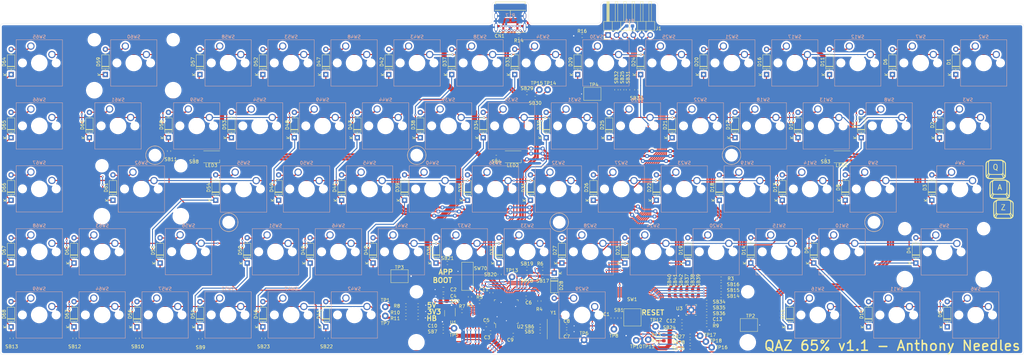
<source format=kicad_pcb>
(kicad_pcb (version 20171130) (host pcbnew "(5.1.4)-1")
  (title_block (title "QAZ 65%") (date 2020-12-23) (rev v1.1) (company "Anthony Needles"))
  (layers (0 F.Cu signal) (31 B.Cu signal) (34 B.Paste user) (35 F.Paste user) (36 B.SilkS user) (37 F.SilkS user) (38 B.Mask user) (39 F.Mask user) (44 Edge.Cuts user))
  (net 0 "")
  (net 1 +3V3)
  (net 2 GND)
  (net 3 "Net-(C8-Pad1)")
  (net 4 "Net-(C10-Pad2)")
  (net 5 +5V)
  (net 6 "Net-(C13-Pad2)")
  (net 7 "/QAZ External Connections/DBG_TX")
  (net 8 "/QAZ External Connections/SWCLK")
  (net 9 "/QAZ External Connections/SWDIO")
  (net 10 "/QAZ External Connections/nRESET")
  (net 11 "/QAZ External Connections/USB_D+")
  (net 12 "/QAZ External Connections/USB_D-")
  (net 13 "/QAZ Testboard Keys/COL00")
  (net 14 "Net-(D1-Pad2)")
  (net 15 "/QAZ Testboard Keys/COL01")
  (net 16 "Net-(D2-Pad2)")
  (net 17 "/QAZ Testboard Keys/COL02")
  (net 18 "Net-(D3-Pad2)")
  (net 19 "/QAZ Testboard Keys/COL03")
  (net 20 "Net-(D4-Pad2)")
  (net 21 "/QAZ Testboard Keys/COL04")
  (net 22 "Net-(D5-Pad2)")
  (net 23 "/QAZ Testboard Keys/COL05")
  (net 24 "Net-(D6-Pad2)")
  (net 25 "/QAZ Testboard Keys/COL06")
  (net 26 "Net-(D7-Pad2)")
  (net 27 "/QAZ Testboard Keys/COL07")
  (net 28 "Net-(D8-Pad2)")
  (net 29 "/QAZ Testboard Keys/COL08")
  (net 30 "Net-(D9-Pad2)")
  (net 31 "/QAZ Testboard Keys/COL09")
  (net 32 "Net-(D10-Pad2)")
  (net 33 "/QAZ Testboard Keys/COL10")
  (net 34 "Net-(D11-Pad2)")
  (net 35 "Net-(D12-Pad2)")
  (net 36 "/QAZ Testboard Keys/COL11")
  (net 37 "/QAZ Testboard Keys/COL12")
  (net 38 "Net-(D13-Pad2)")
  (net 39 "Net-(D14-Pad2)")
  (net 40 "/QAZ Testboard Keys/COL13")
  (net 41 "/QAZ Testboard Keys/COL14")
  (net 42 "Net-(D15-Pad2)")
  (net 43 "Net-(D16-Pad2)")
  (net 44 "Net-(D17-Pad2)")
  (net 45 "Net-(D18-Pad2)")
  (net 46 "Net-(D19-Pad2)")
  (net 47 "Net-(D20-Pad2)")
  (net 48 "Net-(D21-Pad2)")
  (net 49 "Net-(D22-Pad2)")
  (net 50 "Net-(D23-Pad2)")
  (net 51 "Net-(D24-Pad2)")
  (net 52 "Net-(D25-Pad2)")
  (net 53 "Net-(D26-Pad2)")
  (net 54 "Net-(D27-Pad2)")
  (net 55 "Net-(D28-Pad2)")
  (net 56 "Net-(D29-Pad2)")
  (net 57 "Net-(D30-Pad2)")
  (net 58 "Net-(D31-Pad2)")
  (net 59 "Net-(D32-Pad2)")
  (net 60 "Net-(D33-Pad2)")
  (net 61 "Net-(D34-Pad2)")
  (net 62 "Net-(D35-Pad2)")
  (net 63 "Net-(D36-Pad2)")
  (net 64 "Net-(D37-Pad2)")
  (net 65 "Net-(D38-Pad2)")
  (net 66 "Net-(D39-Pad2)")
  (net 67 "Net-(D40-Pad2)")
  (net 68 "Net-(D41-Pad2)")
  (net 69 "Net-(D42-Pad2)")
  (net 70 "Net-(D43-Pad2)")
  (net 71 "Net-(D44-Pad2)")
  (net 72 "Net-(D45-Pad2)")
  (net 73 "Net-(D46-Pad2)")
  (net 74 "Net-(D47-Pad2)")
  (net 75 "Net-(D48-Pad2)")
  (net 76 "Net-(D49-Pad2)")
  (net 77 "Net-(D50-Pad2)")
  (net 78 "Net-(D51-Pad2)")
  (net 79 "Net-(D52-Pad2)")
  (net 80 "Net-(D53-Pad2)")
  (net 81 "Net-(D54-Pad2)")
  (net 82 "Net-(D55-Pad2)")
  (net 83 "Net-(D56-Pad2)")
  (net 84 "Net-(D57-Pad2)")
  (net 85 "Net-(D58-Pad2)")
  (net 86 "Net-(D59-Pad2)")
  (net 87 "Net-(D60-Pad2)")
  (net 88 "Net-(D61-Pad2)")
  (net 89 "Net-(D62-Pad2)")
  (net 90 "Net-(D63-Pad2)")
  (net 91 "Net-(D64-Pad2)")
  (net 92 "Net-(D65-Pad2)")
  (net 93 "Net-(D66-Pad2)")
  (net 94 "Net-(D67-Pad2)")
  (net 95 "Net-(D68-Pad2)")
  (net 96 /RGB0_R)
  (net 97 /RGB0_G)
  (net 98 /RGB0_B)
  (net 99 /BOOT0)
  (net 100 /HB_LED)
  (net 101 /LED_SCL)
  (net 102 /LED_SDA)
  (net 103 /ROW00)
  (net 104 "/QAZ Testboard Keys/ROW00")
  (net 105 "/QAZ Testboard Keys/ROW01")
  (net 106 /ROW01)
  (net 107 /ROW02)
  (net 108 "/QAZ Testboard Keys/ROW02")
  (net 109 "/QAZ Testboard Keys/ROW03")
  (net 110 /ROW03)
  (net 111 "/QAZ Testboard Keys/ROW04")
  (net 112 /ROW04)
  (net 113 "Net-(SB2-Pad2)")
  (net 114 /LED_EN)
  (net 115 /OSC_IN)
  (net 116 /OSC_OUT)
  (net 117 /nRESET)
  (net 118 /SWDIO)
  (net 119 /COL00)
  (net 120 /DBG_TX)
  (net 121 /SWCLK)
  (net 122 /COL01)
  (net 123 /COL02)
  (net 124 /USB_D+)
  (net 125 /USB_D-)
  (net 126 /COL03)
  (net 127 /COL04)
  (net 128 /COL10)
  (net 129 /COL05)
  (net 130 /COL11)
  (net 131 /COL06)
  (net 132 /COL12)
  (net 133 /COL07)
  (net 134 /COL13)
  (net 135 /COL08)
  (net 136 /COL14)
  (net 137 /COL09)
  (net 138 /RGB1_R)
  (net 139 /RGB1_G)
  (net 140 /RGB1_B)
  (net 141 /RGB2_R)
  (net 142 /RGB2_G)
  (net 143 /RGB2_B)
  (net 144 /CLKOUT)
  (net 145 "Net-(SB35-Pad1)")
  (net 146 "Net-(SB36-Pad1)")
  (net 147 "Net-(SB37-Pad1)")
  (net 148 "Net-(SB38-Pad1)")
  (net 149 "Net-(SB39-Pad1)")
  (net 150 "Net-(SB40-Pad1)")
  (net 151 "Net-(SB41-Pad1)")
  (net 152 "Net-(SB42-Pad1)")
  (net 153 "Net-(C1-Pad2)")
  (net 154 "Net-(C7-Pad1)")
  (net 155 "Net-(C12-Pad2)")
  (net 156 "Net-(CN1-PadB5)")
  (net 157 "Net-(CN1-PadB8)")
  (net 158 "Net-(CN1-PadA8)")
  (net 159 "Net-(CN1-PadA5)")
  (net 160 "Net-(LED1-Pad4)")
  (net 161 "Net-(LED2-Pad4)")
  (net 162 "Net-(LED3-Pad4)")
  (net 163 "Net-(LED4-Pad2)")
  (net 164 "Net-(LED5-Pad2)")
  (net 165 "Net-(LED6-Pad2)")
  (net 166 "Net-(R9-Pad2)")
  (net 167 "Net-(SB27-Pad2)")
  (net 168 "Net-(SB28-Pad2)")
  (net 169 "Net-(U1-Pad4)")
  (net 170 "Net-(U2-Pad13)")
  (net 171 "Net-(SB26-Pad2)")
  (net 172 "Net-(SB34-Pad1)")
  (net 173 "Net-(U2-Pad12)")
  (net 174 "Net-(U2-Pad11)")
  (net 175 "Net-(U2-Pad10)")
  (net 176 "Net-(U2-Pad14)")
  (net 177 "Net-(R2-Pad1)")
  (module QAZ:qaz_logo_20mm (layer F.Cu) (at 359.626 137.428)
    (fp_text reference G*** hide)
    (fp_text value LOGO hide)
  )
  (module QAZ:PTS525SM15 (layer F.Cu) (at 246.572 179.628 90)
    (fp_text reference SW1 (at 8.95 1.804 180) (layer F.SilkS))
    (fp_text value PTS525)
    (pad 4 smd rect (at 6.9 3.8 90) (size 2 1) (layers F.Cu F.Paste F.Mask))
    (pad 3 smd rect (at 6.9 0 90) (size 2 1) (layers F.Cu F.Paste F.Mask))
    (pad 2 smd rect (at 0.1 3.8 90) (size 2 1) (layers F.Cu F.Paste F.Mask) (net 153 "Net-(C1-Pad2)"))
    (pad 1 smd rect (at 0.1 0 90) (size 2 1) (layers F.Cu F.Paste F.Mask) (net 2 GND))
  )
  (module Button_Switch_Keyboard:SW_Cherry_MX_6.25u_PCB (layer B.Cu) (at 230.726 170.328 180)
    (fp_text reference SW29 (at -2.54 2.794) (layer B.SilkS) (effects (justify mirror)))
    (fp_text value "Cherry MX")
    (pad 1 thru_hole circle (at 0 0 180) (size 2.2 2.2) (drill 1.5) (layers *.Cu *.Mask) (net 55 "Net-(D28-Pad2)"))
    (pad 2 thru_hole circle (at -6.35 -2.54 180) (size 2.2 2.2) (drill 1.5) (layers *.Cu *.Mask) (net 111 "/QAZ Testboard Keys/ROW04"))
    (pad "" np_thru_hole circle (at -2.54 -5.08 180) (size 4 4) (drill 4) (layers *.Cu *.Mask))
    (pad "" np_thru_hole circle (at -7.62 -5.08 180) (size 1.7 1.7) (drill 1.7) (layers *.Cu *.Mask))
    (pad "" np_thru_hole circle (at 2.54 -5.08 180) (size 1.7 1.7) (drill 1.7) (layers *.Cu *.Mask))
    (pad "" np_thru_hole circle (at 47.46 -13.32 180) (size 4 4) (drill 4) (layers *.Cu *.Mask))
    (pad "" np_thru_hole circle (at -52.54 -13.32 180) (size 4 4) (drill 4) (layers *.Cu *.Mask))
    (pad "" np_thru_hole circle (at -52.54 1.92 180) (size 3.05 3.05) (drill 3.05) (layers *.Cu *.Mask))
    (pad "" np_thru_hole circle (at 47.46 1.92 180) (size 3.05 3.05) (drill 3.05) (layers *.Cu *.Mask))
  )
  (module Resistor_SMD:R_0603_1608Metric_Pad1.05x0.95mm_HandSolder (layer B.Cu) (at 247.626 88.178)
    (fp_text reference R15 (at 0 -1.5) (layer B.SilkS) (effects (justify mirror)))
    (fp_text value 10k)
    (pad 2 smd roundrect (at 0.875 0) (size 1.05 0.95) (layers B.Cu B.Paste B.Mask) (net 1 +3V3))
    (pad 1 smd roundrect (at -0.875 0) (size 1.05 0.95) (layers B.Cu B.Paste B.Mask) (net 9 "/QAZ External Connections/SWDIO"))
  )
  (module Button_Switch_Keyboard:SW_Cherry_MX_1.00u_PCB (layer B.Cu) (at 195.201 151.248 180)
    (fp_text reference SW37 (at -2.54 2.794) (layer B.SilkS) (effects (justify mirror)))
    (fp_text value "Cherry MX")
    (pad 1 thru_hole circle (at 0 0 180) (size 2.2 2.2) (drill 1.5) (layers *.Cu *.Mask) (net 63 "Net-(D36-Pad2)"))
    (pad 2 thru_hole circle (at -6.35 -2.54 180) (size 2.2 2.2) (drill 1.5) (layers *.Cu *.Mask) (net 109 "/QAZ Testboard Keys/ROW03"))
    (pad "" np_thru_hole circle (at -2.54 -5.08 180) (size 4 4) (drill 4) (layers *.Cu *.Mask))
    (pad "" np_thru_hole circle (at -7.62 -5.08 180) (size 1.7 1.7) (drill 1.7) (layers *.Cu *.Mask))
    (pad "" np_thru_hole circle (at 2.54 -5.08 180) (size 1.7 1.7) (drill 1.7) (layers *.Cu *.Mask))
  )
  (module Button_Switch_Keyboard:SW_Cherry_MX_1.25u_PCB (layer B.Cu) (at 301.876 170.323 180)
    (fp_text reference SW16 (at -2.54 2.794) (layer B.SilkS) (effects (justify mirror)))
    (fp_text value "Cherry MX")
    (pad "" np_thru_hole circle (at 2.54 -5.08 180) (size 1.7 1.7) (drill 1.7) (layers *.Cu *.Mask))
    (pad "" np_thru_hole circle (at -7.62 -5.08 180) (size 1.7 1.7) (drill 1.7) (layers *.Cu *.Mask))
    (pad "" np_thru_hole circle (at -2.54 -5.08 180) (size 4 4) (drill 4) (layers *.Cu *.Mask))
    (pad 2 thru_hole circle (at -6.35 -2.54 180) (size 2.2 2.2) (drill 1.5) (layers *.Cu *.Mask) (net 111 "/QAZ Testboard Keys/ROW04"))
    (pad 1 thru_hole circle (at 0 0 180) (size 2.2 2.2) (drill 1.5) (layers *.Cu *.Mask) (net 42 "Net-(D15-Pad2)"))
  )
  (module Diode_THT:D_DO-35_SOD27_P7.62mm_Horizontal (layer F.Cu) (at 236.692 140.744 90)
    (fp_text reference D26 (at 3.81 -2.12 90) (layer F.SilkS))
    (fp_text value 1N4148)
    (fp_text user K (at 0 -1.8 90) (layer F.SilkS))
    (pad 2 thru_hole oval (at 7.62 0 90) (size 1.6 1.6) (drill 0.8) (layers *.Cu *.Mask) (net 53 "Net-(D26-Pad2)"))
    (pad 1 thru_hole rect (at 0 0 90) (size 1.6 1.6) (drill 0.8) (layers *.Cu *.Mask) (net 23 "/QAZ Testboard Keys/COL05"))
  )
  (module Button_Switch_Keyboard:SW_Cherry_MX_1.00u_PCB (layer B.Cu) (at 247.426 113.248 180)
    (fp_text reference SW26 (at -2.54 2.794) (layer B.SilkS) (effects (justify mirror)))
    (fp_text value "Cherry MX")
    (pad "" np_thru_hole circle (at 2.54 -5.08 180) (size 1.7 1.7) (drill 1.7) (layers *.Cu *.Mask))
    (pad "" np_thru_hole circle (at -7.62 -5.08 180) (size 1.7 1.7) (drill 1.7) (layers *.Cu *.Mask))
    (pad "" np_thru_hole circle (at -2.54 -5.08 180) (size 4 4) (drill 4) (layers *.Cu *.Mask))
    (pad 2 thru_hole circle (at -6.35 -2.54 180) (size 2.2 2.2) (drill 1.5) (layers *.Cu *.Mask) (net 105 "/QAZ Testboard Keys/ROW01"))
    (pad 1 thru_hole circle (at 0 0 180) (size 2.2 2.2) (drill 1.5) (layers *.Cu *.Mask) (net 52 "Net-(D25-Pad2)"))
  )
  (module Connector_PinHeader_2.54mm:PinHeader_1x06_P2.54mm_Horizontal (layer F.Cu) (at 241.126 90.912 90)
    (fp_text reference J1 (at 1.984 15.25 180) (layer F.SilkS))
    (fp_text value "1x6 2.54mm")
    (pad 6 thru_hole oval (at 0 12.7 90) (size 1.7 1.7) (drill 1) (layers *.Cu *.Mask) (net 10 "/QAZ External Connections/nRESET"))
    (pad 5 thru_hole oval (at 0 10.16 90) (size 1.7 1.7) (drill 1) (layers *.Cu *.Mask) (net 2 GND))
    (pad 4 thru_hole oval (at 0 7.62 90) (size 1.7 1.7) (drill 1) (layers *.Cu *.Mask) (net 1 +3V3))
    (pad 3 thru_hole oval (at 0 5.08 90) (size 1.7 1.7) (drill 1) (layers *.Cu *.Mask) (net 7 "/QAZ External Connections/DBG_TX"))
    (pad 2 thru_hole oval (at 0 2.54 90) (size 1.7 1.7) (drill 1) (layers *.Cu *.Mask) (net 9 "/QAZ External Connections/SWDIO"))
    (pad 1 thru_hole rect (at 0 0 90) (size 1.7 1.7) (drill 1) (layers *.Cu *.Mask) (net 8 "/QAZ External Connections/SWCLK"))
  )
  (module Button_Switch_Keyboard:SW_Cherry_MX_1.00u_PCB (layer B.Cu) (at 176.201 151.248 180)
    (fp_text reference SW41 (at -2.54 2.794) (layer B.SilkS) (effects (justify mirror)))
    (fp_text value "Cherry MX")
    (pad 1 thru_hole circle (at 0 0 180) (size 2.2 2.2) (drill 1.5) (layers *.Cu *.Mask) (net 67 "Net-(D40-Pad2)"))
    (pad 2 thru_hole circle (at -6.35 -2.54 180) (size 2.2 2.2) (drill 1.5) (layers *.Cu *.Mask) (net 109 "/QAZ Testboard Keys/ROW03"))
    (pad "" np_thru_hole circle (at -2.54 -5.08 180) (size 4 4) (drill 4) (layers *.Cu *.Mask))
    (pad "" np_thru_hole circle (at -7.62 -5.08 180) (size 1.7 1.7) (drill 1.7) (layers *.Cu *.Mask))
    (pad "" np_thru_hole circle (at 2.54 -5.08 180) (size 1.7 1.7) (drill 1.7) (layers *.Cu *.Mask))
  )
  (module Resistor_SMD:R_0603_1608Metric_Pad1.05x0.95mm_HandSolder (layer F.Cu) (at 263.126 168.678 90)
    (fp_text reference SB42 (at 3.75 0 270) (layer F.SilkS))
    (fp_text value SolderBridge)
    (pad 2 smd roundrect (at 0.875 0 90) (size 1.05 0.95) (layers F.Cu F.Paste F.Mask) (net 143 /RGB2_B))
    (pad 1 smd roundrect (at -0.875 0 90) (size 1.05 0.95) (layers F.Cu F.Paste F.Mask) (net 152 "Net-(SB42-Pad1)"))
  )
  (module Resistor_SMD:R_0603_1608Metric_Pad1.05x0.95mm_HandSolder (layer F.Cu) (at 261.376 168.678 90)
    (fp_text reference SB41 (at 3.75 0 270) (layer F.SilkS))
    (fp_text value SolderBridge)
    (pad 2 smd roundrect (at 0.875 0 90) (size 1.05 0.95) (layers F.Cu F.Paste F.Mask) (net 142 /RGB2_G))
    (pad 1 smd roundrect (at -0.875 0 90) (size 1.05 0.95) (layers F.Cu F.Paste F.Mask) (net 151 "Net-(SB41-Pad1)"))
  )
  (module Resistor_SMD:R_0603_1608Metric_Pad1.05x0.95mm_HandSolder (layer F.Cu) (at 259.626 168.678 90)
    (fp_text reference SB40 (at 3.75 0 270) (layer F.SilkS))
    (fp_text value SolderBridge)
    (pad 2 smd roundrect (at 0.875 0 90) (size 1.05 0.95) (layers F.Cu F.Paste F.Mask) (net 141 /RGB2_R))
    (pad 1 smd roundrect (at -0.875 0 90) (size 1.05 0.95) (layers F.Cu F.Paste F.Mask) (net 150 "Net-(SB40-Pad1)"))
  )
  (module Resistor_SMD:R_0603_1608Metric_Pad1.05x0.95mm_HandSolder (layer F.Cu) (at 268.376 168.678 90)
    (fp_text reference SB39 (at 3.75 0 90) (layer F.SilkS))
    (fp_text value SolderBridge)
    (pad 2 smd roundrect (at 0.875 0 90) (size 1.05 0.95) (layers F.Cu F.Paste F.Mask) (net 140 /RGB1_B))
    (pad 1 smd roundrect (at -0.875 0 90) (size 1.05 0.95) (layers F.Cu F.Paste F.Mask) (net 149 "Net-(SB39-Pad1)"))
  )
  (module Resistor_SMD:R_0603_1608Metric_Pad1.05x0.95mm_HandSolder (layer F.Cu) (at 266.626 168.678 90)
    (fp_text reference SB38 (at 3.75 0 90) (layer F.SilkS))
    (fp_text value SolderBridge)
    (pad 2 smd roundrect (at 0.875 0 90) (size 1.05 0.95) (layers F.Cu F.Paste F.Mask) (net 139 /RGB1_G))
    (pad 1 smd roundrect (at -0.875 0 90) (size 1.05 0.95) (layers F.Cu F.Paste F.Mask) (net 148 "Net-(SB38-Pad1)"))
  )
  (module Resistor_SMD:R_0603_1608Metric_Pad1.05x0.95mm_HandSolder (layer F.Cu) (at 264.876 168.678 90)
    (fp_text reference SB37 (at 3.75 0 270) (layer F.SilkS))
    (fp_text value SolderBridge)
    (pad 2 smd roundrect (at 0.875 0 90) (size 1.05 0.95) (layers F.Cu F.Paste F.Mask) (net 138 /RGB1_R))
    (pad 1 smd roundrect (at -0.875 0 90) (size 1.05 0.95) (layers F.Cu F.Paste F.Mask) (net 147 "Net-(SB37-Pad1)"))
  )
  (module Resistor_SMD:R_0603_1608Metric_Pad1.05x0.95mm_HandSolder (layer F.Cu) (at 270.876 174.928)
    (fp_text reference SB36 (at 3.75 0) (layer F.SilkS))
    (fp_text value SolderBridge)
    (pad 2 smd roundrect (at 0.875 0) (size 1.05 0.95) (layers F.Cu F.Paste F.Mask) (net 98 /RGB0_B))
    (pad 1 smd roundrect (at -0.875 0) (size 1.05 0.95) (layers F.Cu F.Paste F.Mask) (net 146 "Net-(SB36-Pad1)"))
  )
  (module Resistor_SMD:R_0603_1608Metric_Pad1.05x0.95mm_HandSolder (layer F.Cu) (at 270.876 173.178)
    (fp_text reference SB35 (at 3.75 0) (layer F.SilkS))
    (fp_text value SolderBridge)
    (pad 2 smd roundrect (at 0.875 0) (size 1.05 0.95) (layers F.Cu F.Paste F.Mask) (net 97 /RGB0_G))
    (pad 1 smd roundrect (at -0.875 0) (size 1.05 0.95) (layers F.Cu F.Paste F.Mask) (net 145 "Net-(SB35-Pad1)"))
  )
  (module Resistor_SMD:R_0603_1608Metric_Pad1.05x0.95mm_HandSolder (layer F.Cu) (at 270.876 171.428)
    (fp_text reference SB34 (at 3.75 0) (layer F.SilkS))
    (fp_text value SolderBridge)
    (pad 2 smd roundrect (at 0.875 0) (size 1.05 0.95) (layers F.Cu F.Paste F.Mask) (net 96 /RGB0_R))
    (pad 1 smd roundrect (at -0.875 0) (size 1.05 0.95) (layers F.Cu F.Paste F.Mask) (net 172 "Net-(SB34-Pad1)"))
  )
  (module Diode_THT:D_DO-35_SOD27_P7.62mm_Horizontal (layer F.Cu) (at 224.876 162.728 270)
    (fp_text reference D28 (at 3.81 -2.12 90) (layer F.SilkS))
    (fp_text value 1N4148)
    (fp_text user K (at 0 -1.8 90) (layer F.SilkS))
    (pad 1 thru_hole rect (at 0 0 270) (size 1.6 1.6) (drill 0.8) (layers *.Cu *.Mask) (net 23 "/QAZ Testboard Keys/COL05"))
    (pad 2 thru_hole oval (at 7.62 0 270) (size 1.6 1.6) (drill 0.8) (layers *.Cu *.Mask) (net 55 "Net-(D28-Pad2)"))
  )
  (module Diode_THT:D_DO-35_SOD27_P7.62mm_Horizontal (layer F.Cu) (at 79.942 178.99 90)
    (fp_text reference D63 (at 3.81 -2.12 90) (layer F.SilkS))
    (fp_text value 1N4148)
    (fp_text user K (at 0 -1.8 90) (layer F.SilkS))
    (pad 1 thru_hole rect (at 0 0 90) (size 1.6 1.6) (drill 0.8) (layers *.Cu *.Mask) (net 40 "/QAZ Testboard Keys/COL13"))
    (pad 2 thru_hole oval (at 7.62 0 90) (size 1.6 1.6) (drill 0.8) (layers *.Cu *.Mask) (net 90 "Net-(D63-Pad2)"))
  )
  (module Button_Switch_Keyboard:SW_Cherry_MX_1.00u_PCB (layer B.Cu) (at 218.926 94.248 180)
    (fp_text reference SW34 (at -2.54 2.794) (layer B.SilkS) (effects (justify mirror)))
    (fp_text value "Cherry MX")
    (pad "" np_thru_hole circle (at 2.54 -5.08 180) (size 1.7 1.7) (drill 1.7) (layers *.Cu *.Mask))
    (pad "" np_thru_hole circle (at -7.62 -5.08 180) (size 1.7 1.7) (drill 1.7) (layers *.Cu *.Mask))
    (pad "" np_thru_hole circle (at -2.54 -5.08 180) (size 4 4) (drill 4) (layers *.Cu *.Mask))
    (pad 2 thru_hole circle (at -6.35 -2.54 180) (size 2.2 2.2) (drill 1.5) (layers *.Cu *.Mask) (net 104 "/QAZ Testboard Keys/ROW00"))
    (pad 1 thru_hole circle (at 0 0 180) (size 2.2 2.2) (drill 1.5) (layers *.Cu *.Mask) (net 60 "Net-(D33-Pad2)"))
  )
  (module Button_Switch_Keyboard:SW_Cherry_MX_2.25u_PCB (layer B.Cu) (at 340.026 151.273 180)
    (fp_text reference SW5 (at -2.54 2.794) (layer B.SilkS) (effects (justify mirror)))
    (fp_text value "Cherry MX")
    (pad 1 thru_hole circle (at 0 0 180) (size 2.2 2.2) (drill 1.5) (layers *.Cu *.Mask) (net 20 "Net-(D4-Pad2)"))
    (pad 2 thru_hole circle (at -6.35 -2.54 180) (size 2.2 2.2) (drill 1.5) (layers *.Cu *.Mask) (net 109 "/QAZ Testboard Keys/ROW03"))
    (pad "" np_thru_hole circle (at -2.54 -5.08 180) (size 4 4) (drill 4) (layers *.Cu *.Mask))
    (pad "" np_thru_hole circle (at -7.62 -5.08 180) (size 1.7 1.7) (drill 1.7) (layers *.Cu *.Mask))
    (pad "" np_thru_hole circle (at 2.54 -5.08 180) (size 1.7 1.7) (drill 1.7) (layers *.Cu *.Mask))
    (pad "" np_thru_hole circle (at 9.36 -13.32 180) (size 4 4) (drill 4) (layers *.Cu *.Mask))
    (pad "" np_thru_hole circle (at -14.44 -13.32 180) (size 4 4) (drill 4) (layers *.Cu *.Mask))
    (pad "" np_thru_hole circle (at -14.44 1.92 180) (size 3.05 3.05) (drill 3.05) (layers *.Cu *.Mask))
    (pad "" np_thru_hole circle (at 9.36 1.92 180) (size 3.05 3.05) (drill 3.05) (layers *.Cu *.Mask))
  )
  (module Button_Switch_Keyboard:SW_Cherry_MX_1.50u_PCB (layer B.Cu) (at 347.176 113.248 180)
    (fp_text reference SW3 (at -2.54 2.794) (layer B.SilkS) (effects (justify mirror)))
    (fp_text value "Cherry MX")
    (pad 1 thru_hole circle (at 0 0 180) (size 2.2 2.2) (drill 1.5) (layers *.Cu *.Mask) (net 16 "Net-(D2-Pad2)"))
    (pad 2 thru_hole circle (at -6.35 -2.54 180) (size 2.2 2.2) (drill 1.5) (layers *.Cu *.Mask) (net 105 "/QAZ Testboard Keys/ROW01"))
    (pad "" np_thru_hole circle (at -2.54 -5.08 180) (size 4 4) (drill 4) (layers *.Cu *.Mask))
    (pad "" np_thru_hole circle (at -7.62 -5.08 180) (size 1.7 1.7) (drill 1.7) (layers *.Cu *.Mask))
    (pad "" np_thru_hole circle (at 2.54 -5.08 180) (size 1.7 1.7) (drill 1.7) (layers *.Cu *.Mask))
  )
  (module Button_Switch_Keyboard:SW_Cherry_MX_1.00u_PCB (layer B.Cu) (at 351.926 94.248 180)
    (fp_text reference SW2 (at -2.54 2.794) (layer B.SilkS) (effects (justify mirror)))
    (fp_text value "Cherry MX")
    (pad 1 thru_hole circle (at 0 0 180) (size 2.2 2.2) (drill 1.5) (layers *.Cu *.Mask) (net 14 "Net-(D1-Pad2)"))
    (pad 2 thru_hole circle (at -6.35 -2.54 180) (size 2.2 2.2) (drill 1.5) (layers *.Cu *.Mask) (net 104 "/QAZ Testboard Keys/ROW00"))
    (pad "" np_thru_hole circle (at -2.54 -5.08 180) (size 4 4) (drill 4) (layers *.Cu *.Mask))
    (pad "" np_thru_hole circle (at -7.62 -5.08 180) (size 1.7 1.7) (drill 1.7) (layers *.Cu *.Mask))
    (pad "" np_thru_hole circle (at 2.54 -5.08 180) (size 1.7 1.7) (drill 1.7) (layers *.Cu *.Mask))
  )
  (module Capacitor_SMD:C_0603_1608Metric_Pad1.05x0.95mm_HandSolder (layer F.Cu) (at 205.651 180.678)
    (fp_text reference C3 (at -1.025 1.5) (layer F.SilkS))
    (fp_text value 100nF)
    (pad 2 smd roundrect (at 0.875 0) (size 1.05 0.95) (layers F.Cu F.Paste F.Mask) (net 1 +3V3))
    (pad 1 smd roundrect (at -0.875 0) (size 1.05 0.95) (layers F.Cu F.Paste F.Mask) (net 2 GND))
  )
  (module Capacitor_SMD:C_0603_1608Metric_Pad1.05x0.95mm_HandSolder (layer F.Cu) (at 204.376 178.428)
    (fp_text reference C5 (at 0 -1.43) (layer F.SilkS))
    (fp_text value 100nF)
    (pad 1 smd roundrect (at -0.875 0) (size 1.05 0.95) (layers F.Cu F.Paste F.Mask) (net 2 GND))
    (pad 2 smd roundrect (at 0.875 0) (size 1.05 0.95) (layers F.Cu F.Paste F.Mask) (net 1 +3V3))
  )
  (module Capacitor_SMD:C_0603_1608Metric_Pad1.05x0.95mm_HandSolder (layer F.Cu) (at 216.376 170.178 180)
    (fp_text reference C6 (at -0.75 -1.5) (layer F.SilkS))
    (fp_text value 100nF)
    (pad 2 smd roundrect (at 0.875 0 180) (size 1.05 0.95) (layers F.Cu F.Paste F.Mask) (net 1 +3V3))
    (pad 1 smd roundrect (at -0.875 0 180) (size 1.05 0.95) (layers F.Cu F.Paste F.Mask) (net 2 GND))
  )
  (module Capacitor_SMD:C_0603_1608Metric_Pad1.05x0.95mm_HandSolder (layer F.Cu) (at 212.501 181.428)
    (fp_text reference C9 (at -0.875 1.5) (layer F.SilkS))
    (fp_text value 100nF)
    (pad 2 smd roundrect (at 0.875 0) (size 1.05 0.95) (layers F.Cu F.Paste F.Mask) (net 1 +3V3))
    (pad 1 smd roundrect (at -0.875 0) (size 1.05 0.95) (layers F.Cu F.Paste F.Mask) (net 2 GND))
  )
  (module Capacitor_SMD:C_0603_1608Metric_Pad1.05x0.95mm_HandSolder (layer F.Cu) (at 205.876 168.678 270)
    (fp_text reference C11 (at -1 2.25 180) (layer F.SilkS))
    (fp_text value 100nF)
    (pad 1 smd roundrect (at -0.875 0 270) (size 1.05 0.95) (layers F.Cu F.Paste F.Mask) (net 2 GND))
    (pad 2 smd roundrect (at 0.875 0 270) (size 1.05 0.95) (layers F.Cu F.Paste F.Mask) (net 1 +3V3))
  )
  (module Capacitor_SMD:C_0603_1608Metric_Pad1.05x0.95mm_HandSolder (layer F.Cu) (at 263.417 177.284)
    (fp_text reference C12 (at -3.291 -0.106) (layer F.SilkS))
    (fp_text value 1uF)
    (pad 2 smd roundrect (at 0.875 0) (size 1.05 0.95) (layers F.Cu F.Paste F.Mask) (net 155 "Net-(C12-Pad2)"))
    (pad 1 smd roundrect (at -0.875 0) (size 1.05 0.95) (layers F.Cu F.Paste F.Mask) (net 2 GND))
  )
  (module Capacitor_SMD:C_0603_1608Metric_Pad1.05x0.95mm_HandSolder (layer F.Cu) (at 270.876 176.678 180)
    (fp_text reference C13 (at -3.25 0) (layer F.SilkS))
    (fp_text value 1uF)
    (pad 1 smd roundrect (at -0.875 0 180) (size 1.05 0.95) (layers F.Cu F.Paste F.Mask) (net 2 GND))
    (pad 2 smd roundrect (at 0.875 0 180) (size 1.05 0.95) (layers F.Cu F.Paste F.Mask) (net 6 "Net-(C13-Pad2)"))
  )
  (module Capacitor_SMD:C_0603_1608Metric_Pad1.05x0.95mm_HandSolder (layer F.Cu) (at 228.626 180.428)
    (fp_text reference C7 (at 0 1.5) (layer F.SilkS))
    (fp_text value 16pF)
    (pad 2 smd roundrect (at 0.875 0) (size 1.05 0.95) (layers F.Cu F.Paste F.Mask) (net 2 GND))
    (pad 1 smd roundrect (at -0.875 0) (size 1.05 0.95) (layers F.Cu F.Paste F.Mask) (net 154 "Net-(C7-Pad1)"))
  )
  (module Capacitor_SMD:C_0603_1608Metric_Pad1.05x0.95mm_HandSolder (layer F.Cu) (at 228.626 178.678)
    (fp_text reference C8 (at 0 -1.43) (layer F.SilkS))
    (fp_text value 16pF)
    (pad 1 smd roundrect (at -0.875 0) (size 1.05 0.95) (layers F.Cu F.Paste F.Mask) (net 3 "Net-(C8-Pad1)"))
    (pad 2 smd roundrect (at 0.875 0) (size 1.05 0.95) (layers F.Cu F.Paste F.Mask) (net 2 GND))
  )
  (module Capacitor_SMD:C_0603_1608Metric_Pad1.05x0.95mm_HandSolder (layer F.Cu) (at 244.54 176.326 90)
    (fp_text reference C1 (at 1.148 -3.914 180) (layer F.SilkS))
    (fp_text value 100nF)
    (pad 1 smd roundrect (at -0.875 0 90) (size 1.05 0.95) (layers F.Cu F.Paste F.Mask) (net 2 GND))
    (pad 2 smd roundrect (at 0.875 0 90) (size 1.05 0.95) (layers F.Cu F.Paste F.Mask) (net 153 "Net-(C1-Pad2)"))
  )
  (module Capacitor_SMD:C_0805_2012Metric_Pad1.15x1.40mm_HandSolder (layer F.Cu) (at 191.426 167.728)
    (fp_text reference C2 (at 3 0) (layer F.SilkS))
    (fp_text value 4.7uF)
    (pad 1 smd roundrect (at -1.025 0) (size 1.15 1.4) (layers F.Cu F.Paste F.Mask) (roundrect_rratio 0.217391) (net 2 GND))
    (pad 2 smd roundrect (at 1.025 0) (size 1.15 1.4) (layers F.Cu F.Paste F.Mask) (roundrect_rratio 0.217391) (net 5 +5V))
  )
  (module Capacitor_SMD:C_0603_1608Metric_Pad1.05x0.95mm_HandSolder (layer F.Cu) (at 191.426 169.668)
    (fp_text reference C4 (at 3 0.06) (layer F.SilkS))
    (fp_text value 1uF)
    (pad 2 smd roundrect (at 0.875 0) (size 1.05 0.95) (layers F.Cu F.Paste F.Mask) (net 5 +5V))
    (pad 1 smd roundrect (at -0.875 0) (size 1.05 0.95) (layers F.Cu F.Paste F.Mask) (net 2 GND))
  )
  (module Capacitor_SMD:C_0603_1608Metric_Pad1.05x0.95mm_HandSolder (layer F.Cu) (at 191.376 178.678)
    (fp_text reference C10 (at -3.25 0) (layer F.SilkS))
    (fp_text value 1uF)
    (pad 1 smd roundrect (at -0.875 0) (size 1.05 0.95) (layers F.Cu F.Paste F.Mask) (net 2 GND))
    (pad 2 smd roundrect (at 0.875 0) (size 1.05 0.95) (layers F.Cu F.Paste F.Mask) (net 4 "Net-(C10-Pad2)"))
  )
  (module QAZ:USB_C_GCT_USB4085 (layer F.Cu) (at 211.626 83.428 180)
    (fp_text reference CN1 (at 3.25 -7.75) (layer F.SilkS))
    (fp_text value USB2.0_TYPE_C)
    (pad S1 thru_hole oval (at 4.325 -1.74 180) (size 0.9 1.7) (drill oval 0.6 1.4) (layers *.Cu *.Mask) (net 2 GND))
    (pad S1 thru_hole oval (at -4.325 -1.74 180) (size 0.9 1.7) (drill oval 0.6 1.4) (layers *.Cu *.Mask) (net 2 GND))
    (pad S1 thru_hole oval (at 4.325 -5.12 180) (size 0.9 2.4) (drill oval 0.6 2.1) (layers *.Cu *.Mask) (net 2 GND))
    (pad S1 thru_hole oval (at -4.325 -5.12 180) (size 0.9 2.4) (drill oval 0.6 2.1) (layers *.Cu *.Mask) (net 2 GND))
    (pad B1 thru_hole circle (at 2.98 -4.775 180) (size 0.65 0.65) (drill 0.4) (layers *.Cu *.Mask) (net 2 GND))
    (pad B4 thru_hole circle (at 2.13 -4.775 180) (size 0.65 0.65) (drill 0.4) (layers *.Cu *.Mask) (net 5 +5V))
    (pad B5 thru_hole circle (at 1.28 -4.775 180) (size 0.65 0.65) (drill 0.4) (layers *.Cu *.Mask) (net 156 "Net-(CN1-PadB5)"))
    (pad B6 thru_hole circle (at 0.43 -4.775 180) (size 0.65 0.65) (drill 0.4) (layers *.Cu *.Mask) (net 11 "/QAZ External Connections/USB_D+"))
    (pad B7 thru_hole circle (at -0.42 -4.775 180) (size 0.65 0.65) (drill 0.4) (layers *.Cu *.Mask) (net 12 "/QAZ External Connections/USB_D-"))
    (pad B8 thru_hole circle (at -1.27 -4.775 180) (size 0.65 0.65) (drill 0.4) (layers *.Cu *.Mask) (net 157 "Net-(CN1-PadB8)"))
    (pad B9 thru_hole circle (at -2.12 -4.775 180) (size 0.65 0.65) (drill 0.4) (layers *.Cu *.Mask) (net 5 +5V))
    (pad B12 thru_hole circle (at -2.975 -4.775 180) (size 0.65 0.65) (drill 0.4) (layers *.Cu *.Mask) (net 2 GND))
    (pad A12 thru_hole circle (at 2.975 -6.1 180) (size 0.65 0.65) (drill 0.4) (layers *.Cu *.Mask) (net 2 GND))
    (pad A9 thru_hole circle (at 2.125 -6.1 180) (size 0.65 0.65) (drill 0.4) (layers *.Cu *.Mask) (net 5 +5V))
    (pad A8 thru_hole circle (at 1.275 -6.1 180) (size 0.65 0.65) (drill 0.4) (layers *.Cu *.Mask) (net 158 "Net-(CN1-PadA8)"))
    (pad A7 thru_hole circle (at 0.425 -6.1 180) (size 0.65 0.65) (drill 0.4) (layers *.Cu *.Mask) (net 12 "/QAZ External Connections/USB_D-"))
    (pad A6 thru_hole circle (at -0.425 -6.1 180) (size 0.65 0.65) (drill 0.4) (layers *.Cu *.Mask) (net 11 "/QAZ External Connections/USB_D+"))
    (pad A4 thru_hole circle (at -2.125 -6.1 180) (size 0.65 0.65) (drill 0.4) (layers *.Cu *.Mask) (net 5 +5V))
    (pad A1 thru_hole circle (at -2.975 -6.1 180) (size 0.65 0.65) (drill 0.4) (layers *.Cu *.Mask) (net 2 GND))
    (pad A5 thru_hole circle (at -1.275 -6.1 180) (size 0.65 0.65) (drill 0.4) (layers *.Cu *.Mask) (net 159 "Net-(CN1-PadA5)"))
  )
  (module Diode_THT:D_DO-35_SOD27_P7.62mm_Horizontal (layer F.Cu) (at 346.062 102.822 90)
    (fp_text reference D1 (at 3.81 -2.12 90) (layer F.SilkS))
    (fp_text value 1N4148)
    (fp_text user K (at 0 -1.8 90) (layer F.SilkS))
    (pad 2 thru_hole oval (at 7.62 0 90) (size 1.6 1.6) (drill 0.8) (layers *.Cu *.Mask) (net 14 "Net-(D1-Pad2)"))
    (pad 1 thru_hole rect (at 0 0 90) (size 1.6 1.6) (drill 0.8) (layers *.Cu *.Mask) (net 13 "/QAZ Testboard Keys/COL00"))
  )
  (module Diode_THT:D_DO-35_SOD27_P7.62mm_Horizontal (layer F.Cu) (at 326.942 102.822 90)
    (fp_text reference D6 (at 3.81 -2.12 90) (layer F.SilkS))
    (fp_text value 1N4148)
    (fp_text user K (at 0 -1.8 90) (layer F.SilkS))
    (pad 2 thru_hole oval (at 7.62 0 90) (size 1.6 1.6) (drill 0.8) (layers *.Cu *.Mask) (net 24 "Net-(D6-Pad2)"))
    (pad 1 thru_hole rect (at 0 0 90) (size 1.6 1.6) (drill 0.8) (layers *.Cu *.Mask) (net 15 "/QAZ Testboard Keys/COL01"))
  )
  (module Diode_THT:D_DO-35_SOD27_P7.62mm_Horizontal (layer F.Cu) (at 307.942 102.822 90)
    (fp_text reference D11 (at 3.81 -2.12 90) (layer F.SilkS))
    (fp_text value 1N4148)
    (fp_text user K (at 0 -1.8 90) (layer F.SilkS))
    (pad 2 thru_hole oval (at 7.62 0 90) (size 1.6 1.6) (drill 0.8) (layers *.Cu *.Mask) (net 34 "Net-(D11-Pad2)"))
    (pad 1 thru_hole rect (at 0 0 90) (size 1.6 1.6) (drill 0.8) (layers *.Cu *.Mask) (net 17 "/QAZ Testboard Keys/COL02"))
  )
  (module Diode_THT:D_DO-35_SOD27_P7.62mm_Horizontal (layer F.Cu) (at 288.942 102.822 90)
    (fp_text reference D16 (at 3.81 -2.12 90) (layer F.SilkS))
    (fp_text value 1N4148)
    (fp_text user K (at 0 -1.8 90) (layer F.SilkS))
    (pad 2 thru_hole oval (at 7.62 0 90) (size 1.6 1.6) (drill 0.8) (layers *.Cu *.Mask) (net 43 "Net-(D16-Pad2)"))
    (pad 1 thru_hole rect (at 0 0 90) (size 1.6 1.6) (drill 0.8) (layers *.Cu *.Mask) (net 19 "/QAZ Testboard Keys/COL03"))
  )
  (module Diode_THT:D_DO-35_SOD27_P7.62mm_Horizontal (layer F.Cu) (at 269.942 102.822 90)
    (fp_text reference D20 (at 3.81 -2.12 90) (layer F.SilkS))
    (fp_text value 1N4148)
    (fp_text user K (at 0 -1.8 90) (layer F.SilkS))
    (pad 2 thru_hole oval (at 7.62 0 90) (size 1.6 1.6) (drill 0.8) (layers *.Cu *.Mask) (net 47 "Net-(D20-Pad2)"))
    (pad 1 thru_hole rect (at 0 0 90) (size 1.6 1.6) (drill 0.8) (layers *.Cu *.Mask) (net 21 "/QAZ Testboard Keys/COL04"))
  )
  (module Diode_THT:D_DO-35_SOD27_P7.62mm_Horizontal (layer F.Cu) (at 250.942 102.822 90)
    (fp_text reference D24 (at 3.81 -2.12 90) (layer F.SilkS))
    (fp_text value 1N4148)
    (fp_text user K (at 0 -1.8 90) (layer F.SilkS))
    (pad 2 thru_hole oval (at 7.62 0 90) (size 1.6 1.6) (drill 0.8) (layers *.Cu *.Mask) (net 51 "Net-(D24-Pad2)"))
    (pad 1 thru_hole rect (at 0 0 90) (size 1.6 1.6) (drill 0.8) (layers *.Cu *.Mask) (net 23 "/QAZ Testboard Keys/COL05"))
  )
  (module Diode_THT:D_DO-35_SOD27_P7.62mm_Horizontal (layer F.Cu) (at 231.942 102.822 90)
    (fp_text reference D29 (at 3.81 -2.12 90) (layer F.SilkS))
    (fp_text value 1N4148)
    (fp_text user K (at 0 -1.8 90) (layer F.SilkS))
    (pad 2 thru_hole oval (at 7.62 0 90) (size 1.6 1.6) (drill 0.8) (layers *.Cu *.Mask) (net 56 "Net-(D29-Pad2)"))
    (pad 1 thru_hole rect (at 0 0 90) (size 1.6 1.6) (drill 0.8) (layers *.Cu *.Mask) (net 25 "/QAZ Testboard Keys/COL06"))
  )
  (module Diode_THT:D_DO-35_SOD27_P7.62mm_Horizontal (layer F.Cu) (at 212.942 102.822 90)
    (fp_text reference D33 (at 3.81 -2.12 90) (layer F.SilkS))
    (fp_text value 1N4148)
    (fp_text user K (at 0 -1.8 90) (layer F.SilkS))
    (pad 2 thru_hole oval (at 7.62 0 90) (size 1.6 1.6) (drill 0.8) (layers *.Cu *.Mask) (net 60 "Net-(D33-Pad2)"))
    (pad 1 thru_hole rect (at 0 0 90) (size 1.6 1.6) (drill 0.8) (layers *.Cu *.Mask) (net 27 "/QAZ Testboard Keys/COL07"))
  )
  (module Diode_THT:D_DO-35_SOD27_P7.62mm_Horizontal (layer F.Cu) (at 193.942 102.822 90)
    (fp_text reference D37 (at 3.81 -2.12 90) (layer F.SilkS))
    (fp_text value 1N4148)
    (fp_text user K (at 0 -1.8 90) (layer F.SilkS))
    (pad 2 thru_hole oval (at 7.62 0 90) (size 1.6 1.6) (drill 0.8) (layers *.Cu *.Mask) (net 64 "Net-(D37-Pad2)"))
    (pad 1 thru_hole rect (at 0 0 90) (size 1.6 1.6) (drill 0.8) (layers *.Cu *.Mask) (net 29 "/QAZ Testboard Keys/COL08"))
  )
  (module Diode_THT:D_DO-35_SOD27_P7.62mm_Horizontal (layer F.Cu) (at 174.942 102.822 90)
    (fp_text reference D42 (at 3.81 -2.12 90) (layer F.SilkS))
    (fp_text value 1N4148)
    (fp_text user K (at 0 -1.8 90) (layer F.SilkS))
    (pad 2 thru_hole oval (at 7.62 0 90) (size 1.6 1.6) (drill 0.8) (layers *.Cu *.Mask) (net 69 "Net-(D42-Pad2)"))
    (pad 1 thru_hole rect (at 0 0 90) (size 1.6 1.6) (drill 0.8) (layers *.Cu *.Mask) (net 31 "/QAZ Testboard Keys/COL09"))
  )
  (module Diode_THT:D_DO-35_SOD27_P7.62mm_Horizontal (layer F.Cu) (at 155.942 102.822 90)
    (fp_text reference D47 (at 3.81 -2.12 90) (layer F.SilkS))
    (fp_text value 1N4148)
    (fp_text user K (at 0 -1.8 90) (layer F.SilkS))
    (pad 2 thru_hole oval (at 7.62 0 90) (size 1.6 1.6) (drill 0.8) (layers *.Cu *.Mask) (net 74 "Net-(D47-Pad2)"))
    (pad 1 thru_hole rect (at 0 0 90) (size 1.6 1.6) (drill 0.8) (layers *.Cu *.Mask) (net 33 "/QAZ Testboard Keys/COL10"))
  )
  (module Diode_THT:D_DO-35_SOD27_P7.62mm_Horizontal (layer F.Cu) (at 136.942 102.822 90)
    (fp_text reference D52 (at 3.81 -2.12 90) (layer F.SilkS))
    (fp_text value 1N4148)
    (fp_text user K (at 0 -1.8 90) (layer F.SilkS))
    (pad 1 thru_hole rect (at 0 0 90) (size 1.6 1.6) (drill 0.8) (layers *.Cu *.Mask) (net 36 "/QAZ Testboard Keys/COL11"))
    (pad 2 thru_hole oval (at 7.62 0 90) (size 1.6 1.6) (drill 0.8) (layers *.Cu *.Mask) (net 79 "Net-(D52-Pad2)"))
  )
  (module Diode_THT:D_DO-35_SOD27_P7.62mm_Horizontal (layer F.Cu) (at 117.942 102.822 90)
    (fp_text reference D57 (at 3.81 -2.12 90) (layer F.SilkS))
    (fp_text value 1N4148)
    (fp_text user K (at 0 -1.8 90) (layer F.SilkS))
    (pad 2 thru_hole oval (at 7.62 0 90) (size 1.6 1.6) (drill 0.8) (layers *.Cu *.Mask) (net 84 "Net-(D57-Pad2)"))
    (pad 1 thru_hole rect (at 0 0 90) (size 1.6 1.6) (drill 0.8) (layers *.Cu *.Mask) (net 37 "/QAZ Testboard Keys/COL12"))
  )
  (module Diode_THT:D_DO-35_SOD27_P7.62mm_Horizontal (layer F.Cu) (at 89.408 102.822 90)
    (fp_text reference D59 (at 3.81 -2.12 90) (layer F.SilkS))
    (fp_text value 1N4148)
    (fp_text user K (at 0 -1.8 90) (layer F.SilkS))
    (pad 1 thru_hole rect (at 0 0 90) (size 1.6 1.6) (drill 0.8) (layers *.Cu *.Mask) (net 40 "/QAZ Testboard Keys/COL13"))
    (pad 2 thru_hole oval (at 7.62 0 90) (size 1.6 1.6) (drill 0.8) (layers *.Cu *.Mask) (net 86 "Net-(D59-Pad2)"))
  )
  (module Diode_THT:D_DO-35_SOD27_P7.62mm_Horizontal (layer F.Cu) (at 60.96 102.822 90)
    (fp_text reference D64 (at 3.81 -2.12 90) (layer F.SilkS))
    (fp_text value 1N4148)
    (fp_text user K (at 0 -1.8 90) (layer F.SilkS))
    (pad 2 thru_hole oval (at 7.62 0 90) (size 1.6 1.6) (drill 0.8) (layers *.Cu *.Mask) (net 91 "Net-(D64-Pad2)"))
    (pad 1 thru_hole rect (at 0 0 90) (size 1.6 1.6) (drill 0.8) (layers *.Cu *.Mask) (net 41 "/QAZ Testboard Keys/COL14"))
  )
  (module Diode_THT:D_DO-35_SOD27_P7.62mm_Horizontal (layer F.Cu) (at 341.122 121.872 90)
    (fp_text reference D2 (at 3.81 -2.12 90) (layer F.SilkS))
    (fp_text value 1N4148)
    (fp_text user K (at 0 -1.8 90) (layer F.SilkS))
    (pad 1 thru_hole rect (at 0 0 90) (size 1.6 1.6) (drill 0.8) (layers *.Cu *.Mask) (net 13 "/QAZ Testboard Keys/COL00"))
    (pad 2 thru_hole oval (at 7.62 0 90) (size 1.6 1.6) (drill 0.8) (layers *.Cu *.Mask) (net 16 "Net-(D2-Pad2)"))
  )
  (module Diode_THT:D_DO-35_SOD27_P7.62mm_Horizontal (layer F.Cu) (at 317.5 121.872 90)
    (fp_text reference D7 (at 3.81 -2.12 90) (layer F.SilkS))
    (fp_text value 1N4148)
    (fp_text user K (at 0 -1.8 90) (layer F.SilkS))
    (pad 2 thru_hole oval (at 7.62 0 90) (size 1.6 1.6) (drill 0.8) (layers *.Cu *.Mask) (net 26 "Net-(D7-Pad2)"))
    (pad 1 thru_hole rect (at 0 0 90) (size 1.6 1.6) (drill 0.8) (layers *.Cu *.Mask) (net 15 "/QAZ Testboard Keys/COL01"))
  )
  (module Diode_THT:D_DO-35_SOD27_P7.62mm_Horizontal (layer F.Cu) (at 298.438 121.872 90)
    (fp_text reference D12 (at 3.81 -2.12 90) (layer F.SilkS))
    (fp_text value 1N4148)
    (fp_text user K (at 0 -1.8 90) (layer F.SilkS))
    (pad 2 thru_hole oval (at 7.62 0 90) (size 1.6 1.6) (drill 0.8) (layers *.Cu *.Mask) (net 35 "Net-(D12-Pad2)"))
    (pad 1 thru_hole rect (at 0 0 90) (size 1.6 1.6) (drill 0.8) (layers *.Cu *.Mask) (net 17 "/QAZ Testboard Keys/COL02"))
  )
  (module Diode_THT:D_DO-35_SOD27_P7.62mm_Horizontal (layer F.Cu) (at 279.438 121.872 90)
    (fp_text reference D17 (at 3.81 -2.12 90) (layer F.SilkS))
    (fp_text value 1N4148)
    (fp_text user K (at 0 -1.8 90) (layer F.SilkS))
    (pad 2 thru_hole oval (at 7.62 0 90) (size 1.6 1.6) (drill 0.8) (layers *.Cu *.Mask) (net 44 "Net-(D17-Pad2)"))
    (pad 1 thru_hole rect (at 0 0 90) (size 1.6 1.6) (drill 0.8) (layers *.Cu *.Mask) (net 19 "/QAZ Testboard Keys/COL03"))
  )
  (module Diode_THT:D_DO-35_SOD27_P7.62mm_Horizontal (layer F.Cu) (at 260.438 121.872 90)
    (fp_text reference D21 (at 3.81 -2.12 90) (layer F.SilkS))
    (fp_text value 1N4148)
    (fp_text user K (at 0 -1.8 90) (layer F.SilkS))
    (pad 2 thru_hole oval (at 7.62 0 90) (size 1.6 1.6) (drill 0.8) (layers *.Cu *.Mask) (net 48 "Net-(D21-Pad2)"))
    (pad 1 thru_hole rect (at 0 0 90) (size 1.6 1.6) (drill 0.8) (layers *.Cu *.Mask) (net 21 "/QAZ Testboard Keys/COL04"))
  )
  (module Diode_THT:D_DO-35_SOD27_P7.62mm_Horizontal (layer F.Cu) (at 241.438 121.872 90)
    (fp_text reference D25 (at 3.81 -2.12 90) (layer F.SilkS))
    (fp_text value 1N4148)
    (fp_text user K (at 0 -1.8 90) (layer F.SilkS))
    (pad 2 thru_hole oval (at 7.62 0 90) (size 1.6 1.6) (drill 0.8) (layers *.Cu *.Mask) (net 52 "Net-(D25-Pad2)"))
    (pad 1 thru_hole rect (at 0 0 90) (size 1.6 1.6) (drill 0.8) (layers *.Cu *.Mask) (net 23 "/QAZ Testboard Keys/COL05"))
  )
  (module Diode_THT:D_DO-35_SOD27_P7.62mm_Horizontal (layer F.Cu) (at 222.438 121.872 90)
    (fp_text reference D30 (at 3.81 -2.12 90) (layer F.SilkS))
    (fp_text value 1N4148)
    (fp_text user K (at 0 -1.8 90) (layer F.SilkS))
    (pad 2 thru_hole oval (at 7.62 0 90) (size 1.6 1.6) (drill 0.8) (layers *.Cu *.Mask) (net 57 "Net-(D30-Pad2)"))
    (pad 1 thru_hole rect (at 0 0 90) (size 1.6 1.6) (drill 0.8) (layers *.Cu *.Mask) (net 25 "/QAZ Testboard Keys/COL06"))
  )
  (module Diode_THT:D_DO-35_SOD27_P7.62mm_Horizontal (layer F.Cu) (at 203.438 121.872 90)
    (fp_text reference D34 (at 3.81 -2.12 90) (layer F.SilkS))
    (fp_text value 1N4148)
    (fp_text user K (at 0 -1.8 90) (layer F.SilkS))
    (pad 1 thru_hole rect (at 0 0 90) (size 1.6 1.6) (drill 0.8) (layers *.Cu *.Mask) (net 27 "/QAZ Testboard Keys/COL07"))
    (pad 2 thru_hole oval (at 7.62 0 90) (size 1.6 1.6) (drill 0.8) (layers *.Cu *.Mask) (net 61 "Net-(D34-Pad2)"))
  )
  (module Diode_THT:D_DO-35_SOD27_P7.62mm_Horizontal (layer F.Cu) (at 184.438 121.872 90)
    (fp_text reference D38 (at 3.81 -2.12 90) (layer F.SilkS))
    (fp_text value 1N4148)
    (fp_text user K (at 0 -1.8 90) (layer F.SilkS))
    (pad 2 thru_hole oval (at 7.62 0 90) (size 1.6 1.6) (drill 0.8) (layers *.Cu *.Mask) (net 65 "Net-(D38-Pad2)"))
    (pad 1 thru_hole rect (at 0 0 90) (size 1.6 1.6) (drill 0.8) (layers *.Cu *.Mask) (net 29 "/QAZ Testboard Keys/COL08"))
  )
  (module Diode_THT:D_DO-35_SOD27_P7.62mm_Horizontal (layer F.Cu) (at 165.438 121.872 90)
    (fp_text reference D43 (at 3.81 -2.12 90) (layer F.SilkS))
    (fp_text value 1N4148)
    (fp_text user K (at 0 -1.8 90) (layer F.SilkS))
    (pad 2 thru_hole oval (at 7.62 0 90) (size 1.6 1.6) (drill 0.8) (layers *.Cu *.Mask) (net 70 "Net-(D43-Pad2)"))
    (pad 1 thru_hole rect (at 0 0 90) (size 1.6 1.6) (drill 0.8) (layers *.Cu *.Mask) (net 31 "/QAZ Testboard Keys/COL09"))
  )
  (module Diode_THT:D_DO-35_SOD27_P7.62mm_Horizontal (layer F.Cu) (at 146.438 121.872 90)
    (fp_text reference D48 (at 3.81 -2.12 90) (layer F.SilkS))
    (fp_text value 1N4148)
    (fp_text user K (at 0 -1.8 90) (layer F.SilkS))
    (pad 2 thru_hole oval (at 7.62 0 90) (size 1.6 1.6) (drill 0.8) (layers *.Cu *.Mask) (net 75 "Net-(D48-Pad2)"))
    (pad 1 thru_hole rect (at 0 0 90) (size 1.6 1.6) (drill 0.8) (layers *.Cu *.Mask) (net 33 "/QAZ Testboard Keys/COL10"))
  )
  (module Diode_THT:D_DO-35_SOD27_P7.62mm_Horizontal (layer F.Cu) (at 127.438 121.872 90)
    (fp_text reference D53 (at 3.81 -2.12 90) (layer F.SilkS))
    (fp_text value 1N4148)
    (fp_text user K (at 0 -1.8 90) (layer F.SilkS))
    (pad 1 thru_hole rect (at 0 0 90) (size 1.6 1.6) (drill 0.8) (layers *.Cu *.Mask) (net 36 "/QAZ Testboard Keys/COL11"))
    (pad 2 thru_hole oval (at 7.62 0 90) (size 1.6 1.6) (drill 0.8) (layers *.Cu *.Mask) (net 80 "Net-(D53-Pad2)"))
  )
  (module Diode_THT:D_DO-35_SOD27_P7.62mm_Horizontal (layer F.Cu) (at 108.438 121.872 90)
    (fp_text reference D58 (at 3.81 -2.12 90) (layer F.SilkS))
    (fp_text value 1N4148)
    (fp_text user K (at 0 -1.8 90) (layer F.SilkS))
    (pad 2 thru_hole oval (at 7.62 0 90) (size 1.6 1.6) (drill 0.8) (layers *.Cu *.Mask) (net 85 "Net-(D58-Pad2)"))
    (pad 1 thru_hole rect (at 0 0 90) (size 1.6 1.6) (drill 0.8) (layers *.Cu *.Mask) (net 37 "/QAZ Testboard Keys/COL12"))
  )
  (module Diode_THT:D_DO-35_SOD27_P7.62mm_Horizontal (layer F.Cu) (at 84.582 121.872 90)
    (fp_text reference D60 (at 3.81 -2.12 90) (layer F.SilkS))
    (fp_text value 1N4148)
    (fp_text user K (at 0 -1.8 90) (layer F.SilkS))
    (pad 2 thru_hole oval (at 7.62 0 90) (size 1.6 1.6) (drill 0.8) (layers *.Cu *.Mask) (net 87 "Net-(D60-Pad2)"))
    (pad 1 thru_hole rect (at 0 0 90) (size 1.6 1.6) (drill 0.8) (layers *.Cu *.Mask) (net 40 "/QAZ Testboard Keys/COL13"))
  )
  (module Diode_THT:D_DO-35_SOD27_P7.62mm_Horizontal (layer F.Cu) (at 60.938 121.872 90)
    (fp_text reference D65 (at 3.81 -2.12 90) (layer F.SilkS))
    (fp_text value 1N4148)
    (fp_text user K (at 0 -1.8 90) (layer F.SilkS))
    (pad 2 thru_hole oval (at 7.62 0 90) (size 1.6 1.6) (drill 0.8) (layers *.Cu *.Mask) (net 92 "Net-(D65-Pad2)"))
    (pad 1 thru_hole rect (at 0 0 90) (size 1.6 1.6) (drill 0.8) (layers *.Cu *.Mask) (net 41 "/QAZ Testboard Keys/COL14"))
  )
  (module Diode_THT:D_DO-35_SOD27_P7.62mm_Horizontal (layer F.Cu) (at 338.836 140.744 90)
    (fp_text reference D3 (at 3.81 -2.12 90) (layer F.SilkS))
    (fp_text value 1N4148)
    (fp_text user K (at 0 -1.8 90) (layer F.SilkS))
    (pad 2 thru_hole oval (at 7.62 0 90) (size 1.6 1.6) (drill 0.8) (layers *.Cu *.Mask) (net 18 "Net-(D3-Pad2)"))
    (pad 1 thru_hole rect (at 0 0 90) (size 1.6 1.6) (drill 0.8) (layers *.Cu *.Mask) (net 13 "/QAZ Testboard Keys/COL00"))
  )
  (module Diode_THT:D_DO-35_SOD27_P7.62mm_Horizontal (layer F.Cu) (at 312.692 140.744 90)
    (fp_text reference D8 (at 3.81 -2.12 90) (layer F.SilkS))
    (fp_text value 1N4148)
    (fp_text user K (at 0 -1.8 90) (layer F.SilkS))
    (pad 2 thru_hole oval (at 7.62 0 90) (size 1.6 1.6) (drill 0.8) (layers *.Cu *.Mask) (net 28 "Net-(D8-Pad2)"))
    (pad 1 thru_hole rect (at 0 0 90) (size 1.6 1.6) (drill 0.8) (layers *.Cu *.Mask) (net 15 "/QAZ Testboard Keys/COL01"))
  )
  (module Diode_THT:D_DO-35_SOD27_P7.62mm_Horizontal (layer F.Cu) (at 293.692 140.744 90)
    (fp_text reference D13 (at 3.81 -2.12 90) (layer F.SilkS))
    (fp_text value 1N4148)
    (fp_text user K (at 0 -1.8 90) (layer F.SilkS))
    (pad 2 thru_hole oval (at 7.62 0 90) (size 1.6 1.6) (drill 0.8) (layers *.Cu *.Mask) (net 38 "Net-(D13-Pad2)"))
    (pad 1 thru_hole rect (at 0 0 90) (size 1.6 1.6) (drill 0.8) (layers *.Cu *.Mask) (net 17 "/QAZ Testboard Keys/COL02"))
  )
  (module Diode_THT:D_DO-35_SOD27_P7.62mm_Horizontal (layer F.Cu) (at 274.692 140.744 90)
    (fp_text reference D18 (at 3.81 -2.12 90) (layer F.SilkS))
    (fp_text value 1N4148)
    (fp_text user K (at 0 -1.8 90) (layer F.SilkS))
    (pad 1 thru_hole rect (at 0 0 90) (size 1.6 1.6) (drill 0.8) (layers *.Cu *.Mask) (net 19 "/QAZ Testboard Keys/COL03"))
    (pad 2 thru_hole oval (at 7.62 0 90) (size 1.6 1.6) (drill 0.8) (layers *.Cu *.Mask) (net 45 "Net-(D18-Pad2)"))
  )
  (module Diode_THT:D_DO-35_SOD27_P7.62mm_Horizontal (layer F.Cu) (at 255.692 140.744 90)
    (fp_text reference D22 (at 3.81 -2.12 90) (layer F.SilkS))
    (fp_text value 1N4148)
    (fp_text user K (at 0 -1.8 90) (layer F.SilkS))
    (pad 2 thru_hole oval (at 7.62 0 90) (size 1.6 1.6) (drill 0.8) (layers *.Cu *.Mask) (net 49 "Net-(D22-Pad2)"))
    (pad 1 thru_hole rect (at 0 0 90) (size 1.6 1.6) (drill 0.8) (layers *.Cu *.Mask) (net 21 "/QAZ Testboard Keys/COL04"))
  )
  (module Diode_THT:D_DO-35_SOD27_P7.62mm_Horizontal (layer F.Cu) (at 217.692 140.744 90)
    (fp_text reference D31 (at 3.81 -2.12 90) (layer F.SilkS))
    (fp_text value 1N4148)
    (fp_text user K (at 0 -1.8 90) (layer F.SilkS))
    (pad 1 thru_hole rect (at 0 0 90) (size 1.6 1.6) (drill 0.8) (layers *.Cu *.Mask) (net 25 "/QAZ Testboard Keys/COL06"))
    (pad 2 thru_hole oval (at 7.62 0 90) (size 1.6 1.6) (drill 0.8) (layers *.Cu *.Mask) (net 58 "Net-(D31-Pad2)"))
  )
  (module Diode_THT:D_DO-35_SOD27_P7.62mm_Horizontal (layer F.Cu) (at 198.692 140.744 90)
    (fp_text reference D35 (at 3.81 -2.12 90) (layer F.SilkS))
    (fp_text value 1N4148)
    (fp_text user K (at 0 -1.8 90) (layer F.SilkS))
    (pad 2 thru_hole oval (at 7.62 0 90) (size 1.6 1.6) (drill 0.8) (layers *.Cu *.Mask) (net 62 "Net-(D35-Pad2)"))
    (pad 1 thru_hole rect (at 0 0 90) (size 1.6 1.6) (drill 0.8) (layers *.Cu *.Mask) (net 27 "/QAZ Testboard Keys/COL07"))
  )
  (module Diode_THT:D_DO-35_SOD27_P7.62mm_Horizontal (layer F.Cu) (at 179.692 140.744 90)
    (fp_text reference D39 (at 3.81 -2.12 90) (layer F.SilkS))
    (fp_text value 1N4148)
    (fp_text user K (at 0 -1.8 90) (layer F.SilkS))
    (pad 1 thru_hole rect (at 0 0 90) (size 1.6 1.6) (drill 0.8) (layers *.Cu *.Mask) (net 29 "/QAZ Testboard Keys/COL08"))
    (pad 2 thru_hole oval (at 7.62 0 90) (size 1.6 1.6) (drill 0.8) (layers *.Cu *.Mask) (net 66 "Net-(D39-Pad2)"))
  )
  (module Diode_THT:D_DO-35_SOD27_P7.62mm_Horizontal (layer F.Cu) (at 160.692 140.744 90)
    (fp_text reference D44 (at 3.81 -2.12 90) (layer F.SilkS))
    (fp_text value 1N4148)
    (fp_text user K (at 0 -1.8 90) (layer F.SilkS))
    (pad 2 thru_hole oval (at 7.62 0 90) (size 1.6 1.6) (drill 0.8) (layers *.Cu *.Mask) (net 71 "Net-(D44-Pad2)"))
    (pad 1 thru_hole rect (at 0 0 90) (size 1.6 1.6) (drill 0.8) (layers *.Cu *.Mask) (net 31 "/QAZ Testboard Keys/COL09"))
  )
  (module Diode_THT:D_DO-35_SOD27_P7.62mm_Horizontal (layer F.Cu) (at 141.692 140.744 90)
    (fp_text reference D49 (at 3.81 -2.12 90) (layer F.SilkS))
    (fp_text value 1N4148)
    (fp_text user K (at 0 -1.8 90) (layer F.SilkS))
    (pad 1 thru_hole rect (at 0 0 90) (size 1.6 1.6) (drill 0.8) (layers *.Cu *.Mask) (net 33 "/QAZ Testboard Keys/COL10"))
    (pad 2 thru_hole oval (at 7.62 0 90) (size 1.6 1.6) (drill 0.8) (layers *.Cu *.Mask) (net 76 "Net-(D49-Pad2)"))
  )
  (module Diode_THT:D_DO-35_SOD27_P7.62mm_Horizontal (layer F.Cu) (at 122.692 140.744 90)
    (fp_text reference D54 (at 3.81 -2.12 90) (layer F.SilkS))
    (fp_text value 1N4148)
    (fp_text user K (at 0 -1.8 90) (layer F.SilkS))
    (pad 2 thru_hole oval (at 7.62 0 90) (size 1.6 1.6) (drill 0.8) (layers *.Cu *.Mask) (net 81 "Net-(D54-Pad2)"))
    (pad 1 thru_hole rect (at 0 0 90) (size 1.6 1.6) (drill 0.8) (layers *.Cu *.Mask) (net 36 "/QAZ Testboard Keys/COL11"))
  )
  (module Diode_THT:D_DO-35_SOD27_P7.62mm_Horizontal (layer F.Cu) (at 91.694 140.744 90)
    (fp_text reference D61 (at 3.81 -2.12 90) (layer F.SilkS))
    (fp_text value 1N4148)
    (fp_text user K (at 0 -1.8 90) (layer F.SilkS))
    (pad 2 thru_hole oval (at 7.62 0 90) (size 1.6 1.6) (drill 0.8) (layers *.Cu *.Mask) (net 88 "Net-(D61-Pad2)"))
    (pad 1 thru_hole rect (at 0 0 90) (size 1.6 1.6) (drill 0.8) (layers *.Cu *.Mask) (net 40 "/QAZ Testboard Keys/COL13"))
  )
  (module Diode_THT:D_DO-35_SOD27_P7.62mm_Horizontal (layer F.Cu) (at 60.942 140.744 90)
    (fp_text reference D66 (at 3.81 -2.12 90) (layer F.SilkS))
    (fp_text value 1N4148)
    (fp_text user K (at 0 -1.8 90) (layer F.SilkS))
    (pad 1 thru_hole rect (at 0 0 90) (size 1.6 1.6) (drill 0.8) (layers *.Cu *.Mask) (net 41 "/QAZ Testboard Keys/COL14"))
    (pad 2 thru_hole oval (at 7.62 0 90) (size 1.6 1.6) (drill 0.8) (layers *.Cu *.Mask) (net 93 "Net-(D66-Pad2)"))
  )
  (module Diode_THT:D_DO-35_SOD27_P7.62mm_Horizontal (layer F.Cu) (at 334.01 159.718 90)
    (fp_text reference D4 (at 3.81 -2.12 90) (layer F.SilkS))
    (fp_text value 1N4148)
    (fp_text user K (at 0 -1.8 90) (layer F.SilkS))
    (pad 1 thru_hole rect (at 0 0 90) (size 1.6 1.6) (drill 0.8) (layers *.Cu *.Mask) (net 13 "/QAZ Testboard Keys/COL00"))
    (pad 2 thru_hole oval (at 7.62 0 90) (size 1.6 1.6) (drill 0.8) (layers *.Cu *.Mask) (net 20 "Net-(D4-Pad2)"))
  )
  (module Diode_THT:D_DO-35_SOD27_P7.62mm_Horizontal (layer F.Cu) (at 303.192 159.718 90)
    (fp_text reference D9 (at 3.81 -2.12 90) (layer F.SilkS))
    (fp_text value 1N4148)
    (fp_text user K (at 0 -1.8 90) (layer F.SilkS))
    (pad 1 thru_hole rect (at 0 0 90) (size 1.6 1.6) (drill 0.8) (layers *.Cu *.Mask) (net 15 "/QAZ Testboard Keys/COL01"))
    (pad 2 thru_hole oval (at 7.62 0 90) (size 1.6 1.6) (drill 0.8) (layers *.Cu *.Mask) (net 30 "Net-(D9-Pad2)"))
  )
  (module Diode_THT:D_DO-35_SOD27_P7.62mm_Horizontal (layer F.Cu) (at 284.192 159.718 90)
    (fp_text reference D14 (at 3.81 -2.12 90) (layer F.SilkS))
    (fp_text value 1N4148)
    (fp_text user K (at 0 -1.8 90) (layer F.SilkS))
    (pad 2 thru_hole oval (at 7.62 0 90) (size 1.6 1.6) (drill 0.8) (layers *.Cu *.Mask) (net 39 "Net-(D14-Pad2)"))
    (pad 1 thru_hole rect (at 0 0 90) (size 1.6 1.6) (drill 0.8) (layers *.Cu *.Mask) (net 17 "/QAZ Testboard Keys/COL02"))
  )
  (module Diode_THT:D_DO-35_SOD27_P7.62mm_Horizontal (layer F.Cu) (at 265.192 159.718 90)
    (fp_text reference D19 (at 3.81 -2.12 90) (layer F.SilkS))
    (fp_text value 1N4148)
    (fp_text user K (at 0 -1.8 90) (layer F.SilkS))
    (pad 1 thru_hole rect (at 0 0 90) (size 1.6 1.6) (drill 0.8) (layers *.Cu *.Mask) (net 19 "/QAZ Testboard Keys/COL03"))
    (pad 2 thru_hole oval (at 7.62 0 90) (size 1.6 1.6) (drill 0.8) (layers *.Cu *.Mask) (net 46 "Net-(D19-Pad2)"))
  )
  (module Diode_THT:D_DO-35_SOD27_P7.62mm_Horizontal (layer F.Cu) (at 246.192 159.718 90)
    (fp_text reference D23 (at 3.81 -2.12 90) (layer F.SilkS))
    (fp_text value 1N4148)
    (fp_text user K (at 0 -1.8 90) (layer F.SilkS))
    (pad 1 thru_hole rect (at 0 0 90) (size 1.6 1.6) (drill 0.8) (layers *.Cu *.Mask) (net 21 "/QAZ Testboard Keys/COL04"))
    (pad 2 thru_hole oval (at 7.62 0 90) (size 1.6 1.6) (drill 0.8) (layers *.Cu *.Mask) (net 50 "Net-(D23-Pad2)"))
  )
  (module Diode_THT:D_DO-35_SOD27_P7.62mm_Horizontal (layer F.Cu) (at 227.192 159.718 90)
    (fp_text reference D27 (at 3.81 -2.12 90) (layer F.SilkS))
    (fp_text value 1N4148)
    (fp_text user K (at 0 -1.8 90) (layer F.SilkS))
    (pad 2 thru_hole oval (at 7.62 0 90) (size 1.6 1.6) (drill 0.8) (layers *.Cu *.Mask) (net 54 "Net-(D27-Pad2)"))
    (pad 1 thru_hole rect (at 0 0 90) (size 1.6 1.6) (drill 0.8) (layers *.Cu *.Mask) (net 23 "/QAZ Testboard Keys/COL05"))
  )
  (module Diode_THT:D_DO-35_SOD27_P7.62mm_Horizontal (layer F.Cu) (at 208.192 159.718 90)
    (fp_text reference D32 (at 3.81 -2.12 90) (layer F.SilkS))
    (fp_text value 1N4148)
    (fp_text user K (at 0 -1.8 90) (layer F.SilkS))
    (pad 1 thru_hole rect (at 0 0 90) (size 1.6 1.6) (drill 0.8) (layers *.Cu *.Mask) (net 25 "/QAZ Testboard Keys/COL06"))
    (pad 2 thru_hole oval (at 7.62 0 90) (size 1.6 1.6) (drill 0.8) (layers *.Cu *.Mask) (net 59 "Net-(D32-Pad2)"))
  )
  (module Diode_THT:D_DO-35_SOD27_P7.62mm_Horizontal (layer F.Cu) (at 189.192 159.718 90)
    (fp_text reference D36 (at 3.81 -2.12 90) (layer F.SilkS))
    (fp_text value 1N4148)
    (fp_text user K (at 0 -1.8 90) (layer F.SilkS))
    (pad 1 thru_hole rect (at 0 0 90) (size 1.6 1.6) (drill 0.8) (layers *.Cu *.Mask) (net 27 "/QAZ Testboard Keys/COL07"))
    (pad 2 thru_hole oval (at 7.62 0 90) (size 1.6 1.6) (drill 0.8) (layers *.Cu *.Mask) (net 63 "Net-(D36-Pad2)"))
  )
  (module Diode_THT:D_DO-35_SOD27_P7.62mm_Horizontal (layer F.Cu) (at 170.192 159.718 90)
    (fp_text reference D40 (at 3.81 -2.12 90) (layer F.SilkS))
    (fp_text value 1N4148)
    (fp_text user K (at 0 -1.8 90) (layer F.SilkS))
    (pad 1 thru_hole rect (at 0 0 90) (size 1.6 1.6) (drill 0.8) (layers *.Cu *.Mask) (net 29 "/QAZ Testboard Keys/COL08"))
    (pad 2 thru_hole oval (at 7.62 0 90) (size 1.6 1.6) (drill 0.8) (layers *.Cu *.Mask) (net 67 "Net-(D40-Pad2)"))
  )
  (module Diode_THT:D_DO-35_SOD27_P7.62mm_Horizontal (layer F.Cu) (at 151.192 159.718 90)
    (fp_text reference D45 (at 3.81 -2.12 90) (layer F.SilkS))
    (fp_text value 1N4148)
    (fp_text user K (at 0 -1.8 90) (layer F.SilkS))
    (pad 1 thru_hole rect (at 0 0 90) (size 1.6 1.6) (drill 0.8) (layers *.Cu *.Mask) (net 31 "/QAZ Testboard Keys/COL09"))
    (pad 2 thru_hole oval (at 7.62 0 90) (size 1.6 1.6) (drill 0.8) (layers *.Cu *.Mask) (net 72 "Net-(D45-Pad2)"))
  )
  (module Diode_THT:D_DO-35_SOD27_P7.62mm_Horizontal (layer F.Cu) (at 132.192 159.718 90)
    (fp_text reference D50 (at 3.81 -2.12 90) (layer F.SilkS))
    (fp_text value 1N4148)
    (fp_text user K (at 0 -1.8 90) (layer F.SilkS))
    (pad 2 thru_hole oval (at 7.62 0 90) (size 1.6 1.6) (drill 0.8) (layers *.Cu *.Mask) (net 77 "Net-(D50-Pad2)"))
    (pad 1 thru_hole rect (at 0 0 90) (size 1.6 1.6) (drill 0.8) (layers *.Cu *.Mask) (net 33 "/QAZ Testboard Keys/COL10"))
  )
  (module Diode_THT:D_DO-35_SOD27_P7.62mm_Horizontal (layer F.Cu) (at 105.918 159.718 90)
    (fp_text reference D55 (at 3.81 -2.12 90) (layer F.SilkS))
    (fp_text value 1N4148)
    (fp_text user K (at 0 -1.8 90) (layer F.SilkS))
    (pad 2 thru_hole oval (at 7.62 0 90) (size 1.6 1.6) (drill 0.8) (layers *.Cu *.Mask) (net 82 "Net-(D55-Pad2)"))
    (pad 1 thru_hole rect (at 0 0 90) (size 1.6 1.6) (drill 0.8) (layers *.Cu *.Mask) (net 36 "/QAZ Testboard Keys/COL11"))
  )
  (module Diode_THT:D_DO-35_SOD27_P7.62mm_Horizontal (layer F.Cu) (at 79.942 159.718 90)
    (fp_text reference D62 (at 3.81 -2.12 90) (layer F.SilkS))
    (fp_text value 1N4148)
    (fp_text user K (at 0 -1.8 90) (layer F.SilkS))
    (pad 1 thru_hole rect (at 0 0 90) (size 1.6 1.6) (drill 0.8) (layers *.Cu *.Mask) (net 40 "/QAZ Testboard Keys/COL13"))
    (pad 2 thru_hole oval (at 7.62 0 90) (size 1.6 1.6) (drill 0.8) (layers *.Cu *.Mask) (net 89 "Net-(D62-Pad2)"))
  )
  (module Diode_THT:D_DO-35_SOD27_P7.62mm_Horizontal (layer F.Cu) (at 60.942 159.718 90)
    (fp_text reference D67 (at 3.81 -2.12 90) (layer F.SilkS))
    (fp_text value 1N4148)
    (fp_text user K (at 0 -1.8 90) (layer F.SilkS))
    (pad 2 thru_hole oval (at 7.62 0 90) (size 1.6 1.6) (drill 0.8) (layers *.Cu *.Mask) (net 94 "Net-(D67-Pad2)"))
    (pad 1 thru_hole rect (at 0 0 90) (size 1.6 1.6) (drill 0.8) (layers *.Cu *.Mask) (net 41 "/QAZ Testboard Keys/COL14"))
  )
  (module Diode_THT:D_DO-35_SOD27_P7.62mm_Horizontal (layer F.Cu) (at 343.478 178.99 90)
    (fp_text reference D5 (at 3.81 -2.12 90) (layer F.SilkS))
    (fp_text value 1N4148)
    (fp_text user K (at 0 -1.8 90) (layer F.SilkS))
    (pad 1 thru_hole rect (at 0 0 90) (size 1.6 1.6) (drill 0.8) (layers *.Cu *.Mask) (net 13 "/QAZ Testboard Keys/COL00"))
    (pad 2 thru_hole oval (at 7.62 0 90) (size 1.6 1.6) (drill 0.8) (layers *.Cu *.Mask) (net 22 "Net-(D5-Pad2)"))
  )
  (module Diode_THT:D_DO-35_SOD27_P7.62mm_Horizontal (layer F.Cu) (at 319.728 178.99 90)
    (fp_text reference D10 (at 3.81 -2.12 90) (layer F.SilkS))
    (fp_text value 1N4148)
    (fp_text user K (at 0 -1.8 90) (layer F.SilkS))
    (pad 1 thru_hole rect (at 0 0 90) (size 1.6 1.6) (drill 0.8) (layers *.Cu *.Mask) (net 15 "/QAZ Testboard Keys/COL01"))
    (pad 2 thru_hole oval (at 7.62 0 90) (size 1.6 1.6) (drill 0.8) (layers *.Cu *.Mask) (net 32 "Net-(D10-Pad2)"))
  )
  (module Diode_THT:D_DO-35_SOD27_P7.62mm_Horizontal (layer F.Cu) (at 295.978 178.99 90)
    (fp_text reference D15 (at 3.81 -2.12 90) (layer F.SilkS))
    (fp_text value 1N4148)
    (fp_text user K (at 0 -1.8 90) (layer F.SilkS))
    (pad 1 thru_hole rect (at 0 0 90) (size 1.6 1.6) (drill 0.8) (layers *.Cu *.Mask) (net 17 "/QAZ Testboard Keys/COL02"))
    (pad 2 thru_hole oval (at 7.62 0 90) (size 1.6 1.6) (drill 0.8) (layers *.Cu *.Mask) (net 42 "Net-(D15-Pad2)"))
  )
  (module Diode_THT:D_DO-35_SOD27_P7.62mm_Horizontal (layer F.Cu) (at 155.942 178.99 90)
    (fp_text reference D41 (at 3.81 -2.12 90) (layer F.SilkS))
    (fp_text value 1N4148)
    (fp_text user K (at 0 -1.8 90) (layer F.SilkS))
    (pad 1 thru_hole rect (at 0 0 90) (size 1.6 1.6) (drill 0.8) (layers *.Cu *.Mask) (net 29 "/QAZ Testboard Keys/COL08"))
    (pad 2 thru_hole oval (at 7.62 0 90) (size 1.6 1.6) (drill 0.8) (layers *.Cu *.Mask) (net 68 "Net-(D41-Pad2)"))
  )
  (module Diode_THT:D_DO-35_SOD27_P7.62mm_Horizontal (layer F.Cu) (at 136.942 178.99 90)
    (fp_text reference D46 (at 3.81 -2.12 90) (layer F.SilkS))
    (fp_text value 1N4148)
    (fp_text user K (at 0 -1.8 90) (layer F.SilkS))
    (pad 1 thru_hole rect (at 0 0 90) (size 1.6 1.6) (drill 0.8) (layers *.Cu *.Mask) (net 31 "/QAZ Testboard Keys/COL09"))
    (pad 2 thru_hole oval (at 7.62 0 90) (size 1.6 1.6) (drill 0.8) (layers *.Cu *.Mask) (net 73 "Net-(D46-Pad2)"))
  )
  (module Diode_THT:D_DO-35_SOD27_P7.62mm_Horizontal (layer F.Cu) (at 117.942 178.99 90)
    (fp_text reference D51 (at 3.81 -2.12 90) (layer F.SilkS))
    (fp_text value 1N4148)
    (fp_text user K (at 0 -1.8 90) (layer F.SilkS))
    (pad 1 thru_hole rect (at 0 0 90) (size 1.6 1.6) (drill 0.8) (layers *.Cu *.Mask) (net 33 "/QAZ Testboard Keys/COL10"))
    (pad 2 thru_hole oval (at 7.62 0 90) (size 1.6 1.6) (drill 0.8) (layers *.Cu *.Mask) (net 78 "Net-(D51-Pad2)"))
  )
  (module Diode_THT:D_DO-35_SOD27_P7.62mm_Horizontal (layer F.Cu) (at 98.942 178.99 90)
    (fp_text reference D56 (at 3.81 -2.12 90) (layer F.SilkS))
    (fp_text value 1N4148)
    (fp_text user K (at 0 -1.8 90) (layer F.SilkS))
    (pad 2 thru_hole oval (at 7.62 0 90) (size 1.6 1.6) (drill 0.8) (layers *.Cu *.Mask) (net 83 "Net-(D56-Pad2)"))
    (pad 1 thru_hole rect (at 0 0 90) (size 1.6 1.6) (drill 0.8) (layers *.Cu *.Mask) (net 36 "/QAZ Testboard Keys/COL11"))
  )
  (module Diode_THT:D_DO-35_SOD27_P7.62mm_Horizontal (layer F.Cu) (at 60.942 178.99 90)
    (fp_text reference D68 (at 3.81 -2.12 90) (layer F.SilkS))
    (fp_text value 1N4148)
    (fp_text user K (at 0 -1.8 90) (layer F.SilkS))
    (pad 1 thru_hole rect (at 0 0 90) (size 1.6 1.6) (drill 0.8) (layers *.Cu *.Mask) (net 41 "/QAZ Testboard Keys/COL14"))
    (pad 2 thru_hole oval (at 7.62 0 90) (size 1.6 1.6) (drill 0.8) (layers *.Cu *.Mask) (net 95 "Net-(D68-Pad2)"))
  )
  (module Resistor_SMD:R_0603_1608Metric_Pad1.05x0.95mm_HandSolder (layer F.Cu) (at 183.786 172.462 180)
    (fp_text reference LED4 hide)
    (fp_text value BLUE)
    (pad 1 smd roundrect (at -0.875 0 180) (size 1.05 0.95) (layers F.Cu F.Paste F.Mask) (net 2 GND))
    (pad 2 smd roundrect (at 0.875 0 180) (size 1.05 0.95) (layers F.Cu F.Paste F.Mask) (net 163 "Net-(LED4-Pad2)"))
  )
  (module Resistor_SMD:R_0603_1608Metric_Pad1.05x0.95mm_HandSolder (layer F.Cu) (at 183.786 174.367 180)
    (fp_text reference LED5 hide)
    (fp_text value GREEN)
    (pad 2 smd roundrect (at 0.875 0 180) (size 1.05 0.95) (layers F.Cu F.Paste F.Mask) (net 164 "Net-(LED5-Pad2)"))
    (pad 1 smd roundrect (at -0.875 0 180) (size 1.05 0.95) (layers F.Cu F.Paste F.Mask) (net 2 GND))
  )
  (module Resistor_SMD:R_0603_1608Metric_Pad1.05x0.95mm_HandSolder (layer F.Cu) (at 183.786 176.272 180)
    (fp_text reference LED6 hide)
    (fp_text value RED)
    (pad 2 smd roundrect (at 0.875 0 180) (size 1.05 0.95) (layers F.Cu F.Paste F.Mask) (net 165 "Net-(LED6-Pad2)"))
    (pad 1 smd roundrect (at -0.875 0 180) (size 1.05 0.95) (layers F.Cu F.Paste F.Mask) (net 2 GND))
  )
  (module LED_SMD:LED_RGB_PLCC-6 (layer F.Cu) (at 311.626 127.678 180)
    (fp_text reference LED1 (at 0 -2.55 180) (layer F.SilkS))
    (fp_text value RGB0)
    (pad 1 smd rect (at -1.55 -1.1 270) (size 0.7 1.3) (layers F.Cu F.Paste F.Mask) (net 96 /RGB0_R))
    (pad 2 smd rect (at -1.55 0 270) (size 0.7 1.3) (layers F.Cu F.Paste F.Mask) (net 97 /RGB0_G))
    (pad 3 smd rect (at -1.55 1.1 270) (size 0.7 1.3) (layers F.Cu F.Paste F.Mask) (net 98 /RGB0_B))
    (pad 4 smd rect (at 1.55 1.1 270) (size 0.7 1.3) (layers F.Cu F.Paste F.Mask) (net 160 "Net-(LED1-Pad4)"))
    (pad 5 smd rect (at 1.55 0 270) (size 0.7 1.3) (layers F.Cu F.Paste F.Mask) (net 160 "Net-(LED1-Pad4)"))
    (pad 6 smd rect (at 1.55 -1.1 270) (size 0.7 1.3) (layers F.Cu F.Paste F.Mask) (net 160 "Net-(LED1-Pad4)"))
  )
  (module LED_SMD:LED_RGB_PLCC-6 (layer F.Cu) (at 212.376 127.678 180)
    (fp_text reference LED2 (at 0 -2.55 180) (layer F.SilkS))
    (fp_text value RGB1)
    (pad 6 smd rect (at 1.55 -1.1 270) (size 0.7 1.3) (layers F.Cu F.Paste F.Mask) (net 161 "Net-(LED2-Pad4)"))
    (pad 5 smd rect (at 1.55 0 270) (size 0.7 1.3) (layers F.Cu F.Paste F.Mask) (net 161 "Net-(LED2-Pad4)"))
    (pad 4 smd rect (at 1.55 1.1 270) (size 0.7 1.3) (layers F.Cu F.Paste F.Mask) (net 161 "Net-(LED2-Pad4)"))
    (pad 3 smd rect (at -1.55 1.1 270) (size 0.7 1.3) (layers F.Cu F.Paste F.Mask) (net 140 /RGB1_B))
    (pad 2 smd rect (at -1.55 0 270) (size 0.7 1.3) (layers F.Cu F.Paste F.Mask) (net 139 /RGB1_G))
    (pad 1 smd rect (at -1.55 -1.1 270) (size 0.7 1.3) (layers F.Cu F.Paste F.Mask) (net 138 /RGB1_R))
  )
  (module LED_SMD:LED_RGB_PLCC-6 (layer F.Cu) (at 121.376 127.678 180)
    (fp_text reference LED3 (at 0 -2.55 180) (layer F.SilkS))
    (fp_text value RGB2)
    (pad 1 smd rect (at -1.55 -1.1 270) (size 0.7 1.3) (layers F.Cu F.Paste F.Mask) (net 141 /RGB2_R))
    (pad 2 smd rect (at -1.55 0 270) (size 0.7 1.3) (layers F.Cu F.Paste F.Mask) (net 142 /RGB2_G))
    (pad 3 smd rect (at -1.55 1.1 270) (size 0.7 1.3) (layers F.Cu F.Paste F.Mask) (net 143 /RGB2_B))
    (pad 4 smd rect (at 1.55 1.1 270) (size 0.7 1.3) (layers F.Cu F.Paste F.Mask) (net 162 "Net-(LED3-Pad4)"))
    (pad 5 smd rect (at 1.55 0 270) (size 0.7 1.3) (layers F.Cu F.Paste F.Mask) (net 162 "Net-(LED3-Pad4)"))
    (pad 6 smd rect (at 1.55 -1.1 270) (size 0.7 1.3) (layers F.Cu F.Paste F.Mask) (net 162 "Net-(LED3-Pad4)"))
  )
  (module Resistor_SMD:R_0603_1608Metric_Pad1.05x0.95mm_HandSolder (layer F.Cu) (at 270.876 178.428 180)
    (fp_text reference R9 (at -2.75 -0.25) (layer F.SilkS))
    (fp_text value 2.1k)
    (pad 2 smd roundrect (at 0.875 0 180) (size 1.05 0.95) (layers F.Cu F.Paste F.Mask) (net 166 "Net-(R9-Pad2)"))
    (pad 1 smd roundrect (at -0.875 0 180) (size 1.05 0.95) (layers F.Cu F.Paste F.Mask) (net 2 GND))
  )
  (module Resistor_SMD:R_0603_1608Metric_Pad1.05x0.95mm_HandSolder (layer F.Cu) (at 199.426 169.928 270)
    (fp_text reference R2 (at 2.5 0 180) (layer F.SilkS))
    (fp_text value 10k)
    (pad 1 smd roundrect (at -0.875 0 270) (size 1.05 0.95) (layers F.Cu F.Paste F.Mask) (net 177 "Net-(R2-Pad1)"))
    (pad 2 smd roundrect (at 0.875 0 270) (size 1.05 0.95) (layers F.Cu F.Paste F.Mask) (net 99 /BOOT0))
  )
  (module Resistor_SMD:R_0603_1608Metric_Pad1.05x0.95mm_HandSolder (layer F.Cu) (at 180.103 172.462 180)
    (fp_text reference R8 (at 2.727 -0.216) (layer F.SilkS))
    (fp_text value 1.69k)
    (pad 2 smd roundrect (at 0.875 0 180) (size 1.05 0.95) (layers F.Cu F.Paste F.Mask) (net 5 +5V))
    (pad 1 smd roundrect (at -0.875 0 180) (size 1.05 0.95) (layers F.Cu F.Paste F.Mask) (net 163 "Net-(LED4-Pad2)"))
  )
  (module Resistor_SMD:R_0603_1608Metric_Pad1.05x0.95mm_HandSolder (layer F.Cu) (at 180.107999 174.367 180)
    (fp_text reference R10 (at 3.231999 -0.311) (layer F.SilkS))
    (fp_text value 1.3k)
    (pad 1 smd roundrect (at -0.875 0 180) (size 1.05 0.95) (layers F.Cu F.Paste F.Mask) (net 164 "Net-(LED5-Pad2)"))
    (pad 2 smd roundrect (at 0.875 0 180) (size 1.05 0.95) (layers F.Cu F.Paste F.Mask) (net 1 +3V3))
  )
  (module Resistor_SMD:R_0603_1608Metric_Pad1.05x0.95mm_HandSolder (layer F.Cu) (at 180.103 176.272 180)
    (fp_text reference R11 (at 3.227 -0.156) (layer F.SilkS))
    (fp_text value 1.3k)
    (pad 1 smd roundrect (at -0.875 0 180) (size 1.05 0.95) (layers F.Cu F.Paste F.Mask) (net 165 "Net-(LED6-Pad2)"))
    (pad 2 smd roundrect (at 0.875 0 180) (size 1.05 0.95) (layers F.Cu F.Paste F.Mask) (net 100 /HB_LED))
  )
  (module Resistor_SMD:R_0603_1608Metric_Pad1.05x0.95mm_HandSolder (layer F.Cu) (at 258.826 183.178)
    (fp_text reference R12 (at -3.2 0) (layer F.SilkS))
    (fp_text value 4.7k)
    (pad 2 smd roundrect (at 0.875 0) (size 1.05 0.95) (layers F.Cu F.Paste F.Mask) (net 1 +3V3))
    (pad 1 smd roundrect (at -0.875 0) (size 1.05 0.95) (layers F.Cu F.Paste F.Mask) (net 101 /LED_SCL))
  )
  (module Resistor_SMD:R_0603_1608Metric_Pad1.05x0.95mm_HandSolder (layer F.Cu) (at 258.826 181.428)
    (fp_text reference R13 (at -3.2 0) (layer F.SilkS))
    (fp_text value 4.7k)
    (pad 1 smd roundrect (at -0.875 0) (size 1.05 0.95) (layers F.Cu F.Paste F.Mask) (net 102 /LED_SDA))
    (pad 2 smd roundrect (at 0.875 0) (size 1.05 0.95) (layers F.Cu F.Paste F.Mask) (net 1 +3V3))
  )
  (module Resistor_SMD:R_0603_1608Metric_Pad1.05x0.95mm_HandSolder (layer F.Cu) (at 275.226 164.428 180)
    (fp_text reference R3 (at -2.9 0) (layer F.SilkS))
    (fp_text value 1k)
    (pad 2 smd roundrect (at 0.875 0 180) (size 1.05 0.95) (layers F.Cu F.Paste F.Mask) (net 103 /ROW00))
    (pad 1 smd roundrect (at -0.875 0 180) (size 1.05 0.95) (layers F.Cu F.Paste F.Mask) (net 104 "/QAZ Testboard Keys/ROW00"))
  )
  (module Resistor_SMD:R_0603_1608Metric_Pad1.05x0.95mm_HandSolder (layer F.Cu) (at 220.376 171.178 270)
    (fp_text reference R4 (at 2.5 0 180) (layer F.SilkS))
    (fp_text value 1k)
    (pad 1 smd roundrect (at -0.875 0 270) (size 1.05 0.95) (layers F.Cu F.Paste F.Mask) (net 105 "/QAZ Testboard Keys/ROW01"))
    (pad 2 smd roundrect (at 0.875 0 270) (size 1.05 0.95) (layers F.Cu F.Paste F.Mask) (net 106 /ROW01))
  )
  (module Resistor_SMD:R_0603_1608Metric_Pad1.05x0.95mm_HandSolder (layer F.Cu) (at 202.326 171.428)
    (fp_text reference R5 (at 0 -1.43) (layer F.SilkS))
    (fp_text value 1k)
    (pad 2 smd roundrect (at 0.875 0) (size 1.05 0.95) (layers F.Cu F.Paste F.Mask) (net 107 /ROW02))
    (pad 1 smd roundrect (at -0.875 0) (size 1.05 0.95) (layers F.Cu F.Paste F.Mask) (net 108 "/QAZ Testboard Keys/ROW02"))
  )
  (module Resistor_SMD:R_0603_1608Metric_Pad1.05x0.95mm_HandSolder (layer F.Cu) (at 233.284 91.152)
    (fp_text reference R16 (at 0 -1.43) (layer F.SilkS))
    (fp_text value 10k)
    (pad 1 smd roundrect (at -0.875 0) (size 1.05 0.95) (layers F.Cu F.Paste F.Mask) (net 2 GND))
    (pad 2 smd roundrect (at 0.875 0) (size 1.05 0.95) (layers F.Cu F.Paste F.Mask) (net 8 "/QAZ External Connections/SWCLK"))
  )
  (module Resistor_SMD:R_0603_1608Metric_Pad1.05x0.95mm_HandSolder (layer F.Cu) (at 214.174 91.168 180)
    (fp_text reference R14 (at 0 -1.43) (layer F.SilkS))
    (fp_text value 5.1k)
    (pad 1 smd roundrect (at -0.875 0 180) (size 1.05 0.95) (layers F.Cu F.Paste F.Mask) (net 2 GND))
    (pad 2 smd roundrect (at 0.875 0 180) (size 1.05 0.95) (layers F.Cu F.Paste F.Mask) (net 159 "Net-(CN1-PadA5)"))
  )
  (module Resistor_SMD:R_0603_1608Metric_Pad1.05x0.95mm_HandSolder (layer B.Cu) (at 211.626 86.428 180)
    (fp_text reference R17 (at 0 1.43) (layer B.SilkS) (effects (justify mirror)))
    (fp_text value 5.1k)
    (pad 2 smd roundrect (at 0.875 0 180) (size 1.05 0.95) (layers B.Cu B.Paste B.Mask) (net 156 "Net-(CN1-PadB5)"))
    (pad 1 smd roundrect (at -0.875 0 180) (size 1.05 0.95) (layers B.Cu B.Paste B.Mask) (net 2 GND))
  )
  (module Resistor_SMD:R_0603_1608Metric_Pad1.05x0.95mm_HandSolder (layer F.Cu) (at 221.376 161.428 180)
    (fp_text reference R6 (at 0.75 1.5) (layer F.SilkS))
    (fp_text value 1k)
    (pad 1 smd roundrect (at -0.875 0 180) (size 1.05 0.95) (layers F.Cu F.Paste F.Mask) (net 109 "/QAZ Testboard Keys/ROW03"))
    (pad 2 smd roundrect (at 0.875 0 180) (size 1.05 0.95) (layers F.Cu F.Paste F.Mask) (net 110 /ROW03))
  )
  (module Resistor_SMD:R_0603_1608Metric_Pad1.05x0.95mm_HandSolder (layer F.Cu) (at 197.026 174.228)
    (fp_text reference R7 (at 0 -1.43) (layer F.SilkS))
    (fp_text value 1k)
    (pad 1 smd roundrect (at -0.875 0) (size 1.05 0.95) (layers F.Cu F.Paste F.Mask) (net 111 "/QAZ Testboard Keys/ROW04"))
    (pad 2 smd roundrect (at 0.875 0) (size 1.05 0.95) (layers F.Cu F.Paste F.Mask) (net 112 /ROW04))
  )
  (module Resistor_SMD:R_0603_1608Metric_Pad1.05x0.95mm_HandSolder (layer F.Cu) (at 263.431 179.189 180)
    (fp_text reference SB24 (at 3.805 0.011) (layer F.SilkS))
    (fp_text value SolderBridge)
    (pad 2 smd roundrect (at 0.875 0 180) (size 1.05 0.95) (layers F.Cu F.Paste F.Mask) (net 1 +3V3))
    (pad 1 smd roundrect (at -0.875 0 180) (size 1.05 0.95) (layers F.Cu F.Paste F.Mask) (net 155 "Net-(C12-Pad2)"))
  )
  (module Resistor_SMD:R_0603_1608Metric_Pad1.05x0.95mm_HandSolder (layer F.Cu) (at 265.876 185.178)
    (fp_text reference SB26 (at -3.5 0.25) (layer F.SilkS))
    (fp_text value SolderBridge)
    (pad 2 smd roundrect (at 0.875 0) (size 1.05 0.95) (layers F.Cu F.Paste F.Mask) (net 171 "Net-(SB26-Pad2)"))
    (pad 1 smd roundrect (at -0.875 0) (size 1.05 0.95) (layers F.Cu F.Paste F.Mask) (net 114 /LED_EN))
  )
  (module Resistor_SMD:R_0603_1608Metric_Pad1.05x0.95mm_HandSolder (layer F.Cu) (at 265.876 181.678)
    (fp_text reference SB27 (at -3.5 0.25) (layer F.SilkS))
    (fp_text value SolderBridge)
    (pad 1 smd roundrect (at -0.875 0) (size 1.05 0.95) (layers F.Cu F.Paste F.Mask) (net 102 /LED_SDA))
    (pad 2 smd roundrect (at 0.875 0) (size 1.05 0.95) (layers F.Cu F.Paste F.Mask) (net 167 "Net-(SB27-Pad2)"))
  )
  (module Resistor_SMD:R_0603_1608Metric_Pad1.05x0.95mm_HandSolder (layer F.Cu) (at 265.876 183.428)
    (fp_text reference SB28 (at -3.5 0.25) (layer F.SilkS))
    (fp_text value SolderBridge)
    (pad 2 smd roundrect (at 0.875 0) (size 1.05 0.95) (layers F.Cu F.Paste F.Mask) (net 168 "Net-(SB28-Pad2)"))
    (pad 1 smd roundrect (at -0.875 0) (size 1.05 0.95) (layers F.Cu F.Paste F.Mask) (net 101 /LED_SCL))
  )
  (module Resistor_SMD:R_0603_1608Metric_Pad1.05x0.95mm_HandSolder (layer F.Cu) (at 220.626 180.428 180)
    (fp_text reference SB5 (at 3.25 0) (layer F.SilkS))
    (fp_text value SolderBridge)
    (pad 1 smd roundrect (at -0.875 0 180) (size 1.05 0.95) (layers F.Cu F.Paste F.Mask) (net 154 "Net-(C7-Pad1)"))
    (pad 2 smd roundrect (at 0.875 0 180) (size 1.05 0.95) (layers F.Cu F.Paste F.Mask) (net 115 /OSC_IN))
  )
  (module Resistor_SMD:R_0603_1608Metric_Pad1.05x0.95mm_HandSolder (layer F.Cu) (at 220.626 178.678 180)
    (fp_text reference SB6 (at 3.25 -0.25) (layer F.SilkS))
    (fp_text value SolderBridge)
    (pad 2 smd roundrect (at 0.875 0 180) (size 1.05 0.95) (layers F.Cu F.Paste F.Mask) (net 116 /OSC_OUT))
    (pad 1 smd roundrect (at -0.875 0 180) (size 1.05 0.95) (layers F.Cu F.Paste F.Mask) (net 3 "Net-(C8-Pad1)"))
  )
  (module Resistor_SMD:R_0603_1608Metric_Pad1.05x0.95mm_HandSolder (layer F.Cu) (at 242.508 176.326 270)
    (fp_text reference SB1 (at -2.398 -1.868 180) (layer F.SilkS))
    (fp_text value SolderBridge)
    (pad 2 smd roundrect (at 0.875 0 270) (size 1.05 0.95) (layers F.Cu F.Paste F.Mask) (net 117 /nRESET))
    (pad 1 smd roundrect (at -0.875 0 270) (size 1.05 0.95) (layers F.Cu F.Paste F.Mask) (net 153 "Net-(C1-Pad2)"))
  )
  (module Resistor_SMD:R_0603_1608Metric_Pad1.05x0.95mm_HandSolder (layer F.Cu) (at 306.751 127.678 180)
    (fp_text reference SB3 (at 0 -1.43) (layer F.SilkS))
    (fp_text value SolderBridge)
    (pad 2 smd roundrect (at 0.875 0 180) (size 1.05 0.95) (layers F.Cu F.Paste F.Mask) (net 5 +5V))
    (pad 1 smd roundrect (at -0.875 0 180) (size 1.05 0.95) (layers F.Cu F.Paste F.Mask) (net 160 "Net-(LED1-Pad4)"))
  )
  (module Resistor_SMD:R_0603_1608Metric_Pad1.05x0.95mm_HandSolder (layer F.Cu) (at 207.376 127.678 180)
    (fp_text reference SB4 (at 0 -1.43) (layer F.SilkS))
    (fp_text value SolderBridge)
    (pad 2 smd roundrect (at 0.875 0 180) (size 1.05 0.95) (layers F.Cu F.Paste F.Mask) (net 5 +5V))
    (pad 1 smd roundrect (at -0.875 0 180) (size 1.05 0.95) (layers F.Cu F.Paste F.Mask) (net 161 "Net-(LED2-Pad4)"))
  )
  (module Resistor_SMD:R_0603_1608Metric_Pad1.05x0.95mm_HandSolder (layer F.Cu) (at 116.126 127.678 180)
    (fp_text reference SB8 (at 0 -1.43) (layer F.SilkS))
    (fp_text value SolderBridge)
    (pad 1 smd roundrect (at -0.875 0 180) (size 1.05 0.95) (layers F.Cu F.Paste F.Mask) (net 162 "Net-(LED3-Pad4)"))
    (pad 2 smd roundrect (at 0.875 0 180) (size 1.05 0.95) (layers F.Cu F.Paste F.Mask) (net 5 +5V))
  )
  (module Resistor_SMD:R_0603_1608Metric_Pad1.05x0.95mm_HandSolder (layer F.Cu) (at 245.376 107.428 270)
    (fp_text reference SB31 (at -3.75 -1.75 270) (layer F.SilkS))
    (fp_text value SolderBridge)
    (pad 2 smd roundrect (at 0.875 0 270) (size 1.05 0.95) (layers F.Cu F.Paste F.Mask) (net 118 /SWDIO))
    (pad 1 smd roundrect (at -0.875 0 270) (size 1.05 0.95) (layers F.Cu F.Paste F.Mask) (net 9 "/QAZ External Connections/SWDIO"))
  )
  (module Resistor_SMD:R_0603_1608Metric_Pad1.05x0.95mm_HandSolder (layer F.Cu) (at 275.226 169.628 180)
    (fp_text reference SB14 (at -3.65 -0.05) (layer F.SilkS))
    (fp_text value SolderBridge)
    (pad 1 smd roundrect (at -0.875 0 180) (size 1.05 0.95) (layers F.Cu F.Paste F.Mask) (net 13 "/QAZ Testboard Keys/COL00"))
    (pad 2 smd roundrect (at 0.875 0 180) (size 1.05 0.95) (layers F.Cu F.Paste F.Mask) (net 119 /COL00))
  )
  (module Resistor_SMD:R_0603_1608Metric_Pad1.05x0.95mm_HandSolder (layer F.Cu) (at 247.126 107.428 90)
    (fp_text reference SB25 (at 3.75 -1.75 270) (layer F.SilkS))
    (fp_text value SolderBridge)
    (pad 1 smd roundrect (at -0.875 0 90) (size 1.05 0.95) (layers F.Cu F.Paste F.Mask) (net 120 /DBG_TX))
    (pad 2 smd roundrect (at 0.875 0 90) (size 1.05 0.95) (layers F.Cu F.Paste F.Mask) (net 7 "/QAZ External Connections/DBG_TX"))
  )
  (module Resistor_SMD:R_0603_1608Metric_Pad1.05x0.95mm_HandSolder (layer F.Cu) (at 243.626 107.428 270)
    (fp_text reference SB32 (at -3.75 0 270) (layer F.SilkS))
    (fp_text value SolderBridge)
    (pad 1 smd roundrect (at -0.875 0 270) (size 1.05 0.95) (layers F.Cu F.Paste F.Mask) (net 8 "/QAZ External Connections/SWCLK"))
    (pad 2 smd roundrect (at 0.875 0 270) (size 1.05 0.95) (layers F.Cu F.Paste F.Mask) (net 121 /SWCLK))
  )
  (module Resistor_SMD:R_0603_1608Metric_Pad1.05x0.95mm_HandSolder (layer F.Cu) (at 275.226 167.828 180)
    (fp_text reference SB15 (at -3.65 -0.1) (layer F.SilkS))
    (fp_text value SolderBridge)
    (pad 2 smd roundrect (at 0.875 0 180) (size 1.05 0.95) (layers F.Cu F.Paste F.Mask) (net 122 /COL01))
    (pad 1 smd roundrect (at -0.875 0 180) (size 1.05 0.95) (layers F.Cu F.Paste F.Mask) (net 15 "/QAZ Testboard Keys/COL01"))
  )
  (module Resistor_SMD:R_0603_1608Metric_Pad1.05x0.95mm_HandSolder (layer F.Cu) (at 249.626 107.428 90)
    (fp_text reference SB33 (at -2.5 0 180) (layer F.SilkS))
    (fp_text value SolderBridge)
    (pad 2 smd roundrect (at 0.875 0 90) (size 1.05 0.95) (layers F.Cu F.Paste F.Mask) (net 10 "/QAZ External Connections/nRESET"))
    (pad 1 smd roundrect (at -0.875 0 90) (size 1.05 0.95) (layers F.Cu F.Paste F.Mask) (net 117 /nRESET))
  )
  (module Resistor_SMD:R_0603_1608Metric_Pad1.05x0.95mm_HandSolder (layer F.Cu) (at 275.226 166.128 180)
    (fp_text reference SB16 (at -3.65 -0.05) (layer F.SilkS))
    (fp_text value SolderBridge)
    (pad 1 smd roundrect (at -0.875 0 180) (size 1.05 0.95) (layers F.Cu F.Paste F.Mask) (net 17 "/QAZ Testboard Keys/COL02"))
    (pad 2 smd roundrect (at 0.875 0 180) (size 1.05 0.95) (layers F.Cu F.Paste F.Mask) (net 123 /COL02))
  )
  (module Resistor_SMD:R_0603_1608Metric_Pad1.05x0.95mm_HandSolder (layer F.Cu) (at 216.626 108.428)
    (fp_text reference SB29 (at 0 -1.43) (layer F.SilkS))
    (fp_text value SolderBridge)
    (pad 2 smd roundrect (at 0.875 0) (size 1.05 0.95) (layers F.Cu F.Paste F.Mask) (net 124 /USB_D+))
    (pad 1 smd roundrect (at -0.875 0) (size 1.05 0.95) (layers F.Cu F.Paste F.Mask) (net 11 "/QAZ External Connections/USB_D+"))
  )
  (module Resistor_SMD:R_0603_1608Metric_Pad1.05x0.95mm_HandSolder (layer F.Cu) (at 219.126 109.928)
    (fp_text reference SB30 (at 0 1.5) (layer F.SilkS))
    (fp_text value SolderBridge)
    (pad 1 smd roundrect (at -0.875 0) (size 1.05 0.95) (layers F.Cu F.Paste F.Mask) (net 12 "/QAZ External Connections/USB_D-"))
    (pad 2 smd roundrect (at 0.875 0) (size 1.05 0.95) (layers F.Cu F.Paste F.Mask) (net 125 /USB_D-))
  )
  (module Resistor_SMD:R_0603_1608Metric_Pad1.05x0.95mm_HandSolder (layer F.Cu) (at 191.426 171.228 180)
    (fp_text reference SB2 (at -3.5 0) (layer F.SilkS))
    (fp_text value SolderBridge)
    (pad 1 smd roundrect (at -0.875 0 180) (size 1.05 0.95) (layers F.Cu F.Paste F.Mask) (net 5 +5V))
    (pad 2 smd roundrect (at 0.875 0 180) (size 1.05 0.95) (layers F.Cu F.Paste F.Mask) (net 113 "Net-(SB2-Pad2)"))
  )
  (module Resistor_SMD:R_0603_1608Metric_Pad1.05x0.95mm_HandSolder (layer F.Cu) (at 191.376 180.428 180)
    (fp_text reference SB7 (at 3.25 0) (layer F.SilkS))
    (fp_text value SolderBridge)
    (pad 2 smd roundrect (at 0.875 0 180) (size 1.05 0.95) (layers F.Cu F.Paste F.Mask) (net 1 +3V3))
    (pad 1 smd roundrect (at -0.875 0 180) (size 1.05 0.95) (layers F.Cu F.Paste F.Mask) (net 4 "Net-(C10-Pad2)"))
  )
  (module Resistor_SMD:R_0603_1608Metric_Pad1.05x0.95mm_HandSolder (layer F.Cu) (at 221.376 163.678 180)
    (fp_text reference SB17 (at 0 -1.43) (layer F.SilkS))
    (fp_text value SolderBridge)
    (pad 1 smd roundrect (at -0.875 0 180) (size 1.05 0.95) (layers F.Cu F.Paste F.Mask) (net 19 "/QAZ Testboard Keys/COL03"))
    (pad 2 smd roundrect (at 0.875 0 180) (size 1.05 0.95) (layers F.Cu F.Paste F.Mask) (net 126 /COL03))
  )
  (module Resistor_SMD:R_0603_1608Metric_Pad1.05x0.95mm_HandSolder (layer F.Cu) (at 216.626 163.678 180)
    (fp_text reference SB18 (at 0 -1.43) (layer F.SilkS))
    (fp_text value SolderBridge)
    (pad 2 smd roundrect (at 0.875 0 180) (size 1.05 0.95) (layers F.Cu F.Paste F.Mask) (net 127 /COL04))
    (pad 1 smd roundrect (at -0.875 0 180) (size 1.05 0.95) (layers F.Cu F.Paste F.Mask) (net 21 "/QAZ Testboard Keys/COL04"))
  )
  (module Resistor_SMD:R_0603_1608Metric_Pad1.05x0.95mm_HandSolder (layer F.Cu) (at 118.126 182.553 90)
    (fp_text reference SB9 (at -2.625 0 180) (layer F.SilkS))
    (fp_text value SolderBridge)
    (pad 1 smd roundrect (at -0.875 0 90) (size 1.05 0.95) (layers F.Cu F.Paste F.Mask) (net 128 /COL10))
    (pad 2 smd roundrect (at 0.875 0 90) (size 1.05 0.95) (layers F.Cu F.Paste F.Mask) (net 33 "/QAZ Testboard Keys/COL10"))
  )
  (module Resistor_SMD:R_0603_1608Metric_Pad1.05x0.95mm_HandSolder (layer F.Cu) (at 216.626 161.428 180)
    (fp_text reference SB19 (at 0 1.5) (layer F.SilkS))
    (fp_text value SolderBridge)
    (pad 1 smd roundrect (at -0.875 0 180) (size 1.05 0.95) (layers F.Cu F.Paste F.Mask) (net 23 "/QAZ Testboard Keys/COL05"))
    (pad 2 smd roundrect (at 0.875 0 180) (size 1.05 0.95) (layers F.Cu F.Paste F.Mask) (net 129 /COL05))
  )
  (module Resistor_SMD:R_0603_1608Metric_Pad1.05x0.95mm_HandSolder (layer F.Cu) (at 99.126 182.428 90)
    (fp_text reference SB10 (at -2.5 0 180) (layer F.SilkS))
    (fp_text value SolderBridge)
    (pad 2 smd roundrect (at 0.875 0 90) (size 1.05 0.95) (layers F.Cu F.Paste F.Mask) (net 36 "/QAZ Testboard Keys/COL11"))
    (pad 1 smd roundrect (at -0.875 0 90) (size 1.05 0.95) (layers F.Cu F.Paste F.Mask) (net 130 /COL11))
  )
  (module Resistor_SMD:R_0603_1608Metric_Pad1.05x0.95mm_HandSolder (layer F.Cu) (at 208.376 163.178 270)
    (fp_text reference SB20 (at 0 2.75 180) (layer F.SilkS))
    (fp_text value SolderBridge)
    (pad 2 smd roundrect (at 0.875 0 270) (size 1.05 0.95) (layers F.Cu F.Paste F.Mask) (net 131 /COL06))
    (pad 1 smd roundrect (at -0.875 0 270) (size 1.05 0.95) (layers F.Cu F.Paste F.Mask) (net 25 "/QAZ Testboard Keys/COL06"))
  )
  (module Resistor_SMD:R_0603_1608Metric_Pad1.05x0.95mm_HandSolder (layer F.Cu) (at 108.626 125.928 90)
    (fp_text reference SB11 (at -2.5 0.5 180) (layer F.SilkS))
    (fp_text value SolderBridge)
    (pad 2 smd roundrect (at 0.875 0 90) (size 1.05 0.95) (layers F.Cu F.Paste F.Mask) (net 37 "/QAZ Testboard Keys/COL12"))
    (pad 1 smd roundrect (at -0.875 0 90) (size 1.05 0.95) (layers F.Cu F.Paste F.Mask) (net 132 /COL12))
  )
  (module Resistor_SMD:R_0603_1608Metric_Pad1.05x0.95mm_HandSolder (layer F.Cu) (at 192.626 159.678)
    (fp_text reference SB21 (at 0 -1.43) (layer F.SilkS))
    (fp_text value SolderBridge)
    (pad 2 smd roundrect (at 0.875 0) (size 1.05 0.95) (layers F.Cu F.Paste F.Mask) (net 133 /COL07))
    (pad 1 smd roundrect (at -0.875 0) (size 1.05 0.95) (layers F.Cu F.Paste F.Mask) (net 27 "/QAZ Testboard Keys/COL07"))
  )
  (module Resistor_SMD:R_0603_1608Metric_Pad1.05x0.95mm_HandSolder (layer F.Cu) (at 80.126 182.428 90)
    (fp_text reference SB12 (at -2.5 0 180) (layer F.SilkS))
    (fp_text value SolderBridge)
    (pad 1 smd roundrect (at -0.875 0 90) (size 1.05 0.95) (layers F.Cu F.Paste F.Mask) (net 134 /COL13))
    (pad 2 smd roundrect (at 0.875 0 90) (size 1.05 0.95) (layers F.Cu F.Paste F.Mask) (net 40 "/QAZ Testboard Keys/COL13"))
  )
  (module Resistor_SMD:R_0603_1608Metric_Pad1.05x0.95mm_HandSolder (layer F.Cu) (at 156.126 182.428 270)
    (fp_text reference SB22 (at 2.5 0 180) (layer F.SilkS))
    (fp_text value SolderBridge)
    (pad 1 smd roundrect (at -0.875 0 270) (size 1.05 0.95) (layers F.Cu F.Paste F.Mask) (net 29 "/QAZ Testboard Keys/COL08"))
    (pad 2 smd roundrect (at 0.875 0 270) (size 1.05 0.95) (layers F.Cu F.Paste F.Mask) (net 135 /COL08))
  )
  (module Resistor_SMD:R_0603_1608Metric_Pad1.05x0.95mm_HandSolder (layer F.Cu) (at 61.126 182.428 90)
    (fp_text reference SB13 (at -2.5 0 180) (layer F.SilkS))
    (fp_text value SolderBridge)
    (pad 2 smd roundrect (at 0.875 0 90) (size 1.05 0.95) (layers F.Cu F.Paste F.Mask) (net 41 "/QAZ Testboard Keys/COL14"))
    (pad 1 smd roundrect (at -0.875 0 90) (size 1.05 0.95) (layers F.Cu F.Paste F.Mask) (net 136 /COL14))
  )
  (module Resistor_SMD:R_0603_1608Metric_Pad1.05x0.95mm_HandSolder (layer F.Cu) (at 137.126 182.428 270)
    (fp_text reference SB23 (at 2.5 0 180) (layer F.SilkS))
    (fp_text value SolderBridge)
    (pad 1 smd roundrect (at -0.875 0 270) (size 1.05 0.95) (layers F.Cu F.Paste F.Mask) (net 31 "/QAZ Testboard Keys/COL09"))
    (pad 2 smd roundrect (at 0.875 0 270) (size 1.05 0.95) (layers F.Cu F.Paste F.Mask) (net 137 /COL09))
  )
  (module Button_Switch_Keyboard:SW_Cherry_MX_1.00u_PCB (layer B.Cu) (at 332.926 94.248 180)
    (fp_text reference SW7 (at -2.54 2.794) (layer B.SilkS) (effects (justify mirror)))
    (fp_text value "Cherry MX")
    (pad "" np_thru_hole circle (at 2.54 -5.08 180) (size 1.7 1.7) (drill 1.7) (layers *.Cu *.Mask))
    (pad "" np_thru_hole circle (at -7.62 -5.08 180) (size 1.7 1.7) (drill 1.7) (layers *.Cu *.Mask))
    (pad "" np_thru_hole circle (at -2.54 -5.08 180) (size 4 4) (drill 4) (layers *.Cu *.Mask))
    (pad 2 thru_hole circle (at -6.35 -2.54 180) (size 2.2 2.2) (drill 1.5) (layers *.Cu *.Mask) (net 104 "/QAZ Testboard Keys/ROW00"))
    (pad 1 thru_hole circle (at 0 0 180) (size 2.2 2.2) (drill 1.5) (layers *.Cu *.Mask) (net 24 "Net-(D6-Pad2)"))
  )
  (module Button_Switch_Keyboard:SW_Cherry_MX_1.00u_PCB (layer B.Cu) (at 313.926 94.248 180)
    (fp_text reference SW12 (at -2.54 2.794) (layer B.SilkS) (effects (justify mirror)))
    (fp_text value "Cherry MX")
    (pad 1 thru_hole circle (at 0 0 180) (size 2.2 2.2) (drill 1.5) (layers *.Cu *.Mask) (net 34 "Net-(D11-Pad2)"))
    (pad 2 thru_hole circle (at -6.35 -2.54 180) (size 2.2 2.2) (drill 1.5) (layers *.Cu *.Mask) (net 104 "/QAZ Testboard Keys/ROW00"))
    (pad "" np_thru_hole circle (at -2.54 -5.08 180) (size 4 4) (drill 4) (layers *.Cu *.Mask))
    (pad "" np_thru_hole circle (at -7.62 -5.08 180) (size 1.7 1.7) (drill 1.7) (layers *.Cu *.Mask))
    (pad "" np_thru_hole circle (at 2.54 -5.08 180) (size 1.7 1.7) (drill 1.7) (layers *.Cu *.Mask))
  )
  (module Button_Switch_Keyboard:SW_Cherry_MX_1.00u_PCB (layer B.Cu) (at 294.926 94.248 180)
    (fp_text reference SW17 (at -2.54 2.794) (layer B.SilkS) (effects (justify mirror)))
    (fp_text value "Cherry MX")
    (pad 1 thru_hole circle (at 0 0 180) (size 2.2 2.2) (drill 1.5) (layers *.Cu *.Mask) (net 43 "Net-(D16-Pad2)"))
    (pad 2 thru_hole circle (at -6.35 -2.54 180) (size 2.2 2.2) (drill 1.5) (layers *.Cu *.Mask) (net 104 "/QAZ Testboard Keys/ROW00"))
    (pad "" np_thru_hole circle (at -2.54 -5.08 180) (size 4 4) (drill 4) (layers *.Cu *.Mask))
    (pad "" np_thru_hole circle (at -7.62 -5.08 180) (size 1.7 1.7) (drill 1.7) (layers *.Cu *.Mask))
    (pad "" np_thru_hole circle (at 2.54 -5.08 180) (size 1.7 1.7) (drill 1.7) (layers *.Cu *.Mask))
  )
  (module Button_Switch_Keyboard:SW_Cherry_MX_1.00u_PCB (layer B.Cu) (at 275.926 94.248 180)
    (fp_text reference SW21 (at -2.54 2.794) (layer B.SilkS) (effects (justify mirror)))
    (fp_text value "Cherry MX")
    (pad 1 thru_hole circle (at 0 0 180) (size 2.2 2.2) (drill 1.5) (layers *.Cu *.Mask) (net 47 "Net-(D20-Pad2)"))
    (pad 2 thru_hole circle (at -6.35 -2.54 180) (size 2.2 2.2) (drill 1.5) (layers *.Cu *.Mask) (net 104 "/QAZ Testboard Keys/ROW00"))
    (pad "" np_thru_hole circle (at -2.54 -5.08 180) (size 4 4) (drill 4) (layers *.Cu *.Mask))
    (pad "" np_thru_hole circle (at -7.62 -5.08 180) (size 1.7 1.7) (drill 1.7) (layers *.Cu *.Mask))
    (pad "" np_thru_hole circle (at 2.54 -5.08 180) (size 1.7 1.7) (drill 1.7) (layers *.Cu *.Mask))
  )
  (module Button_Switch_Keyboard:SW_Cherry_MX_1.00u_PCB (layer B.Cu) (at 256.926 94.248 180)
    (fp_text reference SW25 (at -2.54 2.794) (layer B.SilkS) (effects (justify mirror)))
    (fp_text value "Cherry MX")
    (pad "" np_thru_hole circle (at 2.54 -5.08 180) (size 1.7 1.7) (drill 1.7) (layers *.Cu *.Mask))
    (pad "" np_thru_hole circle (at -7.62 -5.08 180) (size 1.7 1.7) (drill 1.7) (layers *.Cu *.Mask))
    (pad "" np_thru_hole circle (at -2.54 -5.08 180) (size 4 4) (drill 4) (layers *.Cu *.Mask))
    (pad 2 thru_hole circle (at -6.35 -2.54 180) (size 2.2 2.2) (drill 1.5) (layers *.Cu *.Mask) (net 104 "/QAZ Testboard Keys/ROW00"))
    (pad 1 thru_hole circle (at 0 0 180) (size 2.2 2.2) (drill 1.5) (layers *.Cu *.Mask) (net 51 "Net-(D24-Pad2)"))
  )
  (module Button_Switch_Keyboard:SW_Cherry_MX_1.00u_PCB (layer B.Cu) (at 237.926 94.248 180)
    (fp_text reference SW30 (at 0.3 2.794) (layer B.SilkS) (effects (justify mirror)))
    (fp_text value "Cherry MX")
    (pad "" np_thru_hole circle (at 2.54 -5.08 180) (size 1.7 1.7) (drill 1.7) (layers *.Cu *.Mask))
    (pad "" np_thru_hole circle (at -7.62 -5.08 180) (size 1.7 1.7) (drill 1.7) (layers *.Cu *.Mask))
    (pad "" np_thru_hole circle (at -2.54 -5.08 180) (size 4 4) (drill 4) (layers *.Cu *.Mask))
    (pad 2 thru_hole circle (at -6.35 -2.54 180) (size 2.2 2.2) (drill 1.5) (layers *.Cu *.Mask) (net 104 "/QAZ Testboard Keys/ROW00"))
    (pad 1 thru_hole circle (at 0 0 180) (size 2.2 2.2) (drill 1.5) (layers *.Cu *.Mask) (net 56 "Net-(D29-Pad2)"))
  )
  (module Button_Switch_Keyboard:SW_Cherry_MX_1.00u_PCB (layer B.Cu) (at 199.926 94.248 180)
    (fp_text reference SW38 (at -2.54 2.794) (layer B.SilkS) (effects (justify mirror)))
    (fp_text value "Cherry MX")
    (pad 1 thru_hole circle (at 0 0 180) (size 2.2 2.2) (drill 1.5) (layers *.Cu *.Mask) (net 64 "Net-(D37-Pad2)"))
    (pad 2 thru_hole circle (at -6.35 -2.54 180) (size 2.2 2.2) (drill 1.5) (layers *.Cu *.Mask) (net 104 "/QAZ Testboard Keys/ROW00"))
    (pad "" np_thru_hole circle (at -2.54 -5.08 180) (size 4 4) (drill 4) (layers *.Cu *.Mask))
    (pad "" np_thru_hole circle (at -7.62 -5.08 180) (size 1.7 1.7) (drill 1.7) (layers *.Cu *.Mask))
    (pad "" np_thru_hole circle (at 2.54 -5.08 180) (size 1.7 1.7) (drill 1.7) (layers *.Cu *.Mask))
  )
  (module Button_Switch_Keyboard:SW_Cherry_MX_1.00u_PCB (layer B.Cu) (at 180.926 94.248 180)
    (fp_text reference SW43 (at -2.54 2.794) (layer B.SilkS) (effects (justify mirror)))
    (fp_text value "Cherry MX")
    (pad "" np_thru_hole circle (at 2.54 -5.08 180) (size 1.7 1.7) (drill 1.7) (layers *.Cu *.Mask))
    (pad "" np_thru_hole circle (at -7.62 -5.08 180) (size 1.7 1.7) (drill 1.7) (layers *.Cu *.Mask))
    (pad "" np_thru_hole circle (at -2.54 -5.08 180) (size 4 4) (drill 4) (layers *.Cu *.Mask))
    (pad 2 thru_hole circle (at -6.35 -2.54 180) (size 2.2 2.2) (drill 1.5) (layers *.Cu *.Mask) (net 104 "/QAZ Testboard Keys/ROW00"))
    (pad 1 thru_hole circle (at 0 0 180) (size 2.2 2.2) (drill 1.5) (layers *.Cu *.Mask) (net 69 "Net-(D42-Pad2)"))
  )
  (module Button_Switch_Keyboard:SW_Cherry_MX_1.00u_PCB (layer B.Cu) (at 161.926 94.248 180)
    (fp_text reference SW48 (at -2.54 2.794) (layer B.SilkS) (effects (justify mirror)))
    (fp_text value "Cherry MX")
    (pad "" np_thru_hole circle (at 2.54 -5.08 180) (size 1.7 1.7) (drill 1.7) (layers *.Cu *.Mask))
    (pad "" np_thru_hole circle (at -7.62 -5.08 180) (size 1.7 1.7) (drill 1.7) (layers *.Cu *.Mask))
    (pad "" np_thru_hole circle (at -2.54 -5.08 180) (size 4 4) (drill 4) (layers *.Cu *.Mask))
    (pad 2 thru_hole circle (at -6.35 -2.54 180) (size 2.2 2.2) (drill 1.5) (layers *.Cu *.Mask) (net 104 "/QAZ Testboard Keys/ROW00"))
    (pad 1 thru_hole circle (at 0 0 180) (size 2.2 2.2) (drill 1.5) (layers *.Cu *.Mask) (net 74 "Net-(D47-Pad2)"))
  )
  (module Button_Switch_Keyboard:SW_Cherry_MX_1.00u_PCB (layer B.Cu) (at 142.926 94.248 180)
    (fp_text reference SW53 (at -2.54 2.794) (layer B.SilkS) (effects (justify mirror)))
    (fp_text value "Cherry MX")
    (pad 1 thru_hole circle (at 0 0 180) (size 2.2 2.2) (drill 1.5) (layers *.Cu *.Mask) (net 79 "Net-(D52-Pad2)"))
    (pad 2 thru_hole circle (at -6.35 -2.54 180) (size 2.2 2.2) (drill 1.5) (layers *.Cu *.Mask) (net 104 "/QAZ Testboard Keys/ROW00"))
    (pad "" np_thru_hole circle (at -2.54 -5.08 180) (size 4 4) (drill 4) (layers *.Cu *.Mask))
    (pad "" np_thru_hole circle (at -7.62 -5.08 180) (size 1.7 1.7) (drill 1.7) (layers *.Cu *.Mask))
    (pad "" np_thru_hole circle (at 2.54 -5.08 180) (size 1.7 1.7) (drill 1.7) (layers *.Cu *.Mask))
  )
  (module Button_Switch_Keyboard:SW_Cherry_MX_1.00u_PCB (layer B.Cu) (at 123.926 94.248 180)
    (fp_text reference SW58 (at -2.54 2.794) (layer B.SilkS) (effects (justify mirror)))
    (fp_text value "Cherry MX")
    (pad 1 thru_hole circle (at 0 0 180) (size 2.2 2.2) (drill 1.5) (layers *.Cu *.Mask) (net 84 "Net-(D57-Pad2)"))
    (pad 2 thru_hole circle (at -6.35 -2.54 180) (size 2.2 2.2) (drill 1.5) (layers *.Cu *.Mask) (net 104 "/QAZ Testboard Keys/ROW00"))
    (pad "" np_thru_hole circle (at -2.54 -5.08 180) (size 4 4) (drill 4) (layers *.Cu *.Mask))
    (pad "" np_thru_hole circle (at -7.62 -5.08 180) (size 1.7 1.7) (drill 1.7) (layers *.Cu *.Mask))
    (pad "" np_thru_hole circle (at 2.54 -5.08 180) (size 1.7 1.7) (drill 1.7) (layers *.Cu *.Mask))
  )
  (module Button_Switch_Keyboard:SW_Cherry_MX_2.00u_PCB (layer B.Cu) (at 95.426 94.248 180)
    (fp_text reference SW60 (at -2.54 2.794) (layer B.SilkS) (effects (justify mirror)))
    (fp_text value "Cherry MX")
    (pad "" np_thru_hole circle (at 9.36 1.92 180) (size 3.05 3.05) (drill 3.05) (layers *.Cu *.Mask))
    (pad "" np_thru_hole circle (at -14.44 1.92 180) (size 3.05 3.05) (drill 3.05) (layers *.Cu *.Mask))
    (pad "" np_thru_hole circle (at -14.44 -13.32 180) (size 4 4) (drill 4) (layers *.Cu *.Mask))
    (pad "" np_thru_hole circle (at 9.36 -13.32 180) (size 4 4) (drill 4) (layers *.Cu *.Mask))
    (pad "" np_thru_hole circle (at 2.54 -5.08 180) (size 1.7 1.7) (drill 1.7) (layers *.Cu *.Mask))
    (pad "" np_thru_hole circle (at -7.62 -5.08 180) (size 1.7 1.7) (drill 1.7) (layers *.Cu *.Mask))
    (pad "" np_thru_hole circle (at -2.54 -5.08 180) (size 4 4) (drill 4) (layers *.Cu *.Mask))
    (pad 2 thru_hole circle (at -6.35 -2.54 180) (size 2.2 2.2) (drill 1.5) (layers *.Cu *.Mask) (net 104 "/QAZ Testboard Keys/ROW00"))
    (pad 1 thru_hole circle (at 0 0 180) (size 2.2 2.2) (drill 1.5) (layers *.Cu *.Mask) (net 86 "Net-(D59-Pad2)"))
  )
  (module Button_Switch_Keyboard:SW_Cherry_MX_1.00u_PCB (layer B.Cu) (at 66.926 94.248 180)
    (fp_text reference SW65 (at -2.54 2.794) (layer B.SilkS) (effects (justify mirror)))
    (fp_text value "Cherry MX")
    (pad 1 thru_hole circle (at 0 0 180) (size 2.2 2.2) (drill 1.5) (layers *.Cu *.Mask) (net 91 "Net-(D64-Pad2)"))
    (pad 2 thru_hole circle (at -6.35 -2.54 180) (size 2.2 2.2) (drill 1.5) (layers *.Cu *.Mask) (net 104 "/QAZ Testboard Keys/ROW00"))
    (pad "" np_thru_hole circle (at -2.54 -5.08 180) (size 4 4) (drill 4) (layers *.Cu *.Mask))
    (pad "" np_thru_hole circle (at -7.62 -5.08 180) (size 1.7 1.7) (drill 1.7) (layers *.Cu *.Mask))
    (pad "" np_thru_hole circle (at 2.54 -5.08 180) (size 1.7 1.7) (drill 1.7) (layers *.Cu *.Mask))
  )
  (module Button_Switch_Keyboard:SW_Cherry_MX_1.00u_PCB (layer B.Cu) (at 323.426 113.248 180)
    (fp_text reference SW8 (at -2.54 2.794) (layer B.SilkS) (effects (justify mirror)))
    (fp_text value "Cherry MX")
    (pad 1 thru_hole circle (at 0 0 180) (size 2.2 2.2) (drill 1.5) (layers *.Cu *.Mask) (net 26 "Net-(D7-Pad2)"))
    (pad 2 thru_hole circle (at -6.35 -2.54 180) (size 2.2 2.2) (drill 1.5) (layers *.Cu *.Mask) (net 105 "/QAZ Testboard Keys/ROW01"))
    (pad "" np_thru_hole circle (at -2.54 -5.08 180) (size 4 4) (drill 4) (layers *.Cu *.Mask))
    (pad "" np_thru_hole circle (at -7.62 -5.08 180) (size 1.7 1.7) (drill 1.7) (layers *.Cu *.Mask))
    (pad "" np_thru_hole circle (at 2.54 -5.08 180) (size 1.7 1.7) (drill 1.7) (layers *.Cu *.Mask))
  )
  (module Button_Switch_Keyboard:SW_Cherry_MX_1.00u_PCB (layer B.Cu) (at 304.426 113.248 180)
    (fp_text reference SW13 (at -2.54 2.794) (layer B.SilkS) (effects (justify mirror)))
    (fp_text value "Cherry MX")
    (pad 1 thru_hole circle (at 0 0 180) (size 2.2 2.2) (drill 1.5) (layers *.Cu *.Mask) (net 35 "Net-(D12-Pad2)"))
    (pad 2 thru_hole circle (at -6.35 -2.54 180) (size 2.2 2.2) (drill 1.5) (layers *.Cu *.Mask) (net 105 "/QAZ Testboard Keys/ROW01"))
    (pad "" np_thru_hole circle (at -2.54 -5.08 180) (size 4 4) (drill 4) (layers *.Cu *.Mask))
    (pad "" np_thru_hole circle (at -7.62 -5.08 180) (size 1.7 1.7) (drill 1.7) (layers *.Cu *.Mask))
    (pad "" np_thru_hole circle (at 2.54 -5.08 180) (size 1.7 1.7) (drill 1.7) (layers *.Cu *.Mask))
  )
  (module Button_Switch_Keyboard:SW_Cherry_MX_1.00u_PCB (layer B.Cu) (at 285.426 113.248 180)
    (fp_text reference SW18 (at -2.54 2.794) (layer B.SilkS) (effects (justify mirror)))
    (fp_text value "Cherry MX")
    (pad 1 thru_hole circle (at 0 0 180) (size 2.2 2.2) (drill 1.5) (layers *.Cu *.Mask) (net 44 "Net-(D17-Pad2)"))
    (pad 2 thru_hole circle (at -6.35 -2.54 180) (size 2.2 2.2) (drill 1.5) (layers *.Cu *.Mask) (net 105 "/QAZ Testboard Keys/ROW01"))
    (pad "" np_thru_hole circle (at -2.54 -5.08 180) (size 4 4) (drill 4) (layers *.Cu *.Mask))
    (pad "" np_thru_hole circle (at -7.62 -5.08 180) (size 1.7 1.7) (drill 1.7) (layers *.Cu *.Mask))
    (pad "" np_thru_hole circle (at 2.54 -5.08 180) (size 1.7 1.7) (drill 1.7) (layers *.Cu *.Mask))
  )
  (module Button_Switch_Keyboard:SW_Cherry_MX_1.00u_PCB (layer B.Cu) (at 266.426 113.248 180)
    (fp_text reference SW22 (at -2.54 2.794) (layer B.SilkS) (effects (justify mirror)))
    (fp_text value "Cherry MX")
    (pad 1 thru_hole circle (at 0 0 180) (size 2.2 2.2) (drill 1.5) (layers *.Cu *.Mask) (net 48 "Net-(D21-Pad2)"))
    (pad 2 thru_hole circle (at -6.35 -2.54 180) (size 2.2 2.2) (drill 1.5) (layers *.Cu *.Mask) (net 105 "/QAZ Testboard Keys/ROW01"))
    (pad "" np_thru_hole circle (at -2.54 -5.08 180) (size 4 4) (drill 4) (layers *.Cu *.Mask))
    (pad "" np_thru_hole circle (at -7.62 -5.08 180) (size 1.7 1.7) (drill 1.7) (layers *.Cu *.Mask))
    (pad "" np_thru_hole circle (at 2.54 -5.08 180) (size 1.7 1.7) (drill 1.7) (layers *.Cu *.Mask))
  )
  (module Button_Switch_Keyboard:SW_Cherry_MX_1.00u_PCB (layer B.Cu) (at 228.426 113.248 180)
    (fp_text reference SW31 (at -2.54 2.794) (layer B.SilkS) (effects (justify mirror)))
    (fp_text value "Cherry MX")
    (pad "" np_thru_hole circle (at 2.54 -5.08 180) (size 1.7 1.7) (drill 1.7) (layers *.Cu *.Mask))
    (pad "" np_thru_hole circle (at -7.62 -5.08 180) (size 1.7 1.7) (drill 1.7) (layers *.Cu *.Mask))
    (pad "" np_thru_hole circle (at -2.54 -5.08 180) (size 4 4) (drill 4) (layers *.Cu *.Mask))
    (pad 2 thru_hole circle (at -6.35 -2.54 180) (size 2.2 2.2) (drill 1.5) (layers *.Cu *.Mask) (net 105 "/QAZ Testboard Keys/ROW01"))
    (pad 1 thru_hole circle (at 0 0 180) (size 2.2 2.2) (drill 1.5) (layers *.Cu *.Mask) (net 57 "Net-(D30-Pad2)"))
  )
  (module Button_Switch_Keyboard:SW_Cherry_MX_1.00u_PCB (layer B.Cu) (at 209.426 113.248 180)
    (fp_text reference SW35 (at -2.54 2.794) (layer B.SilkS) (effects (justify mirror)))
    (fp_text value "Cherry MX")
    (pad 1 thru_hole circle (at 0 0 180) (size 2.2 2.2) (drill 1.5) (layers *.Cu *.Mask) (net 61 "Net-(D34-Pad2)"))
    (pad 2 thru_hole circle (at -6.35 -2.54 180) (size 2.2 2.2) (drill 1.5) (layers *.Cu *.Mask) (net 105 "/QAZ Testboard Keys/ROW01"))
    (pad "" np_thru_hole circle (at -2.54 -5.08 180) (size 4 4) (drill 4) (layers *.Cu *.Mask))
    (pad "" np_thru_hole circle (at -7.62 -5.08 180) (size 1.7 1.7) (drill 1.7) (layers *.Cu *.Mask))
    (pad "" np_thru_hole circle (at 2.54 -5.08 180) (size 1.7 1.7) (drill 1.7) (layers *.Cu *.Mask))
  )
  (module Button_Switch_Keyboard:SW_Cherry_MX_1.00u_PCB (layer B.Cu) (at 190.426 113.248 180)
    (fp_text reference SW39 (at -2.54 2.794) (layer B.SilkS) (effects (justify mirror)))
    (fp_text value "Cherry MX")
    (pad "" np_thru_hole circle (at 2.54 -5.08 180) (size 1.7 1.7) (drill 1.7) (layers *.Cu *.Mask))
    (pad "" np_thru_hole circle (at -7.62 -5.08 180) (size 1.7 1.7) (drill 1.7) (layers *.Cu *.Mask))
    (pad "" np_thru_hole circle (at -2.54 -5.08 180) (size 4 4) (drill 4) (layers *.Cu *.Mask))
    (pad 2 thru_hole circle (at -6.35 -2.54 180) (size 2.2 2.2) (drill 1.5) (layers *.Cu *.Mask) (net 105 "/QAZ Testboard Keys/ROW01"))
    (pad 1 thru_hole circle (at 0 0 180) (size 2.2 2.2) (drill 1.5) (layers *.Cu *.Mask) (net 65 "Net-(D38-Pad2)"))
  )
  (module Button_Switch_Keyboard:SW_Cherry_MX_1.00u_PCB (layer B.Cu) (at 171.426 113.248 180)
    (fp_text reference SW44 (at -2.54 2.794) (layer B.SilkS) (effects (justify mirror)))
    (fp_text value "Cherry MX")
    (pad 1 thru_hole circle (at 0 0 180) (size 2.2 2.2) (drill 1.5) (layers *.Cu *.Mask) (net 70 "Net-(D43-Pad2)"))
    (pad 2 thru_hole circle (at -6.35 -2.54 180) (size 2.2 2.2) (drill 1.5) (layers *.Cu *.Mask) (net 105 "/QAZ Testboard Keys/ROW01"))
    (pad "" np_thru_hole circle (at -2.54 -5.08 180) (size 4 4) (drill 4) (layers *.Cu *.Mask))
    (pad "" np_thru_hole circle (at -7.62 -5.08 180) (size 1.7 1.7) (drill 1.7) (layers *.Cu *.Mask))
    (pad "" np_thru_hole circle (at 2.54 -5.08 180) (size 1.7 1.7) (drill 1.7) (layers *.Cu *.Mask))
  )
  (module Button_Switch_Keyboard:SW_Cherry_MX_1.00u_PCB (layer B.Cu) (at 152.426 113.248 180)
    (fp_text reference SW49 (at -2.54 2.794) (layer B.SilkS) (effects (justify mirror)))
    (fp_text value "Cherry MX")
    (pad "" np_thru_hole circle (at 2.54 -5.08 180) (size 1.7 1.7) (drill 1.7) (layers *.Cu *.Mask))
    (pad "" np_thru_hole circle (at -7.62 -5.08 180) (size 1.7 1.7) (drill 1.7) (layers *.Cu *.Mask))
    (pad "" np_thru_hole circle (at -2.54 -5.08 180) (size 4 4) (drill 4) (layers *.Cu *.Mask))
    (pad 2 thru_hole circle (at -6.35 -2.54 180) (size 2.2 2.2) (drill 1.5) (layers *.Cu *.Mask) (net 105 "/QAZ Testboard Keys/ROW01"))
    (pad 1 thru_hole circle (at 0 0 180) (size 2.2 2.2) (drill 1.5) (layers *.Cu *.Mask) (net 75 "Net-(D48-Pad2)"))
  )
  (module Button_Switch_Keyboard:SW_Cherry_MX_1.00u_PCB (layer B.Cu) (at 133.426 113.248 180)
    (fp_text reference SW54 (at -2.54 2.794) (layer B.SilkS) (effects (justify mirror)))
    (fp_text value "Cherry MX")
    (pad "" np_thru_hole circle (at 2.54 -5.08 180) (size 1.7 1.7) (drill 1.7) (layers *.Cu *.Mask))
    (pad "" np_thru_hole circle (at -7.62 -5.08 180) (size 1.7 1.7) (drill 1.7) (layers *.Cu *.Mask))
    (pad "" np_thru_hole circle (at -2.54 -5.08 180) (size 4 4) (drill 4) (layers *.Cu *.Mask))
    (pad 2 thru_hole circle (at -6.35 -2.54 180) (size 2.2 2.2) (drill 1.5) (layers *.Cu *.Mask) (net 105 "/QAZ Testboard Keys/ROW01"))
    (pad 1 thru_hole circle (at 0 0 180) (size 2.2 2.2) (drill 1.5) (layers *.Cu *.Mask) (net 80 "Net-(D53-Pad2)"))
  )
  (module Button_Switch_Keyboard:SW_Cherry_MX_1.00u_PCB (layer B.Cu) (at 114.426 113.248 180)
    (fp_text reference SW59 (at -2.54 2.794) (layer B.SilkS) (effects (justify mirror)))
    (fp_text value "Cherry MX")
    (pad "" np_thru_hole circle (at 2.54 -5.08 180) (size 1.7 1.7) (drill 1.7) (layers *.Cu *.Mask))
    (pad "" np_thru_hole circle (at -7.62 -5.08 180) (size 1.7 1.7) (drill 1.7) (layers *.Cu *.Mask))
    (pad "" np_thru_hole circle (at -2.54 -5.08 180) (size 4 4) (drill 4) (layers *.Cu *.Mask))
    (pad 2 thru_hole circle (at -6.35 -2.54 180) (size 2.2 2.2) (drill 1.5) (layers *.Cu *.Mask) (net 105 "/QAZ Testboard Keys/ROW01"))
    (pad 1 thru_hole circle (at 0 0 180) (size 2.2 2.2) (drill 1.5) (layers *.Cu *.Mask) (net 85 "Net-(D58-Pad2)"))
  )
  (module Button_Switch_Keyboard:SW_Cherry_MX_1.50u_PCB (layer B.Cu) (at 90.676 113.248 180)
    (fp_text reference SW61 (at -2.54 2.794) (layer B.SilkS) (effects (justify mirror)))
    (fp_text value "Cherry MX")
    (pad "" np_thru_hole circle (at 2.54 -5.08 180) (size 1.7 1.7) (drill 1.7) (layers *.Cu *.Mask))
    (pad "" np_thru_hole circle (at -7.62 -5.08 180) (size 1.7 1.7) (drill 1.7) (layers *.Cu *.Mask))
    (pad "" np_thru_hole circle (at -2.54 -5.08 180) (size 4 4) (drill 4) (layers *.Cu *.Mask))
    (pad 2 thru_hole circle (at -6.35 -2.54 180) (size 2.2 2.2) (drill 1.5) (layers *.Cu *.Mask) (net 105 "/QAZ Testboard Keys/ROW01"))
    (pad 1 thru_hole circle (at 0 0 180) (size 2.2 2.2) (drill 1.5) (layers *.Cu *.Mask) (net 87 "Net-(D60-Pad2)"))
  )
  (module Button_Switch_Keyboard:SW_Cherry_MX_1.00u_PCB (layer B.Cu) (at 66.926 113.248 180)
    (fp_text reference SW66 (at -2.54 2.794) (layer B.SilkS) (effects (justify mirror)))
    (fp_text value "Cherry MX")
    (pad 1 thru_hole circle (at 0 0 180) (size 2.2 2.2) (drill 1.5) (layers *.Cu *.Mask) (net 92 "Net-(D65-Pad2)"))
    (pad 2 thru_hole circle (at -6.35 -2.54 180) (size 2.2 2.2) (drill 1.5) (layers *.Cu *.Mask) (net 105 "/QAZ Testboard Keys/ROW01"))
    (pad "" np_thru_hole circle (at -2.54 -5.08 180) (size 4 4) (drill 4) (layers *.Cu *.Mask))
    (pad "" np_thru_hole circle (at -7.62 -5.08 180) (size 1.7 1.7) (drill 1.7) (layers *.Cu *.Mask))
    (pad "" np_thru_hole circle (at 2.54 -5.08 180) (size 1.7 1.7) (drill 1.7) (layers *.Cu *.Mask))
  )
  (module Button_Switch_Keyboard:SW_Cherry_MX_1.75u_PCB (layer B.Cu) (at 344.776 132.298 180)
    (fp_text reference SW4 (at -2.54 2.794) (layer B.SilkS) (effects (justify mirror)))
    (fp_text value "Cherry MX")
    (pad 1 thru_hole circle (at 0 0 180) (size 2.2 2.2) (drill 1.5) (layers *.Cu *.Mask) (net 18 "Net-(D3-Pad2)"))
    (pad 2 thru_hole circle (at -6.35 -2.54 180) (size 2.2 2.2) (drill 1.5) (layers *.Cu *.Mask) (net 108 "/QAZ Testboard Keys/ROW02"))
    (pad "" np_thru_hole circle (at -2.54 -5.08 180) (size 4 4) (drill 4) (layers *.Cu *.Mask))
    (pad "" np_thru_hole circle (at -7.62 -5.08 180) (size 1.7 1.7) (drill 1.7) (layers *.Cu *.Mask))
    (pad "" np_thru_hole circle (at 2.54 -5.08 180) (size 1.7 1.7) (drill 1.7) (layers *.Cu *.Mask))
  )
  (module Button_Switch_Keyboard:SW_Cherry_MX_1.00u_PCB (layer B.Cu) (at 318.576 132.298 180)
    (fp_text reference SW9 (at -2.54 2.794) (layer B.SilkS) (effects (justify mirror)))
    (fp_text value "Cherry MX")
    (pad 1 thru_hole circle (at 0 0 180) (size 2.2 2.2) (drill 1.5) (layers *.Cu *.Mask) (net 28 "Net-(D8-Pad2)"))
    (pad 2 thru_hole circle (at -6.35 -2.54 180) (size 2.2 2.2) (drill 1.5) (layers *.Cu *.Mask) (net 108 "/QAZ Testboard Keys/ROW02"))
    (pad "" np_thru_hole circle (at -2.54 -5.08 180) (size 4 4) (drill 4) (layers *.Cu *.Mask))
    (pad "" np_thru_hole circle (at -7.62 -5.08 180) (size 1.7 1.7) (drill 1.7) (layers *.Cu *.Mask))
    (pad "" np_thru_hole circle (at 2.54 -5.08 180) (size 1.7 1.7) (drill 1.7) (layers *.Cu *.Mask))
  )
  (module Button_Switch_Keyboard:SW_Cherry_MX_1.00u_PCB (layer B.Cu) (at 299.576 132.298 180)
    (fp_text reference SW14 (at -2.54 2.794) (layer B.SilkS) (effects (justify mirror)))
    (fp_text value "Cherry MX")
    (pad 1 thru_hole circle (at 0 0 180) (size 2.2 2.2) (drill 1.5) (layers *.Cu *.Mask) (net 38 "Net-(D13-Pad2)"))
    (pad 2 thru_hole circle (at -6.35 -2.54 180) (size 2.2 2.2) (drill 1.5) (layers *.Cu *.Mask) (net 108 "/QAZ Testboard Keys/ROW02"))
    (pad "" np_thru_hole circle (at -2.54 -5.08 180) (size 4 4) (drill 4) (layers *.Cu *.Mask))
    (pad "" np_thru_hole circle (at -7.62 -5.08 180) (size 1.7 1.7) (drill 1.7) (layers *.Cu *.Mask))
    (pad "" np_thru_hole circle (at 2.54 -5.08 180) (size 1.7 1.7) (drill 1.7) (layers *.Cu *.Mask))
  )
  (module Button_Switch_Keyboard:SW_Cherry_MX_1.00u_PCB (layer B.Cu) (at 280.576 132.298 180)
    (fp_text reference SW19 (at -2.54 2.794) (layer B.SilkS) (effects (justify mirror)))
    (fp_text value "Cherry MX")
    (pad 1 thru_hole circle (at 0 0 180) (size 2.2 2.2) (drill 1.5) (layers *.Cu *.Mask) (net 45 "Net-(D18-Pad2)"))
    (pad 2 thru_hole circle (at -6.35 -2.54 180) (size 2.2 2.2) (drill 1.5) (layers *.Cu *.Mask) (net 108 "/QAZ Testboard Keys/ROW02"))
    (pad "" np_thru_hole circle (at -2.54 -5.08 180) (size 4 4) (drill 4) (layers *.Cu *.Mask))
    (pad "" np_thru_hole circle (at -7.62 -5.08 180) (size 1.7 1.7) (drill 1.7) (layers *.Cu *.Mask))
    (pad "" np_thru_hole circle (at 2.54 -5.08 180) (size 1.7 1.7) (drill 1.7) (layers *.Cu *.Mask))
  )
  (module Button_Switch_Keyboard:SW_Cherry_MX_1.00u_PCB (layer B.Cu) (at 261.576 132.298 180)
    (fp_text reference SW23 (at -2.54 2.794) (layer B.SilkS) (effects (justify mirror)))
    (fp_text value "Cherry MX")
    (pad 1 thru_hole circle (at 0 0 180) (size 2.2 2.2) (drill 1.5) (layers *.Cu *.Mask) (net 49 "Net-(D22-Pad2)"))
    (pad 2 thru_hole circle (at -6.35 -2.54 180) (size 2.2 2.2) (drill 1.5) (layers *.Cu *.Mask) (net 108 "/QAZ Testboard Keys/ROW02"))
    (pad "" np_thru_hole circle (at -2.54 -5.08 180) (size 4 4) (drill 4) (layers *.Cu *.Mask))
    (pad "" np_thru_hole circle (at -7.62 -5.08 180) (size 1.7 1.7) (drill 1.7) (layers *.Cu *.Mask))
    (pad "" np_thru_hole circle (at 2.54 -5.08 180) (size 1.7 1.7) (drill 1.7) (layers *.Cu *.Mask))
  )
  (module Button_Switch_Keyboard:SW_Cherry_MX_1.00u_PCB (layer B.Cu) (at 242.576 132.298 180)
    (fp_text reference SW27 (at -2.54 2.794) (layer B.SilkS) (effects (justify mirror)))
    (fp_text value "Cherry MX")
    (pad "" np_thru_hole circle (at 2.54 -5.08 180) (size 1.7 1.7) (drill 1.7) (layers *.Cu *.Mask))
    (pad "" np_thru_hole circle (at -7.62 -5.08 180) (size 1.7 1.7) (drill 1.7) (layers *.Cu *.Mask))
    (pad "" np_thru_hole circle (at -2.54 -5.08 180) (size 4 4) (drill 4) (layers *.Cu *.Mask))
    (pad 2 thru_hole circle (at -6.35 -2.54 180) (size 2.2 2.2) (drill 1.5) (layers *.Cu *.Mask) (net 108 "/QAZ Testboard Keys/ROW02"))
    (pad 1 thru_hole circle (at 0 0 180) (size 2.2 2.2) (drill 1.5) (layers *.Cu *.Mask) (net 53 "Net-(D26-Pad2)"))
  )
  (module Button_Switch_Keyboard:SW_Cherry_MX_1.00u_PCB (layer B.Cu) (at 223.576 132.298 180)
    (fp_text reference SW32 (at -2.54 2.794) (layer B.SilkS) (effects (justify mirror)))
    (fp_text value "Cherry MX")
    (pad "" np_thru_hole circle (at 2.54 -5.08 180) (size 1.7 1.7) (drill 1.7) (layers *.Cu *.Mask))
    (pad "" np_thru_hole circle (at -7.62 -5.08 180) (size 1.7 1.7) (drill 1.7) (layers *.Cu *.Mask))
    (pad "" np_thru_hole circle (at -2.54 -5.08 180) (size 4 4) (drill 4) (layers *.Cu *.Mask))
    (pad 2 thru_hole circle (at -6.35 -2.54 180) (size 2.2 2.2) (drill 1.5) (layers *.Cu *.Mask) (net 108 "/QAZ Testboard Keys/ROW02"))
    (pad 1 thru_hole circle (at 0 0 180) (size 2.2 2.2) (drill 1.5) (layers *.Cu *.Mask) (net 58 "Net-(D31-Pad2)"))
  )
  (module Button_Switch_Keyboard:SW_Cherry_MX_1.00u_PCB (layer B.Cu) (at 204.576 132.298 180)
    (fp_text reference SW36 (at -2.54 2.794) (layer B.SilkS) (effects (justify mirror)))
    (fp_text value "Cherry MX")
    (pad "" np_thru_hole circle (at 2.54 -5.08 180) (size 1.7 1.7) (drill 1.7) (layers *.Cu *.Mask))
    (pad "" np_thru_hole circle (at -7.62 -5.08 180) (size 1.7 1.7) (drill 1.7) (layers *.Cu *.Mask))
    (pad "" np_thru_hole circle (at -2.54 -5.08 180) (size 4 4) (drill 4) (layers *.Cu *.Mask))
    (pad 2 thru_hole circle (at -6.35 -2.54 180) (size 2.2 2.2) (drill 1.5) (layers *.Cu *.Mask) (net 108 "/QAZ Testboard Keys/ROW02"))
    (pad 1 thru_hole circle (at 0 0 180) (size 2.2 2.2) (drill 1.5) (layers *.Cu *.Mask) (net 62 "Net-(D35-Pad2)"))
  )
  (module Button_Switch_Keyboard:SW_Cherry_MX_1.00u_PCB (layer B.Cu) (at 185.576 132.298 180)
    (fp_text reference SW40 (at -2.54 2.794) (layer B.SilkS) (effects (justify mirror)))
    (fp_text value "Cherry MX")
    (pad "" np_thru_hole circle (at 2.54 -5.08 180) (size 1.7 1.7) (drill 1.7) (layers *.Cu *.Mask))
    (pad "" np_thru_hole circle (at -7.62 -5.08 180) (size 1.7 1.7) (drill 1.7) (layers *.Cu *.Mask))
    (pad "" np_thru_hole circle (at -2.54 -5.08 180) (size 4 4) (drill 4) (layers *.Cu *.Mask))
    (pad 2 thru_hole circle (at -6.35 -2.54 180) (size 2.2 2.2) (drill 1.5) (layers *.Cu *.Mask) (net 108 "/QAZ Testboard Keys/ROW02"))
    (pad 1 thru_hole circle (at 0 0 180) (size 2.2 2.2) (drill 1.5) (layers *.Cu *.Mask) (net 66 "Net-(D39-Pad2)"))
  )
  (module Button_Switch_Keyboard:SW_Cherry_MX_1.00u_PCB (layer B.Cu) (at 166.576 132.298 180)
    (fp_text reference SW45 (at -2.54 2.794) (layer B.SilkS) (effects (justify mirror)))
    (fp_text value "Cherry MX")
    (pad "" np_thru_hole circle (at 2.54 -5.08 180) (size 1.7 1.7) (drill 1.7) (layers *.Cu *.Mask))
    (pad "" np_thru_hole circle (at -7.62 -5.08 180) (size 1.7 1.7) (drill 1.7) (layers *.Cu *.Mask))
    (pad "" np_thru_hole circle (at -2.54 -5.08 180) (size 4 4) (drill 4) (layers *.Cu *.Mask))
    (pad 2 thru_hole circle (at -6.35 -2.54 180) (size 2.2 2.2) (drill 1.5) (layers *.Cu *.Mask) (net 108 "/QAZ Testboard Keys/ROW02"))
    (pad 1 thru_hole circle (at 0 0 180) (size 2.2 2.2) (drill 1.5) (layers *.Cu *.Mask) (net 71 "Net-(D44-Pad2)"))
  )
  (module Button_Switch_Keyboard:SW_Cherry_MX_1.00u_PCB (layer B.Cu) (at 147.576 132.298 180)
    (fp_text reference SW50 (at -2.54 2.794) (layer B.SilkS) (effects (justify mirror)))
    (fp_text value "Cherry MX")
    (pad 1 thru_hole circle (at 0 0 180) (size 2.2 2.2) (drill 1.5) (layers *.Cu *.Mask) (net 76 "Net-(D49-Pad2)"))
    (pad 2 thru_hole circle (at -6.35 -2.54 180) (size 2.2 2.2) (drill 1.5) (layers *.Cu *.Mask) (net 108 "/QAZ Testboard Keys/ROW02"))
    (pad "" np_thru_hole circle (at -2.54 -5.08 180) (size 4 4) (drill 4) (layers *.Cu *.Mask))
    (pad "" np_thru_hole circle (at -7.62 -5.08 180) (size 1.7 1.7) (drill 1.7) (layers *.Cu *.Mask))
    (pad "" np_thru_hole circle (at 2.54 -5.08 180) (size 1.7 1.7) (drill 1.7) (layers *.Cu *.Mask))
  )
  (module Button_Switch_Keyboard:SW_Cherry_MX_1.00u_PCB (layer B.Cu) (at 128.576 132.298 180)
    (fp_text reference SW55 (at -2.54 2.794) (layer B.SilkS) (effects (justify mirror)))
    (fp_text value "Cherry MX")
    (pad "" np_thru_hole circle (at 2.54 -5.08 180) (size 1.7 1.7) (drill 1.7) (layers *.Cu *.Mask))
    (pad "" np_thru_hole circle (at -7.62 -5.08 180) (size 1.7 1.7) (drill 1.7) (layers *.Cu *.Mask))
    (pad "" np_thru_hole circle (at -2.54 -5.08 180) (size 4 4) (drill 4) (layers *.Cu *.Mask))
    (pad 2 thru_hole circle (at -6.35 -2.54 180) (size 2.2 2.2) (drill 1.5) (layers *.Cu *.Mask) (net 108 "/QAZ Testboard Keys/ROW02"))
    (pad 1 thru_hole circle (at 0 0 180) (size 2.2 2.2) (drill 1.5) (layers *.Cu *.Mask) (net 81 "Net-(D54-Pad2)"))
  )
  (module Button_Switch_Keyboard:SW_Cherry_MX_2.25u_PCB (layer B.Cu) (at 97.726 132.288 180)
    (fp_text reference SW62 (at -2.54 2.794) (layer B.SilkS) (effects (justify mirror)))
    (fp_text value "Cherry MX")
    (pad "" np_thru_hole circle (at 9.36 1.92 180) (size 3.05 3.05) (drill 3.05) (layers *.Cu *.Mask))
    (pad "" np_thru_hole circle (at -14.44 1.92 180) (size 3.05 3.05) (drill 3.05) (layers *.Cu *.Mask))
    (pad "" np_thru_hole circle (at -14.44 -13.32 180) (size 4 4) (drill 4) (layers *.Cu *.Mask))
    (pad "" np_thru_hole circle (at 9.36 -13.32 180) (size 4 4) (drill 4) (layers *.Cu *.Mask))
    (pad "" np_thru_hole circle (at 2.54 -5.08 180) (size 1.7 1.7) (drill 1.7) (layers *.Cu *.Mask))
    (pad "" np_thru_hole circle (at -7.62 -5.08 180) (size 1.7 1.7) (drill 1.7) (layers *.Cu *.Mask))
    (pad "" np_thru_hole circle (at -2.54 -5.08 180) (size 4 4) (drill 4) (layers *.Cu *.Mask))
    (pad 2 thru_hole circle (at -6.35 -2.54 180) (size 2.2 2.2) (drill 1.5) (layers *.Cu *.Mask) (net 108 "/QAZ Testboard Keys/ROW02"))
    (pad 1 thru_hole circle (at 0 0 180) (size 2.2 2.2) (drill 1.5) (layers *.Cu *.Mask) (net 88 "Net-(D61-Pad2)"))
  )
  (module Button_Switch_Keyboard:SW_Cherry_MX_1.00u_PCB (layer B.Cu) (at 66.926 132.248 180)
    (fp_text reference SW67 (at -2.54 2.794) (layer B.SilkS) (effects (justify mirror)))
    (fp_text value "Cherry MX")
    (pad 1 thru_hole circle (at 0 0 180) (size 2.2 2.2) (drill 1.5) (layers *.Cu *.Mask) (net 93 "Net-(D66-Pad2)"))
    (pad 2 thru_hole circle (at -6.35 -2.54 180) (size 2.2 2.2) (drill 1.5) (layers *.Cu *.Mask) (net 108 "/QAZ Testboard Keys/ROW02"))
    (pad "" np_thru_hole circle (at -2.54 -5.08 180) (size 4 4) (drill 4) (layers *.Cu *.Mask))
    (pad "" np_thru_hole circle (at -7.62 -5.08 180) (size 1.7 1.7) (drill 1.7) (layers *.Cu *.Mask))
    (pad "" np_thru_hole circle (at 2.54 -5.08 180) (size 1.7 1.7) (drill 1.7) (layers *.Cu *.Mask))
  )
  (module Button_Switch_Keyboard:SW_Cherry_MX_1.00u_PCB (layer B.Cu) (at 309.201 151.248 180)
    (fp_text reference SW10 (at -2.54 2.794) (layer B.SilkS) (effects (justify mirror)))
    (fp_text value "Cherry MX")
    (pad "" np_thru_hole circle (at 2.54 -5.08 180) (size 1.7 1.7) (drill 1.7) (layers *.Cu *.Mask))
    (pad "" np_thru_hole circle (at -7.62 -5.08 180) (size 1.7 1.7) (drill 1.7) (layers *.Cu *.Mask))
    (pad "" np_thru_hole circle (at -2.54 -5.08 180) (size 4 4) (drill 4) (layers *.Cu *.Mask))
    (pad 2 thru_hole circle (at -6.35 -2.54 180) (size 2.2 2.2) (drill 1.5) (layers *.Cu *.Mask) (net 109 "/QAZ Testboard Keys/ROW03"))
    (pad 1 thru_hole circle (at 0 0 180) (size 2.2 2.2) (drill 1.5) (layers *.Cu *.Mask) (net 30 "Net-(D9-Pad2)"))
  )
  (module Button_Switch_Keyboard:SW_Cherry_MX_1.00u_PCB (layer B.Cu) (at 290.201 151.248 180)
    (fp_text reference SW15 (at -2.54 2.794) (layer B.SilkS) (effects (justify mirror)))
    (fp_text value "Cherry MX")
    (pad "" np_thru_hole circle (at 2.54 -5.08 180) (size 1.7 1.7) (drill 1.7) (layers *.Cu *.Mask))
    (pad "" np_thru_hole circle (at -7.62 -5.08 180) (size 1.7 1.7) (drill 1.7) (layers *.Cu *.Mask))
    (pad "" np_thru_hole circle (at -2.54 -5.08 180) (size 4 4) (drill 4) (layers *.Cu *.Mask))
    (pad 2 thru_hole circle (at -6.35 -2.54 180) (size 2.2 2.2) (drill 1.5) (layers *.Cu *.Mask) (net 109 "/QAZ Testboard Keys/ROW03"))
    (pad 1 thru_hole circle (at 0 0 180) (size 2.2 2.2) (drill 1.5) (layers *.Cu *.Mask) (net 39 "Net-(D14-Pad2)"))
  )
  (module Button_Switch_Keyboard:SW_Cherry_MX_1.00u_PCB (layer B.Cu) (at 271.201 151.248 180)
    (fp_text reference SW20 (at -2.54 2.794) (layer B.SilkS) (effects (justify mirror)))
    (fp_text value "Cherry MX")
    (pad 1 thru_hole circle (at 0 0 180) (size 2.2 2.2) (drill 1.5) (layers *.Cu *.Mask) (net 46 "Net-(D19-Pad2)"))
    (pad 2 thru_hole circle (at -6.35 -2.54 180) (size 2.2 2.2) (drill 1.5) (layers *.Cu *.Mask) (net 109 "/QAZ Testboard Keys/ROW03"))
    (pad "" np_thru_hole circle (at -2.54 -5.08 180) (size 4 4) (drill 4) (layers *.Cu *.Mask))
    (pad "" np_thru_hole circle (at -7.62 -5.08 180) (size 1.7 1.7) (drill 1.7) (layers *.Cu *.Mask))
    (pad "" np_thru_hole circle (at 2.54 -5.08 180) (size 1.7 1.7) (drill 1.7) (layers *.Cu *.Mask))
  )
  (module Button_Switch_Keyboard:SW_Cherry_MX_1.00u_PCB (layer B.Cu) (at 252.201 151.248 180)
    (fp_text reference SW24 (at -2.54 2.794) (layer B.SilkS) (effects (justify mirror)))
    (fp_text value "Cherry MX")
    (pad "" np_thru_hole circle (at 2.54 -5.08 180) (size 1.7 1.7) (drill 1.7) (layers *.Cu *.Mask))
    (pad "" np_thru_hole circle (at -7.62 -5.08 180) (size 1.7 1.7) (drill 1.7) (layers *.Cu *.Mask))
    (pad "" np_thru_hole circle (at -2.54 -5.08 180) (size 4 4) (drill 4) (layers *.Cu *.Mask))
    (pad 2 thru_hole circle (at -6.35 -2.54 180) (size 2.2 2.2) (drill 1.5) (layers *.Cu *.Mask) (net 109 "/QAZ Testboard Keys/ROW03"))
    (pad 1 thru_hole circle (at 0 0 180) (size 2.2 2.2) (drill 1.5) (layers *.Cu *.Mask) (net 50 "Net-(D23-Pad2)"))
  )
  (module Button_Switch_Keyboard:SW_Cherry_MX_1.00u_PCB (layer B.Cu) (at 233.201 151.248 180)
    (fp_text reference SW28 (at -2.54 2.794) (layer B.SilkS) (effects (justify mirror)))
    (fp_text value "Cherry MX")
    (pad "" np_thru_hole circle (at 2.54 -5.08 180) (size 1.7 1.7) (drill 1.7) (layers *.Cu *.Mask))
    (pad "" np_thru_hole circle (at -7.62 -5.08 180) (size 1.7 1.7) (drill 1.7) (layers *.Cu *.Mask))
    (pad "" np_thru_hole circle (at -2.54 -5.08 180) (size 4 4) (drill 4) (layers *.Cu *.Mask))
    (pad 2 thru_hole circle (at -6.35 -2.54 180) (size 2.2 2.2) (drill 1.5) (layers *.Cu *.Mask) (net 109 "/QAZ Testboard Keys/ROW03"))
    (pad 1 thru_hole circle (at 0 0 180) (size 2.2 2.2) (drill 1.5) (layers *.Cu *.Mask) (net 54 "Net-(D27-Pad2)"))
  )
  (module Button_Switch_Keyboard:SW_Cherry_MX_1.00u_PCB (layer B.Cu) (at 214.201 151.248 180)
    (fp_text reference SW33 (at -2.54 2.794) (layer B.SilkS) (effects (justify mirror)))
    (fp_text value "Cherry MX")
    (pad "" np_thru_hole circle (at 2.54 -5.08 180) (size 1.7 1.7) (drill 1.7) (layers *.Cu *.Mask))
    (pad "" np_thru_hole circle (at -7.62 -5.08 180) (size 1.7 1.7) (drill 1.7) (layers *.Cu *.Mask))
    (pad "" np_thru_hole circle (at -2.54 -5.08 180) (size 4 4) (drill 4) (layers *.Cu *.Mask))
    (pad 2 thru_hole circle (at -6.35 -2.54 180) (size 2.2 2.2) (drill 1.5) (layers *.Cu *.Mask) (net 109 "/QAZ Testboard Keys/ROW03"))
    (pad 1 thru_hole circle (at 0 0 180) (size 2.2 2.2) (drill 1.5) (layers *.Cu *.Mask) (net 59 "Net-(D32-Pad2)"))
  )
  (module Button_Switch_Keyboard:SW_Cherry_MX_1.00u_PCB (layer B.Cu) (at 157.201 151.248 180)
    (fp_text reference SW46 (at -2.54 2.794) (layer B.SilkS) (effects (justify mirror)))
    (fp_text value "Cherry MX")
    (pad "" np_thru_hole circle (at 2.54 -5.08 180) (size 1.7 1.7) (drill 1.7) (layers *.Cu *.Mask))
    (pad "" np_thru_hole circle (at -7.62 -5.08 180) (size 1.7 1.7) (drill 1.7) (layers *.Cu *.Mask))
    (pad "" np_thru_hole circle (at -2.54 -5.08 180) (size 4 4) (drill 4) (layers *.Cu *.Mask))
    (pad 2 thru_hole circle (at -6.35 -2.54 180) (size 2.2 2.2) (drill 1.5) (layers *.Cu *.Mask) (net 109 "/QAZ Testboard Keys/ROW03"))
    (pad 1 thru_hole circle (at 0 0 180) (size 2.2 2.2) (drill 1.5) (layers *.Cu *.Mask) (net 72 "Net-(D45-Pad2)"))
  )
  (module Button_Switch_Keyboard:SW_Cherry_MX_1.00u_PCB (layer B.Cu) (at 138.201 151.248 180)
    (fp_text reference SW51 (at -2.54 2.794) (layer B.SilkS) (effects (justify mirror)))
    (fp_text value "Cherry MX")
    (pad "" np_thru_hole circle (at 2.54 -5.08 180) (size 1.7 1.7) (drill 1.7) (layers *.Cu *.Mask))
    (pad "" np_thru_hole circle (at -7.62 -5.08 180) (size 1.7 1.7) (drill 1.7) (layers *.Cu *.Mask))
    (pad "" np_thru_hole circle (at -2.54 -5.08 180) (size 4 4) (drill 4) (layers *.Cu *.Mask))
    (pad 2 thru_hole circle (at -6.35 -2.54 180) (size 2.2 2.2) (drill 1.5) (layers *.Cu *.Mask) (net 109 "/QAZ Testboard Keys/ROW03"))
    (pad 1 thru_hole circle (at 0 0 180) (size 2.2 2.2) (drill 1.5) (layers *.Cu *.Mask) (net 77 "Net-(D50-Pad2)"))
  )
  (module Button_Switch_Keyboard:SW_Cherry_MX_1.75u_PCB (layer B.Cu) (at 111.956 151.208 180)
    (fp_text reference SW56 (at -2.54 2.794) (layer B.SilkS) (effects (justify mirror)))
    (fp_text value "Cherry MX")
    (pad "" np_thru_hole circle (at 2.54 -5.08 180) (size 1.7 1.7) (drill 1.7) (layers *.Cu *.Mask))
    (pad "" np_thru_hole circle (at -7.62 -5.08 180) (size 1.7 1.7) (drill 1.7) (layers *.Cu *.Mask))
    (pad "" np_thru_hole circle (at -2.54 -5.08 180) (size 4 4) (drill 4) (layers *.Cu *.Mask))
    (pad 2 thru_hole circle (at -6.35 -2.54 180) (size 2.2 2.2) (drill 1.5) (layers *.Cu *.Mask) (net 109 "/QAZ Testboard Keys/ROW03"))
    (pad 1 thru_hole circle (at 0 0 180) (size 2.2 2.2) (drill 1.5) (layers *.Cu *.Mask) (net 82 "Net-(D55-Pad2)"))
  )
  (module Button_Switch_Keyboard:SW_Cherry_MX_1.00u_PCB (layer B.Cu) (at 85.926 151.248 180)
    (fp_text reference SW63 (at -2.54 2.794) (layer B.SilkS) (effects (justify mirror)))
    (fp_text value "Cherry MX")
    (pad "" np_thru_hole circle (at 2.54 -5.08 180) (size 1.7 1.7) (drill 1.7) (layers *.Cu *.Mask))
    (pad "" np_thru_hole circle (at -7.62 -5.08 180) (size 1.7 1.7) (drill 1.7) (layers *.Cu *.Mask))
    (pad "" np_thru_hole circle (at -2.54 -5.08 180) (size 4 4) (drill 4) (layers *.Cu *.Mask))
    (pad 2 thru_hole circle (at -6.35 -2.54 180) (size 2.2 2.2) (drill 1.5) (layers *.Cu *.Mask) (net 109 "/QAZ Testboard Keys/ROW03"))
    (pad 1 thru_hole circle (at 0 0 180) (size 2.2 2.2) (drill 1.5) (layers *.Cu *.Mask) (net 89 "Net-(D62-Pad2)"))
  )
  (module Button_Switch_Keyboard:SW_Cherry_MX_1.00u_PCB (layer B.Cu) (at 66.926 151.248 180)
    (fp_text reference SW68 (at -2.54 2.794) (layer B.SilkS) (effects (justify mirror)))
    (fp_text value "Cherry MX")
    (pad "" np_thru_hole circle (at 2.54 -5.08 180) (size 1.7 1.7) (drill 1.7) (layers *.Cu *.Mask))
    (pad "" np_thru_hole circle (at -7.62 -5.08 180) (size 1.7 1.7) (drill 1.7) (layers *.Cu *.Mask))
    (pad "" np_thru_hole circle (at -2.54 -5.08 180) (size 4 4) (drill 4) (layers *.Cu *.Mask))
    (pad 2 thru_hole circle (at -6.35 -2.54 180) (size 2.2 2.2) (drill 1.5) (layers *.Cu *.Mask) (net 109 "/QAZ Testboard Keys/ROW03"))
    (pad 1 thru_hole circle (at 0 0 180) (size 2.2 2.2) (drill 1.5) (layers *.Cu *.Mask) (net 94 "Net-(D67-Pad2)"))
  )
  (module Button_Switch_Keyboard:SW_Cherry_MX_1.25u_PCB (layer B.Cu) (at 349.526 170.323 180)
    (fp_text reference SW6 (at -2.54 2.794) (layer B.SilkS) (effects (justify mirror)))
    (fp_text value "Cherry MX")
    (pad "" np_thru_hole circle (at 2.54 -5.08 180) (size 1.7 1.7) (drill 1.7) (layers *.Cu *.Mask))
    (pad "" np_thru_hole circle (at -7.62 -5.08 180) (size 1.7 1.7) (drill 1.7) (layers *.Cu *.Mask))
    (pad "" np_thru_hole circle (at -2.54 -5.08 180) (size 4 4) (drill 4) (layers *.Cu *.Mask))
    (pad 2 thru_hole circle (at -6.35 -2.54 180) (size 2.2 2.2) (drill 1.5) (layers *.Cu *.Mask) (net 111 "/QAZ Testboard Keys/ROW04"))
    (pad 1 thru_hole circle (at 0 0 180) (size 2.2 2.2) (drill 1.5) (layers *.Cu *.Mask) (net 22 "Net-(D5-Pad2)"))
  )
  (module Button_Switch_Keyboard:SW_Cherry_MX_1.25u_PCB (layer B.Cu) (at 325.701 170.323 180)
    (fp_text reference SW11 (at -2.54 2.794) (layer B.SilkS) (effects (justify mirror)))
    (fp_text value "Cherry MX")
    (pad 1 thru_hole circle (at 0 0 180) (size 2.2 2.2) (drill 1.5) (layers *.Cu *.Mask) (net 32 "Net-(D10-Pad2)"))
    (pad 2 thru_hole circle (at -6.35 -2.54 180) (size 2.2 2.2) (drill 1.5) (layers *.Cu *.Mask) (net 111 "/QAZ Testboard Keys/ROW04"))
    (pad "" np_thru_hole circle (at -2.54 -5.08 180) (size 4 4) (drill 4) (layers *.Cu *.Mask))
    (pad "" np_thru_hole circle (at -7.62 -5.08 180) (size 1.7 1.7) (drill 1.7) (layers *.Cu *.Mask))
    (pad "" np_thru_hole circle (at 2.54 -5.08 180) (size 1.7 1.7) (drill 1.7) (layers *.Cu *.Mask))
  )
  (module Button_Switch_Keyboard:SW_Cherry_MX_1.00u_PCB (layer B.Cu) (at 162.001 170.298 180)
    (fp_text reference SW42 (at -2.54 2.794) (layer B.SilkS) (effects (justify mirror)))
    (fp_text value "Cherry MX")
    (pad "" np_thru_hole circle (at 2.54 -5.08 180) (size 1.7 1.7) (drill 1.7) (layers *.Cu *.Mask))
    (pad "" np_thru_hole circle (at -7.62 -5.08 180) (size 1.7 1.7) (drill 1.7) (layers *.Cu *.Mask))
    (pad "" np_thru_hole circle (at -2.54 -5.08 180) (size 4 4) (drill 4) (layers *.Cu *.Mask))
    (pad 2 thru_hole circle (at -6.35 -2.54 180) (size 2.2 2.2) (drill 1.5) (layers *.Cu *.Mask) (net 111 "/QAZ Testboard Keys/ROW04"))
    (pad 1 thru_hole circle (at 0 0 180) (size 2.2 2.2) (drill 1.5) (layers *.Cu *.Mask) (net 68 "Net-(D41-Pad2)"))
  )
  (module Button_Switch_Keyboard:SW_Cherry_MX_1.00u_PCB (layer B.Cu) (at 142.951 170.298 180)
    (fp_text reference SW47 (at -2.54 2.794) (layer B.SilkS) (effects (justify mirror)))
    (fp_text value "Cherry MX")
    (pad 1 thru_hole circle (at 0 0 180) (size 2.2 2.2) (drill 1.5) (layers *.Cu *.Mask) (net 73 "Net-(D46-Pad2)"))
    (pad 2 thru_hole circle (at -6.35 -2.54 180) (size 2.2 2.2) (drill 1.5) (layers *.Cu *.Mask) (net 111 "/QAZ Testboard Keys/ROW04"))
    (pad "" np_thru_hole circle (at -2.54 -5.08 180) (size 4 4) (drill 4) (layers *.Cu *.Mask))
    (pad "" np_thru_hole circle (at -7.62 -5.08 180) (size 1.7 1.7) (drill 1.7) (layers *.Cu *.Mask))
    (pad "" np_thru_hole circle (at 2.54 -5.08 180) (size 1.7 1.7) (drill 1.7) (layers *.Cu *.Mask))
  )
  (module Button_Switch_Keyboard:SW_Cherry_MX_1.00u_PCB (layer B.Cu) (at 123.901 170.298 180)
    (fp_text reference SW52 (at -2.54 2.794) (layer B.SilkS) (effects (justify mirror)))
    (fp_text value "Cherry MX")
    (pad "" np_thru_hole circle (at 2.54 -5.08 180) (size 1.7 1.7) (drill 1.7) (layers *.Cu *.Mask))
    (pad "" np_thru_hole circle (at -7.62 -5.08 180) (size 1.7 1.7) (drill 1.7) (layers *.Cu *.Mask))
    (pad "" np_thru_hole circle (at -2.54 -5.08 180) (size 4 4) (drill 4) (layers *.Cu *.Mask))
    (pad 2 thru_hole circle (at -6.35 -2.54 180) (size 2.2 2.2) (drill 1.5) (layers *.Cu *.Mask) (net 111 "/QAZ Testboard Keys/ROW04"))
    (pad 1 thru_hole circle (at 0 0 180) (size 2.2 2.2) (drill 1.5) (layers *.Cu *.Mask) (net 78 "Net-(D51-Pad2)"))
  )
  (module Button_Switch_Keyboard:SW_Cherry_MX_1.00u_PCB (layer B.Cu) (at 104.901 170.298 180)
    (fp_text reference SW57 (at -2.54 2.794) (layer B.SilkS) (effects (justify mirror)))
    (fp_text value "Cherry MX")
    (pad 1 thru_hole circle (at 0 0 180) (size 2.2 2.2) (drill 1.5) (layers *.Cu *.Mask) (net 83 "Net-(D56-Pad2)"))
    (pad 2 thru_hole circle (at -6.35 -2.54 180) (size 2.2 2.2) (drill 1.5) (layers *.Cu *.Mask) (net 111 "/QAZ Testboard Keys/ROW04"))
    (pad "" np_thru_hole circle (at -2.54 -5.08 180) (size 4 4) (drill 4) (layers *.Cu *.Mask))
    (pad "" np_thru_hole circle (at -7.62 -5.08 180) (size 1.7 1.7) (drill 1.7) (layers *.Cu *.Mask))
    (pad "" np_thru_hole circle (at 2.54 -5.08 180) (size 1.7 1.7) (drill 1.7) (layers *.Cu *.Mask))
  )
  (module Button_Switch_Keyboard:SW_Cherry_MX_1.00u_PCB (layer B.Cu) (at 85.901 170.298 180)
    (fp_text reference SW64 (at -2.54 2.794) (layer B.SilkS) (effects (justify mirror)))
    (fp_text value "Cherry MX")
    (pad 1 thru_hole circle (at 0 0 180) (size 2.2 2.2) (drill 1.5) (layers *.Cu *.Mask) (net 90 "Net-(D63-Pad2)"))
    (pad 2 thru_hole circle (at -6.35 -2.54 180) (size 2.2 2.2) (drill 1.5) (layers *.Cu *.Mask) (net 111 "/QAZ Testboard Keys/ROW04"))
    (pad "" np_thru_hole circle (at -2.54 -5.08 180) (size 4 4) (drill 4) (layers *.Cu *.Mask))
    (pad "" np_thru_hole circle (at -7.62 -5.08 180) (size 1.7 1.7) (drill 1.7) (layers *.Cu *.Mask))
    (pad "" np_thru_hole circle (at 2.54 -5.08 180) (size 1.7 1.7) (drill 1.7) (layers *.Cu *.Mask))
  )
  (module Button_Switch_Keyboard:SW_Cherry_MX_1.00u_PCB (layer B.Cu) (at 66.901 170.298 180)
    (fp_text reference SW69 (at -2.54 2.794) (layer B.SilkS) (effects (justify mirror)))
    (fp_text value "Cherry MX")
    (pad 1 thru_hole circle (at 0 0 180) (size 2.2 2.2) (drill 1.5) (layers *.Cu *.Mask) (net 95 "Net-(D68-Pad2)"))
    (pad 2 thru_hole circle (at -6.35 -2.54 180) (size 2.2 2.2) (drill 1.5) (layers *.Cu *.Mask) (net 111 "/QAZ Testboard Keys/ROW04"))
    (pad "" np_thru_hole circle (at -2.54 -5.08 180) (size 4 4) (drill 4) (layers *.Cu *.Mask))
    (pad "" np_thru_hole circle (at -7.62 -5.08 180) (size 1.7 1.7) (drill 1.7) (layers *.Cu *.Mask))
    (pad "" np_thru_hole circle (at 2.54 -5.08 180) (size 1.7 1.7) (drill 1.7) (layers *.Cu *.Mask))
  )
  (module QAZ:TestPoint_SMD_1812_HS (layer F.Cu) (at 283.626 178.428)
    (fp_text reference TP2 (at 0.5 -2.75) (layer F.SilkS))
    (fp_text value TestPoint_SMD_1812)
    (pad 1 smd rect (at 0 0) (size 4.6 3.3) (layers F.Cu F.Paste F.Mask) (net 2 GND))
  )
  (module QAZ:TestPoint_SMD_1812_HS (layer F.Cu) (at 178.176 163.678)
    (fp_text reference TP3 (at -0.05 -2.65) (layer F.SilkS))
    (fp_text value TestPoint_SMD_1812)
    (pad 1 smd rect (at 0 0) (size 4.6 3.3) (layers F.Cu F.Paste F.Mask) (net 2 GND))
  )
  (module QAZ:TestPoint_SMD_1812_HS (layer F.Cu) (at 236.376 108.678)
    (fp_text reference TP4 (at 0.5 -2.75) (layer F.SilkS))
    (fp_text value TestPoint_SMD_1812)
    (pad 1 smd rect (at 0 0) (size 4.6 3.3) (layers F.Cu F.Paste F.Mask) (net 2 GND))
  )
  (module QAZ:TestPoint_Thruhole_1.0mm (layer F.Cu) (at 233.876 182.928)
    (fp_text reference TP6 (at 0 -2) (layer F.SilkS))
    (fp_text value TestPoint)
    (pad 1 thru_hole circle (at 0 0) (size 2 2) (drill 1) (layers *.Cu *.Mask) (net 2 GND))
  )
  (module QAZ:TestPoint_Thruhole_1.0mm (layer F.Cu) (at 272.376 185.178)
    (fp_text reference TP16 (at 3 0) (layer F.SilkS))
    (fp_text value TestPoint)
    (pad 1 thru_hole circle (at 0 0) (size 2 2) (drill 1) (layers *.Cu *.Mask) (net 171 "Net-(SB26-Pad2)"))
  )
  (module QAZ:TestPoint_Thruhole_1.0mm (layer F.Cu) (at 242.876 179.678)
    (fp_text reference TP8 (at 0 2) (layer F.SilkS))
    (fp_text value TestPoint)
    (pad 1 thru_hole circle (at 0 0) (size 2 2) (drill 1) (layers *.Cu *.Mask) (net 117 /nRESET))
  )
  (module QAZ:TestPoint_Thruhole_1.0mm (layer F.Cu) (at 268.876 181.678)
    (fp_text reference TP17 (at 3 -0.25) (layer F.SilkS))
    (fp_text value TestPoint)
    (pad 1 thru_hole circle (at 0 0) (size 2 2) (drill 1) (layers *.Cu *.Mask) (net 167 "Net-(SB27-Pad2)"))
  )
  (module QAZ:TestPoint_Thruhole_1.0mm (layer F.Cu) (at 270.626 183.428)
    (fp_text reference TP18 (at 3 -0.25) (layer F.SilkS))
    (fp_text value TestPoint)
    (pad 1 thru_hole circle (at 0 0) (size 2 2) (drill 1) (layers *.Cu *.Mask) (net 168 "Net-(SB28-Pad2)"))
  )
  (module QAZ:TestPoint_Thruhole_1.0mm (layer F.Cu) (at 249.626 183.028)
    (fp_text reference TP10 (at 0 1.9) (layer F.SilkS))
    (fp_text value TestPoint)
    (pad 1 thru_hole circle (at 0 0) (size 2 2) (drill 1) (layers *.Cu *.Mask) (net 114 /LED_EN))
  )
  (module QAZ:TestPoint_Thruhole_1.0mm (layer F.Cu) (at 212.126 163.928)
    (fp_text reference TP13 (at 0 -2) (layer F.SilkS))
    (fp_text value TestPoint)
    (pad 1 thru_hole circle (at 0 0) (size 2 2) (drill 1) (layers *.Cu *.Mask) (net 144 /CLKOUT))
  )
  (module QAZ:TestPoint_Thruhole_1.0mm (layer F.Cu) (at 253.226 182.828)
    (fp_text reference TP11 (at 0.15 2.1) (layer F.SilkS))
    (fp_text value TestPoint)
    (pad 1 thru_hole circle (at 0 0) (size 2 2) (drill 1) (layers *.Cu *.Mask) (net 101 /LED_SCL))
  )
  (module QAZ:TestPoint_Thruhole_1.0mm (layer F.Cu) (at 255.426 178.828)
    (fp_text reference TP12 (at 0.2 -1.9) (layer F.SilkS))
    (fp_text value TestPoint)
    (pad 1 thru_hole circle (at 0 0) (size 2 2) (drill 1) (layers *.Cu *.Mask) (net 102 /LED_SDA))
  )
  (module QAZ:TestPoint_Thruhole_1.0mm (layer F.Cu) (at 222.876 107.428)
    (fp_text reference TP14 (at 0.75 -2) (layer F.SilkS))
    (fp_text value TestPoint)
    (pad 1 thru_hole circle (at 0 0) (size 2 2) (drill 1) (layers *.Cu *.Mask) (net 125 /USB_D-))
  )
  (module QAZ:TestPoint_Thruhole_1.0mm (layer F.Cu) (at 220.376 107.428)
    (fp_text reference TP15 (at -0.75 -2) (layer F.SilkS))
    (fp_text value TestPoint)
    (pad 1 thru_hole circle (at 0 0) (size 2 2) (drill 1) (layers *.Cu *.Mask) (net 124 /USB_D+))
  )
  (module QAZ:TestPoint_Thruhole_1.0mm (layer F.Cu) (at 173.876 172.928)
    (fp_text reference TP1 (at 0 -2) (layer F.SilkS))
    (fp_text value TestPoint)
    (pad 1 thru_hole circle (at 0 0) (size 2 2) (drill 1) (layers *.Cu *.Mask) (net 5 +5V))
  )
  (module QAZ:TestPoint_Thruhole_1.0mm (layer F.Cu) (at 194.626 179.428)
    (fp_text reference TP5 (at 0 2) (layer F.SilkS))
    (fp_text value TestPoint)
    (pad 1 thru_hole circle (at 0 0) (size 2 2) (drill 1) (layers *.Cu *.Mask) (net 4 "Net-(C10-Pad2)"))
  )
  (module QAZ:TestPoint_Thruhole_1.0mm (layer F.Cu) (at 173.876 175.678)
    (fp_text reference TP7 (at 0 2.25) (layer F.SilkS))
    (fp_text value TestPoint)
    (pad 1 thru_hole circle (at 0 0) (size 2 2) (drill 1) (layers *.Cu *.Mask) (net 1 +3V3))
  )
  (module QAZ:QFN-20-1EP_3x3mm_P0.4mm_EP1.65x1.65mm_HS (layer F.Cu) (at 266.211 173.855 180)
    (fp_text reference U3 (at 3.585 0.427) (layer F.SilkS))
    (fp_text value LP5009RUKR)
    (pad 14 smd roundrect (at 1.65 -0.4 180) (size 1.25 0.2) (layers F.Cu F.Paste F.Mask) (net 2 GND))
    (pad 6 smd roundrect (at -0.8 1.65 180) (size 0.2 1.25) (layers F.Cu F.Paste F.Mask) (net 148 "Net-(SB38-Pad1)"))
    (pad 18 smd roundrect (at 0 -1.65 180) (size 0.2 1.25) (layers F.Cu F.Paste F.Mask) (net 168 "Net-(SB28-Pad2)"))
    (pad 11 smd roundrect (at 1.65 0.8 180) (size 1.25 0.2) (layers F.Cu F.Paste F.Mask))
    (pad 5 smd roundrect (at -1.65 0.8 180) (size 1.25 0.2) (layers F.Cu F.Paste F.Mask) (net 149 "Net-(SB39-Pad1)"))
    (pad 13 smd roundrect (at 1.65 0 180) (size 1.25 0.2) (layers F.Cu F.Paste F.Mask))
    (pad 16 smd roundrect (at 0.8 -1.65 180) (size 0.2 1.25) (layers F.Cu F.Paste F.Mask) (net 155 "Net-(C12-Pad2)"))
    (pad 19 smd roundrect (at -0.4 -1.65 180) (size 0.2 1.25) (layers F.Cu F.Paste F.Mask) (net 171 "Net-(SB26-Pad2)"))
    (pad 10 smd roundrect (at 0.8 1.65 180) (size 0.2 1.25) (layers F.Cu F.Paste F.Mask) (net 150 "Net-(SB40-Pad1)"))
    (pad 15 smd roundrect (at 1.65 -0.8 180) (size 1.25 0.2) (layers F.Cu F.Paste F.Mask) (net 2 GND))
    (pad 8 smd roundrect (at 0 1.65 180) (size 0.2 1.25) (layers F.Cu F.Paste F.Mask) (net 152 "Net-(SB42-Pad1)"))
    (pad 4 smd roundrect (at -1.65 0.4 180) (size 1.25 0.2) (layers F.Cu F.Paste F.Mask) (net 172 "Net-(SB34-Pad1)"))
    (pad 17 smd roundrect (at 0.4 -1.65 180) (size 0.2 1.25) (layers F.Cu F.Paste F.Mask) (net 167 "Net-(SB27-Pad2)"))
    (pad 20 smd roundrect (at -0.8 -1.65 180) (size 0.2 1.25) (layers F.Cu F.Paste F.Mask) (net 166 "Net-(R9-Pad2)"))
    (pad 9 smd roundrect (at 0.4 1.65 180) (size 0.2 1.25) (layers F.Cu F.Paste F.Mask) (net 151 "Net-(SB41-Pad1)"))
    (pad 12 smd roundrect (at 1.65 0.4 180) (size 1.25 0.2) (layers F.Cu F.Paste F.Mask))
    (pad 7 smd roundrect (at -0.4 1.65 180) (size 0.2 1.25) (layers F.Cu F.Paste F.Mask) (net 147 "Net-(SB37-Pad1)"))
    (pad 3 smd roundrect (at -1.65 0 180) (size 1.25 0.2) (layers F.Cu F.Paste F.Mask) (net 145 "Net-(SB35-Pad1)"))
    (pad 1 smd roundrect (at -1.65 -0.8 180) (size 1.25 0.2) (layers F.Cu F.Paste F.Mask) (net 6 "Net-(C13-Pad2)"))
    (pad 2 smd roundrect (at -1.65 -0.4 180) (size 1.25 0.2) (layers F.Cu F.Paste F.Mask) (net 146 "Net-(SB36-Pad1)"))
    (pad 21 thru_hole rect (at 0 0 180) (size 1.65 1.65) (drill 1) (layers *.Cu *.Mask) (net 2 GND))
  )
  (module Package_QFP:LQFP-48_7x7mm_P0.5mm (layer F.Cu) (at 210.376 174.3905 90)
    (fp_text reference U2 (at -4.5375 4.25 180) (layer F.SilkS))
    (fp_text value STM32F042C6Tx)
    (pad 1 smd roundrect (at -4.1625 -2.75 90) (size 1.475 0.3) (layers F.Cu F.Paste F.Mask) (net 1 +3V3))
    (pad 2 smd roundrect (at -4.1625 -2.25 90) (size 1.475 0.3) (layers F.Cu F.Paste F.Mask) (net 130 /COL11))
    (pad 3 smd roundrect (at -4.1625 -1.75 90) (size 1.475 0.3) (layers F.Cu F.Paste F.Mask) (net 134 /COL13))
    (pad 4 smd roundrect (at -4.1625 -1.25 90) (size 1.475 0.3) (layers F.Cu F.Paste F.Mask) (net 136 /COL14))
    (pad 5 smd roundrect (at -4.1625 -0.75 90) (size 1.475 0.3) (layers F.Cu F.Paste F.Mask) (net 115 /OSC_IN))
    (pad 6 smd roundrect (at -4.1625 -0.25 90) (size 1.475 0.3) (layers F.Cu F.Paste F.Mask) (net 116 /OSC_OUT))
    (pad 7 smd roundrect (at -4.1625 0.25 90) (size 1.475 0.3) (layers F.Cu F.Paste F.Mask) (net 117 /nRESET))
    (pad 8 smd roundrect (at -4.1625 0.75 90) (size 1.475 0.3) (layers F.Cu F.Paste F.Mask) (net 2 GND))
    (pad 9 smd roundrect (at -4.1625 1.25 90) (size 1.475 0.3) (layers F.Cu F.Paste F.Mask) (net 1 +3V3))
    (pad 10 smd roundrect (at -4.1625 1.75 90) (size 1.475 0.3) (layers F.Cu F.Paste F.Mask) (net 175 "Net-(U2-Pad10)"))
    (pad 11 smd roundrect (at -4.1625 2.25 90) (size 1.475 0.3) (layers F.Cu F.Paste F.Mask) (net 174 "Net-(U2-Pad11)"))
    (pad 12 smd roundrect (at -4.1625 2.75 90) (size 1.475 0.3) (layers F.Cu F.Paste F.Mask) (net 173 "Net-(U2-Pad12)"))
    (pad 13 smd roundrect (at -2.75 4.1625 90) (size 0.3 1.475) (layers F.Cu F.Paste F.Mask) (net 170 "Net-(U2-Pad13)"))
    (pad 14 smd roundrect (at -2.25 4.1625 90) (size 0.3 1.475) (layers F.Cu F.Paste F.Mask) (net 176 "Net-(U2-Pad14)"))
    (pad 15 smd roundrect (at -1.75 4.1625 90) (size 0.3 1.475) (layers F.Cu F.Paste F.Mask) (net 119 /COL00))
    (pad 16 smd roundrect (at -1.25 4.1625 90) (size 0.3 1.475) (layers F.Cu F.Paste F.Mask) (net 122 /COL01))
    (pad 17 smd roundrect (at -0.75 4.1625 90) (size 0.3 1.475) (layers F.Cu F.Paste F.Mask) (net 123 /COL02))
    (pad 18 smd roundrect (at -0.25 4.1625 90) (size 0.3 1.475) (layers F.Cu F.Paste F.Mask) (net 103 /ROW00))
    (pad 19 smd roundrect (at 0.25 4.1625 90) (size 0.3 1.475) (layers F.Cu F.Paste F.Mask) (net 106 /ROW01))
    (pad 20 smd roundrect (at 0.75 4.1625 90) (size 0.3 1.475) (layers F.Cu F.Paste F.Mask) (net 114 /LED_EN))
    (pad 21 smd roundrect (at 1.25 4.1625 90) (size 0.3 1.475) (layers F.Cu F.Paste F.Mask) (net 101 /LED_SCL))
    (pad 22 smd roundrect (at 1.75 4.1625 90) (size 0.3 1.475) (layers F.Cu F.Paste F.Mask) (net 102 /LED_SDA))
    (pad 23 smd roundrect (at 2.25 4.1625 90) (size 0.3 1.475) (layers F.Cu F.Paste F.Mask) (net 2 GND))
    (pad 24 smd roundrect (at 2.75 4.1625 90) (size 0.3 1.475) (layers F.Cu F.Paste F.Mask) (net 1 +3V3))
    (pad 25 smd roundrect (at 4.1625 2.75 90) (size 1.475 0.3) (layers F.Cu F.Paste F.Mask) (net 110 /ROW03))
    (pad 26 smd roundrect (at 4.1625 2.25 90) (size 1.475 0.3) (layers F.Cu F.Paste F.Mask) (net 126 /COL03))
    (pad 27 smd roundrect (at 4.1625 1.75 90) (size 1.475 0.3) (layers F.Cu F.Paste F.Mask) (net 127 /COL04))
    (pad 28 smd roundrect (at 4.1625 1.25 90) (size 1.475 0.3) (layers F.Cu F.Paste F.Mask) (net 129 /COL05))
    (pad 29 smd roundrect (at 4.1625 0.75 90) (size 1.475 0.3) (layers F.Cu F.Paste F.Mask) (net 144 /CLKOUT))
    (pad 30 smd roundrect (at 4.1625 0.25 90) (size 1.475 0.3) (layers F.Cu F.Paste F.Mask) (net 120 /DBG_TX))
    (pad 31 smd roundrect (at 4.1625 -0.25 90) (size 1.475 0.3) (layers F.Cu F.Paste F.Mask) (net 131 /COL06))
    (pad 32 smd roundrect (at 4.1625 -0.75 90) (size 1.475 0.3) (layers F.Cu F.Paste F.Mask) (net 125 /USB_D-))
    (pad 33 smd roundrect (at 4.1625 -1.25 90) (size 1.475 0.3) (layers F.Cu F.Paste F.Mask) (net 124 /USB_D+))
    (pad 34 smd roundrect (at 4.1625 -1.75 90) (size 1.475 0.3) (layers F.Cu F.Paste F.Mask) (net 118 /SWDIO))
    (pad 35 smd roundrect (at 4.1625 -2.25 90) (size 1.475 0.3) (layers F.Cu F.Paste F.Mask) (net 2 GND))
    (pad 36 smd roundrect (at 4.1625 -2.75 90) (size 1.475 0.3) (layers F.Cu F.Paste F.Mask) (net 1 +3V3))
    (pad 37 smd roundrect (at 2.75 -4.1625 90) (size 0.3 1.475) (layers F.Cu F.Paste F.Mask) (net 121 /SWCLK))
    (pad 38 smd roundrect (at 2.25 -4.1625 90) (size 0.3 1.475) (layers F.Cu F.Paste F.Mask) (net 107 /ROW02))
    (pad 39 smd roundrect (at 1.75 -4.1625 90) (size 0.3 1.475) (layers F.Cu F.Paste F.Mask) (net 100 /HB_LED))
    (pad 40 smd roundrect (at 1.25 -4.1625 90) (size 0.3 1.475) (layers F.Cu F.Paste F.Mask) (net 133 /COL07))
    (pad 41 smd roundrect (at 0.75 -4.1625 90) (size 0.3 1.475) (layers F.Cu F.Paste F.Mask) (net 112 /ROW04))
    (pad 42 smd roundrect (at 0.25 -4.1625 90) (size 0.3 1.475) (layers F.Cu F.Paste F.Mask) (net 132 /COL12))
    (pad 43 smd roundrect (at -0.25 -4.1625 90) (size 0.3 1.475) (layers F.Cu F.Paste F.Mask) (net 135 /COL08))
    (pad 44 smd roundrect (at -0.75 -4.1625 90) (size 0.3 1.475) (layers F.Cu F.Paste F.Mask) (net 99 /BOOT0))
    (pad 45 smd roundrect (at -1.25 -4.1625 90) (size 0.3 1.475) (layers F.Cu F.Paste F.Mask) (net 137 /COL09))
    (pad 46 smd roundrect (at -1.75 -4.1625 90) (size 0.3 1.475) (layers F.Cu F.Paste F.Mask) (net 128 /COL10))
    (pad 47 smd roundrect (at -2.25 -4.1625 90) (size 0.3 1.475) (layers F.Cu F.Paste F.Mask) (net 2 GND))
    (pad 48 smd roundrect (at -2.75 -4.1625 90) (size 0.3 1.475) (layers F.Cu F.Paste F.Mask) (net 1 +3V3))
  )
  (module Package_TO_SOT_SMD:SOT-23-5 (layer F.Cu) (at 193.38 174.868 270)
    (fp_text reference U1 (at 2.81 -0.996 180) (layer F.SilkS))
    (fp_text value AP2112K-3.3)
    (pad 1 smd rect (at -1.1 -0.95 270) (size 1.06 0.65) (layers F.Cu F.Paste F.Mask) (net 113 "Net-(SB2-Pad2)"))
    (pad 2 smd rect (at -1.1 0 270) (size 1.06 0.65) (layers F.Cu F.Paste F.Mask) (net 2 GND))
    (pad 3 smd rect (at -1.1 0.95 270) (size 1.06 0.65) (layers F.Cu F.Paste F.Mask) (net 113 "Net-(SB2-Pad2)"))
    (pad 4 smd rect (at 1.1 0.95 270) (size 1.06 0.65) (layers F.Cu F.Paste F.Mask) (net 169 "Net-(U1-Pad4)"))
    (pad 5 smd rect (at 1.1 -0.95 270) (size 1.06 0.65) (layers F.Cu F.Paste F.Mask) (net 4 "Net-(C10-Pad2)"))
  )
  (module QAZ:Crystal_SMD_Abracon_ABM7-2Pin_6.0x3.5mm_HS (layer F.Cu) (at 224.626 179.678 90)
    (fp_text reference Y1 (at 5 0 180) (layer F.SilkS))
    (fp_text value 8.0000MHz)
    (pad 1 smd rect (at -2.85 0 90) (size 2.9 2.6) (layers F.Cu F.Paste F.Mask) (net 154 "Net-(C7-Pad1)"))
    (pad 2 smd rect (at 2.65 0 90) (size 2.9 2.6) (layers F.Cu F.Paste F.Mask) (net 3 "Net-(C8-Pad1)"))
  )
  (module QAZ:4-40_NPTH (layer F.Cu) (at 321.376 147.428)
    (fp_text reference REF** hide)
    (fp_text value 4-40_NPTH)
    (pad "" np_thru_hole circle (at 0 0) (size 2.8448 2.8448) (drill 2.8448) (layers *.Cu *.Mask))
  )
  (module QAZ:4-40_NPTH (layer F.Cu) (at 278.376 127.178)
    (fp_text reference REF** hide)
    (fp_text value 4-40_NPTH)
    (pad "" np_thru_hole circle (at 0 0) (size 2.8448 2.8448) (drill 2.8448) (layers *.Cu *.Mask))
  )
  (module QAZ:4-40_NPTH (layer F.Cu) (at 226.376 147.428)
    (fp_text reference REF** hide)
    (fp_text value 4-40_NPTH)
    (pad "" np_thru_hole circle (at 0 0) (size 2.8448 2.8448) (drill 2.8448) (layers *.Cu *.Mask))
  )
  (module QAZ:4-40_NPTH (layer F.Cu) (at 183.376 127.178)
    (fp_text reference REF** hide)
    (fp_text value 4-40_NPTH)
    (pad "" np_thru_hole circle (at 0 0) (size 2.8448 2.8448) (drill 2.8448) (layers *.Cu *.Mask))
  )
  (module QAZ:4-40_NPTH (layer F.Cu) (at 126.626 147.428)
    (fp_text reference REF** hide)
    (fp_text value 4-40_NPTH)
    (pad "" np_thru_hole circle (at 0 0) (size 2.8448 2.8448) (drill 2.8448) (layers *.Cu *.Mask))
  )
  (module QAZ:4-40_NPTH (layer F.Cu) (at 104.376 127.178)
    (fp_text reference REF** hide)
    (fp_text value 4-40_NPTH)
    (pad "" np_thru_hole circle (at 0 0) (size 2.8448 2.8448) (drill 2.8448) (layers *.Cu *.Mask))
  )
  (module QAZ:JS102011SCQN_SPDT (layer F.Cu) (at 195.926 161.228 270)
    (fp_text reference SW70 (at 0.1 -6.7 180) (layer F.SilkS))
    (fp_text value JS102011SCQN)
    (pad 2 smd rect (at 2.5 -5.5 270) (size 1 2.5) (layers F.Cu F.Paste F.Mask) (net 177 "Net-(R2-Pad1)"))
    (pad 3 smd rect (at 5 0.1 270) (size 1 2.5) (layers F.Cu F.Paste F.Mask) (net 1 +3V3))
    (pad 1 smd rect (at 0 0.1 270) (size 1 2.5) (layers F.Cu F.Paste F.Mask) (net 2 GND))
  )
  (gr_text BOOT (at 191.126 164.928) (layer F.SilkS) (effects (font (size 1.5 1.5) (thickness 0.3))))
  (gr_text APP (at 192.126 162.428) (layer F.SilkS) (effects (font (size 1.5 1.5) (thickness 0.3))))
  (gr_text "QAZ 65% v1.1 - Anthony Needles" (at 326.876 184.678) (layer F.SilkS) (effects (font (size 3 3) (thickness 0.45))))
  (gr_text RESET (at 254.626 174.678) (layer F.SilkS) (effects (font (size 1.5 1.5) (thickness 0.3))))
  (gr_text HB (at 187.876 176.428) (layer F.SilkS) (effects (font (size 1.5 1.5) (thickness 0.3))))
  (gr_text 3V3 (at 188.626 174.428) (layer F.SilkS) (effects (font (size 1.5 1.5) (thickness 0.3))))
  (gr_text 5V (at 187.876 172.428) (layer F.SilkS) (effects (font (size 1.5 1.5) (thickness 0.3))))
  (gr_line (start 207.126 80.928) (end 216.126 80.928) (layer Edge.Cuts) (width 0.05))
  (gr_arc (start 207.126 81.928) (end 207.126 80.928) (angle -90) (layer Edge.Cuts) (width 0.05))
  (gr_arc (start 216.126 81.928) (end 217.126 81.928) (angle -90) (layer Edge.Cuts) (width 0.05))
  (gr_line (start 239.876 80.928) (end 255.126 80.928) (layer Edge.Cuts) (width 0.05))
  (gr_arc (start 239.876 81.928) (end 239.876 80.928) (angle -90) (layer Edge.Cuts) (width 0.05))
  (gr_arc (start 255.126 81.928) (end 256.126 81.928) (angle -90) (layer Edge.Cuts) (width 0.05))
  (gr_line (start 237.876 87.428) (end 218.126 87.428) (layer Edge.Cuts) (width 0.05))
  (gr_line (start 238.876 86.428) (end 238.876 81.928) (layer Edge.Cuts) (width 0.05))
  (gr_line (start 256.126 86.428) (end 256.126 81.928) (layer Edge.Cuts) (width 0.05))
  (gr_arc (start 257.126 86.428) (end 256.126 86.428) (angle -90) (layer Edge.Cuts) (width 0.05))
  (gr_arc (start 237.876 86.428) (end 237.876 87.428) (angle -90) (layer Edge.Cuts) (width 0.05))
  (gr_line (start 206.126 86.428) (end 206.126 81.928) (layer Edge.Cuts) (width 0.05))
  (gr_line (start 217.126 86.428) (end 217.126 81.928) (layer Edge.Cuts) (width 0.05))
  (gr_arc (start 218.126 86.428) (end 217.126 86.428) (angle -90) (layer Edge.Cuts) (width 0.05))
  (gr_line (start 365.626 87.428) (end 257.126 87.428) (layer Edge.Cuts) (width 0.05))
  (gr_arc (start 205.126 86.428) (end 205.126 87.428) (angle -90) (layer Edge.Cuts) (width 0.05))
  (gr_line (start 58.626 87.428) (end 205.126 87.428) (layer Edge.Cuts) (width 0.05))
  (gr_arc (start 58.626 88.428) (end 58.626 87.428) (angle -90) (layer Edge.Cuts) (width 0.05))
  (gr_arc (start 365.626 88.428) (end 366.626 88.428) (angle -90) (layer Edge.Cuts) (width 0.05))
  (gr_arc (start 365.626 186.428) (end 365.626 187.428) (angle -90) (layer Edge.Cuts) (width 0.05))
  (gr_arc (start 58.626 186.428) (end 57.626 186.428) (angle -90) (layer Edge.Cuts) (width 0.05))
  (gr_line (start 57.626 185.428) (end 57.626 186.428) (layer Edge.Cuts) (width 0.05))
  (gr_line (start 366.626 88.428) (end 366.626 186.428) (layer Edge.Cuts) (width 0.05))
  (gr_line (start 57.626 185.428) (end 57.626 88.428) (layer Edge.Cuts) (width 0.05))
  (gr_line (start 365.626 187.428) (end 58.626 187.428) (layer Edge.Cuts) (width 0.05))
  (segment (start 246.572 172.728) (end 246.572 173.419) (width 0.6096) (layer F.Cu) (net 0))
  (segment (start 211.626 178.553) (end 211.626 178.328) (width 0.3048) (layer F.Cu) (net 1))
  (segment (start 211.626 178.328) (end 211.626 177.528) (width 0.3048) (layer F.Cu) (net 1))
  (segment (start 207.001 177.62751) (end 207.02649 177.62751) (width 0.9144) (layer F.Cu) (net 1))
  (segment (start 206.70051 177.62751) (end 206.501 177.428) (width 0.9144) (layer F.Cu) (net 1))
  (segment (start 207.02649 177.62751) (end 206.70051 177.62751) (width 0.9144) (layer F.Cu) (net 1))
  (segment (start 206.501 177.428) (end 206.026 177.428) (width 0.9144) (layer F.Cu) (net 1))
  (segment (start 207.36639 178.29339) (end 207.36639 178.553) (width 0.9144) (layer F.Cu) (net 1))
  (segment (start 207.02649 177.62751) (end 207.02649 177.95349) (width 0.9144) (layer F.Cu) (net 1))
  (segment (start 207.02649 177.95349) (end 207.36639 178.29339) (width 0.9144) (layer F.Cu) (net 1))
  (segment (start 207.626 170.228) (end 207.626 171.228) (width 0.3048) (layer F.Cu) (net 1))
  (segment (start 213.19451 171.60949) (end 213.687112 171.60949) (width 0.3048) (layer F.Cu) (net 1))
  (segment (start 215.501 170.178) (end 215.501 170.303) (width 0.4572) (layer F.Cu) (net 1))
  (segment (start 214.19451 171.60949) (end 213.687112 171.60949) (width 0.3048) (layer F.Cu) (net 1))
  (segment (start 215.501 170.303) (end 214.19451 171.60949) (width 0.3048) (layer F.Cu) (net 1))
  (segment (start 213.19451 171.60949) (end 212.626 172.178) (width 0.3048) (layer F.Cu) (net 1))
  (segment (start 205.251 178.203) (end 206.026 177.428) (width 0.3048) (layer F.Cu) (net 1))
  (segment (start 205.251 178.428) (end 205.251 178.203) (width 0.3048) (layer F.Cu) (net 1))
  (segment (start 206.551 170.228) (end 205.876 169.553) (width 0.3048) (layer F.Cu) (net 1))
  (segment (start 207.626 170.228) (end 206.551 170.228) (width 0.3048) (layer F.Cu) (net 1))
  (segment (start 211.626 178.553) (end 211.626 179.803) (width 0.3048) (layer F.Cu) (net 1))
  (segment (start 211.626 179.803) (end 213.001 181.178) (width 0.3048) (layer F.Cu) (net 1))
  (segment (start 206.526 180.678) (end 206.526 179.81599) (width 1.2192) (layer F.Cu) (net 1))
  (segment (start 207.02649 179.3155) (end 207.02649 177.95349) (width 1.2192) (layer F.Cu) (net 1))
  (segment (start 206.526 179.81599) (end 207.02649 179.3155) (width 1.2192) (layer F.Cu) (net 1))
  (segment (start 206.526 180.678) (end 206.526 182.828) (width 1.2192) (layer F.Cu) (net 1))
  (segment (start 206.526 182.828) (end 206.526 183.078) (width 1.2192) (layer F.Cu) (net 1))
  (segment (start 262.556 179.189) (end 262.365 179.189) (width 1.2192) (layer F.Cu) (net 1))
  (segment (start 215.501 170.178) (end 215.501 170.053) (width 0.3048) (layer F.Cu) (net 1))
  (segment (start 259.701 184.353) (end 259.701 181.428) (width 1.2192) (layer F.Cu) (net 1))
  (segment (start 258.626 185.428) (end 259.701 184.353) (width 1.2192) (layer F.Cu) (net 1))
  (segment (start 206.526 183.078) (end 208.876 185.428) (width 1.2192) (layer F.Cu) (net 1))
  (segment (start 208.876 185.428) (end 258.626 185.428) (width 1.2192) (layer F.Cu) (net 1))
  (segment (start 259.701 181.428) (end 259.701 179.953) (width 1.2192) (layer F.Cu) (net 1))
  (segment (start 260.465 179.189) (end 262.556 179.189) (width 1.2192) (layer F.Cu) (net 1))
  (segment (start 259.701 179.953) (end 260.465 179.189) (width 1.2192) (layer F.Cu) (net 1))
  (segment (start 207.02649 177.889628) (end 208.376 176.540118) (width 0.6096) (layer F.Cu) (net 1))
  (segment (start 207.02649 177.95349) (end 207.02649 177.889628) (width 0.6096) (layer F.Cu) (net 1))
  (segment (start 211.626 177.528) (end 211.626 177.428) (width 0.3048) (layer F.Cu) (net 1))
  (segment (start 211.626 177.428) (end 212.126 176.928) (width 0.3048) (layer F.Cu) (net 1))
  (segment (start 207.626 171.228) (end 207.626 172.428) (width 0.3048) (layer F.Cu) (net 1))
  (segment (start 249.16879 91.33479) (end 248.746 90.912) (width 0.3048) (layer F.Cu) (net 1))
  (segment (start 249.16879 103.488618) (end 249.16879 91.33479) (width 0.3048) (layer F.Cu) (net 1))
  (segment (start 252.894146 109.85637) (end 249.05437 109.85637) (width 0.3048) (layer F.Cu) (net 1))
  (segment (start 248.376 109.178) (end 248.376 104.281408) (width 0.3048) (layer F.Cu) (net 1))
  (segment (start 217.94763 166.70637) (end 240.79763 166.70637) (width 0.3048) (layer F.Cu) (net 1))
  (segment (start 253.068791 131.538617) (end 257.818791 126.788615) (width 0.3048) (layer F.Cu) (net 1))
  (segment (start 248.376 104.281408) (end 249.16879 103.488618) (width 0.3048) (layer F.Cu) (net 1))
  (segment (start 243.56879 163.93521) (end 243.568791 151.288617) (width 0.3048) (layer F.Cu) (net 1))
  (segment (start 215.501 170.178) (end 215.501 169.153) (width 0.3048) (layer F.Cu) (net 1))
  (segment (start 240.79763 166.70637) (end 243.56879 163.93521) (width 0.3048) (layer F.Cu) (net 1))
  (segment (start 253.06879 145.038618) (end 253.068791 131.538617) (width 0.3048) (layer F.Cu) (net 1))
  (segment (start 215.501 169.153) (end 217.94763 166.70637) (width 0.3048) (layer F.Cu) (net 1))
  (segment (start 249.05437 109.85637) (end 248.376 109.178) (width 0.3048) (layer F.Cu) (net 1))
  (segment (start 246.836618 148.02079) (end 250.086618 148.02079) (width 0.3048) (layer F.Cu) (net 1))
  (segment (start 250.086618 148.02079) (end 253.06879 145.038618) (width 0.3048) (layer F.Cu) (net 1))
  (segment (start 257.81879 114.781014) (end 252.894146 109.85637) (width 0.3048) (layer F.Cu) (net 1))
  (segment (start 243.568791 151.288617) (end 246.836618 148.02079) (width 0.3048) (layer F.Cu) (net 1))
  (segment (start 257.818791 126.788615) (end 257.81879 114.781014) (width 0.3048) (layer F.Cu) (net 1))
  (segment (start 248.501 90.667) (end 248.746 90.912) (width 0.4572) (layer B.Cu) (net 1))
  (segment (start 248.501 88.162) (end 248.501 90.667) (width 0.4572) (layer B.Cu) (net 1))
  (segment (start 186.376 177.928) (end 186.126 177.928) (width 0.6096) (layer F.Cu) (net 1))
  (segment (start 177.926 175.673999) (end 179.232999 174.367) (width 0.6096) (layer F.Cu) (net 1))
  (segment (start 177.376 177.428) (end 177.376 176.223999) (width 0.6096) (layer F.Cu) (net 1))
  (segment (start 186.376 177.928) (end 177.876 177.928) (width 0.6096) (layer F.Cu) (net 1))
  (segment (start 177.376 176.223999) (end 177.926 175.673999) (width 0.6096) (layer F.Cu) (net 1))
  (segment (start 177.876 177.928) (end 177.376 177.428) (width 0.6096) (layer F.Cu) (net 1))
  (segment (start 174.421999 176.223999) (end 173.876 175.678) (width 0.6096) (layer F.Cu) (net 1))
  (segment (start 177.376 176.223999) (end 174.421999 176.223999) (width 0.6096) (layer F.Cu) (net 1))
  (segment (start 202.876 181.678) (end 204.15001 182.95201) (width 1.2192) (layer F.Cu) (net 1))
  (segment (start 206.40001 182.95201) (end 206.526 183.078) (width 1.2192) (layer F.Cu) (net 1))
  (segment (start 204.15001 182.95201) (end 206.40001 182.95201) (width 1.2192) (layer F.Cu) (net 1))
  (segment (start 202.876 181.678) (end 194.876 181.678) (width 1.2192) (layer F.Cu) (net 1))
  (segment (start 194.876 181.678) (end 194.35199 182.20201) (width 1.2192) (layer F.Cu) (net 1))
  (segment (start 194.35199 182.20201) (end 191.55001 182.20201) (width 1.2192) (layer F.Cu) (net 1))
  (segment (start 188.876 180.428) (end 186.376 177.928) (width 0.6096) (layer F.Cu) (net 1))
  (segment (start 190.501 180.428) (end 188.876 180.428) (width 0.6096) (layer F.Cu) (net 1))
  (segment (start 191.55001 182.20201) (end 190.501 181.153) (width 1.2192) (layer F.Cu) (net 1))
  (segment (start 190.501 181.153) (end 190.501 180.678) (width 1.2192) (layer F.Cu) (net 1))
  (segment (start 205.301 169.553) (end 204.776 169.028) (width 0.3048) (layer F.Cu) (net 1))
  (segment (start 205.876 169.553) (end 205.301 169.553) (width 0.3048) (layer F.Cu) (net 1))
  (segment (start 204.776 169.028) (end 202.926 169.028) (width 0.3048) (layer F.Cu) (net 1))
  (segment (start 202.926 169.028) (end 202.926 169.028) (width 0.3048) (layer F.Cu) (net 1))
  (via (at 202.926 169.028) (size 0.6096) (drill 0.3048) (layers F.Cu B.Cu) (net 1))
  (segment (start 202.621201 168.723201) (end 201.421201 168.723201) (width 0.3048) (layer B.Cu) (net 1))
  (segment (start 202.926 169.028) (end 202.621201 168.723201) (width 0.3048) (layer B.Cu) (net 1))
  (segment (start 201.421201 168.723201) (end 200.026 167.328) (width 0.3048) (layer B.Cu) (net 1))
  (segment (start 200.026 167.328) (end 200.026 167.328) (width 0.3048) (layer B.Cu) (net 1))
  (via (at 200.026 167.328) (size 0.6096) (drill 0.3048) (layers F.Cu B.Cu) (net 1))
  (segment (start 198.926 166.228) (end 195.826 166.228) (width 0.3048) (layer F.Cu) (net 1))
  (segment (start 200.026 167.328) (end 198.926 166.228) (width 0.3048) (layer F.Cu) (net 1))
  (segment (start 210.926 177.128) (end 210.426 177.128) (width 0.3048) (layer F.Cu) (net 2))
  (segment (start 211.1385 177.3405) (end 210.926 177.128) (width 0.3048) (layer F.Cu) (net 2))
  (segment (start 211.1385 178.5405) (end 211.1385 177.3405) (width 0.3048) (layer F.Cu) (net 2))
  (via (at 210.426 177.128) (size 0.6096) (drill 0.3048) (layers F.Cu B.Cu) (net 2))
  (segment (start 208.326 171.628) (end 208.826 171.628) (width 0.3048) (layer F.Cu) (net 2))
  (segment (start 208.1135 171.4155) (end 208.326 171.628) (width 0.3048) (layer F.Cu) (net 2))
  (segment (start 208.1135 170.2155) (end 208.1135 171.4155) (width 0.3048) (layer F.Cu) (net 2))
  (via (at 208.826 171.628) (size 0.6096) (drill 0.3048) (layers F.Cu B.Cu) (net 2))
  (segment (start 213.226 172.328) (end 213.226 172.828) (width 0.3048) (layer F.Cu) (net 2))
  (segment (start 213.4385 172.1155) (end 213.226 172.328) (width 0.3048) (layer F.Cu) (net 2))
  (segment (start 214.6385 172.1155) (end 213.4385 172.1155) (width 0.3048) (layer F.Cu) (net 2))
  (via (at 213.226 172.828) (size 0.6096) (drill 0.3048) (layers F.Cu B.Cu) (net 2))
  (segment (start 246.572 179.233) (end 244.54 177.201) (width 0.6096) (layer F.Cu) (net 2))
  (segment (start 246.572 179.528) (end 246.572 179.233) (width 0.6096) (layer F.Cu) (net 2))
  (segment (start 205.2885 176.6405) (end 203.501 178.428) (width 0.3048) (layer F.Cu) (net 2))
  (segment (start 206.2135 176.6405) (end 205.2885 176.6405) (width 0.3048) (layer F.Cu) (net 2))
  (segment (start 217.251 170.202634) (end 217.251 170.178) (width 0.3048) (layer F.Cu) (net 2))
  (segment (start 215.313134 172.1405) (end 217.251 170.202634) (width 0.3048) (layer F.Cu) (net 2))
  (segment (start 214.5385 172.1405) (end 215.313134 172.1405) (width 0.3048) (layer F.Cu) (net 2))
  (segment (start 207.001 167.803) (end 205.876 167.803) (width 0.3048) (layer F.Cu) (net 2))
  (segment (start 208.126 170.228) (end 208.126 168.928) (width 0.3048) (layer F.Cu) (net 2))
  (segment (start 208.126 168.928) (end 207.001 167.803) (width 0.3048) (layer F.Cu) (net 2))
  (segment (start 211.126 180.928) (end 211.126 178.553) (width 0.3048) (layer F.Cu) (net 2))
  (segment (start 211.626 181.428) (end 211.126 180.928) (width 0.3048) (layer F.Cu) (net 2))
  (segment (start 207.646 88.203) (end 207.301 88.548) (width 0.6096) (layer F.Cu) (net 2))
  (segment (start 208.646 88.203) (end 207.646 88.203) (width 0.6096) (layer F.Cu) (net 2))
  (segment (start 215.606 88.203) (end 215.951 88.548) (width 0.6096) (layer F.Cu) (net 2))
  (segment (start 214.601 88.203) (end 215.606 88.203) (width 0.6096) (layer F.Cu) (net 2))
  (segment (start 186.092 172.462) (end 186.092 172.462) (width 0.3048) (layer F.Cu) (net 2))
  (via (at 186.092 172.462) (size 0.6096) (drill 0.3048) (layers F.Cu B.Cu) (net 2))
  (segment (start 186.065 174.367) (end 186.065 174.367) (width 0.3048) (layer F.Cu) (net 2))
  (via (at 186.065 174.367) (size 0.6096) (drill 0.3048) (layers F.Cu B.Cu) (net 2))
  (segment (start 185.97 176.272) (end 185.97 176.272) (width 0.3048) (layer F.Cu) (net 2))
  (via (at 185.97 176.272) (size 0.6096) (drill 0.3048) (layers F.Cu B.Cu) (net 2))
  (segment (start 204.776 180.678) (end 204.376 180.678) (width 0.3048) (layer F.Cu) (net 2))
  (segment (start 204.376 180.678) (end 203.626 179.928) (width 0.3048) (layer F.Cu) (net 2))
  (via (at 203.626 179.928) (size 0.6096) (drill 0.3048) (layers F.Cu B.Cu) (net 2))
  (segment (start 206.2135 176.6405) (end 207.4135 176.6405) (width 0.3048) (layer F.Cu) (net 2))
  (segment (start 207.4135 176.6405) (end 207.626 176.428) (width 0.3048) (layer F.Cu) (net 2))
  (segment (start 207.626 176.428) (end 207.626 175.928) (width 0.3048) (layer F.Cu) (net 2))
  (segment (start 207.626 175.928) (end 207.626 175.928) (width 0.3048) (layer F.Cu) (net 2))
  (via (at 207.626 175.928) (size 0.6096) (drill 0.3048) (layers F.Cu B.Cu) (net 2))
  (segment (start 190.401 167.728) (end 188.926 167.728) (width 0.3048) (layer F.Cu) (net 2))
  (segment (start 188.926 167.728) (end 188.926 167.728) (width 0.3048) (layer F.Cu) (net 2))
  (via (at 188.926 167.728) (size 0.6096) (drill 0.3048) (layers F.Cu B.Cu) (net 2))
  (segment (start 190.551 169.668) (end 189.116 169.668) (width 0.3048) (layer F.Cu) (net 2))
  (segment (start 189.116 169.668) (end 189.116 169.668) (width 0.3048) (layer F.Cu) (net 2))
  (via (at 189.116 169.668) (size 0.6096) (drill 0.3048) (layers F.Cu B.Cu) (net 2))
  (segment (start 193.38 173.768) (end 193.38 172.924) (width 0.4572) (layer F.Cu) (net 2))
  (segment (start 193.38 172.924) (end 193.876 172.428) (width 0.4572) (layer F.Cu) (net 2))
  (segment (start 193.876 172.428) (end 193.876 172.428) (width 0.4572) (layer F.Cu) (net 2))
  (via (at 193.876 172.428) (size 0.9144) (drill 0.4572) (layers F.Cu B.Cu) (net 2))
  (segment (start 246.572 179.528) (end 246.572 181.624) (width 0.3048) (layer F.Cu) (net 2))
  (segment (start 246.572 181.624) (end 246.572 181.624) (width 0.3048) (layer F.Cu) (net 2))
  (via (at 246.572 181.624) (size 0.8) (drill 0.4) (layers F.Cu B.Cu) (net 2))
  (via (at 262.376 175.678) (size 0.8) (drill 0.4) (layers F.Cu B.Cu) (net 2))
  (segment (start 178.176 163.678) (end 181.676 163.678) (width 0.6096) (layer F.Cu) (net 2))
  (segment (start 181.676 163.678) (end 181.676 163.678) (width 0.6096) (layer F.Cu) (net 2))
  (segment (start 181.676 163.678) (end 181.676 163.678) (width 0.6096) (layer F.Cu) (net 2))
  (via (at 181.676 163.678) (size 0.9144) (drill 0.4572) (layers F.Cu B.Cu) (net 2))
  (via (at 273.126 177.678) (size 0.6096) (drill 0.3048) (layers F.Cu B.Cu) (net 2))
  (via (at 271.626 179.928) (size 0.6096) (drill 0.3048) (layers F.Cu B.Cu) (net 2))
  (segment (start 283.626 178.428) (end 286.876 178.428) (width 0.3048) (layer F.Cu) (net 2))
  (via (at 286.876 178.428) (size 0.6096) (drill 0.3048) (layers F.Cu B.Cu) (net 2))
  (segment (start 236.376 108.678) (end 233.126 108.678) (width 0.3048) (layer F.Cu) (net 2))
  (segment (start 233.126 108.678) (end 233.126 108.678) (width 0.3048) (layer F.Cu) (net 2))
  (via (at 233.126 108.678) (size 0.6096) (drill 0.3048) (layers F.Cu B.Cu) (net 2))
  (segment (start 229.501 178.678) (end 230.876 178.678) (width 0.3048) (layer F.Cu) (net 2))
  (segment (start 230.876 178.678) (end 230.876 178.678) (width 0.3048) (layer F.Cu) (net 2))
  (via (at 230.876 178.678) (size 0.6096) (drill 0.3048) (layers F.Cu B.Cu) (net 2))
  (segment (start 229.501 180.428) (end 230.876 180.428) (width 0.3048) (layer F.Cu) (net 2))
  (segment (start 230.876 180.428) (end 230.876 180.428) (width 0.3048) (layer F.Cu) (net 2))
  (via (at 230.876 180.428) (size 0.6096) (drill 0.3048) (layers F.Cu B.Cu) (net 2))
  (segment (start 264.561 174.25981) (end 264.561 174.655) (width 0.3048) (layer F.Cu) (net 2))
  (segment (start 264.55619 174.25981) (end 264.561 174.25981) (width 0.3048) (layer F.Cu) (net 2))
  (segment (start 264.388 174.428) (end 264.55619 174.25981) (width 0.3048) (layer F.Cu) (net 2))
  (segment (start 265.638 174.428) (end 264.388 174.428) (width 0.3048) (layer F.Cu) (net 2))
  (segment (start 266.211 173.855) (end 265.638 174.428) (width 0.3048) (layer F.Cu) (net 2))
  (segment (start 215.049 89.976) (end 214.601 89.528) (width 0.6096) (layer F.Cu) (net 2))
  (segment (start 215.049 91.168) (end 215.049 89.976) (width 0.6096) (layer F.Cu) (net 2))
  (segment (start 232.409 91.152) (end 231.252 91.152) (width 0.3048) (layer F.Cu) (net 2))
  (segment (start 231.252 91.152) (end 230.744 91.152) (width 0.3048) (layer F.Cu) (net 2))
  (segment (start 230.744 91.152) (end 230.744 91.152) (width 0.3048) (layer F.Cu) (net 2))
  (via (at 230.744 91.152) (size 0.8) (drill 0.4) (layers F.Cu B.Cu) (net 2))
  (segment (start 186.092 172.462) (end 184.661 172.462) (width 0.3048) (layer F.Cu) (net 2))
  (segment (start 186.065 174.367) (end 184.661 174.367) (width 0.3048) (layer F.Cu) (net 2))
  (segment (start 185.97 176.272) (end 184.661 176.272) (width 0.3048) (layer F.Cu) (net 2))
  (segment (start 271.626 178.553) (end 271.751 178.428) (width 0.3048) (layer F.Cu) (net 2))
  (segment (start 271.626 179.928) (end 271.626 178.553) (width 0.3048) (layer F.Cu) (net 2))
  (segment (start 272.126 176.678) (end 273.126 177.678) (width 0.3048) (layer F.Cu) (net 2))
  (segment (start 271.751 176.678) (end 272.126 176.678) (width 0.3048) (layer F.Cu) (net 2))
  (segment (start 262.542 175.844) (end 262.376 175.678) (width 0.3048) (layer F.Cu) (net 2))
  (segment (start 262.542 177.284) (end 262.542 175.844) (width 0.3048) (layer F.Cu) (net 2))
  (segment (start 191.126 177.428) (end 191.126 177.428) (width 0.3048) (layer F.Cu) (net 2))
  (via (at 191.126 177.428) (size 0.8) (drill 0.4) (layers F.Cu B.Cu) (net 2))
  (segment (start 190.501 178.678) (end 190.501 178.053) (width 0.3048) (layer F.Cu) (net 2))
  (segment (start 190.501 178.053) (end 191.126 177.428) (width 0.3048) (layer F.Cu) (net 2))
  (segment (start 195.826 161.228) (end 195.826 162.0328) (width 0.3048) (layer F.Cu) (net 2))
  (segment (start 195.826 162.0328) (end 195.826 162.228) (width 0.3048) (layer F.Cu) (net 2))
  (segment (start 195.826 162.228) (end 195.826 162.228) (width 0.3048) (layer F.Cu) (net 2))
  (via (at 195.826 162.228) (size 0.6096) (drill 0.3048) (layers F.Cu B.Cu) (net 2))
  (segment (start 222.976 178.678) (end 224.626 177.028) (width 0.4572) (layer F.Cu) (net 3))
  (segment (start 221.501 178.678) (end 222.976 178.678) (width 0.4572) (layer F.Cu) (net 3))
  (segment (start 226.276 178.678) (end 224.626 177.028) (width 0.4572) (layer F.Cu) (net 3))
  (segment (start 227.751 178.678) (end 226.276 178.678) (width 0.4572) (layer F.Cu) (net 3))
  (segment (start 194.33 176.599) (end 194.33 175.968) (width 1.2192) (layer F.Cu) (net 4))
  (segment (start 192.251 178.678) (end 194.33 176.599) (width 1.2192) (layer F.Cu) (net 4))
  (segment (start 192.251 178.678) (end 192.251 180.428) (width 1.2192) (layer F.Cu) (net 4))
  (segment (start 192.876 179.428) (end 192.376 179.928) (width 0.4572) (layer F.Cu) (net 4))
  (segment (start 192.58 178.349) (end 192.251 178.678) (width 1.2192) (layer F.Cu) (net 4))
  (segment (start 194.626 179.428) (end 192.876 179.428) (width 0.4572) (layer F.Cu) (net 4))
  (segment (start 213.751 88.208) (end 213.746 88.203) (width 0.6096) (layer F.Cu) (net 5))
  (segment (start 213.751 89.528) (end 213.751 88.208) (width 0.6096) (layer F.Cu) (net 5))
  (segment (start 209.501 88.208) (end 209.496 88.203) (width 0.6096) (layer F.Cu) (net 5))
  (segment (start 209.501 89.528) (end 209.501 88.208) (width 0.6096) (layer F.Cu) (net 5))
  (segment (start 213.746 88.203) (end 213.746 86.548) (width 0.6096) (layer F.Cu) (net 5))
  (segment (start 209.496 88.203) (end 209.496 86.558) (width 0.6096) (layer F.Cu) (net 5))
  (segment (start 213.736 86.558) (end 213.746 86.548) (width 1.524) (layer F.Cu) (net 5))
  (segment (start 209.496 86.558) (end 213.736 86.558) (width 1.524) (layer F.Cu) (net 5))
  (segment (start 209.501 89.987619) (end 208.560619 90.928) (width 0.6096) (layer F.Cu) (net 5))
  (segment (start 209.501 89.528) (end 209.501 89.987619) (width 0.6096) (layer F.Cu) (net 5))
  (segment (start 191.626 93.428) (end 191.626 104.928) (width 1.524) (layer F.Cu) (net 5))
  (segment (start 194.626 90.428) (end 191.626 93.428) (width 1.524) (layer F.Cu) (net 5))
  (segment (start 202.626 90.428) (end 194.626 90.428) (width 1.524) (layer F.Cu) (net 5))
  (segment (start 191.626 104.928) (end 200.796799 114.098799) (width 1.524) (layer F.Cu) (net 5))
  (segment (start 200.796799 114.098799) (end 200.796799 125.757201) (width 1.524) (layer F.Cu) (net 5))
  (segment (start 192.451 167.253) (end 192.451 169.728) (width 1.524) (layer F.Cu) (net 5))
  (segment (start 192.451 169.228) (end 192.451 171.018) (width 1.524) (layer F.Cu) (net 5))
  (segment (start 206.501 127.678) (end 206.626 127.678) (width 0.6096) (layer F.Cu) (net 5))
  (segment (start 200.876 125.678) (end 200.796799 125.757201) (width 0.6096) (layer F.Cu) (net 5))
  (segment (start 202.876 127.678) (end 200.876 125.678) (width 1.2192) (layer F.Cu) (net 5))
  (segment (start 206.501 127.678) (end 202.876 127.678) (width 1.2192) (layer F.Cu) (net 5))
  (segment (start 305.876 124.428) (end 305.876 127.678) (width 1.2192) (layer F.Cu) (net 5))
  (segment (start 314.626 119.928) (end 311.376 123.178) (width 1.2192) (layer F.Cu) (net 5))
  (segment (start 298.36 89.662) (end 314.626 105.928) (width 1.2192) (layer F.Cu) (net 5))
  (segment (start 311.376 123.178) (end 307.126 123.178) (width 1.2192) (layer F.Cu) (net 5))
  (segment (start 238.61 88.678) (end 241.126 86.162) (width 1.2192) (layer F.Cu) (net 5))
  (segment (start 307.126 123.178) (end 305.876 124.428) (width 1.2192) (layer F.Cu) (net 5))
  (segment (start 253.376 86.162) (end 256.876 89.662) (width 1.2192) (layer F.Cu) (net 5))
  (segment (start 314.626 105.928) (end 314.626 119.928) (width 1.2192) (layer F.Cu) (net 5))
  (segment (start 241.126 86.162) (end 253.376 86.162) (width 1.2192) (layer F.Cu) (net 5))
  (segment (start 256.876 89.662) (end 298.36 89.662) (width 1.2192) (layer F.Cu) (net 5))
  (segment (start 207.560619 91.928) (end 208.560619 90.928) (width 1.2192) (layer F.Cu) (net 5))
  (segment (start 204.126 91.928) (end 207.560619 91.928) (width 1.524) (layer F.Cu) (net 5))
  (segment (start 202.626 90.428) (end 204.126 91.928) (width 1.524) (layer F.Cu) (net 5))
  (segment (start 238.61 88.678) (end 234.126 88.678) (width 1.2192) (layer F.Cu) (net 5))
  (segment (start 234.126 88.678) (end 218.376 88.678) (width 1.2192) (layer F.Cu) (net 5))
  (segment (start 218.376 88.678) (end 218.126 88.678) (width 0.4572) (layer F.Cu) (net 5))
  (segment (start 218.126 88.678) (end 216.876 87.428) (width 0.4572) (layer F.Cu) (net 5))
  (segment (start 216.876 87.428) (end 216.876 87.178) (width 0.4572) (layer F.Cu) (net 5))
  (segment (start 216.876 87.178) (end 216.376 86.678) (width 0.4572) (layer F.Cu) (net 5))
  (segment (start 213.856 86.678) (end 213.736 86.558) (width 0.4572) (layer F.Cu) (net 5))
  (segment (start 216.376 86.678) (end 213.856 86.678) (width 0.4572) (layer F.Cu) (net 5))
  (segment (start 180.876 104.928) (end 191.626 104.928) (width 1.2192) (layer F.Cu) (net 5))
  (segment (start 176.876 100.928) (end 180.876 104.928) (width 1.2192) (layer F.Cu) (net 5))
  (segment (start 172.626 100.928) (end 176.876 100.928) (width 1.2192) (layer F.Cu) (net 5))
  (segment (start 168.626 104.928) (end 172.626 100.928) (width 1.2192) (layer F.Cu) (net 5))
  (segment (start 158.126 100.928) (end 162.126 104.928) (width 1.2192) (layer F.Cu) (net 5))
  (segment (start 121.876 124.428) (end 124.626 121.678) (width 1.2192) (layer F.Cu) (net 5))
  (segment (start 162.126 104.928) (end 168.626 104.928) (width 1.2192) (layer F.Cu) (net 5))
  (segment (start 124.626 121.678) (end 124.626 111.178) (width 1.2192) (layer F.Cu) (net 5))
  (segment (start 115.251 127.678) (end 115.251 125.303) (width 1.2192) (layer F.Cu) (net 5))
  (segment (start 138.876 100.928) (end 142.876 104.928) (width 1.2192) (layer F.Cu) (net 5))
  (segment (start 116.126 124.428) (end 121.876 124.428) (width 1.2192) (layer F.Cu) (net 5))
  (segment (start 153.876 100.928) (end 158.126 100.928) (width 1.2192) (layer F.Cu) (net 5))
  (segment (start 115.251 125.303) (end 116.126 124.428) (width 1.2192) (layer F.Cu) (net 5))
  (segment (start 142.876 104.928) (end 149.876 104.928) (width 1.2192) (layer F.Cu) (net 5))
  (segment (start 124.626 111.178) (end 134.876 100.928) (width 1.2192) (layer F.Cu) (net 5))
  (segment (start 134.876 100.928) (end 138.876 100.928) (width 1.2192) (layer F.Cu) (net 5))
  (segment (start 149.876 104.928) (end 153.876 100.928) (width 1.2192) (layer F.Cu) (net 5))
  (segment (start 174.342 172.462) (end 173.876 172.928) (width 0.6096) (layer F.Cu) (net 5))
  (segment (start 179.228 172.462) (end 174.342 172.462) (width 0.6096) (layer F.Cu) (net 5))
  (segment (start 192.451 166.928) (end 192.451 167.728) (width 1.2192) (layer F.Cu) (net 5))
  (segment (start 186.534799 161.011799) (end 186.951 161.428) (width 1.524) (layer F.Cu) (net 5))
  (segment (start 186.534799 150.019201) (end 186.534799 161.011799) (width 1.524) (layer F.Cu) (net 5))
  (segment (start 196.034799 140.519201) (end 186.534799 150.019201) (width 1.524) (layer F.Cu) (net 5))
  (segment (start 200.796799 125.757201) (end 196.034799 130.519201) (width 1.524) (layer F.Cu) (net 5))
  (segment (start 196.034799 130.519201) (end 196.034799 140.519201) (width 1.524) (layer F.Cu) (net 5))
  (segment (start 184.426 170.928) (end 190.4385 164.9155) (width 0.6096) (layer F.Cu) (net 5))
  (segment (start 180.726 170.928) (end 184.426 170.928) (width 0.6096) (layer F.Cu) (net 5))
  (segment (start 179.228 172.426) (end 180.726 170.928) (width 0.6096) (layer F.Cu) (net 5))
  (segment (start 179.228 172.462) (end 179.228 172.426) (width 0.6096) (layer F.Cu) (net 5))
  (segment (start 186.951 161.428) (end 190.4385 164.9155) (width 1.524) (layer F.Cu) (net 5))
  (segment (start 190.4385 164.9155) (end 192.451 166.928) (width 1.524) (layer F.Cu) (net 5))
  (segment (start 267.861 175.563) (end 267.861 174.67411) (width 0.3048) (layer F.Cu) (net 6))
  (segment (start 270.001 176.678) (end 269.476 176.678) (width 0.3048) (layer F.Cu) (net 6))
  (segment (start 268.976 176.678) (end 267.861 175.563) (width 0.3048) (layer F.Cu) (net 6))
  (segment (start 270.001 176.678) (end 268.976 176.678) (width 0.3048) (layer F.Cu) (net 6))
  (segment (start 248.706 93.412) (end 246.206 90.912) (width 0.3048) (layer F.Cu) (net 7))
  (segment (start 248.71158 93.412) (end 248.706 93.412) (width 0.3048) (layer F.Cu) (net 7))
  (segment (start 247.126 106.553) (end 247.126 104.741988) (width 0.3048) (layer F.Cu) (net 7))
  (segment (start 248.71158 103.156408) (end 248.71158 93.412) (width 0.3048) (layer F.Cu) (net 7))
  (segment (start 247.126 104.741988) (end 248.71158 103.156408) (width 0.3048) (layer F.Cu) (net 7))
  (segment (start 243.626 106.553) (end 244.021804 106.553) (width 0.3048) (layer F.Cu) (net 8))
  (segment (start 241.251 90.787) (end 241.126 90.912) (width 0.3048) (layer F.Cu) (net 8))
  (segment (start 242.642 92.428) (end 241.126 90.912) (width 0.3048) (layer F.Cu) (net 8))
  (segment (start 243.626 105.678) (end 244.126 105.178) (width 0.3048) (layer F.Cu) (net 8))
  (segment (start 243.626 106.553) (end 243.626 105.678) (width 0.3048) (layer F.Cu) (net 8))
  (segment (start 247.79716 97.09916) (end 243.126 92.428) (width 0.3048) (layer F.Cu) (net 8))
  (segment (start 244.126 105.178) (end 245.376 105.178) (width 0.3048) (layer F.Cu) (net 8))
  (segment (start 243.126 92.428) (end 242.642 92.428) (width 0.3048) (layer F.Cu) (net 8))
  (segment (start 245.376 105.178) (end 247.79716 102.75684) (width 0.3048) (layer F.Cu) (net 8))
  (segment (start 247.79716 102.75684) (end 247.79716 97.09916) (width 0.3048) (layer F.Cu) (net 8))
  (segment (start 234.399 90.912) (end 234.159 91.152) (width 0.3048) (layer F.Cu) (net 8))
  (segment (start 238.36 90.912) (end 234.399 90.912) (width 0.3048) (layer F.Cu) (net 8))
  (segment (start 238.36 90.912) (end 238.149 90.912) (width 0.3048) (layer F.Cu) (net 8))
  (segment (start 241.126 90.912) (end 238.36 90.912) (width 0.3048) (layer F.Cu) (net 8))
  (segment (start 243.501 91.077) (end 243.666 90.912) (width 0.3048) (layer F.Cu) (net 9))
  (segment (start 245.416 92.662) (end 243.666 90.912) (width 0.3048) (layer F.Cu) (net 9))
  (segment (start 248.25437 95.50037) (end 245.416 92.662) (width 0.3048) (layer F.Cu) (net 9))
  (segment (start 245.376 106.553) (end 245.376 105.845396) (width 0.3048) (layer F.Cu) (net 9))
  (segment (start 248.25437 102.967026) (end 248.25437 95.50037) (width 0.3048) (layer F.Cu) (net 9))
  (segment (start 245.376 105.845396) (end 248.25437 102.967026) (width 0.3048) (layer F.Cu) (net 9))
  (segment (start 246.416 88.162) (end 243.666 90.912) (width 0.4572) (layer B.Cu) (net 9))
  (segment (start 246.751 88.162) (end 246.416 88.162) (width 0.4572) (layer B.Cu) (net 9))
  (segment (start 252.076 92.662) (end 253.826 90.912) (width 0.3048) (layer F.Cu) (net 10))
  (segment (start 249.626 106.553) (end 249.626 93.412) (width 0.3048) (layer F.Cu) (net 10))
  (segment (start 250.376 92.662) (end 252.076 92.662) (width 0.3048) (layer F.Cu) (net 10))
  (segment (start 249.626 93.412) (end 250.376 92.662) (width 0.3048) (layer F.Cu) (net 10))
  (segment (start 211.196 88.203) (end 211.196 88.398) (width 0.4572) (layer B.Cu) (net 11))
  (segment (start 212.051 89.253) (end 212.051 89.528) (width 0.4572) (layer B.Cu) (net 11))
  (segment (start 211.196 88.398) (end 212.051 89.253) (width 0.4572) (layer B.Cu) (net 11))
  (segment (start 215.751 108.428) (end 216.126 108.428) (width 0.3048) (layer F.Cu) (net 11))
  (segment (start 212.051 90.215263) (end 212.051 89.528) (width 0.6096) (layer F.Cu) (net 11))
  (segment (start 210.88801 105.612366) (end 210.88801 91.378253) (width 0.6096) (layer F.Cu) (net 11))
  (segment (start 210.88801 91.378253) (end 212.051 90.215263) (width 0.6096) (layer F.Cu) (net 11))
  (segment (start 215.751 108.428) (end 213.703644 108.428) (width 0.6096) (layer F.Cu) (net 11))
  (segment (start 213.703644 108.428) (end 210.88801 105.612366) (width 0.6096) (layer F.Cu) (net 11))
  (segment (start 212.046 88.203) (end 212.046 88.408) (width 0.254) (layer F.Cu) (net 12))
  (segment (start 211.201 89.253) (end 211.201 89.528) (width 0.4572) (layer F.Cu) (net 12))
  (segment (start 212.046 88.408) (end 211.201 89.253) (width 0.4572) (layer F.Cu) (net 12))
  (segment (start 211.201 89.987619) (end 211.201 89.528) (width 0.6096) (layer F.Cu) (net 12))
  (segment (start 210.126 91.062619) (end 211.201 89.987619) (width 0.6096) (layer F.Cu) (net 12))
  (segment (start 210.126 105.928) (end 210.126 91.062619) (width 0.6096) (layer F.Cu) (net 12))
  (segment (start 218.251 109.928) (end 214.126 109.928) (width 0.6096) (layer F.Cu) (net 12))
  (segment (start 214.126 109.928) (end 210.126 105.928) (width 0.6096) (layer F.Cu) (net 12))
  (segment (start 339.684 112.218) (end 341.968 109.934) (width 0.3048) (layer F.Cu) (net 13))
  (segment (start 339.684 116.54) (end 339.684 120.18) (width 0.3048) (layer F.Cu) (net 13))
  (segment (start 339.684 112.218) (end 339.684 114.762) (width 0.3048) (layer F.Cu) (net 13))
  (segment (start 339.684 116.54) (end 339.684 114.762) (width 0.3048) (layer B.Cu) (net 13))
  (segment (start 339.684 120.18) (end 341.122 121.618) (width 0.3048) (layer F.Cu) (net 13))
  (via (at 339.684 116.54) (size 0.6096) (drill 0.3048) (layers F.Cu B.Cu) (net 13))
  (via (at 339.684 114.762) (size 0.6096) (drill 0.3048) (layers F.Cu B.Cu) (net 13))
  (segment (start 343.478 178.99) (end 343.478 178.838) (width 0.3048) (layer B.Cu) (net 13))
  (segment (start 343.478 178.838) (end 341.376 176.736) (width 0.3048) (layer F.Cu) (net 13))
  (segment (start 341.376 176.736) (end 341.376 173.942) (width 0.3048) (layer F.Cu) (net 13))
  (segment (start 341.376 173.942) (end 341.376 173.942) (width 0.3048) (layer B.Cu) (net 13))
  (via (at 341.376 173.942) (size 0.6096) (drill 0.3048) (layers F.Cu B.Cu) (net 13))
  (segment (start 341.376 173.942) (end 341.376 171.656) (width 0.3048) (layer B.Cu) (net 13))
  (segment (start 341.376 171.656) (end 341.376 171.656) (width 0.3048) (layer F.Cu) (net 13))
  (via (at 341.376 171.656) (size 0.6096) (drill 0.3048) (layers F.Cu B.Cu) (net 13))
  (segment (start 341.376 167.084) (end 334.01 159.718) (width 0.3048) (layer F.Cu) (net 13))
  (segment (start 341.376 171.656) (end 341.376 167.084) (width 0.3048) (layer F.Cu) (net 13))
  (segment (start 334.01 159.718) (end 331.978 157.686) (width 0.3048) (layer F.Cu) (net 13))
  (segment (start 331.978 157.686) (end 331.978 154.892) (width 0.3048) (layer F.Cu) (net 13))
  (segment (start 331.978 154.892) (end 331.978 152.86) (width 0.3048) (layer F.Cu) (net 13))
  (segment (start 331.978 152.86) (end 331.978 152.86) (width 0.3048) (layer F.Cu) (net 13))
  (segment (start 331.978 152.86) (end 331.978 151.59) (width 0.3048) (layer F.Cu) (net 13))
  (segment (start 338.836 144.732) (end 338.836 140.744) (width 0.3048) (layer F.Cu) (net 13))
  (segment (start 331.978 151.59) (end 338.836 144.732) (width 0.3048) (layer F.Cu) (net 13))
  (segment (start 338.836 140.744) (end 338.836 140.668) (width 0.3048) (layer F.Cu) (net 13))
  (segment (start 338.836 140.668) (end 336.804 138.636) (width 0.3048) (layer F.Cu) (net 13))
  (segment (start 336.804 138.636) (end 336.804 135.842) (width 0.3048) (layer F.Cu) (net 13))
  (segment (start 336.804 135.842) (end 336.804 135.842) (width 0.3048) (layer F.Cu) (net 13))
  (segment (start 336.804 135.842) (end 336.804 133.556) (width 0.3048) (layer F.Cu) (net 13))
  (segment (start 336.804 133.556) (end 336.804 133.556) (width 0.3048) (layer F.Cu) (net 13))
  (segment (start 336.804 133.556) (end 336.804 132.794) (width 0.3048) (layer F.Cu) (net 13))
  (segment (start 341.122 128.476) (end 341.122 121.872) (width 0.3048) (layer F.Cu) (net 13))
  (segment (start 336.804 132.794) (end 341.122 128.476) (width 0.3048) (layer F.Cu) (net 13))
  (segment (start 341.968 109.934) (end 343.916 109.934) (width 0.3048) (layer F.Cu) (net 13))
  (segment (start 346.062 107.788) (end 346.062 102.822) (width 0.3048) (layer F.Cu) (net 13))
  (segment (start 343.916 109.934) (end 346.062 107.788) (width 0.3048) (layer F.Cu) (net 13))
  (segment (start 334.01 159.718) (end 322.086 159.718) (width 0.3048) (layer B.Cu) (net 13))
  (via (at 322.086 159.718) (size 0.6096) (drill 0.3048) (layers F.Cu B.Cu) (net 13))
  (segment (start 278.026 167.177184) (end 278.026 167.703) (width 0.3048) (layer F.Cu) (net 13))
  (segment (start 278.026 167.703) (end 276.101 169.628) (width 0.3048) (layer F.Cu) (net 13))
  (segment (start 322.086 159.718) (end 320.981199 160.822801) (width 0.3048) (layer F.Cu) (net 13))
  (segment (start 285.215382 161.68521) (end 283.517974 161.68521) (width 0.3048) (layer F.Cu) (net 13))
  (segment (start 283.517974 161.68521) (end 278.026 167.177184) (width 0.3048) (layer F.Cu) (net 13))
  (segment (start 320.981199 160.822801) (end 320.981199 160.872801) (width 0.3048) (layer F.Cu) (net 13))
  (segment (start 320.16879 161.68521) (end 285.215382 161.68521) (width 0.3048) (layer F.Cu) (net 13))
  (segment (start 320.981199 160.872801) (end 320.16879 161.68521) (width 0.3048) (layer F.Cu) (net 13))
  (segment (start 351.214 95.202) (end 352.168 94.248) (width 0.3048) (layer F.Cu) (net 14))
  (segment (start 346.202 95.202) (end 351.214 95.202) (width 0.3048) (layer F.Cu) (net 14))
  (via (at 316.062 116.794) (size 0.6096) (drill 0.3048) (layers F.Cu B.Cu) (net 15))
  (via (at 316.062 115.016) (size 0.6096) (drill 0.3048) (layers F.Cu B.Cu) (net 15))
  (segment (start 316.062 120.434) (end 317.5 121.872) (width 0.3048) (layer F.Cu) (net 15))
  (segment (start 316.062 116.794) (end 316.062 120.434) (width 0.3048) (layer F.Cu) (net 15))
  (segment (start 316.062 116.794) (end 316.062 115.016) (width 0.3048) (layer B.Cu) (net 15))
  (segment (start 316.062 112.472) (end 316.062 115.016) (width 0.3048) (layer F.Cu) (net 15))
  (segment (start 316.062 112.472) (end 318.346 110.188) (width 0.3048) (layer F.Cu) (net 15))
  (segment (start 327 106.868) (end 327 102.898) (width 0.3048) (layer F.Cu) (net 15))
  (segment (start 323.68 110.188) (end 327 106.868) (width 0.3048) (layer F.Cu) (net 15))
  (segment (start 318.346 110.188) (end 323.68 110.188) (width 0.3048) (layer F.Cu) (net 15))
  (via (at 311.254 135.666) (size 0.6096) (drill 0.3048) (layers F.Cu B.Cu) (net 15))
  (segment (start 311.254 139.306) (end 312.692 140.744) (width 0.3048) (layer F.Cu) (net 15))
  (segment (start 311.254 135.666) (end 311.254 139.306) (width 0.3048) (layer F.Cu) (net 15))
  (segment (start 311.254 135.666) (end 311.254 133.888) (width 0.3048) (layer B.Cu) (net 15))
  (segment (start 301.754 150.318) (end 304.038 148.034) (width 0.3048) (layer F.Cu) (net 15))
  (segment (start 304.038 148.034) (end 309.372 148.034) (width 0.3048) (layer F.Cu) (net 15))
  (segment (start 312.692 144.714) (end 312.692 140.744) (width 0.3048) (layer F.Cu) (net 15))
  (segment (start 309.372 148.034) (end 312.692 144.714) (width 0.3048) (layer F.Cu) (net 15))
  (segment (start 301.754 154.64) (end 301.754 154.64) (width 0.3048) (layer B.Cu) (net 15))
  (via (at 301.754 154.64) (size 0.6096) (drill 0.3048) (layers F.Cu B.Cu) (net 15))
  (segment (start 301.754 154.64) (end 301.754 152.862) (width 0.3048) (layer B.Cu) (net 15))
  (segment (start 301.754 152.862) (end 301.754 152.862) (width 0.3048) (layer F.Cu) (net 15))
  (via (at 301.754 152.862) (size 0.6096) (drill 0.3048) (layers F.Cu B.Cu) (net 15))
  (segment (start 301.754 150.318) (end 301.754 152.862) (width 0.3048) (layer F.Cu) (net 15))
  (segment (start 301.754 158.28) (end 303.192 159.718) (width 0.3048) (layer F.Cu) (net 15))
  (segment (start 301.754 154.64) (end 301.754 158.28) (width 0.3048) (layer F.Cu) (net 15))
  (segment (start 311.254 131.344) (end 311.254 133.888) (width 0.3048) (layer B.Cu) (net 15))
  (segment (start 317.5 121.872) (end 317.5 125.098) (width 0.3048) (layer B.Cu) (net 15))
  (segment (start 317.5 125.098) (end 311.254 131.344) (width 0.3048) (layer B.Cu) (net 15))
  (segment (start 319.728 178.99) (end 319.728 178.964) (width 0.3048) (layer B.Cu) (net 15))
  (segment (start 319.728 178.964) (end 317.5 176.736) (width 0.3048) (layer F.Cu) (net 15))
  (segment (start 317.5 176.736) (end 317.5 173.942) (width 0.3048) (layer F.Cu) (net 15))
  (segment (start 317.5 173.942) (end 317.5 173.942) (width 0.3048) (layer B.Cu) (net 15))
  (via (at 317.5 173.942) (size 0.6096) (drill 0.3048) (layers F.Cu B.Cu) (net 15))
  (segment (start 303.276 159.718) (end 317.5 173.942) (width 0.3048) (layer B.Cu) (net 15))
  (segment (start 303.192 159.718) (end 303.276 159.718) (width 0.3048) (layer B.Cu) (net 15))
  (segment (start 283.328592 161.228) (end 276.728592 167.828) (width 0.3048) (layer F.Cu) (net 15))
  (segment (start 285.026 161.228) (end 283.328592 161.228) (width 0.3048) (layer F.Cu) (net 15))
  (segment (start 276.728592 167.828) (end 276.101 167.828) (width 0.3048) (layer F.Cu) (net 15))
  (segment (start 303.192 159.718) (end 286.536 159.718) (width 0.3048) (layer F.Cu) (net 15))
  (segment (start 286.536 159.718) (end 285.026 161.228) (width 0.3048) (layer F.Cu) (net 15))
  (segment (start 346.144 114.202) (end 347.098 113.248) (width 0.3048) (layer F.Cu) (net 16))
  (segment (start 341.132 114.202) (end 346.144 114.202) (width 0.3048) (layer F.Cu) (net 16))
  (via (at 297 116.794) (size 0.6096) (drill 0.3048) (layers F.Cu B.Cu) (net 17))
  (via (at 297 115.016) (size 0.6096) (drill 0.3048) (layers F.Cu B.Cu) (net 17))
  (segment (start 297 120.434) (end 298.438 121.872) (width 0.3048) (layer F.Cu) (net 17))
  (segment (start 297 116.794) (end 297 120.434) (width 0.3048) (layer F.Cu) (net 17))
  (segment (start 297 116.794) (end 297 115.016) (width 0.3048) (layer B.Cu) (net 17))
  (segment (start 297 112.472) (end 297 115.016) (width 0.3048) (layer F.Cu) (net 17))
  (segment (start 297 112.472) (end 299.284 110.188) (width 0.3048) (layer F.Cu) (net 17))
  (segment (start 307.938 106.868) (end 307.938 102.898) (width 0.3048) (layer F.Cu) (net 17))
  (segment (start 304.618 110.188) (end 307.938 106.868) (width 0.3048) (layer F.Cu) (net 17))
  (segment (start 299.284 110.188) (end 304.618 110.188) (width 0.3048) (layer F.Cu) (net 17))
  (via (at 292.254 135.666) (size 0.6096) (drill 0.3048) (layers F.Cu B.Cu) (net 17))
  (via (at 292.254 133.888) (size 0.6096) (drill 0.3048) (layers F.Cu B.Cu) (net 17))
  (segment (start 292.254 139.306) (end 293.692 140.744) (width 0.3048) (layer F.Cu) (net 17))
  (segment (start 292.254 135.666) (end 292.254 133.888) (width 0.3048) (layer B.Cu) (net 17))
  (segment (start 292.254 135.666) (end 292.254 139.306) (width 0.3048) (layer F.Cu) (net 17))
  (segment (start 298.5 125.098) (end 292.254 131.344) (width 0.3048) (layer F.Cu) (net 17))
  (segment (start 292.254 131.344) (end 292.254 133.888) (width 0.3048) (layer F.Cu) (net 17))
  (segment (start 298.5 121.872) (end 298.5 125.098) (width 0.3048) (layer F.Cu) (net 17))
  (segment (start 295.978 178.99) (end 295.878 178.99) (width 0.3048) (layer B.Cu) (net 17))
  (segment (start 295.878 178.99) (end 293.878 176.99) (width 0.3048) (layer B.Cu) (net 17))
  (segment (start 293.878 176.99) (end 293.878 174.196) (width 0.3048) (layer B.Cu) (net 17))
  (segment (start 293.878 174.196) (end 293.878 171.656) (width 0.3048) (layer B.Cu) (net 17))
  (segment (start 293.878 169.404) (end 284.192 159.718) (width 0.3048) (layer B.Cu) (net 17))
  (segment (start 293.878 171.656) (end 293.878 169.404) (width 0.3048) (layer B.Cu) (net 17))
  (segment (start 284.192 159.718) (end 283.961 159.718) (width 0.3048) (layer F.Cu) (net 17))
  (segment (start 284.192 155.462) (end 284.192 159.718) (width 0.3048) (layer F.Cu) (net 17))
  (segment (start 290.426 154.228) (end 285.426 154.228) (width 0.3048) (layer F.Cu) (net 17))
  (segment (start 285.426 154.228) (end 284.192 155.462) (width 0.3048) (layer F.Cu) (net 17))
  (segment (start 293.692 140.744) (end 293.692 150.962) (width 0.3048) (layer F.Cu) (net 17))
  (segment (start 293.692 150.962) (end 290.426 154.228) (width 0.3048) (layer F.Cu) (net 17))
  (segment (start 277.782 166.128) (end 284.192 159.718) (width 0.3048) (layer F.Cu) (net 17))
  (segment (start 276.101 166.128) (end 277.782 166.128) (width 0.3048) (layer F.Cu) (net 17))
  (segment (start 343.744 133.252) (end 344.698 132.298) (width 0.3048) (layer F.Cu) (net 18))
  (segment (start 338.732 133.252) (end 343.744 133.252) (width 0.3048) (layer F.Cu) (net 18))
  (segment (start 263.754 154.64) (end 263.754 152.862) (width 0.3048) (layer F.Cu) (net 19))
  (segment (start 266.215382 148.93521) (end 270.47079 148.93521) (width 0.3048) (layer F.Cu) (net 19))
  (segment (start 263.754 151.396592) (end 266.215382 148.93521) (width 0.3048) (layer F.Cu) (net 19))
  (via (at 277.962 116.794) (size 0.6096) (drill 0.3048) (layers F.Cu B.Cu) (net 19))
  (via (at 277.962 115.016) (size 0.6096) (drill 0.3048) (layers F.Cu B.Cu) (net 19))
  (segment (start 277.962 120.434) (end 279.4 121.872) (width 0.3048) (layer F.Cu) (net 19))
  (segment (start 277.962 116.794) (end 277.962 120.434) (width 0.3048) (layer F.Cu) (net 19))
  (segment (start 277.962 116.794) (end 277.962 115.016) (width 0.3048) (layer B.Cu) (net 19))
  (segment (start 277.962 112.472) (end 277.962 115.016) (width 0.3048) (layer F.Cu) (net 19))
  (segment (start 277.962 112.472) (end 280.246 110.188) (width 0.3048) (layer F.Cu) (net 19))
  (segment (start 288.9 106.868) (end 288.9 102.898) (width 0.3048) (layer F.Cu) (net 19))
  (segment (start 285.58 110.188) (end 288.9 106.868) (width 0.3048) (layer F.Cu) (net 19))
  (segment (start 280.246 110.188) (end 285.58 110.188) (width 0.3048) (layer F.Cu) (net 19))
  (segment (start 263.754 158.28) (end 265.192 159.718) (width 0.3048) (layer F.Cu) (net 19))
  (segment (start 263.754 154.64) (end 263.754 158.28) (width 0.3048) (layer F.Cu) (net 19))
  (segment (start 263.754 151.396592) (end 263.754 152.862) (width 0.3048) (layer F.Cu) (net 19))
  (segment (start 249.586 159.718) (end 247.376 161.928) (width 0.3048) (layer F.Cu) (net 19))
  (segment (start 247.376 161.928) (end 244.876 161.928) (width 0.3048) (layer F.Cu) (net 19))
  (segment (start 244.876 161.928) (end 244.876 161.928) (width 0.3048) (layer F.Cu) (net 19))
  (via (at 244.876 161.928) (size 0.6096) (drill 0.3048) (layers F.Cu B.Cu) (net 19))
  (segment (start 244.876 161.928) (end 240.626 161.928) (width 0.3048) (layer B.Cu) (net 19))
  (segment (start 240.626 161.928) (end 240.626 161.928) (width 0.3048) (layer B.Cu) (net 19))
  (via (at 240.626 161.928) (size 0.6096) (drill 0.3048) (layers F.Cu B.Cu) (net 19))
  (segment (start 222.98658 164.41358) (end 222.251 163.678) (width 0.3048) (layer F.Cu) (net 19))
  (segment (start 240.626 163.64504) (end 239.85072 164.42032) (width 0.3048) (layer F.Cu) (net 19))
  (segment (start 240.626 161.928) (end 240.626 163.64504) (width 0.3048) (layer F.Cu) (net 19))
  (segment (start 239.85072 164.42032) (end 232.611504 164.42032) (width 0.3048) (layer F.Cu) (net 19))
  (segment (start 232.611504 164.42032) (end 232.604764 164.41358) (width 0.3048) (layer F.Cu) (net 19))
  (segment (start 232.604764 164.41358) (end 222.98658 164.41358) (width 0.3048) (layer F.Cu) (net 19))
  (segment (start 270.47079 148.93521) (end 271.36879 148.93521) (width 0.3048) (layer F.Cu) (net 19))
  (segment (start 271.36879 148.93521) (end 273.876 146.428) (width 0.3048) (layer F.Cu) (net 19))
  (segment (start 273.876 146.428) (end 273.876 146.428) (width 0.3048) (layer F.Cu) (net 19))
  (via (at 273.876 146.428) (size 0.6096) (drill 0.3048) (layers F.Cu B.Cu) (net 19))
  (segment (start 274.692 145.612) (end 273.876 146.428) (width 0.3048) (layer B.Cu) (net 19))
  (segment (start 274.692 140.744) (end 274.692 145.612) (width 0.3048) (layer B.Cu) (net 19))
  (segment (start 249.586 159.718) (end 260.166 159.718) (width 0.3048) (layer F.Cu) (net 19))
  (segment (start 260.166 159.718) (end 260.166 159.718) (width 0.3048) (layer F.Cu) (net 19))
  (via (at 260.166 159.718) (size 0.6096) (drill 0.3048) (layers F.Cu B.Cu) (net 19))
  (segment (start 260.166 159.718) (end 265.192 159.718) (width 0.3048) (layer B.Cu) (net 19))
  (segment (start 273.254 125.3) (end 276.682 121.872) (width 0.3048) (layer F.Cu) (net 19))
  (segment (start 274.692 140.744) (end 273.254 139.306) (width 0.3048) (layer F.Cu) (net 19))
  (segment (start 276.682 121.872) (end 279.438 121.872) (width 0.3048) (layer F.Cu) (net 19))
  (segment (start 273.254 139.306) (end 273.254 125.3) (width 0.3048) (layer F.Cu) (net 19))
  (segment (start 338.994 152.227) (end 339.948 151.273) (width 0.3048) (layer F.Cu) (net 20))
  (segment (start 333.982 152.227) (end 338.994 152.227) (width 0.3048) (layer F.Cu) (net 20))
  (segment (start 259 120.434) (end 260.438 121.872) (width 0.3048) (layer F.Cu) (net 21))
  (segment (start 269.938 106.868) (end 266.618 110.188) (width 0.3048) (layer F.Cu) (net 21))
  (segment (start 269.938 102.898) (end 269.938 106.868) (width 0.3048) (layer F.Cu) (net 21))
  (segment (start 261.284 110.188) (end 259 112.472) (width 0.3048) (layer F.Cu) (net 21))
  (segment (start 266.618 110.188) (end 261.284 110.188) (width 0.3048) (layer F.Cu) (net 21))
  (segment (start 259 112.472) (end 259 120.434) (width 0.3048) (layer F.Cu) (net 21))
  (segment (start 241.416 159.718) (end 241.416 159.718) (width 0.3048) (layer B.Cu) (net 21))
  (segment (start 246.192 159.718) (end 241.586 159.718) (width 0.3048) (layer B.Cu) (net 21))
  (segment (start 241.416 159.718) (end 241.586 159.718) (width 0.3048) (layer B.Cu) (net 21))
  (via (at 241.416 159.718) (size 0.6096) (drill 0.3048) (layers F.Cu B.Cu) (net 21))
  (segment (start 218.69379 164.87079) (end 217.501 163.678) (width 0.3048) (layer F.Cu) (net 21))
  (segment (start 232.422122 164.87753) (end 232.415382 164.87079) (width 0.3048) (layer F.Cu) (net 21))
  (segment (start 232.415382 164.87079) (end 218.69379 164.87079) (width 0.3048) (layer F.Cu) (net 21))
  (segment (start 240.040102 164.87753) (end 232.422122 164.87753) (width 0.3048) (layer F.Cu) (net 21))
  (segment (start 241.416 163.501632) (end 240.040102 164.87753) (width 0.3048) (layer F.Cu) (net 21))
  (segment (start 241.416 159.718) (end 241.416 163.501632) (width 0.3048) (layer F.Cu) (net 21))
  (segment (start 258.733209 123.576791) (end 260.438 121.872) (width 0.3048) (layer F.Cu) (net 21))
  (segment (start 254.086 131.814592) (end 258.733209 127.167381) (width 0.3048) (layer F.Cu) (net 21))
  (segment (start 255.524 140.668) (end 254.086 139.23) (width 0.3048) (layer F.Cu) (net 21))
  (segment (start 258.733209 127.167381) (end 258.733209 123.576791) (width 0.3048) (layer F.Cu) (net 21))
  (segment (start 254.086 139.23) (end 254.086 131.814592) (width 0.3048) (layer F.Cu) (net 21))
  (segment (start 253.98321 142.45279) (end 255.692 140.744) (width 0.3048) (layer F.Cu) (net 21))
  (segment (start 253.98321 145.417382) (end 253.98321 142.45279) (width 0.3048) (layer F.Cu) (net 21))
  (segment (start 244.754 158.28) (end 244.754 151.396592) (width 0.3048) (layer F.Cu) (net 21))
  (segment (start 246.192 159.718) (end 244.754 158.28) (width 0.3048) (layer F.Cu) (net 21))
  (segment (start 244.754 151.396592) (end 247.215382 148.93521) (width 0.3048) (layer F.Cu) (net 21))
  (segment (start 250.465383 148.935209) (end 253.98321 145.417382) (width 0.3048) (layer F.Cu) (net 21))
  (segment (start 247.215382 148.93521) (end 250.465383 148.935209) (width 0.3048) (layer F.Cu) (net 21))
  (segment (start 348.494 171.277) (end 349.448 170.323) (width 0.3048) (layer F.Cu) (net 22))
  (segment (start 343.482 171.277) (end 348.494 171.277) (width 0.3048) (layer F.Cu) (net 22))
  (segment (start 227.126 159.784) (end 227.192 159.718) (width 0.3048) (layer B.Cu) (net 23))
  (segment (start 250.942 102.822) (end 250.942 106.144) (width 0.3048) (layer B.Cu) (net 23))
  (segment (start 250.942 106.144) (end 250.942 115.244) (width 0.3048) (layer B.Cu) (net 23))
  (segment (start 250.942 115.244) (end 250.942 115.444) (width 0.3048) (layer B.Cu) (net 23))
  (segment (start 250.942 115.444) (end 252.726 117.228) (width 0.3048) (layer B.Cu) (net 23))
  (segment (start 252.726 117.228) (end 253.026 117.528) (width 0.3048) (layer B.Cu) (net 23))
  (segment (start 253.026 117.528) (end 253.226 117.728) (width 0.3048) (layer B.Cu) (net 23))
  (segment (start 253.226 117.728) (end 253.226 118.028) (width 0.3048) (layer B.Cu) (net 23))
  (segment (start 253.226 118.028) (end 253.226 118.028) (width 0.3048) (layer B.Cu) (net 23))
  (via (at 253.226 118.028) (size 0.6096) (drill 0.3048) (layers F.Cu B.Cu) (net 23))
  (segment (start 253.226 118.028) (end 253.226 120.628) (width 0.3048) (layer F.Cu) (net 23))
  (segment (start 251.982 121.872) (end 241.438 121.872) (width 0.3048) (layer F.Cu) (net 23))
  (segment (start 253.226 120.628) (end 251.982 121.872) (width 0.3048) (layer F.Cu) (net 23))
  (segment (start 255.989953 123.391953) (end 253.226 120.628) (width 0.3048) (layer F.Cu) (net 23))
  (segment (start 255.989953 126.031087) (end 255.989953 123.391953) (width 0.3048) (layer F.Cu) (net 23))
  (segment (start 251.239955 130.781085) (end 255.989953 126.031087) (width 0.3048) (layer F.Cu) (net 23))
  (segment (start 246.31 140.744) (end 248.247788 138.806212) (width 0.3048) (layer F.Cu) (net 23))
  (segment (start 236.692 140.744) (end 246.31 140.744) (width 0.3048) (layer F.Cu) (net 23))
  (segment (start 248.247788 138.806212) (end 248.247788 137.617106) (width 0.3048) (layer F.Cu) (net 23))
  (segment (start 248.247788 137.617106) (end 251.239955 134.624939) (width 0.3048) (layer F.Cu) (net 23))
  (segment (start 251.239955 134.624939) (end 251.239955 130.781085) (width 0.3048) (layer F.Cu) (net 23))
  (segment (start 241.739955 150.531085) (end 241.85952 150.41152) (width 0.3048) (layer F.Cu) (net 23))
  (segment (start 236.636 159.718) (end 227.192 159.718) (width 0.3048) (layer F.Cu) (net 23))
  (segment (start 241.739953 150.531087) (end 241.739952 153.678154) (width 0.3048) (layer F.Cu) (net 23))
  (segment (start 238.926 157.428) (end 236.636 159.718) (width 0.3048) (layer F.Cu) (net 23))
  (segment (start 241.85952 150.41152) (end 241.739953 150.531087) (width 0.3048) (layer F.Cu) (net 23))
  (segment (start 238.926 156.492106) (end 238.926 157.428) (width 0.3048) (layer F.Cu) (net 23))
  (segment (start 241.739952 153.678154) (end 238.926 156.492106) (width 0.3048) (layer F.Cu) (net 23))
  (segment (start 251.239953 141.798377) (end 248.247788 138.806212) (width 0.3048) (layer F.Cu) (net 23))
  (segment (start 249.32909 146.19195) (end 251.239953 144.281087) (width 0.3048) (layer F.Cu) (net 23))
  (segment (start 251.239953 144.281087) (end 251.239953 141.798377) (width 0.3048) (layer F.Cu) (net 23))
  (segment (start 241.85952 150.41152) (end 246.07909 146.19195) (width 0.3048) (layer F.Cu) (net 23))
  (segment (start 246.07909 146.19195) (end 249.32909 146.19195) (width 0.3048) (layer F.Cu) (net 23))
  (segment (start 218.801 162.728) (end 217.501 161.428) (width 0.3048) (layer F.Cu) (net 23))
  (segment (start 219.926 162.728) (end 224.876 162.728) (width 0.3048) (layer F.Cu) (net 23))
  (segment (start 218.801 162.728) (end 219.926 162.728) (width 0.3048) (layer F.Cu) (net 23))
  (segment (start 225.586 159.718) (end 227.192 159.718) (width 0.3048) (layer F.Cu) (net 23))
  (segment (start 224.876 162.728) (end 224.876 160.428) (width 0.3048) (layer F.Cu) (net 23))
  (segment (start 224.876 160.428) (end 225.586 159.718) (width 0.3048) (layer F.Cu) (net 23))
  (segment (start 332.164 95.202) (end 333.118 94.248) (width 0.3048) (layer F.Cu) (net 24))
  (segment (start 327.152 95.202) (end 332.164 95.202) (width 0.3048) (layer F.Cu) (net 24))
  (via (at 221 116.794) (size 0.6096) (drill 0.3048) (layers F.Cu B.Cu) (net 25))
  (segment (start 221 120.434) (end 222.438 121.872) (width 0.3048) (layer B.Cu) (net 25))
  (segment (start 221 116.794) (end 221 120.434) (width 0.3048) (layer B.Cu) (net 25))
  (segment (start 221 116.794) (end 221 115.016) (width 0.3048) (layer F.Cu) (net 25))
  (segment (start 221 112.472) (end 221 115.016) (width 0.3048) (layer F.Cu) (net 25))
  (segment (start 221 112.472) (end 223.284 110.188) (width 0.3048) (layer F.Cu) (net 25))
  (segment (start 231.938 106.868) (end 231.938 102.898) (width 0.3048) (layer F.Cu) (net 25))
  (segment (start 228.618 110.188) (end 231.938 106.868) (width 0.3048) (layer F.Cu) (net 25))
  (segment (start 223.284 110.188) (end 228.618 110.188) (width 0.3048) (layer F.Cu) (net 25))
  (via (at 216.24 135.59) (size 0.6096) (drill 0.3048) (layers F.Cu B.Cu) (net 25))
  (via (at 216.24 133.812) (size 0.6096) (drill 0.3048) (layers F.Cu B.Cu) (net 25))
  (segment (start 216.24 139.23) (end 217.678 140.668) (width 0.3048) (layer B.Cu) (net 25))
  (segment (start 216.24 135.59) (end 216.24 133.812) (width 0.3048) (layer F.Cu) (net 25))
  (segment (start 216.24 135.59) (end 216.24 139.23) (width 0.3048) (layer B.Cu) (net 25))
  (segment (start 222.486 121.796) (end 222.486 125.022) (width 0.3048) (layer B.Cu) (net 25))
  (via (at 206.754 154.64) (size 0.6096) (drill 0.3048) (layers F.Cu B.Cu) (net 25))
  (segment (start 206.754 158.28) (end 208.192 159.718) (width 0.3048) (layer B.Cu) (net 25))
  (segment (start 206.754 154.64) (end 206.754 158.28) (width 0.3048) (layer B.Cu) (net 25))
  (segment (start 208.192 162.119) (end 208.376 162.303) (width 0.3048) (layer F.Cu) (net 25))
  (segment (start 208.192 159.718) (end 208.192 162.119) (width 0.3048) (layer F.Cu) (net 25))
  (segment (start 216.24 133.812) (end 216.24 132.314) (width 0.3048) (layer B.Cu) (net 25))
  (segment (start 216.24 132.314) (end 217.876 130.678) (width 0.3048) (layer B.Cu) (net 25))
  (segment (start 217.876 130.678) (end 220.876 130.678) (width 0.3048) (layer B.Cu) (net 25))
  (segment (start 222.486 129.068) (end 222.486 125.022) (width 0.3048) (layer B.Cu) (net 25))
  (segment (start 220.876 130.678) (end 222.486 129.068) (width 0.3048) (layer B.Cu) (net 25))
  (segment (start 217.692 140.744) (end 217.31 140.744) (width 0.3048) (layer F.Cu) (net 25))
  (segment (start 206.754 152.862) (end 206.754 154.64) (width 0.3048) (layer F.Cu) (net 25))
  (segment (start 206.754 152.862) (end 206.754 151.55) (width 0.3048) (layer F.Cu) (net 25))
  (segment (start 208.26639 150.03761) (end 208.126 150.178) (width 0.3048) (layer F.Cu) (net 25))
  (segment (start 212.628508 150.03761) (end 208.26639 150.03761) (width 0.3048) (layer F.Cu) (net 25))
  (segment (start 206.754 151.55) (end 208.126 150.178) (width 0.3048) (layer F.Cu) (net 25))
  (segment (start 217.692 140.744) (end 217.692 140.862) (width 0.3048) (layer F.Cu) (net 25))
  (segment (start 217.692 140.862) (end 216.126 142.428) (width 0.3048) (layer F.Cu) (net 25))
  (segment (start 216.126 146.540118) (end 215.807059 146.859059) (width 0.3048) (layer F.Cu) (net 25))
  (segment (start 216.126 142.428) (end 216.126 146.540118) (width 0.3048) (layer F.Cu) (net 25))
  (segment (start 215.997619 146.668499) (end 215.807059 146.859059) (width 0.3048) (layer F.Cu) (net 25))
  (segment (start 215.807059 146.859059) (end 212.628508 150.03761) (width 0.3048) (layer F.Cu) (net 25))
  (segment (start 322.664 114.202) (end 323.618 113.248) (width 0.3048) (layer F.Cu) (net 26))
  (segment (start 317.652 114.202) (end 322.664 114.202) (width 0.3048) (layer F.Cu) (net 26))
  (segment (start 202.016 120.434) (end 203.454 121.872) (width 0.3048) (layer F.Cu) (net 27))
  (segment (start 202.016 116.794) (end 202.016 120.434) (width 0.3048) (layer F.Cu) (net 27))
  (segment (start 202.016 116.794) (end 202.016 115.016) (width 0.3048) (layer F.Cu) (net 27))
  (segment (start 202.016 112.472) (end 202.016 115.016) (width 0.3048) (layer B.Cu) (net 27))
  (segment (start 202.016 112.472) (end 204.3 110.188) (width 0.3048) (layer B.Cu) (net 27))
  (segment (start 212.954 106.868) (end 212.954 102.898) (width 0.3048) (layer B.Cu) (net 27))
  (segment (start 209.634 110.188) (end 212.954 106.868) (width 0.3048) (layer B.Cu) (net 27))
  (segment (start 204.3 110.188) (end 209.634 110.188) (width 0.3048) (layer B.Cu) (net 27))
  (via (at 197.254 135.666) (size 0.6096) (drill 0.3048) (layers F.Cu B.Cu) (net 27))
  (via (at 197.254 133.888) (size 0.6096) (drill 0.3048) (layers F.Cu B.Cu) (net 27))
  (segment (start 197.254 139.306) (end 198.692 140.744) (width 0.3048) (layer B.Cu) (net 27))
  (segment (start 197.254 135.666) (end 197.254 133.888) (width 0.3048) (layer F.Cu) (net 27))
  (segment (start 197.254 135.666) (end 197.254 139.306) (width 0.3048) (layer B.Cu) (net 27))
  (segment (start 203.5 125.098) (end 197.254 131.344) (width 0.3048) (layer B.Cu) (net 27))
  (segment (start 197.254 131.344) (end 197.254 133.888) (width 0.3048) (layer B.Cu) (net 27))
  (segment (start 203.5 121.872) (end 203.5 125.098) (width 0.3048) (layer B.Cu) (net 27))
  (via (at 187.754 154.64) (size 0.6096) (drill 0.3048) (layers F.Cu B.Cu) (net 27))
  (segment (start 187.754 158.28) (end 189.192 159.718) (width 0.3048) (layer B.Cu) (net 27))
  (segment (start 187.754 154.64) (end 187.754 158.28) (width 0.3048) (layer B.Cu) (net 27))
  (segment (start 189.192 159.718) (end 189.192 159.862) (width 0.3048) (layer B.Cu) (net 27))
  (segment (start 191.711 159.718) (end 191.751 159.678) (width 0.3048) (layer F.Cu) (net 27))
  (segment (start 189.192 159.718) (end 191.711 159.718) (width 0.3048) (layer F.Cu) (net 27))
  (via (at 202.016 115.016) (size 0.6096) (drill 0.3048) (layers F.Cu B.Cu) (net 27))
  (segment (start 187.754 154.64) (end 187.754 150.308696) (width 0.3048) (layer F.Cu) (net 27))
  (segment (start 197.318696 140.744) (end 198.692 140.744) (width 0.3048) (layer F.Cu) (net 27))
  (segment (start 187.754 150.308696) (end 197.318696 140.744) (width 0.3048) (layer F.Cu) (net 27))
  (segment (start 317.814 133.252) (end 318.768 132.298) (width 0.3048) (layer F.Cu) (net 28))
  (segment (start 312.802 133.252) (end 317.814 133.252) (width 0.3048) (layer F.Cu) (net 28))
  (segment (start 154.504 177.552) (end 155.942 178.99) (width 0.3048) (layer B.Cu) (net 29))
  (segment (start 154.504 173.912) (end 154.504 177.552) (width 0.3048) (layer B.Cu) (net 29))
  (segment (start 154.504 173.912) (end 154.504 172.134) (width 0.3048) (layer F.Cu) (net 29))
  (via (at 182.966 115.016) (size 0.6096) (drill 0.3048) (layers F.Cu B.Cu) (net 29))
  (segment (start 182.966 120.434) (end 184.404 121.872) (width 0.3048) (layer F.Cu) (net 29))
  (segment (start 182.966 116.794) (end 182.966 120.434) (width 0.3048) (layer F.Cu) (net 29))
  (segment (start 182.966 116.794) (end 182.966 115.016) (width 0.3048) (layer F.Cu) (net 29))
  (segment (start 182.966 112.472) (end 182.966 115.016) (width 0.3048) (layer B.Cu) (net 29))
  (segment (start 182.966 112.472) (end 185.25 110.188) (width 0.3048) (layer B.Cu) (net 29))
  (segment (start 193.904 106.868) (end 193.904 102.898) (width 0.3048) (layer B.Cu) (net 29))
  (segment (start 190.584 110.188) (end 193.904 106.868) (width 0.3048) (layer B.Cu) (net 29))
  (segment (start 185.25 110.188) (end 190.584 110.188) (width 0.3048) (layer B.Cu) (net 29))
  (via (at 168.754 154.64) (size 0.6096) (drill 0.3048) (layers F.Cu B.Cu) (net 29))
  (segment (start 168.754 158.28) (end 170.192 159.718) (width 0.3048) (layer F.Cu) (net 29))
  (segment (start 168.754 154.64) (end 168.754 158.28) (width 0.3048) (layer F.Cu) (net 29))
  (segment (start 168.754 154.64) (end 168.754 152.862) (width 0.3048) (layer B.Cu) (net 29))
  (segment (start 168.754 150.318) (end 168.754 152.862) (width 0.3048) (layer B.Cu) (net 29))
  (segment (start 168.754 150.318) (end 171.038 148.034) (width 0.3048) (layer B.Cu) (net 29))
  (segment (start 179.692 144.714) (end 179.692 140.744) (width 0.3048) (layer B.Cu) (net 29))
  (segment (start 176.372 148.034) (end 179.692 144.714) (width 0.3048) (layer B.Cu) (net 29))
  (segment (start 171.038 148.034) (end 176.372 148.034) (width 0.3048) (layer B.Cu) (net 29))
  (segment (start 156.788 167.306) (end 166.91 167.306) (width 0.3048) (layer F.Cu) (net 29))
  (segment (start 154.504 172.134) (end 154.504 169.59) (width 0.3048) (layer F.Cu) (net 29))
  (segment (start 170.192 164.024) (end 170.192 159.718) (width 0.3048) (layer F.Cu) (net 29))
  (segment (start 166.91 167.306) (end 170.192 164.024) (width 0.3048) (layer F.Cu) (net 29))
  (segment (start 154.504 169.59) (end 156.788 167.306) (width 0.3048) (layer F.Cu) (net 29))
  (segment (start 155.942 181.369) (end 156.126 181.553) (width 0.3048) (layer F.Cu) (net 29))
  (segment (start 155.942 178.99) (end 155.942 181.869) (width 0.3048) (layer F.Cu) (net 29))
  (via (at 154.504 173.912) (size 0.6096) (drill 0.3048) (layers F.Cu B.Cu) (net 29))
  (segment (start 179.932 121.872) (end 184.438 121.872) (width 0.3048) (layer F.Cu) (net 29))
  (segment (start 178.14 123.664) (end 179.932 121.872) (width 0.3048) (layer F.Cu) (net 29))
  (segment (start 179.578 140.668) (end 178.14 139.23) (width 0.3048) (layer F.Cu) (net 29))
  (segment (start 178.14 139.23) (end 178.14 123.664) (width 0.3048) (layer F.Cu) (net 29))
  (segment (start 308.439 152.202) (end 309.393 151.248) (width 0.3048) (layer F.Cu) (net 30))
  (segment (start 303.427 152.202) (end 308.439 152.202) (width 0.3048) (layer F.Cu) (net 30))
  (segment (start 135.504 169.59) (end 137.788 167.306) (width 0.3048) (layer B.Cu) (net 31))
  (segment (start 147.91 167.306) (end 151.192 164.024) (width 0.3048) (layer B.Cu) (net 31))
  (segment (start 137.788 167.306) (end 147.91 167.306) (width 0.3048) (layer B.Cu) (net 31))
  (segment (start 135.504 172.134) (end 135.504 169.59) (width 0.3048) (layer B.Cu) (net 31))
  (segment (start 151.192 164.024) (end 151.192 159.718) (width 0.3048) (layer B.Cu) (net 31))
  (via (at 135.504 173.912) (size 0.6096) (drill 0.3048) (layers F.Cu B.Cu) (net 31))
  (segment (start 135.504 173.912) (end 135.504 172.134) (width 0.3048) (layer B.Cu) (net 31))
  (segment (start 135.504 177.552) (end 136.942 178.99) (width 0.3048) (layer F.Cu) (net 31))
  (segment (start 135.504 173.912) (end 135.504 177.552) (width 0.3048) (layer F.Cu) (net 31))
  (via (at 164 116.794) (size 0.6096) (drill 0.3048) (layers F.Cu B.Cu) (net 31))
  (via (at 164 115.016) (size 0.6096) (drill 0.3048) (layers F.Cu B.Cu) (net 31))
  (segment (start 164 120.434) (end 165.438 121.872) (width 0.3048) (layer F.Cu) (net 31))
  (segment (start 164 116.794) (end 164 120.434) (width 0.3048) (layer F.Cu) (net 31))
  (segment (start 164 116.794) (end 164 115.016) (width 0.3048) (layer B.Cu) (net 31))
  (segment (start 164 112.472) (end 164 115.016) (width 0.3048) (layer F.Cu) (net 31))
  (segment (start 164 112.472) (end 166.284 110.188) (width 0.3048) (layer F.Cu) (net 31))
  (segment (start 174.938 106.868) (end 174.938 102.898) (width 0.3048) (layer F.Cu) (net 31))
  (segment (start 171.618 110.188) (end 174.938 106.868) (width 0.3048) (layer F.Cu) (net 31))
  (segment (start 166.284 110.188) (end 171.618 110.188) (width 0.3048) (layer F.Cu) (net 31))
  (via (at 159.09 135.59) (size 0.6096) (drill 0.3048) (layers F.Cu B.Cu) (net 31))
  (segment (start 159.09 139.23) (end 160.528 140.668) (width 0.3048) (layer F.Cu) (net 31))
  (segment (start 159.09 135.59) (end 159.09 133.812) (width 0.3048) (layer B.Cu) (net 31))
  (segment (start 159.09 135.59) (end 159.09 139.23) (width 0.3048) (layer F.Cu) (net 31))
  (segment (start 165.336 125.022) (end 159.09 131.268) (width 0.3048) (layer B.Cu) (net 31))
  (segment (start 159.09 131.268) (end 159.09 133.812) (width 0.3048) (layer B.Cu) (net 31))
  (segment (start 165.336 121.796) (end 165.336 125.022) (width 0.3048) (layer B.Cu) (net 31))
  (via (at 149.692 154.64) (size 0.6096) (drill 0.3048) (layers F.Cu B.Cu) (net 31))
  (via (at 149.692 152.862) (size 0.6096) (drill 0.3048) (layers F.Cu B.Cu) (net 31))
  (segment (start 149.692 158.28) (end 151.13 159.718) (width 0.3048) (layer F.Cu) (net 31))
  (segment (start 149.692 154.64) (end 149.692 158.28) (width 0.3048) (layer F.Cu) (net 31))
  (segment (start 149.692 154.64) (end 149.692 152.862) (width 0.3048) (layer B.Cu) (net 31))
  (segment (start 149.692 150.318) (end 149.692 152.862) (width 0.3048) (layer F.Cu) (net 31))
  (segment (start 149.692 150.318) (end 151.976 148.034) (width 0.3048) (layer F.Cu) (net 31))
  (segment (start 160.63 144.714) (end 160.63 140.744) (width 0.3048) (layer F.Cu) (net 31))
  (segment (start 157.31 148.034) (end 160.63 144.714) (width 0.3048) (layer F.Cu) (net 31))
  (segment (start 151.976 148.034) (end 157.31 148.034) (width 0.3048) (layer F.Cu) (net 31))
  (segment (start 136.942 181.369) (end 137.126 181.553) (width 0.3048) (layer F.Cu) (net 31))
  (segment (start 136.942 178.99) (end 136.942 181.869) (width 0.3048) (layer F.Cu) (net 31))
  (segment (start 324.669 171.277) (end 325.623 170.323) (width 0.3048) (layer F.Cu) (net 32))
  (segment (start 319.657 171.277) (end 324.669 171.277) (width 0.3048) (layer F.Cu) (net 32))
  (segment (start 116.504 169.59) (end 118.788 167.306) (width 0.3048) (layer B.Cu) (net 33))
  (segment (start 128.91 167.306) (end 132.192 164.024) (width 0.3048) (layer B.Cu) (net 33))
  (segment (start 118.788 167.306) (end 128.91 167.306) (width 0.3048) (layer B.Cu) (net 33))
  (segment (start 116.504 172.134) (end 116.504 169.59) (width 0.3048) (layer B.Cu) (net 33))
  (segment (start 132.192 164.024) (end 132.192 159.718) (width 0.3048) (layer B.Cu) (net 33))
  (via (at 116.504 173.912) (size 0.6096) (drill 0.3048) (layers F.Cu B.Cu) (net 33))
  (segment (start 116.504 173.912) (end 116.504 172.134) (width 0.3048) (layer B.Cu) (net 33))
  (segment (start 116.504 177.552) (end 117.942 178.99) (width 0.3048) (layer F.Cu) (net 33))
  (segment (start 116.504 173.912) (end 116.504 177.552) (width 0.3048) (layer F.Cu) (net 33))
  (via (at 145 116.794) (size 0.6096) (drill 0.3048) (layers F.Cu B.Cu) (net 33))
  (via (at 145 115.016) (size 0.6096) (drill 0.3048) (layers F.Cu B.Cu) (net 33))
  (segment (start 145 120.434) (end 146.438 121.872) (width 0.3048) (layer F.Cu) (net 33))
  (segment (start 145 116.794) (end 145 120.434) (width 0.3048) (layer F.Cu) (net 33))
  (segment (start 145 116.794) (end 145 115.016) (width 0.3048) (layer B.Cu) (net 33))
  (segment (start 145 112.472) (end 145 115.016) (width 0.3048) (layer F.Cu) (net 33))
  (segment (start 145 112.472) (end 147.284 110.188) (width 0.3048) (layer F.Cu) (net 33))
  (segment (start 155.938 106.868) (end 155.938 102.898) (width 0.3048) (layer F.Cu) (net 33))
  (segment (start 152.618 110.188) (end 155.938 106.868) (width 0.3048) (layer F.Cu) (net 33))
  (segment (start 147.284 110.188) (end 152.618 110.188) (width 0.3048) (layer F.Cu) (net 33))
  (via (at 140.294 135.59) (size 0.6096) (drill 0.3048) (layers F.Cu B.Cu) (net 33))
  (segment (start 140.294 139.23) (end 141.732 140.668) (width 0.3048) (layer F.Cu) (net 33))
  (segment (start 140.294 135.59) (end 140.294 133.812) (width 0.3048) (layer B.Cu) (net 33))
  (segment (start 140.294 135.59) (end 140.294 139.23) (width 0.3048) (layer F.Cu) (net 33))
  (segment (start 146.54 125.022) (end 140.294 131.268) (width 0.3048) (layer B.Cu) (net 33))
  (segment (start 140.294 131.268) (end 140.294 133.812) (width 0.3048) (layer B.Cu) (net 33))
  (segment (start 146.54 121.796) (end 146.54 125.022) (width 0.3048) (layer B.Cu) (net 33))
  (via (at 130.754 154.64) (size 0.6096) (drill 0.3048) (layers F.Cu B.Cu) (net 33))
  (via (at 130.754 152.862) (size 0.6096) (drill 0.3048) (layers F.Cu B.Cu) (net 33))
  (segment (start 130.754 158.28) (end 132.192 159.718) (width 0.3048) (layer F.Cu) (net 33))
  (segment (start 130.754 154.64) (end 130.754 158.28) (width 0.3048) (layer F.Cu) (net 33))
  (segment (start 130.754 154.64) (end 130.754 152.862) (width 0.3048) (layer B.Cu) (net 33))
  (segment (start 130.754 150.318) (end 130.754 152.862) (width 0.3048) (layer F.Cu) (net 33))
  (segment (start 130.754 150.318) (end 133.038 148.034) (width 0.3048) (layer F.Cu) (net 33))
  (segment (start 141.692 144.714) (end 141.692 140.744) (width 0.3048) (layer F.Cu) (net 33))
  (segment (start 138.372 148.034) (end 141.692 144.714) (width 0.3048) (layer F.Cu) (net 33))
  (segment (start 133.038 148.034) (end 138.372 148.034) (width 0.3048) (layer F.Cu) (net 33))
  (segment (start 117.942 181.494) (end 118.126 181.678) (width 0.3048) (layer F.Cu) (net 33))
  (segment (start 117.942 178.99) (end 117.942 181.994) (width 0.3048) (layer F.Cu) (net 33))
  (segment (start 313.114 95.202) (end 314.068 94.248) (width 0.3048) (layer F.Cu) (net 34))
  (segment (start 308.102 95.202) (end 313.114 95.202) (width 0.3048) (layer F.Cu) (net 34))
  (segment (start 298.602 114.202) (end 303.614 114.202) (width 0.3048) (layer F.Cu) (net 35))
  (segment (start 303.614 114.202) (end 304.568 113.248) (width 0.3048) (layer F.Cu) (net 35))
  (via (at 97.504 173.912) (size 0.6096) (drill 0.3048) (layers F.Cu B.Cu) (net 36))
  (via (at 97.504 172.134) (size 0.6096) (drill 0.3048) (layers F.Cu B.Cu) (net 36))
  (segment (start 97.504 173.912) (end 97.504 172.134) (width 0.3048) (layer B.Cu) (net 36))
  (segment (start 97.504 177.552) (end 98.942 178.99) (width 0.3048) (layer F.Cu) (net 36))
  (segment (start 97.504 173.912) (end 97.504 177.552) (width 0.3048) (layer F.Cu) (net 36))
  (segment (start 126 120.434) (end 127.438 121.872) (width 0.3048) (layer F.Cu) (net 36))
  (segment (start 126 116.794) (end 126 120.434) (width 0.3048) (layer F.Cu) (net 36))
  (segment (start 126 116.794) (end 126 115.016) (width 0.3048) (layer F.Cu) (net 36))
  (segment (start 126 112.472) (end 126 115.016) (width 0.3048) (layer F.Cu) (net 36))
  (segment (start 126 112.472) (end 128.284 110.188) (width 0.3048) (layer F.Cu) (net 36))
  (segment (start 136.938 106.868) (end 136.938 102.898) (width 0.3048) (layer F.Cu) (net 36))
  (segment (start 133.618 110.188) (end 136.938 106.868) (width 0.3048) (layer F.Cu) (net 36))
  (segment (start 128.284 110.188) (end 133.618 110.188) (width 0.3048) (layer F.Cu) (net 36))
  (segment (start 97.504 172.134) (end 97.504 169.402) (width 0.3048) (layer F.Cu) (net 36))
  (segment (start 105.918 160.988) (end 105.918 159.718) (width 0.3048) (layer F.Cu) (net 36))
  (segment (start 97.504 169.402) (end 105.918 160.988) (width 0.3048) (layer F.Cu) (net 36))
  (segment (start 105.918 159.718) (end 103.632 157.432) (width 0.3048) (layer F.Cu) (net 36))
  (segment (start 103.632 157.432) (end 103.632 154.892) (width 0.3048) (layer F.Cu) (net 36))
  (segment (start 103.632 154.892) (end 103.632 154.892) (width 0.3048) (layer F.Cu) (net 36))
  (via (at 103.632 154.892) (size 0.6096) (drill 0.3048) (layers F.Cu B.Cu) (net 36))
  (segment (start 103.632 154.892) (end 103.632 152.606) (width 0.3048) (layer B.Cu) (net 36))
  (segment (start 103.632 152.606) (end 103.632 149.558) (width 0.3048) (layer B.Cu) (net 36))
  (segment (start 112.446 140.744) (end 122.692 140.744) (width 0.3048) (layer B.Cu) (net 36))
  (segment (start 103.632 149.558) (end 112.446 140.744) (width 0.3048) (layer B.Cu) (net 36))
  (segment (start 98.942 181.369) (end 99.126 181.553) (width 0.3048) (layer F.Cu) (net 36))
  (segment (start 98.942 178.99) (end 98.942 181.869) (width 0.3048) (layer F.Cu) (net 36))
  (segment (start 125.932 121.872) (end 127.438 121.872) (width 0.3048) (layer F.Cu) (net 36))
  (segment (start 122.682 140.668) (end 121.244 139.23) (width 0.3048) (layer F.Cu) (net 36))
  (segment (start 121.244 126.56) (end 125.932 121.872) (width 0.3048) (layer F.Cu) (net 36))
  (segment (start 121.244 139.23) (end 121.244 126.56) (width 0.3048) (layer F.Cu) (net 36))
  (via (at 106.766 116.794) (size 0.6096) (drill 0.3048) (layers F.Cu B.Cu) (net 37))
  (via (at 106.766 115.016) (size 0.6096) (drill 0.3048) (layers F.Cu B.Cu) (net 37))
  (segment (start 106.766 120.434) (end 108.204 121.872) (width 0.3048) (layer F.Cu) (net 37))
  (segment (start 106.766 116.794) (end 106.766 120.434) (width 0.3048) (layer F.Cu) (net 37))
  (segment (start 106.766 116.794) (end 106.766 115.016) (width 0.3048) (layer B.Cu) (net 37))
  (segment (start 106.766 112.472) (end 106.766 115.016) (width 0.3048) (layer F.Cu) (net 37))
  (segment (start 106.766 112.472) (end 109.05 110.188) (width 0.3048) (layer F.Cu) (net 37))
  (segment (start 117.704 106.868) (end 117.704 102.898) (width 0.3048) (layer F.Cu) (net 37))
  (segment (start 114.384 110.188) (end 117.704 106.868) (width 0.3048) (layer F.Cu) (net 37))
  (segment (start 109.05 110.188) (end 114.384 110.188) (width 0.3048) (layer F.Cu) (net 37))
  (segment (start 108.438 124.865) (end 108.626 125.053) (width 0.3048) (layer F.Cu) (net 37))
  (segment (start 108.438 121.872) (end 108.438 124.865) (width 0.3048) (layer F.Cu) (net 37))
  (segment (start 293.752 133.252) (end 298.764 133.252) (width 0.3048) (layer F.Cu) (net 38))
  (segment (start 298.764 133.252) (end 299.718 132.298) (width 0.3048) (layer F.Cu) (net 38))
  (segment (start 284.377 152.202) (end 289.389 152.202) (width 0.3048) (layer F.Cu) (net 39))
  (segment (start 289.389 152.202) (end 290.343 151.248) (width 0.3048) (layer F.Cu) (net 39))
  (segment (start 78.857599 177.869599) (end 78.843599 177.869599) (width 0.3048) (layer F.Cu) (net 40))
  (segment (start 80.01 179.022) (end 78.857599 177.869599) (width 0.3048) (layer F.Cu) (net 40))
  (segment (start 78.843599 177.869599) (end 78.504 177.53) (width 0.3048) (layer F.Cu) (net 40))
  (segment (start 78.504 177.53) (end 78.504 173.706) (width 0.3048) (layer F.Cu) (net 40))
  (segment (start 78.504 173.706) (end 78.504 173.706) (width 0.3048) (layer F.Cu) (net 40))
  (via (at 78.504 173.706) (size 0.6096) (drill 0.3048) (layers F.Cu B.Cu) (net 40))
  (segment (start 78.504 173.706) (end 78.504 172.182) (width 0.3048) (layer B.Cu) (net 40))
  (segment (start 78.504 172.182) (end 78.504 171.928) (width 0.3048) (layer F.Cu) (net 40))
  (segment (start 78.504 171.928) (end 78.504 171.928) (width 0.3048) (layer F.Cu) (net 40))
  (via (at 78.504 171.928) (size 0.6096) (drill 0.3048) (layers F.Cu B.Cu) (net 40))
  (segment (start 78.504 161.256) (end 78.629 161.131) (width 0.3048) (layer F.Cu) (net 40))
  (segment (start 78.504 171.928) (end 78.504 161.256) (width 0.3048) (layer F.Cu) (net 40))
  (segment (start 78.629 161.131) (end 80.01 159.75) (width 0.3048) (layer F.Cu) (net 40))
  (segment (start 79.942 159.718) (end 79.942 159.65) (width 0.3048) (layer F.Cu) (net 40))
  (segment (start 79.942 159.65) (end 77.724 157.432) (width 0.3048) (layer F.Cu) (net 40))
  (segment (start 77.724 157.432) (end 77.724 154.638) (width 0.3048) (layer F.Cu) (net 40))
  (segment (start 77.724 154.638) (end 77.724 154.638) (width 0.3048) (layer F.Cu) (net 40))
  (via (at 77.724 154.638) (size 0.6096) (drill 0.3048) (layers F.Cu B.Cu) (net 40))
  (segment (start 77.724 154.638) (end 77.724 153.114) (width 0.3048) (layer B.Cu) (net 40))
  (segment (start 77.724 153.114) (end 77.724 152.86) (width 0.3048) (layer F.Cu) (net 40))
  (segment (start 77.724 152.86) (end 77.724 152.86) (width 0.3048) (layer F.Cu) (net 40))
  (via (at 77.724 152.86) (size 0.6096) (drill 0.3048) (layers F.Cu B.Cu) (net 40))
  (segment (start 88.57 140.744) (end 91.694 140.744) (width 0.3048) (layer F.Cu) (net 40))
  (segment (start 77.724 152.86) (end 77.724 151.59) (width 0.3048) (layer F.Cu) (net 40))
  (segment (start 77.724 151.59) (end 88.57 140.744) (width 0.3048) (layer F.Cu) (net 40))
  (segment (start 88.57 140.744) (end 88.57 136.172) (width 0.3048) (layer F.Cu) (net 40))
  (segment (start 88.57 136.172) (end 88.57 136.172) (width 0.3048) (layer F.Cu) (net 40))
  (via (at 88.57 136.172) (size 0.6096) (drill 0.3048) (layers F.Cu B.Cu) (net 40))
  (segment (start 88.57 136.172) (end 88.57 133.632) (width 0.3048) (layer B.Cu) (net 40))
  (segment (start 88.57 133.632) (end 88.57 133.632) (width 0.3048) (layer F.Cu) (net 40))
  (via (at 88.57 133.632) (size 0.6096) (drill 0.3048) (layers F.Cu B.Cu) (net 40))
  (segment (start 88.57 133.632) (end 88.468 133.632) (width 0.3048) (layer F.Cu) (net 40))
  (segment (start 84.582 130.508) (end 84.582 121.872) (width 0.3048) (layer F.Cu) (net 40))
  (segment (start 87.706 133.632) (end 88.57 133.632) (width 0.3048) (layer F.Cu) (net 40))
  (segment (start 84.582 130.508) (end 87.706 133.632) (width 0.3048) (layer F.Cu) (net 40))
  (segment (start 84.582 121.872) (end 82.55 119.84) (width 0.3048) (layer F.Cu) (net 40))
  (segment (start 82.55 119.84) (end 82.296 119.586) (width 0.3048) (layer F.Cu) (net 40))
  (segment (start 82.296 119.586) (end 82.296 116.792) (width 0.3048) (layer F.Cu) (net 40))
  (segment (start 82.296 116.792) (end 82.296 116.792) (width 0.3048) (layer F.Cu) (net 40))
  (via (at 82.296 116.792) (size 0.6096) (drill 0.3048) (layers F.Cu B.Cu) (net 40))
  (segment (start 82.296 116.792) (end 82.296 114.76) (width 0.3048) (layer B.Cu) (net 40))
  (segment (start 82.296 114.76) (end 82.296 114.76) (width 0.3048) (layer F.Cu) (net 40))
  (via (at 82.296 114.76) (size 0.6096) (drill 0.3048) (layers F.Cu B.Cu) (net 40))
  (segment (start 82.296 114.76) (end 82.296 106.124) (width 0.3048) (layer F.Cu) (net 40))
  (segment (start 85.598 102.822) (end 89.408 102.822) (width 0.3048) (layer F.Cu) (net 40))
  (segment (start 82.296 106.124) (end 85.598 102.822) (width 0.3048) (layer F.Cu) (net 40))
  (segment (start 79.942 181.369) (end 80.126 181.553) (width 0.3048) (layer F.Cu) (net 40))
  (segment (start 79.942 178.99) (end 79.942 181.869) (width 0.3048) (layer F.Cu) (net 40))
  (segment (start 59.454 104.106) (end 60.96 102.6) (width 0.3048) (layer F.Cu) (net 41))
  (segment (start 59.454 120.38) (end 59.454 104.106) (width 0.3048) (layer F.Cu) (net 41))
  (segment (start 59.807599 120.719599) (end 59.793599 120.719599) (width 0.3048) (layer F.Cu) (net 41))
  (segment (start 60.96 121.872) (end 59.807599 120.719599) (width 0.3048) (layer F.Cu) (net 41))
  (segment (start 59.793599 120.719599) (end 59.454 120.38) (width 0.3048) (layer F.Cu) (net 41))
  (segment (start 59.454 123.156) (end 60.96 121.65) (width 0.3048) (layer F.Cu) (net 41))
  (segment (start 59.454 139.43) (end 59.454 123.156) (width 0.3048) (layer F.Cu) (net 41))
  (segment (start 59.807599 139.769599) (end 59.793599 139.769599) (width 0.3048) (layer F.Cu) (net 41))
  (segment (start 60.96 140.922) (end 59.807599 139.769599) (width 0.3048) (layer F.Cu) (net 41))
  (segment (start 59.793599 139.769599) (end 59.454 139.43) (width 0.3048) (layer F.Cu) (net 41))
  (segment (start 59.454 141.952) (end 60.96 140.446) (width 0.3048) (layer F.Cu) (net 41))
  (segment (start 59.454 158.226) (end 59.454 141.952) (width 0.3048) (layer F.Cu) (net 41))
  (segment (start 59.807599 158.565599) (end 59.793599 158.565599) (width 0.3048) (layer F.Cu) (net 41))
  (segment (start 60.96 159.718) (end 59.807599 158.565599) (width 0.3048) (layer F.Cu) (net 41))
  (segment (start 59.793599 158.565599) (end 59.454 158.226) (width 0.3048) (layer F.Cu) (net 41))
  (segment (start 59.789599 177.837599) (end 59.775599 177.837599) (width 0.3048) (layer F.Cu) (net 41))
  (segment (start 60.942 178.99) (end 59.789599 177.837599) (width 0.3048) (layer F.Cu) (net 41))
  (segment (start 59.775599 177.837599) (end 59.436 177.498) (width 0.3048) (layer F.Cu) (net 41))
  (segment (start 59.436 161.224) (end 60.942 159.718) (width 0.3048) (layer F.Cu) (net 41))
  (segment (start 59.436 177.498) (end 59.436 161.224) (width 0.3048) (layer F.Cu) (net 41))
  (segment (start 60.942 181.369) (end 61.126 181.553) (width 0.3048) (layer F.Cu) (net 41))
  (segment (start 60.942 178.99) (end 60.942 181.869) (width 0.3048) (layer F.Cu) (net 41))
  (segment (start 300.844 171.277) (end 301.798 170.323) (width 0.3048) (layer F.Cu) (net 42))
  (segment (start 295.832 171.277) (end 300.844 171.277) (width 0.3048) (layer F.Cu) (net 42))
  (segment (start 294.064 95.202) (end 295.018 94.248) (width 0.3048) (layer F.Cu) (net 43))
  (segment (start 289.052 95.202) (end 294.064 95.202) (width 0.3048) (layer F.Cu) (net 43))
  (segment (start 279.552 114.202) (end 284.564 114.202) (width 0.3048) (layer F.Cu) (net 44))
  (segment (start 284.564 114.202) (end 285.518 113.248) (width 0.3048) (layer F.Cu) (net 44))
  (segment (start 274.702 133.252) (end 279.714 133.252) (width 0.3048) (layer F.Cu) (net 45))
  (segment (start 279.714 133.252) (end 280.668 132.298) (width 0.3048) (layer F.Cu) (net 45))
  (segment (start 265.327 152.202) (end 270.339 152.202) (width 0.3048) (layer F.Cu) (net 46))
  (segment (start 270.339 152.202) (end 271.293 151.248) (width 0.3048) (layer F.Cu) (net 46))
  (segment (start 275.014 95.202) (end 275.968 94.248) (width 0.3048) (layer F.Cu) (net 47))
  (segment (start 270.002 95.202) (end 275.014 95.202) (width 0.3048) (layer F.Cu) (net 47))
  (segment (start 265.514 114.202) (end 266.468 113.248) (width 0.3048) (layer F.Cu) (net 48))
  (segment (start 260.502 114.202) (end 265.514 114.202) (width 0.3048) (layer F.Cu) (net 48))
  (segment (start 260.664 133.252) (end 261.618 132.298) (width 0.3048) (layer F.Cu) (net 49))
  (segment (start 255.652 133.252) (end 260.664 133.252) (width 0.3048) (layer F.Cu) (net 49))
  (segment (start 251.289 152.202) (end 252.243 151.248) (width 0.3048) (layer F.Cu) (net 50))
  (segment (start 246.277 152.202) (end 251.289 152.202) (width 0.3048) (layer F.Cu) (net 50))
  (segment (start 256.218 95.202) (end 257.172 94.248) (width 0.3048) (layer F.Cu) (net 51))
  (segment (start 251.206 95.202) (end 256.218 95.202) (width 0.3048) (layer F.Cu) (net 51))
  (segment (start 246.422 114.252) (end 247.426 113.248) (width 0.3048) (layer F.Cu) (net 52))
  (segment (start 241.438 114.252) (end 246.422 114.252) (width 0.3048) (layer F.Cu) (net 52))
  (segment (start 241.868 133.252) (end 242.822 132.298) (width 0.3048) (layer F.Cu) (net 53))
  (segment (start 236.856 133.252) (end 241.868 133.252) (width 0.3048) (layer F.Cu) (net 53))
  (segment (start 232.493 152.202) (end 233.447 151.248) (width 0.3048) (layer F.Cu) (net 54))
  (segment (start 227.481 152.202) (end 232.493 152.202) (width 0.3048) (layer F.Cu) (net 54))
  (segment (start 230.706 170.348) (end 230.726 170.328) (width 0.3048) (layer F.Cu) (net 55))
  (segment (start 224.876 170.348) (end 230.706 170.348) (width 0.3048) (layer F.Cu) (net 55))
  (segment (start 232.156 95.202) (end 237.168 95.202) (width 0.3048) (layer F.Cu) (net 56))
  (segment (start 237.926 94.444) (end 237.168 95.202) (width 0.3048) (layer F.Cu) (net 56))
  (segment (start 237.926 93.232) (end 237.926 93.428) (width 0.3048) (layer F.Cu) (net 56))
  (segment (start 227.668 114.202) (end 228.622 113.248) (width 0.3048) (layer F.Cu) (net 57))
  (segment (start 222.656 114.202) (end 227.668 114.202) (width 0.3048) (layer F.Cu) (net 57))
  (segment (start 222.818 133.252) (end 223.772 132.298) (width 0.3048) (layer F.Cu) (net 58))
  (segment (start 217.806 133.252) (end 222.818 133.252) (width 0.3048) (layer F.Cu) (net 58))
  (segment (start 213.443 152.202) (end 214.397 151.248) (width 0.3048) (layer F.Cu) (net 59))
  (segment (start 208.431 152.202) (end 213.443 152.202) (width 0.3048) (layer F.Cu) (net 59))
  (segment (start 218.118 95.202) (end 219.072 94.248) (width 0.3048) (layer F.Cu) (net 60))
  (segment (start 213.106 95.202) (end 218.118 95.202) (width 0.3048) (layer F.Cu) (net 60))
  (segment (start 208.618 114.202) (end 209.572 113.248) (width 0.3048) (layer F.Cu) (net 61))
  (segment (start 203.606 114.202) (end 208.618 114.202) (width 0.3048) (layer F.Cu) (net 61))
  (segment (start 203.768 133.252) (end 204.722 132.298) (width 0.3048) (layer F.Cu) (net 62))
  (segment (start 198.756 133.252) (end 203.768 133.252) (width 0.3048) (layer F.Cu) (net 62))
  (segment (start 194.393 152.202) (end 195.347 151.248) (width 0.3048) (layer F.Cu) (net 63))
  (segment (start 189.381 152.202) (end 194.393 152.202) (width 0.3048) (layer F.Cu) (net 63))
  (segment (start 199.068 95.202) (end 200.022 94.248) (width 0.3048) (layer F.Cu) (net 64))
  (segment (start 194.056 95.202) (end 199.068 95.202) (width 0.3048) (layer F.Cu) (net 64))
  (segment (start 184.556 114.202) (end 189.568 114.202) (width 0.3048) (layer F.Cu) (net 65))
  (segment (start 190.426 113.344) (end 189.568 114.202) (width 0.3048) (layer F.Cu) (net 65))
  (segment (start 190.426 113.248) (end 190.426 113.344) (width 0.3048) (layer F.Cu) (net 65))
  (segment (start 184.718 133.252) (end 185.672 132.298) (width 0.3048) (layer F.Cu) (net 66))
  (segment (start 179.706 133.252) (end 184.718 133.252) (width 0.3048) (layer F.Cu) (net 66))
  (segment (start 175.343 152.202) (end 176.297 151.248) (width 0.3048) (layer F.Cu) (net 67))
  (segment (start 170.331 152.202) (end 175.343 152.202) (width 0.3048) (layer F.Cu) (net 67))
  (segment (start 161.119 171.252) (end 162.073 170.298) (width 0.3048) (layer F.Cu) (net 68))
  (segment (start 156.107 171.252) (end 161.119 171.252) (width 0.3048) (layer F.Cu) (net 68))
  (segment (start 180.018 95.202) (end 180.972 94.248) (width 0.3048) (layer F.Cu) (net 69))
  (segment (start 175.006 95.202) (end 180.018 95.202) (width 0.3048) (layer F.Cu) (net 69))
  (segment (start 165.506 114.202) (end 170.518 114.202) (width 0.3048) (layer F.Cu) (net 70))
  (segment (start 170.518 114.202) (end 171.472 113.248) (width 0.3048) (layer F.Cu) (net 70))
  (segment (start 160.656 133.252) (end 165.668 133.252) (width 0.3048) (layer F.Cu) (net 71))
  (segment (start 165.668 133.252) (end 166.622 132.298) (width 0.3048) (layer F.Cu) (net 71))
  (segment (start 151.281 152.202) (end 156.293 152.202) (width 0.3048) (layer F.Cu) (net 72))
  (segment (start 156.293 152.202) (end 157.247 151.248) (width 0.3048) (layer F.Cu) (net 72))
  (segment (start 142.069 171.252) (end 143.023 170.298) (width 0.3048) (layer F.Cu) (net 73))
  (segment (start 137.057 171.252) (end 142.069 171.252) (width 0.3048) (layer F.Cu) (net 73))
  (segment (start 160.968 95.202) (end 161.922 94.248) (width 0.3048) (layer F.Cu) (net 74))
  (segment (start 155.956 95.202) (end 160.968 95.202) (width 0.3048) (layer F.Cu) (net 74))
  (segment (start 151.468 114.202) (end 152.422 113.248) (width 0.3048) (layer F.Cu) (net 75))
  (segment (start 146.456 114.202) (end 151.468 114.202) (width 0.3048) (layer F.Cu) (net 75))
  (segment (start 146.618 133.252) (end 147.572 132.298) (width 0.3048) (layer F.Cu) (net 76))
  (segment (start 141.606 133.252) (end 146.618 133.252) (width 0.3048) (layer F.Cu) (net 76))
  (segment (start 137.243 152.202) (end 138.197 151.248) (width 0.3048) (layer F.Cu) (net 77))
  (segment (start 132.231 152.202) (end 137.243 152.202) (width 0.3048) (layer F.Cu) (net 77))
  (segment (start 123.019 171.252) (end 123.973 170.298) (width 0.3048) (layer F.Cu) (net 78))
  (segment (start 118.007 171.252) (end 123.019 171.252) (width 0.3048) (layer F.Cu) (net 78))
  (segment (start 141.918 95.202) (end 142.872 94.248) (width 0.3048) (layer F.Cu) (net 79))
  (segment (start 136.906 95.202) (end 141.918 95.202) (width 0.3048) (layer F.Cu) (net 79))
  (segment (start 132.418 114.202) (end 133.372 113.248) (width 0.3048) (layer F.Cu) (net 80))
  (segment (start 127.406 114.202) (end 132.418 114.202) (width 0.3048) (layer F.Cu) (net 80))
  (segment (start 127.568 133.252) (end 128.522 132.298) (width 0.3048) (layer F.Cu) (net 81))
  (segment (start 122.556 133.252) (end 127.568 133.252) (width 0.3048) (layer F.Cu) (net 81))
  (segment (start 110.924 152.162) (end 111.878 151.208) (width 0.3048) (layer F.Cu) (net 82))
  (segment (start 105.912 152.162) (end 110.924 152.162) (width 0.3048) (layer F.Cu) (net 82))
  (segment (start 98.957 171.252) (end 103.969 171.252) (width 0.3048) (layer F.Cu) (net 83))
  (segment (start 103.969 171.252) (end 104.923 170.298) (width 0.3048) (layer F.Cu) (net 83))
  (segment (start 123.122 95.202) (end 124.076 94.248) (width 0.3048) (layer F.Cu) (net 84))
  (segment (start 118.11 95.202) (end 123.122 95.202) (width 0.3048) (layer F.Cu) (net 84))
  (segment (start 108.61 114.202) (end 113.622 114.202) (width 0.3048) (layer F.Cu) (net 85))
  (segment (start 113.622 114.202) (end 114.576 113.248) (width 0.3048) (layer F.Cu) (net 85))
  (segment (start 94.42 95.202) (end 95.374 94.248) (width 0.3048) (layer F.Cu) (net 86))
  (segment (start 89.408 95.202) (end 94.42 95.202) (width 0.3048) (layer F.Cu) (net 86))
  (segment (start 89.644 114.202) (end 90.598 113.248) (width 0.3048) (layer F.Cu) (net 87))
  (segment (start 84.632 114.202) (end 89.644 114.202) (width 0.3048) (layer F.Cu) (net 87))
  (segment (start 96.694 133.242) (end 97.648 132.288) (width 0.3048) (layer F.Cu) (net 88))
  (segment (start 91.682 133.242) (end 96.694 133.242) (width 0.3048) (layer F.Cu) (net 88))
  (segment (start 84.894 152.202) (end 85.848 151.248) (width 0.3048) (layer F.Cu) (net 89))
  (segment (start 79.882 152.202) (end 84.894 152.202) (width 0.3048) (layer F.Cu) (net 89))
  (segment (start 84.919 171.252) (end 85.873 170.298) (width 0.3048) (layer F.Cu) (net 90))
  (segment (start 79.907 171.252) (end 84.919 171.252) (width 0.3048) (layer F.Cu) (net 90))
  (segment (start 65.972 95.202) (end 66.926 94.248) (width 0.3048) (layer F.Cu) (net 91))
  (segment (start 60.96 95.202) (end 65.972 95.202) (width 0.3048) (layer F.Cu) (net 91))
  (segment (start 65.894 114.202) (end 66.848 113.248) (width 0.3048) (layer F.Cu) (net 92))
  (segment (start 60.882 114.202) (end 65.894 114.202) (width 0.3048) (layer F.Cu) (net 92))
  (segment (start 65.894 133.202) (end 66.848 132.248) (width 0.3048) (layer F.Cu) (net 93))
  (segment (start 60.882 133.202) (end 65.894 133.202) (width 0.3048) (layer F.Cu) (net 93))
  (segment (start 65.894 152.202) (end 66.848 151.248) (width 0.3048) (layer F.Cu) (net 94))
  (segment (start 60.882 152.202) (end 65.894 152.202) (width 0.3048) (layer F.Cu) (net 94))
  (segment (start 60.857 171.252) (end 65.869 171.252) (width 0.3048) (layer F.Cu) (net 95))
  (segment (start 65.869 171.252) (end 66.823 170.298) (width 0.3048) (layer F.Cu) (net 95))
  (segment (start 315.626 128.44001) (end 315.28801 128.778) (width 0.6096) (layer F.Cu) (net 96))
  (segment (start 294.322376 166.15398) (end 317.072376 166.15398) (width 0.6096) (layer F.Cu) (net 96))
  (segment (start 272.276 171.428) (end 273.26399 172.41599) (width 0.6096) (layer F.Cu) (net 96))
  (segment (start 273.26399 172.41599) (end 288.060366 172.41599) (width 0.6096) (layer F.Cu) (net 96))
  (segment (start 317.072376 166.15398) (end 325.60198 157.624376) (width 0.6096) (layer F.Cu) (net 96))
  (segment (start 288.060366 172.41599) (end 294.322376 166.15398) (width 0.6096) (layer F.Cu) (net 96))
  (segment (start 271.751 171.428) (end 272.276 171.428) (width 0.6096) (layer F.Cu) (net 96))
  (segment (start 325.60198 148.296732) (end 333.85198 140.046732) (width 0.6096) (layer F.Cu) (net 96))
  (segment (start 315.28801 128.778) (end 313.176 128.778) (width 0.6096) (layer F.Cu) (net 96))
  (segment (start 325.60198 157.624376) (end 325.60198 148.296732) (width 0.6096) (layer F.Cu) (net 96))
  (segment (start 333.85198 132.731624) (end 329.560366 128.44001) (width 0.6096) (layer F.Cu) (net 96))
  (segment (start 333.85198 140.046732) (end 333.85198 132.731624) (width 0.6096) (layer F.Cu) (net 96))
  (segment (start 329.560366 128.44001) (end 315.626 128.44001) (width 0.6096) (layer F.Cu) (net 96))
  (segment (start 326.36399 148.612366) (end 334.61399 140.362366) (width 0.6096) (layer F.Cu) (net 97))
  (segment (start 288.376 173.178) (end 294.63801 166.91599) (width 0.6096) (layer F.Cu) (net 97))
  (segment (start 271.751 173.178) (end 288.376 173.178) (width 0.6096) (layer F.Cu) (net 97))
  (segment (start 334.61399 132.41599) (end 329.876 127.678) (width 0.6096) (layer F.Cu) (net 97))
  (segment (start 294.63801 166.91599) (end 317.38801 166.91599) (width 0.6096) (layer F.Cu) (net 97))
  (segment (start 334.61399 140.362366) (end 334.61399 132.41599) (width 0.6096) (layer F.Cu) (net 97))
  (segment (start 326.36399 157.94001) (end 326.36399 148.612366) (width 0.6096) (layer F.Cu) (net 97))
  (segment (start 329.876 127.678) (end 313.176 127.678) (width 0.6096) (layer F.Cu) (net 97))
  (segment (start 317.38801 166.91599) (end 326.36399 157.94001) (width 0.6096) (layer F.Cu) (net 97))
  (segment (start 327.126 148.928) (end 335.376 140.678) (width 0.6096) (layer F.Cu) (net 98))
  (segment (start 327.126 158.255644) (end 327.126 148.928) (width 0.6096) (layer F.Cu) (net 98))
  (segment (start 317.703644 167.678) (end 327.126 158.255644) (width 0.6096) (layer F.Cu) (net 98))
  (segment (start 271.751 174.928) (end 272.276 174.928) (width 0.6096) (layer F.Cu) (net 98))
  (segment (start 273.26399 173.94001) (end 288.691634 173.94001) (width 0.6096) (layer F.Cu) (net 98))
  (segment (start 272.276 174.928) (end 273.26399 173.94001) (width 0.6096) (layer F.Cu) (net 98))
  (segment (start 294.953644 167.678) (end 317.703644 167.678) (width 0.6096) (layer F.Cu) (net 98))
  (segment (start 335.376 140.678) (end 335.376 132.100356) (width 0.6096) (layer F.Cu) (net 98))
  (segment (start 288.691634 173.94001) (end 294.953644 167.678) (width 0.6096) (layer F.Cu) (net 98))
  (segment (start 335.376 132.100356) (end 330.191634 126.91599) (width 0.6096) (layer F.Cu) (net 98))
  (segment (start 330.191634 126.91599) (end 315.426 126.91599) (width 0.6096) (layer F.Cu) (net 98))
  (segment (start 315.08801 126.578) (end 313.176 126.578) (width 0.6096) (layer F.Cu) (net 98))
  (segment (start 315.426 126.91599) (end 315.08801 126.578) (width 0.6096) (layer F.Cu) (net 98))
  (via (at 199.426 172.028) (size 0.6096) (drill 0.3048) (layers F.Cu B.Cu) (net 99))
  (via (at 200.326 175.328) (size 0.6096) (drill 0.3048) (layers F.Cu B.Cu) (net 99))
  (segment (start 200.5135 175.1405) (end 200.326 175.328) (width 0.3048) (layer F.Cu) (net 99))
  (segment (start 206.2135 175.1405) (end 200.5135 175.1405) (width 0.3048) (layer F.Cu) (net 99))
  (segment (start 200.326 172.928) (end 199.426 172.028) (width 0.3048) (layer B.Cu) (net 99))
  (segment (start 200.326 175.328) (end 200.326 172.928) (width 0.3048) (layer B.Cu) (net 99))
  (segment (start 199.426 170.803) (end 199.426 172.028) (width 0.3048) (layer F.Cu) (net 99))
  (via (at 195.126 171.428) (size 0.6096) (drill 0.3048) (layers F.Cu B.Cu) (net 100))
  (via (at 188.926 170.978) (size 0.6096) (drill 0.3048) (layers F.Cu B.Cu) (net 100))
  (segment (start 179.228 176.272) (end 180.184 177.228) (width 0.3048) (layer F.Cu) (net 100))
  (segment (start 196.3385 172.6405) (end 195.126 171.428) (width 0.3048) (layer F.Cu) (net 100))
  (segment (start 206.2135 172.6405) (end 196.3385 172.6405) (width 0.3048) (layer F.Cu) (net 100))
  (segment (start 189.376 171.428) (end 188.926 170.978) (width 0.3048) (layer B.Cu) (net 100))
  (segment (start 195.126 171.428) (end 189.376 171.428) (width 0.3048) (layer B.Cu) (net 100))
  (segment (start 188.926 171.409052) (end 188.926 170.978) (width 0.3048) (layer F.Cu) (net 100))
  (segment (start 188.926 174.21821) (end 188.926 171.409052) (width 0.3048) (layer F.Cu) (net 100))
  (segment (start 185.91621 177.228) (end 188.926 174.21821) (width 0.3048) (layer F.Cu) (net 100))
  (segment (start 180.184 177.228) (end 185.91621 177.228) (width 0.3048) (layer F.Cu) (net 100))
  (segment (start 256.426 183.228) (end 256.476 183.178) (width 0.3048) (layer F.Cu) (net 101))
  (segment (start 256.426 184.428) (end 256.426 184.228) (width 0.3048) (layer F.Cu) (net 101))
  (segment (start 257.951 183.178) (end 256.476 183.178) (width 0.3048) (layer F.Cu) (net 101))
  (segment (start 256.476 183.178) (end 255.776 183.178) (width 0.3048) (layer F.Cu) (net 101))
  (segment (start 256.426 184.228) (end 256.426 183.228) (width 0.3048) (layer F.Cu) (net 101))
  (via (at 256.426 184.228) (size 0.6096) (drill 0.3048) (layers F.Cu B.Cu) (net 101))
  (segment (start 256.426 184.228) (end 261.426 184.228) (width 0.3048) (layer B.Cu) (net 101))
  (segment (start 261.426 184.228) (end 261.626 184.228) (width 0.3048) (layer B.Cu) (net 101))
  (segment (start 261.626 184.228) (end 261.626 184.228) (width 0.3048) (layer B.Cu) (net 101))
  (via (at 261.626 184.228) (size 0.6096) (drill 0.3048) (layers F.Cu B.Cu) (net 101))
  (segment (start 253.226 182.828) (end 254.326 181.728) (width 0.2286) (layer F.Cu) (net 101))
  (segment (start 255.776 183.178) (end 254.326 181.728) (width 0.3048) (layer F.Cu) (net 101))
  (segment (start 262.426 183.428) (end 261.626 184.228) (width 0.3048) (layer F.Cu) (net 101))
  (segment (start 214.5385 173.1405) (end 216.810092 173.1405) (width 0.3048) (layer F.Cu) (net 101))
  (segment (start 216.810092 173.1405) (end 216.852883 173.097709) (width 0.3048) (layer F.Cu) (net 101))
  (segment (start 216.810092 173.09771) (end 216.852883 173.097709) (width 0.3048) (layer F.Cu) (net 101))
  (segment (start 216.810092 173.1405) (end 216.810092 173.09771) (width 0.3048) (layer F.Cu) (net 101))
  (segment (start 220.31879 167.62079) (end 223.626 167.62079) (width 0.3048) (layer F.Cu) (net 101))
  (segment (start 220.079802 167.62079) (end 220.31879 167.62079) (width 0.3048) (layer F.Cu) (net 101))
  (segment (start 216.852883 173.097709) (end 218.83321 171.117382) (width 0.3048) (layer F.Cu) (net 101))
  (segment (start 218.83321 171.117382) (end 218.833209 169.238617) (width 0.3048) (layer F.Cu) (net 101))
  (segment (start 218.418791 167.988617) (end 218.786618 167.62079) (width 0.3048) (layer F.Cu) (net 101))
  (segment (start 218.786618 167.62079) (end 219.81879 167.62079) (width 0.3048) (layer F.Cu) (net 101))
  (segment (start 218.833209 169.238617) (end 218.41879 168.824198) (width 0.3048) (layer F.Cu) (net 101))
  (segment (start 218.41879 168.824198) (end 218.418791 167.988617) (width 0.3048) (layer F.Cu) (net 101))
  (segment (start 219.701038 167.62079) (end 219.81879 167.62079) (width 0.3048) (layer F.Cu) (net 101))
  (segment (start 219.81879 167.62079) (end 220.31879 167.62079) (width 0.3048) (layer F.Cu) (net 101))
  (segment (start 253.376 180.778) (end 254.326 181.728) (width 0.3048) (layer F.Cu) (net 101))
  (segment (start 223.640026 167.62079) (end 255.215383 167.620791) (width 0.3048) (layer F.Cu) (net 101))
  (segment (start 255.215383 167.620791) (end 257.33321 169.738618) (width 0.3048) (layer F.Cu) (net 101))
  (segment (start 257.33321 169.738618) (end 257.33321 173.874198) (width 0.3048) (layer F.Cu) (net 101))
  (segment (start 257.33321 173.874198) (end 253.376 177.831408) (width 0.3048) (layer F.Cu) (net 101))
  (segment (start 253.376 177.831408) (end 253.376 180.778) (width 0.3048) (layer F.Cu) (net 101))
  (segment (start 262.426 183.428) (end 265.001 183.428) (width 0.3048) (layer F.Cu) (net 101))
  (segment (start 253.83321 180.23521) (end 255.026 181.428) (width 0.3048) (layer F.Cu) (net 102))
  (segment (start 256.426 181.428) (end 256.426 180.428) (width 0.3048) (layer F.Cu) (net 102))
  (segment (start 256.426 181.428) (end 257.951 181.428) (width 0.3048) (layer F.Cu) (net 102))
  (segment (start 255.026 181.428) (end 256.426 181.428) (width 0.3048) (layer F.Cu) (net 102))
  (segment (start 256.426 180.428) (end 256.426 180.428) (width 0.3048) (layer F.Cu) (net 102))
  (via (at 256.426 180.428) (size 0.6096) (drill 0.3048) (layers F.Cu B.Cu) (net 102))
  (segment (start 256.426 180.428) (end 261.226 180.428) (width 0.3048) (layer B.Cu) (net 102))
  (segment (start 261.226 180.428) (end 261.626 180.828) (width 0.3048) (layer B.Cu) (net 102))
  (segment (start 261.626 180.828) (end 261.626 180.828) (width 0.3048) (layer B.Cu) (net 102))
  (via (at 261.626 180.828) (size 0.6096) (drill 0.3048) (layers F.Cu B.Cu) (net 102))
  (segment (start 253.83321 178.63521) (end 255.23321 178.63521) (width 0.2286) (layer F.Cu) (net 102))
  (segment (start 253.83321 178.63521) (end 253.83321 180.23521) (width 0.3048) (layer F.Cu) (net 102))
  (segment (start 255.23321 178.63521) (end 255.426 178.828) (width 0.2286) (layer F.Cu) (net 102))
  (segment (start 223.650642 167.163582) (end 223.650644 167.16358) (width 0.3048) (layer F.Cu) (net 102))
  (segment (start 262.476 181.678) (end 261.626 180.828) (width 0.3048) (layer F.Cu) (net 102))
  (segment (start 218.597236 167.16358) (end 220.14042 167.16358) (width 0.3048) (layer F.Cu) (net 102))
  (segment (start 217.961582 167.799234) (end 218.597236 167.16358) (width 0.3048) (layer F.Cu) (net 102))
  (segment (start 218.376 170.928) (end 218.376 169.428) (width 0.3048) (layer F.Cu) (net 102))
  (segment (start 219.89042 167.16358) (end 220.14042 167.16358) (width 0.3048) (layer F.Cu) (net 102))
  (segment (start 217.961581 169.013579) (end 217.961582 167.799234) (width 0.3048) (layer F.Cu) (net 102))
  (segment (start 216.6635 172.6405) (end 218.376 170.928) (width 0.3048) (layer F.Cu) (net 102))
  (segment (start 218.376 169.428) (end 217.961581 169.013579) (width 0.3048) (layer F.Cu) (net 102))
  (segment (start 220.14042 167.16358) (end 248.508172 167.16358) (width 0.3048) (layer F.Cu) (net 102))
  (segment (start 214.5385 172.6405) (end 216.6635 172.6405) (width 0.3048) (layer F.Cu) (net 102))
  (segment (start 253.83321 178.63521) (end 253.83321 178.02079) (width 0.3048) (layer F.Cu) (net 102))
  (segment (start 253.83321 178.02079) (end 254.626 177.228) (width 0.3048) (layer F.Cu) (net 102))
  (segment (start 255.36158 167.16358) (end 248.508172 167.16358) (width 0.3048) (layer F.Cu) (net 102))
  (segment (start 255.404766 167.163582) (end 257.790419 169.549235) (width 0.3048) (layer F.Cu) (net 102))
  (segment (start 255.36158 167.16358) (end 255.404766 167.163582) (width 0.3048) (layer F.Cu) (net 102))
  (segment (start 257.790419 169.549235) (end 257.79042 169.549236) (width 0.3048) (layer F.Cu) (net 102))
  (segment (start 257.79042 169.549236) (end 257.790419 174.063581) (width 0.3048) (layer F.Cu) (net 102))
  (segment (start 257.790419 174.063581) (end 254.651 177.203) (width 0.3048) (layer F.Cu) (net 102))
  (segment (start 262.476 181.678) (end 265.001 181.678) (width 0.3048) (layer F.Cu) (net 102))
  (segment (start 274.351 164.428) (end 274.351 164.703) (width 0.3048) (layer F.Cu) (net 103))
  (segment (start 271.551 167.228) (end 270.026 167.228) (width 0.3048) (layer F.Cu) (net 103))
  (segment (start 274.351 164.428) (end 271.551 167.228) (width 0.3048) (layer F.Cu) (net 103))
  (segment (start 270.026 167.228) (end 270.026 167.228) (width 0.3048) (layer F.Cu) (net 103))
  (via (at 270.026 167.228) (size 0.6096) (drill 0.3048) (layers F.Cu B.Cu) (net 103))
  (segment (start 270.026 167.228) (end 255.626 167.228) (width 0.3048) (layer B.Cu) (net 103))
  (segment (start 255.626 167.228) (end 254.226 168.628) (width 0.3048) (layer B.Cu) (net 103))
  (segment (start 254.226 168.628) (end 254.126 168.728) (width 0.3048) (layer B.Cu) (net 103))
  (via (at 254.126 168.728) (size 0.6096) (drill 0.3048) (layers F.Cu B.Cu) (net 103))
  (segment (start 253.694948 168.728) (end 254.126 168.728) (width 0.3048) (layer F.Cu) (net 103))
  (segment (start 253.502158 168.53521) (end 253.694948 168.728) (width 0.3048) (layer F.Cu) (net 103))
  (segment (start 224.01879 168.53521) (end 253.502158 168.53521) (width 0.3048) (layer F.Cu) (net 103))
  (segment (start 222.42948 170.12452) (end 224.01879 168.53521) (width 0.3048) (layer F.Cu) (net 103))
  (segment (start 217.249867 174.6405) (end 218.462367 173.428) (width 0.3048) (layer F.Cu) (net 103))
  (segment (start 214.5385 174.6405) (end 217.249867 174.6405) (width 0.3048) (layer F.Cu) (net 103))
  (segment (start 218.462367 173.428) (end 220.826 173.428) (width 0.3048) (layer F.Cu) (net 103))
  (segment (start 222.42948 171.82452) (end 222.42948 170.12452) (width 0.3048) (layer F.Cu) (net 103))
  (segment (start 220.826 173.428) (end 222.42948 171.82452) (width 0.3048) (layer F.Cu) (net 103))
  (via (at 194.216 96.838) (size 0.6096) (drill 0.3048) (layers F.Cu B.Cu) (net 104))
  (segment (start 187.426 96.838) (end 194.216 96.838) (width 0.3048) (layer B.Cu) (net 104))
  (segment (start 194.216 96.838) (end 206.426 96.838) (width 0.3048) (layer F.Cu) (net 104))
  (segment (start 251.036 96.838) (end 263.426 96.838) (width 0.3048) (layer F.Cu) (net 104))
  (via (at 251.036 96.838) (size 0.6096) (drill 0.3048) (layers F.Cu B.Cu) (net 104))
  (segment (start 249.73621 96.838) (end 251.036 96.838) (width 0.3048) (layer B.Cu) (net 104))
  (segment (start 244.426 96.838) (end 249.73621 96.838) (width 0.3048) (layer B.Cu) (net 104))
  (segment (start 73.276 96.788) (end 101.776 96.788) (width 0.3048) (layer F.Cu) (net 104))
  (segment (start 101.776 96.788) (end 130.276 96.788) (width 0.3048) (layer F.Cu) (net 104))
  (segment (start 130.276 96.788) (end 149.276 96.788) (width 0.3048) (layer F.Cu) (net 104))
  (segment (start 149.276 96.788) (end 168.276 96.788) (width 0.3048) (layer F.Cu) (net 104))
  (segment (start 168.276 96.788) (end 187.276 96.788) (width 0.3048) (layer F.Cu) (net 104))
  (segment (start 225.276 96.788) (end 244.276 96.788) (width 0.3048) (layer F.Cu) (net 104))
  (segment (start 263.276 96.788) (end 282.276 96.788) (width 0.3048) (layer F.Cu) (net 104))
  (segment (start 282.276 96.788) (end 301.276 96.788) (width 0.3048) (layer F.Cu) (net 104))
  (segment (start 301.276 96.788) (end 320.276 96.788) (width 0.3048) (layer B.Cu) (net 104))
  (segment (start 320.276 96.788) (end 339.276 96.788) (width 0.3048) (layer F.Cu) (net 104))
  (segment (start 339.276 96.788) (end 358.276 96.788) (width 0.3048) (layer F.Cu) (net 104))
  (segment (start 206.276 96.788) (end 211.966 96.788) (width 0.3048) (layer B.Cu) (net 104))
  (segment (start 211.966 96.788) (end 211.986 96.788) (width 0.3048) (layer B.Cu) (net 104))
  (via (at 211.966 96.788) (size 0.6096) (drill 0.3048) (layers F.Cu B.Cu) (net 104))
  (segment (start 211.966 96.788) (end 225.276 96.788) (width 0.3048) (layer F.Cu) (net 104))
  (segment (start 301.276 96.788) (end 301.276 98.278) (width 0.3048) (layer F.Cu) (net 104))
  (segment (start 301.276 98.278) (end 300.376 99.178) (width 0.3048) (layer F.Cu) (net 104))
  (segment (start 300.376 99.178) (end 300.376 101.428) (width 0.3048) (layer F.Cu) (net 104))
  (segment (start 300.376 101.428) (end 295.876 105.928) (width 0.3048) (layer F.Cu) (net 104))
  (segment (start 295.876 105.928) (end 295.876 114.928) (width 0.3048) (layer F.Cu) (net 104))
  (segment (start 295.876 114.928) (end 295.876 114.928) (width 0.3048) (layer F.Cu) (net 104))
  (via (at 295.876 114.928) (size 0.6096) (drill 0.3048) (layers F.Cu B.Cu) (net 104))
  (segment (start 295.876 114.928) (end 295.876 116.378) (width 0.3048) (layer B.Cu) (net 104))
  (segment (start 295.876 116.378) (end 295.876 116.578) (width 0.3048) (layer B.Cu) (net 104))
  (segment (start 295.876 116.578) (end 295.876 116.778) (width 0.3048) (layer B.Cu) (net 104))
  (segment (start 295.876 116.778) (end 295.876 116.778) (width 0.3048) (layer B.Cu) (net 104))
  (via (at 295.876 116.778) (size 0.6096) (drill 0.3048) (layers F.Cu B.Cu) (net 104))
  (segment (start 280.026 148.163574) (end 280.026 136.028) (width 0.3048) (layer F.Cu) (net 104))
  (segment (start 278.815762 164.428) (end 282.753997 160.489765) (width 0.3048) (layer F.Cu) (net 104))
  (segment (start 295.876 120.178) (end 295.876 116.778) (width 0.3048) (layer F.Cu) (net 104))
  (segment (start 276.101 164.428) (end 278.815762 164.428) (width 0.3048) (layer F.Cu) (net 104))
  (segment (start 280.026 136.028) (end 295.876 120.178) (width 0.3048) (layer F.Cu) (net 104))
  (segment (start 282.753997 160.489765) (end 282.754 150.891576) (width 0.3048) (layer F.Cu) (net 104))
  (segment (start 282.754 150.891576) (end 282.426 150.563574) (width 0.3048) (layer F.Cu) (net 104))
  (segment (start 282.426 150.563574) (end 280.026 148.163574) (width 0.3048) (layer F.Cu) (net 104))
  (via (at 203.716 115.838) (size 0.6096) (drill 0.3048) (layers F.Cu B.Cu) (net 105))
  (segment (start 196.926 115.838) (end 203.716 115.838) (width 0.3048) (layer B.Cu) (net 105))
  (segment (start 203.716 115.838) (end 215.926 115.838) (width 0.3048) (layer F.Cu) (net 105))
  (segment (start 260.536 115.838) (end 272.926 115.838) (width 0.3048) (layer F.Cu) (net 105))
  (via (at 260.536 115.838) (size 0.6096) (drill 0.3048) (layers F.Cu B.Cu) (net 105))
  (segment (start 259.23621 115.838) (end 260.536 115.838) (width 0.3048) (layer B.Cu) (net 105))
  (segment (start 253.926 115.838) (end 259.23621 115.838) (width 0.3048) (layer B.Cu) (net 105))
  (segment (start 73.276 115.788) (end 97.026 115.788) (width 0.3048) (layer F.Cu) (net 105))
  (segment (start 97.026 115.788) (end 120.776 115.788) (width 0.3048) (layer F.Cu) (net 105))
  (segment (start 120.776 115.788) (end 139.776 115.788) (width 0.3048) (layer B.Cu) (net 105))
  (segment (start 139.776 115.788) (end 158.776 115.788) (width 0.3048) (layer F.Cu) (net 105))
  (segment (start 158.776 115.788) (end 177.776 115.788) (width 0.3048) (layer F.Cu) (net 105))
  (segment (start 234.776 115.788) (end 253.776 115.788) (width 0.3048) (layer F.Cu) (net 105))
  (segment (start 272.776 115.788) (end 291.776 115.788) (width 0.3048) (layer F.Cu) (net 105))
  (segment (start 329.776 115.788) (end 353.526 115.788) (width 0.3048) (layer F.Cu) (net 105))
  (segment (start 215.776 115.788) (end 222.086 115.788) (width 0.3048) (layer B.Cu) (net 105))
  (segment (start 222.086 115.788) (end 222.086 115.788) (width 0.3048) (layer B.Cu) (net 105))
  (via (at 222.086 115.788) (size 0.6096) (drill 0.3048) (layers F.Cu B.Cu) (net 105))
  (segment (start 222.086 115.788) (end 234.776 115.788) (width 0.3048) (layer F.Cu) (net 105))
  (segment (start 234.776 115.788) (end 234.986 115.788) (width 0.3048) (layer F.Cu) (net 105))
  (segment (start 203.126 166.428) (end 203.126 166.428) (width 0.3048) (layer F.Cu) (net 105))
  (via (at 203.126 166.428) (size 0.6096) (drill 0.3048) (layers F.Cu B.Cu) (net 105))
  (segment (start 203.126 166.428) (end 204.126 166.428) (width 0.3048) (layer B.Cu) (net 105))
  (segment (start 204.126 166.428) (end 204.626 166.928) (width 0.3048) (layer B.Cu) (net 105))
  (segment (start 204.626 166.928) (end 209.376 166.928) (width 0.3048) (layer B.Cu) (net 105))
  (segment (start 209.376 166.928) (end 210.626 168.178) (width 0.3048) (layer B.Cu) (net 105))
  (segment (start 210.626 168.178) (end 212.376 168.178) (width 0.3048) (layer B.Cu) (net 105))
  (segment (start 212.376 168.178) (end 212.876 167.678) (width 0.3048) (layer B.Cu) (net 105))
  (segment (start 212.876 167.678) (end 219.126 167.678) (width 0.3048) (layer B.Cu) (net 105))
  (segment (start 219.126 167.678) (end 220.126 168.678) (width 0.3048) (layer B.Cu) (net 105))
  (segment (start 220.126 168.678) (end 220.126 168.928) (width 0.3048) (layer B.Cu) (net 105))
  (segment (start 220.126 168.928) (end 220.126 168.928) (width 0.3048) (layer B.Cu) (net 105))
  (via (at 220.126 168.928) (size 0.6096) (drill 0.3048) (layers F.Cu B.Cu) (net 105))
  (segment (start 220.126 170.053) (end 220.376 170.303) (width 0.3048) (layer F.Cu) (net 105))
  (segment (start 220.126 168.928) (end 220.126 170.053) (width 0.3048) (layer F.Cu) (net 105))
  (segment (start 291.776 115.788) (end 310.776 115.788) (width 0.3048) (layer F.Cu) (net 105))
  (segment (start 329.776 115.788) (end 319.466 115.788) (width 0.3048) (layer B.Cu) (net 105))
  (segment (start 319.466 115.788) (end 317.026 118.228) (width 0.3048) (layer B.Cu) (net 105))
  (segment (start 317.026 118.228) (end 314.626 118.228) (width 0.3048) (layer B.Cu) (net 105))
  (segment (start 312.186 115.788) (end 310.776 115.788) (width 0.3048) (layer B.Cu) (net 105))
  (segment (start 314.626 118.228) (end 312.186 115.788) (width 0.3048) (layer B.Cu) (net 105))
  (segment (start 177.776 115.788) (end 183.136 110.428) (width 0.3048) (layer F.Cu) (net 105))
  (segment (start 191.416 110.428) (end 196.776 115.788) (width 0.3048) (layer F.Cu) (net 105))
  (segment (start 183.136 110.428) (end 191.416 110.428) (width 0.3048) (layer F.Cu) (net 105))
  (segment (start 203.126 165.328) (end 203.126 166.428) (width 0.3048) (layer F.Cu) (net 105))
  (segment (start 204.126 164.328) (end 203.126 165.328) (width 0.3048) (layer F.Cu) (net 105))
  (segment (start 204.126 150.574592) (end 204.126 164.328) (width 0.3048) (layer F.Cu) (net 105))
  (segment (start 207.065382 147.63521) (end 204.126 150.574592) (width 0.3048) (layer F.Cu) (net 105))
  (segment (start 211.168696 147.63521) (end 207.065382 147.63521) (width 0.3048) (layer F.Cu) (net 105))
  (segment (start 215.776 121.778) (end 212.376 125.178) (width 0.3048) (layer F.Cu) (net 105))
  (segment (start 212.376 125.178) (end 212.376 130.928) (width 0.3048) (layer F.Cu) (net 105))
  (segment (start 215.776 115.788) (end 215.776 121.778) (width 0.3048) (layer F.Cu) (net 105))
  (segment (start 212.376 130.928) (end 213.626 132.178) (width 0.3048) (layer F.Cu) (net 105))
  (segment (start 213.626 132.178) (end 213.626 145.177906) (width 0.3048) (layer F.Cu) (net 105))
  (segment (start 213.626 145.177906) (end 211.168696 147.63521) (width 0.3048) (layer F.Cu) (net 105))
  (segment (start 214.5385 174.1405) (end 217.103276 174.140499) (width 0.3048) (layer F.Cu) (net 106))
  (segment (start 219.190775 172.053) (end 220.376 172.053) (width 0.3048) (layer F.Cu) (net 106))
  (segment (start 217.103276 174.140499) (end 219.190775 172.053) (width 0.3048) (layer F.Cu) (net 106))
  (segment (start 206.0885 172.1405) (end 206.04571 172.09771) (width 0.3048) (layer F.Cu) (net 107))
  (segment (start 206.2135 172.1405) (end 206.0885 172.1405) (width 0.3048) (layer F.Cu) (net 107))
  (segment (start 203.9135 172.1405) (end 203.201 171.428) (width 0.3048) (layer F.Cu) (net 107))
  (segment (start 206.2135 172.1405) (end 203.9135 172.1405) (width 0.3048) (layer F.Cu) (net 107))
  (segment (start 104.036 134.788) (end 104.076 134.828) (width 0.3048) (layer F.Cu) (net 108))
  (segment (start 73.276 134.788) (end 104.036 134.788) (width 0.3048) (layer F.Cu) (net 108))
  (segment (start 134.916 134.828) (end 134.926 134.838) (width 0.3048) (layer F.Cu) (net 108))
  (segment (start 104.076 134.828) (end 134.916 134.828) (width 0.3048) (layer B.Cu) (net 108))
  (segment (start 134.926 134.838) (end 153.926 134.838) (width 0.3048) (layer F.Cu) (net 108))
  (segment (start 153.926 134.838) (end 172.926 134.838) (width 0.3048) (layer F.Cu) (net 108))
  (segment (start 172.926 134.838) (end 191.926 134.838) (width 0.3048) (layer B.Cu) (net 108))
  (segment (start 229.926 134.838) (end 248.926 134.838) (width 0.3048) (layer F.Cu) (net 108))
  (segment (start 267.926 134.838) (end 286.926 134.838) (width 0.3048) (layer B.Cu) (net 108))
  (segment (start 286.926 134.838) (end 305.926 134.838) (width 0.3048) (layer F.Cu) (net 108))
  (segment (start 305.926 134.838) (end 324.926 134.838) (width 0.3048) (layer F.Cu) (net 108))
  (segment (start 324.926 134.838) (end 351.126 134.838) (width 0.3048) (layer B.Cu) (net 108))
  (segment (start 210.926 134.838) (end 212.716 134.838) (width 0.3048) (layer B.Cu) (net 108))
  (segment (start 217.716 134.838) (end 217.816 134.838) (width 0.3048) (layer B.Cu) (net 108))
  (via (at 217.716 134.838) (size 0.6096) (drill 0.3048) (layers F.Cu B.Cu) (net 108))
  (segment (start 217.716 134.838) (end 229.926 134.838) (width 0.3048) (layer F.Cu) (net 108))
  (segment (start 248.926 134.838) (end 254.23621 134.838) (width 0.3048) (layer B.Cu) (net 108))
  (segment (start 254.23621 134.838) (end 255.536 134.838) (width 0.3048) (layer B.Cu) (net 108))
  (segment (start 255.536 134.838) (end 255.536 134.838) (width 0.3048) (layer B.Cu) (net 108))
  (via (at 255.536 134.838) (size 0.6096) (drill 0.3048) (layers F.Cu B.Cu) (net 108))
  (segment (start 255.536 134.838) (end 267.926 134.838) (width 0.3048) (layer F.Cu) (net 108))
  (via (at 198.716 134.838) (size 0.6096) (drill 0.3048) (layers F.Cu B.Cu) (net 108))
  (segment (start 191.926 134.838) (end 198.716 134.838) (width 0.3048) (layer B.Cu) (net 108))
  (segment (start 198.716 134.838) (end 210.926 134.838) (width 0.3048) (layer F.Cu) (net 108))
  (segment (start 212.481634 134.838) (end 210.926 134.838) (width 0.3048) (layer F.Cu) (net 108))
  (segment (start 203.626 153.813894) (end 203.626 153.678) (width 0.3048) (layer F.Cu) (net 108))
  (segment (start 212.716 134.838) (end 217.716 134.838) (width 0.3048) (layer B.Cu) (net 108))
  (via (at 212.716 134.838) (size 0.6096) (drill 0.3048) (layers F.Cu B.Cu) (net 108))
  (segment (start 203.626 153.813894) (end 203.626 150.428) (width 0.3048) (layer F.Cu) (net 108))
  (segment (start 203.626 150.428) (end 206.876 147.178) (width 0.3048) (layer F.Cu) (net 108))
  (segment (start 206.876 147.178) (end 210.979314 147.178) (width 0.3048) (layer F.Cu) (net 108))
  (segment (start 210.979314 147.178) (end 212.626 145.531314) (width 0.3048) (layer F.Cu) (net 108))
  (segment (start 212.626 145.531314) (end 212.626 141.678) (width 0.3048) (layer F.Cu) (net 108))
  (segment (start 210.926 139.978) (end 210.926 134.838) (width 0.3048) (layer F.Cu) (net 108))
  (segment (start 212.626 141.678) (end 210.926 139.978) (width 0.3048) (layer F.Cu) (net 108))
  (segment (start 201.451 170.853) (end 201.426 170.828) (width 0.3048) (layer F.Cu) (net 108))
  (segment (start 201.451 171.428) (end 201.451 170.853) (width 0.3048) (layer F.Cu) (net 108))
  (segment (start 201.426 170.828) (end 201.426 166.328) (width 0.3048) (layer F.Cu) (net 108))
  (segment (start 201.426 166.328) (end 203.66879 164.08521) (width 0.3048) (layer F.Cu) (net 108))
  (segment (start 203.66879 164.08521) (end 203.66879 160.17079) (width 0.3048) (layer F.Cu) (net 108))
  (segment (start 201.068947 157.570947) (end 201.068947 156.370947) (width 0.3048) (layer F.Cu) (net 108))
  (segment (start 203.66879 160.17079) (end 201.068947 157.570947) (width 0.3048) (layer F.Cu) (net 108))
  (segment (start 201.068947 156.370947) (end 203.626 153.813894) (width 0.3048) (layer F.Cu) (net 108))
  (via (at 189.216 153.838) (size 0.6096) (drill 0.3048) (layers F.Cu B.Cu) (net 109))
  (segment (start 182.426 153.838) (end 189.216 153.838) (width 0.3048) (layer B.Cu) (net 109))
  (segment (start 189.216 153.838) (end 201.426 153.838) (width 0.3048) (layer F.Cu) (net 109))
  (segment (start 73.276 153.788) (end 92.276 153.788) (width 0.3048) (layer F.Cu) (net 109))
  (segment (start 118.266 153.788) (end 118.306 153.748) (width 0.3048) (layer F.Cu) (net 109))
  (segment (start 92.276 153.788) (end 118.266 153.788) (width 0.3048) (layer F.Cu) (net 109))
  (segment (start 144.551 153.788) (end 163.551 153.788) (width 0.3048) (layer F.Cu) (net 109))
  (segment (start 163.551 153.788) (end 182.551 153.788) (width 0.3048) (layer F.Cu) (net 109))
  (segment (start 258.551 153.788) (end 277.551 153.788) (width 0.3048) (layer B.Cu) (net 109))
  (segment (start 277.551 153.788) (end 296.551 153.788) (width 0.3048) (layer B.Cu) (net 109))
  (segment (start 296.551 153.788) (end 315.551 153.788) (width 0.3048) (layer F.Cu) (net 109))
  (segment (start 346.351 153.788) (end 346.376 153.813) (width 0.3048) (layer B.Cu) (net 109))
  (segment (start 315.551 153.788) (end 346.351 153.788) (width 0.3048) (layer B.Cu) (net 109))
  (segment (start 201.551 153.788) (end 208.166 153.788) (width 0.3048) (layer B.Cu) (net 109))
  (segment (start 208.166 153.788) (end 208.186 153.788) (width 0.3048) (layer B.Cu) (net 109))
  (via (at 208.166 153.788) (size 0.6096) (drill 0.3048) (layers F.Cu B.Cu) (net 109))
  (segment (start 208.166 153.788) (end 220.551 153.788) (width 0.3048) (layer F.Cu) (net 109))
  (segment (start 239.551 153.788) (end 246.266 153.788) (width 0.3048) (layer B.Cu) (net 109))
  (segment (start 246.266 153.788) (end 246.486 153.788) (width 0.3048) (layer B.Cu) (net 109))
  (via (at 246.266 153.788) (size 0.6096) (drill 0.3048) (layers F.Cu B.Cu) (net 109))
  (segment (start 246.266 153.788) (end 258.551 153.788) (width 0.3048) (layer F.Cu) (net 109))
  (segment (start 223.266 160.413) (end 222.251 161.428) (width 0.3048) (layer F.Cu) (net 109))
  (segment (start 223.266 153.788) (end 223.266 160.413) (width 0.3048) (layer F.Cu) (net 109))
  (segment (start 223.266 153.788) (end 239.551 153.788) (width 0.3048) (layer F.Cu) (net 109))
  (segment (start 220.551 153.788) (end 223.266 153.788) (width 0.3048) (layer F.Cu) (net 109))
  (segment (start 118.306 153.748) (end 123.306 153.748) (width 0.3048) (layer B.Cu) (net 109))
  (segment (start 123.306 153.748) (end 123.306 153.748) (width 0.3048) (layer B.Cu) (net 109))
  (via (at 123.306 153.748) (size 0.6096) (drill 0.3048) (layers F.Cu B.Cu) (net 109))
  (segment (start 144.511 153.748) (end 144.551 153.788) (width 0.3048) (layer F.Cu) (net 109))
  (segment (start 123.306 153.748) (end 144.511 153.748) (width 0.3048) (layer F.Cu) (net 109))
  (segment (start 219.126 161.428) (end 219.126 161.428) (width 0.3048) (layer F.Cu) (net 110))
  (segment (start 220.126 164.178) (end 219.626 164.678) (width 0.3048) (layer B.Cu) (net 110))
  (segment (start 220.126 163.428) (end 220.126 164.178) (width 0.3048) (layer B.Cu) (net 110))
  (segment (start 220.501 161.428) (end 219.126 161.428) (width 0.3048) (layer F.Cu) (net 110))
  (via (at 219.126 161.428) (size 0.6096) (drill 0.3048) (layers F.Cu B.Cu) (net 110))
  (segment (start 219.126 161.428) (end 219.126 162.428) (width 0.3048) (layer B.Cu) (net 110))
  (segment (start 219.126 162.428) (end 220.126 163.428) (width 0.3048) (layer B.Cu) (net 110))
  (via (at 216.426 166.928) (size 0.6096) (drill 0.3048) (layers F.Cu B.Cu) (net 110))
  (segment (start 214.676 168.678) (end 216.426 166.928) (width 0.3048) (layer F.Cu) (net 110))
  (segment (start 213.626 168.678) (end 214.676 168.678) (width 0.3048) (layer F.Cu) (net 110))
  (segment (start 213.126 170.228) (end 213.126 169.178) (width 0.3048) (layer F.Cu) (net 110))
  (segment (start 213.126 169.178) (end 213.626 168.678) (width 0.3048) (layer F.Cu) (net 110))
  (segment (start 219.626 164.678) (end 217.576 164.678) (width 0.3048) (layer B.Cu) (net 110))
  (segment (start 216.426 165.828) (end 217.576 164.678) (width 0.3048) (layer B.Cu) (net 110))
  (segment (start 216.426 166.928) (end 216.426 165.828) (width 0.3048) (layer B.Cu) (net 110))
  (segment (start 73.251 172.838) (end 92.251 172.838) (width 0.3048) (layer F.Cu) (net 111))
  (segment (start 92.251 172.838) (end 111.251 172.838) (width 0.3048) (layer F.Cu) (net 111))
  (segment (start 111.251 172.838) (end 130.251 172.838) (width 0.3048) (layer F.Cu) (net 111))
  (segment (start 130.251 172.838) (end 149.301 172.838) (width 0.3048) (layer F.Cu) (net 111))
  (segment (start 149.301 172.838) (end 168.351 172.838) (width 0.3048) (layer B.Cu) (net 111))
  (segment (start 308.226 172.863) (end 332.051 172.863) (width 0.3048) (layer F.Cu) (net 111))
  (segment (start 332.051 172.863) (end 355.876 172.863) (width 0.3048) (layer F.Cu) (net 111))
  (segment (start 261.126 182.428) (end 263.126 184.428) (width 0.3048) (layer B.Cu) (net 111))
  (segment (start 263.126 184.428) (end 263.126 185.678) (width 0.3048) (layer B.Cu) (net 111))
  (segment (start 263.126 185.678) (end 263.126 185.678) (width 0.3048) (layer B.Cu) (net 111))
  (via (at 263.126 185.678) (size 0.6096) (drill 0.3048) (layers F.Cu B.Cu) (net 111))
  (segment (start 263.126 185.678) (end 263.126 186.428) (width 0.3048) (layer F.Cu) (net 111))
  (segment (start 236.376 177.928) (end 236.376 177.928) (width 0.3048) (layer F.Cu) (net 111))
  (via (at 236.376 177.928) (size 0.6096) (drill 0.3048) (layers F.Cu B.Cu) (net 111))
  (segment (start 236.376 177.928) (end 236.376 179.428) (width 0.3048) (layer B.Cu) (net 111))
  (segment (start 236.376 179.428) (end 236.376 179.428) (width 0.3048) (layer B.Cu) (net 111))
  (via (at 236.376 179.428) (size 0.6096) (drill 0.3048) (layers F.Cu B.Cu) (net 111))
  (segment (start 236.376 181.178) (end 239.430801 184.232801) (width 0.3048) (layer F.Cu) (net 111))
  (segment (start 236.376 179.428) (end 236.376 181.178) (width 0.3048) (layer F.Cu) (net 111))
  (segment (start 239.430801 184.232801) (end 245.821199 184.232801) (width 0.3048) (layer F.Cu) (net 111))
  (segment (start 245.821199 184.232801) (end 248.876 181.178) (width 0.3048) (layer F.Cu) (net 111))
  (segment (start 248.876 181.178) (end 251.626 181.178) (width 0.3048) (layer F.Cu) (net 111))
  (segment (start 251.626 181.178) (end 251.626 181.178) (width 0.3048) (layer F.Cu) (net 111))
  (via (at 251.626 181.178) (size 0.6096) (drill 0.3048) (layers F.Cu B.Cu) (net 111))
  (segment (start 251.626 181.178) (end 254.126 181.178) (width 0.3048) (layer B.Cu) (net 111))
  (segment (start 255.376 182.428) (end 255.626 182.428) (width 0.3048) (layer B.Cu) (net 111))
  (segment (start 254.126 181.178) (end 255.376 182.428) (width 0.3048) (layer B.Cu) (net 111))
  (segment (start 255.626 182.428) (end 261.126 182.428) (width 0.3048) (layer B.Cu) (net 111))
  (segment (start 236.376 174.039008) (end 237.01538 173.399628) (width 0.3048) (layer F.Cu) (net 111))
  (segment (start 236.376 177.928) (end 236.376 174.039008) (width 0.3048) (layer F.Cu) (net 111))
  (segment (start 196.026 174.353) (end 196.151 174.228) (width 0.3048) (layer F.Cu) (net 111))
  (segment (start 169.536 172.838) (end 172.376 175.678) (width 0.3048) (layer F.Cu) (net 111))
  (segment (start 172.376 175.678) (end 172.376 177.928) (width 0.3048) (layer F.Cu) (net 111))
  (segment (start 173.08995 178.64195) (end 178.126 178.64195) (width 0.3048) (layer F.Cu) (net 111))
  (segment (start 172.376 177.928) (end 173.08995 178.64195) (width 0.3048) (layer F.Cu) (net 111))
  (segment (start 168.351 172.838) (end 169.536 172.838) (width 0.3048) (layer F.Cu) (net 111))
  (segment (start 203.626 184.028) (end 205.769106 184.028) (width 0.3048) (layer F.Cu) (net 111))
  (segment (start 205.769106 184.028) (end 208.269106 186.528) (width 0.3048) (layer F.Cu) (net 111))
  (segment (start 208.269106 186.528) (end 299.526 186.528) (width 0.3048) (layer F.Cu) (net 111))
  (segment (start 307.626 173.463) (end 308.226 172.863) (width 0.3048) (layer F.Cu) (net 111))
  (segment (start 299.526 186.528) (end 307.626 178.428) (width 0.3048) (layer F.Cu) (net 111))
  (segment (start 307.626 178.428) (end 307.626 173.463) (width 0.3048) (layer F.Cu) (net 111))
  (segment (start 202.421199 182.823199) (end 203.626 184.028) (width 0.3048) (layer F.Cu) (net 111))
  (segment (start 198.030801 182.823199) (end 202.421199 182.823199) (width 0.3048) (layer F.Cu) (net 111))
  (segment (start 195.52553 183.42753) (end 197.42647 183.42753) (width 0.3048) (layer F.Cu) (net 111))
  (segment (start 190.85849 183.42753) (end 195.52553 183.42753) (width 0.3048) (layer F.Cu) (net 111))
  (segment (start 186.072911 178.641951) (end 190.85849 183.42753) (width 0.3048) (layer F.Cu) (net 111))
  (segment (start 178.126 178.64195) (end 186.072911 178.641951) (width 0.3048) (layer F.Cu) (net 111))
  (via (at 197.226 182.828) (size 0.6096) (drill 0.3048) (layers F.Cu B.Cu) (net 111))
  (via (at 197.52553 179.92847) (size 0.6096) (drill 0.3048) (layers F.Cu B.Cu) (net 111))
  (segment (start 197.52553 175.60253) (end 196.151 174.228) (width 0.3048) (layer F.Cu) (net 111))
  (segment (start 197.52553 179.92847) (end 197.52553 175.60253) (width 0.3048) (layer F.Cu) (net 111))
  (segment (start 197.226 182.828) (end 197.626 183.228) (width 0.3048) (layer F.Cu) (net 111))
  (segment (start 197.42647 183.42753) (end 197.626 183.228) (width 0.3048) (layer F.Cu) (net 111))
  (segment (start 197.626 183.228) (end 198.030801 182.823199) (width 0.3048) (layer F.Cu) (net 111))
  (segment (start 197.52553 182.52847) (end 197.226 182.828) (width 0.3048) (layer B.Cu) (net 111))
  (segment (start 197.52553 179.92847) (end 197.52553 182.52847) (width 0.3048) (layer B.Cu) (net 111))
  (segment (start 206.2135 173.6405) (end 198.4885 173.6405) (width 0.3048) (layer F.Cu) (net 112))
  (segment (start 198.4885 173.6405) (end 197.901 174.228) (width 0.3048) (layer F.Cu) (net 112))
  (segment (start 192.43 173.768) (end 192.43 174.46) (width 0.4572) (layer F.Cu) (net 113))
  (segment (start 192.43 174.46) (end 192.876 174.906) (width 0.4572) (layer F.Cu) (net 113))
  (segment (start 194.33 174.444482) (end 194.33 173.768) (width 0.4572) (layer F.Cu) (net 113))
  (segment (start 193.868482 174.906) (end 194.33 174.444482) (width 0.4572) (layer F.Cu) (net 113))
  (segment (start 192.876 174.906) (end 193.868482 174.906) (width 0.4572) (layer F.Cu) (net 113))
  (segment (start 190.551 172.026001) (end 192.292999 173.768) (width 1.2192) (layer F.Cu) (net 113))
  (segment (start 190.551 171.228) (end 190.551 172.026001) (width 1.2192) (layer F.Cu) (net 113))
  (segment (start 255.026 184.228) (end 255.026 184.228) (width 0.3048) (layer F.Cu) (net 114))
  (via (at 255.026 184.228) (size 0.6096) (drill 0.3048) (layers F.Cu B.Cu) (net 114))
  (segment (start 255.026 184.228) (end 256.426 185.628) (width 0.3048) (layer B.Cu) (net 114))
  (segment (start 256.426 185.628) (end 261.626 185.628) (width 0.3048) (layer B.Cu) (net 114))
  (segment (start 261.626 185.628) (end 261.626 185.628) (width 0.3048) (layer B.Cu) (net 114))
  (via (at 261.626 185.628) (size 0.6096) (drill 0.3048) (layers F.Cu B.Cu) (net 114))
  (segment (start 251.826 184.228) (end 255.026 184.228) (width 0.2286) (layer F.Cu) (net 114))
  (segment (start 251.426 183.828) (end 251.826 184.228) (width 0.2286) (layer F.Cu) (net 114))
  (segment (start 251.426 182.628) (end 251.426 183.828) (width 0.2286) (layer F.Cu) (net 114))
  (segment (start 252.91879 181.13521) (end 251.426 182.628) (width 0.2286) (layer F.Cu) (net 114))
  (segment (start 250.026 182.628) (end 249.626 183.028) (width 0.2286) (layer F.Cu) (net 114))
  (segment (start 251.426 182.628) (end 250.026 182.628) (width 0.2286) (layer F.Cu) (net 114))
  (segment (start 261.626 185.628) (end 262.185601 185.068399) (width 0.3048) (layer F.Cu) (net 114))
  (segment (start 223.450644 168.078) (end 224.126 168.078) (width 0.3048) (layer F.Cu) (net 114))
  (segment (start 218.976 168.078) (end 223.450644 168.078) (width 0.3048) (layer F.Cu) (net 114))
  (segment (start 214.5385 173.6405) (end 216.956684 173.6405) (width 0.3048) (layer F.Cu) (net 114))
  (segment (start 219.290419 171.306763) (end 219.290418 169.049234) (width 0.3048) (layer F.Cu) (net 114))
  (segment (start 216.956684 173.6405) (end 219.290419 171.306763) (width 0.3048) (layer F.Cu) (net 114))
  (segment (start 219.290418 169.049234) (end 218.876 168.634816) (width 0.3048) (layer F.Cu) (net 114))
  (segment (start 218.876 168.178) (end 218.976 168.078) (width 0.3048) (layer F.Cu) (net 114))
  (segment (start 218.876 168.634816) (end 218.876 168.178) (width 0.3048) (layer F.Cu) (net 114))
  (segment (start 247.876 168.078) (end 248.129408 168.078) (width 0.3048) (layer F.Cu) (net 114))
  (segment (start 223.829408 168.078) (end 247.876 168.078) (width 0.3048) (layer F.Cu) (net 114))
  (segment (start 256.876 173.684816) (end 252.918791 177.642025) (width 0.3048) (layer F.Cu) (net 114))
  (segment (start 256.876 169.928) (end 256.876 173.684816) (width 0.3048) (layer F.Cu) (net 114))
  (segment (start 247.876 168.078) (end 255.026 168.078) (width 0.3048) (layer F.Cu) (net 114))
  (segment (start 252.918791 177.642025) (end 252.91879 181.13521) (width 0.3048) (layer F.Cu) (net 114))
  (segment (start 255.026 168.078) (end 256.876 169.928) (width 0.3048) (layer F.Cu) (net 114))
  (segment (start 264.891399 185.068399) (end 265.001 185.178) (width 0.3048) (layer F.Cu) (net 114))
  (segment (start 262.185601 185.068399) (end 264.891399 185.068399) (width 0.3048) (layer F.Cu) (net 114))
  (segment (start 209.626 182.803) (end 210.70821 183.88521) (width 0.3048) (layer F.Cu) (net 115))
  (segment (start 209.626 178.553) (end 209.626 182.803) (width 0.3048) (layer F.Cu) (net 115))
  (segment (start 216.29379 183.88521) (end 219.751 180.428) (width 0.3048) (layer F.Cu) (net 115))
  (segment (start 210.70821 183.88521) (end 216.29379 183.88521) (width 0.3048) (layer F.Cu) (net 115))
  (segment (start 210.126 182.574592) (end 210.979408 183.428) (width 0.3048) (layer F.Cu) (net 116))
  (segment (start 210.126 178.553) (end 210.126 182.574592) (width 0.3048) (layer F.Cu) (net 116))
  (segment (start 215.001 183.428) (end 219.751 178.678) (width 0.3048) (layer F.Cu) (net 116))
  (segment (start 210.979408 183.428) (end 215.001 183.428) (width 0.3048) (layer F.Cu) (net 116))
  (segment (start 242.876 177.569) (end 242.508 177.201) (width 0.3048) (layer F.Cu) (net 117))
  (segment (start 242.876 179.678) (end 242.876 177.569) (width 0.3048) (layer F.Cu) (net 117))
  (segment (start 242.399 177.201) (end 240.826 175.628) (width 0.3048) (layer F.Cu) (net 117))
  (segment (start 242.508 177.201) (end 242.399 177.201) (width 0.3048) (layer F.Cu) (net 117))
  (segment (start 240.826 175.628) (end 240.826 174.828) (width 0.3048) (layer F.Cu) (net 117))
  (segment (start 240.826 174.828) (end 244.626 171.028) (width 0.3048) (layer F.Cu) (net 117))
  (via (at 244.626 166.428) (size 0.6096) (drill 0.3048) (layers F.Cu B.Cu) (net 117))
  (segment (start 258.276 126.978) (end 258.275999 114.591631) (width 0.3048) (layer F.Cu) (net 117))
  (segment (start 250.72216 109.39916) (end 249.626 108.303) (width 0.3048) (layer F.Cu) (net 117))
  (segment (start 253.526 131.728) (end 258.276 126.978) (width 0.3048) (layer F.Cu) (net 117))
  (segment (start 253.083528 109.39916) (end 250.72216 109.39916) (width 0.3048) (layer F.Cu) (net 117))
  (segment (start 253.526 145.228) (end 253.526 131.728) (width 0.3048) (layer F.Cu) (net 117))
  (segment (start 244.026 164.828) (end 244.026 151.478) (width 0.3048) (layer F.Cu) (net 117))
  (segment (start 258.275999 114.591631) (end 253.083528 109.39916) (width 0.3048) (layer F.Cu) (net 117))
  (segment (start 250.276 148.478) (end 253.526 145.228) (width 0.3048) (layer F.Cu) (net 117))
  (segment (start 244.026 151.478) (end 247.026 148.478) (width 0.3048) (layer F.Cu) (net 117))
  (segment (start 247.026 148.478) (end 250.276 148.478) (width 0.3048) (layer F.Cu) (net 117))
  (segment (start 214.626 182.928) (end 217.626 179.928) (width 0.3048) (layer F.Cu) (net 117))
  (segment (start 210.626 178.553) (end 210.626 182.428) (width 0.3048) (layer F.Cu) (net 117))
  (segment (start 211.126 182.928) (end 214.626 182.928) (width 0.3048) (layer F.Cu) (net 117))
  (segment (start 210.626 182.428) (end 211.126 182.928) (width 0.3048) (layer F.Cu) (net 117))
  (segment (start 218.226 179.328) (end 217.626 179.928) (width 0.3048) (layer F.Cu) (net 117))
  (segment (start 218.226 178.428) (end 218.226 179.328) (width 0.3048) (layer F.Cu) (net 117))
  (segment (start 230.626 177.178) (end 227.376 177.178) (width 0.3048) (layer F.Cu) (net 117))
  (segment (start 241.031 178.678) (end 232.126 178.678) (width 0.3048) (layer F.Cu) (net 117))
  (segment (start 226.126 174.928) (end 222.926 174.928) (width 0.3048) (layer F.Cu) (net 117))
  (segment (start 226.876 175.678) (end 226.126 174.928) (width 0.3048) (layer F.Cu) (net 117))
  (segment (start 227.376 177.178) (end 226.876 176.678) (width 0.3048) (layer F.Cu) (net 117))
  (segment (start 242.508 177.201) (end 241.031 178.678) (width 0.3048) (layer F.Cu) (net 117))
  (segment (start 226.876 176.678) (end 226.876 175.678) (width 0.3048) (layer F.Cu) (net 117))
  (segment (start 222.926 174.928) (end 220.426 177.428) (width 0.3048) (layer F.Cu) (net 117))
  (segment (start 232.126 178.678) (end 230.626 177.178) (width 0.3048) (layer F.Cu) (net 117))
  (segment (start 219.226 177.428) (end 218.226 178.428) (width 0.3048) (layer F.Cu) (net 117))
  (segment (start 220.426 177.428) (end 219.226 177.428) (width 0.3048) (layer F.Cu) (net 117))
  (segment (start 244.626 170.628) (end 244.626 170.628) (width 0.3048) (layer B.Cu) (net 117))
  (via (at 244.626 170.628) (size 0.6096) (drill 0.3048) (layers F.Cu B.Cu) (net 117))
  (segment (start 244.626 170.628) (end 244.626 171.028) (width 0.3048) (layer F.Cu) (net 117))
  (segment (start 244.626 166.428) (end 244.626 165.428) (width 0.3048) (layer F.Cu) (net 117))
  (segment (start 244.626 165.428) (end 244.026 164.828) (width 0.3048) (layer F.Cu) (net 117))
  (segment (start 244.626 169.028) (end 244.626 166.428) (width 0.3048) (layer B.Cu) (net 117))
  (segment (start 244.626 170.628) (end 244.626 169.028) (width 0.3048) (layer B.Cu) (net 117))
  (segment (start 208.626 168.781408) (end 206.522592 166.678) (width 0.3048) (layer F.Cu) (net 118))
  (segment (start 208.626 170.228) (end 208.626 168.781408) (width 0.3048) (layer F.Cu) (net 118))
  (segment (start 206.522592 166.678) (end 206.074296 166.229704) (width 0.3048) (layer F.Cu) (net 118))
  (segment (start 206.074296 166.229704) (end 206.022592 166.178) (width 0.3048) (layer F.Cu) (net 118))
  (segment (start 206.022592 166.178) (end 205.126 166.178) (width 0.3048) (layer F.Cu) (net 118))
  (segment (start 205.126 166.178) (end 205.126 166.178) (width 0.3048) (layer F.Cu) (net 118))
  (via (at 205.126 166.178) (size 0.6096) (drill 0.3048) (layers F.Cu B.Cu) (net 118))
  (segment (start 205.126 166.178) (end 209.376 166.178) (width 0.3048) (layer B.Cu) (net 118))
  (segment (start 210.376 166.178) (end 210.376 166.178) (width 0.3048) (layer B.Cu) (net 118))
  (via (at 210.376 166.178) (size 0.6096) (drill 0.3048) (layers F.Cu B.Cu) (net 118))
  (segment (start 209.376 166.178) (end 210.376 166.178) (width 0.3048) (layer B.Cu) (net 118))
  (segment (start 210.376 166.178) (end 210.66879 165.88521) (width 0.3048) (layer F.Cu) (net 118))
  (segment (start 252.154373 131.159851) (end 256.904372 126.409852) (width 0.3048) (layer F.Cu) (net 118))
  (segment (start 242.65437 163.556446) (end 242.65437 154.728) (width 0.3048) (layer F.Cu) (net 118))
  (segment (start 246.457854 147.10637) (end 249.707854 147.10637) (width 0.3048) (layer F.Cu) (net 118))
  (segment (start 242.65437 154.728) (end 242.654373 150.909851) (width 0.3048) (layer F.Cu) (net 118))
  (segment (start 249.707854 147.10637) (end 252.154372 144.659852) (width 0.3048) (layer F.Cu) (net 118))
  (segment (start 242.654373 150.909851) (end 246.457854 147.10637) (width 0.3048) (layer F.Cu) (net 118))
  (segment (start 252.154372 144.659852) (end 252.154373 131.159851) (width 0.3048) (layer F.Cu) (net 118))
  (segment (start 210.76205 165.79195) (end 240.418866 165.79195) (width 0.3048) (layer F.Cu) (net 118))
  (segment (start 210.376 166.178) (end 210.76205 165.79195) (width 0.3048) (layer F.Cu) (net 118))
  (segment (start 240.418866 165.79195) (end 241.854408 164.356408) (width 0.3048) (layer F.Cu) (net 118))
  (segment (start 241.497237 164.713579) (end 241.854408 164.356408) (width 0.3048) (layer F.Cu) (net 118))
  (segment (start 241.854408 164.356408) (end 242.65437 163.556446) (width 0.3048) (layer F.Cu) (net 118))
  (segment (start 256.904372 115.15978) (end 252.515382 110.77079) (width 0.3048) (layer F.Cu) (net 118))
  (segment (start 256.904372 126.409852) (end 256.904372 115.15978) (width 0.3048) (layer F.Cu) (net 118))
  (segment (start 252.515382 110.77079) (end 246.06879 110.77079) (width 0.3048) (layer F.Cu) (net 118))
  (segment (start 245.376 110.078) (end 245.376 108.303) (width 0.3048) (layer F.Cu) (net 118))
  (segment (start 246.06879 110.77079) (end 245.376 110.078) (width 0.3048) (layer F.Cu) (net 118))
  (segment (start 274.351 169.628) (end 270.026 169.628) (width 0.3048) (layer F.Cu) (net 119))
  (segment (start 270.026 169.628) (end 270.026 169.628) (width 0.3048) (layer F.Cu) (net 119))
  (via (at 270.026 169.628) (size 0.6096) (drill 0.3048) (layers F.Cu B.Cu) (net 119))
  (segment (start 270.026 169.628) (end 256.826 169.628) (width 0.3048) (layer B.Cu) (net 119))
  (segment (start 256.826 169.628) (end 256.226 170.228) (width 0.3048) (layer B.Cu) (net 119))
  (segment (start 256.226 170.228) (end 256.226 170.228) (width 0.3048) (layer B.Cu) (net 119))
  (via (at 256.226 170.228) (size 0.6096) (drill 0.3048) (layers F.Cu B.Cu) (net 119))
  (segment (start 256.201979 170.252021) (end 256.226 170.228) (width 0.3048) (layer F.Cu) (net 119))
  (segment (start 222.997627 173.196149) (end 231.357851 173.196149) (width 0.3048) (layer F.Cu) (net 119))
  (segment (start 219.030513 174.79963) (end 221.394146 174.79963) (width 0.3048) (layer F.Cu) (net 119))
  (segment (start 214.5385 176.1405) (end 217.689643 176.1405) (width 0.3048) (layer F.Cu) (net 119))
  (segment (start 221.394146 174.79963) (end 222.997627 173.196149) (width 0.3048) (layer F.Cu) (net 119))
  (segment (start 252.811656 169.90684) (end 253.156837 170.252021) (width 0.3048) (layer F.Cu) (net 119))
  (segment (start 217.689643 176.1405) (end 219.030513 174.79963) (width 0.3048) (layer F.Cu) (net 119))
  (segment (start 253.156837 170.252021) (end 256.201979 170.252021) (width 0.3048) (layer F.Cu) (net 119))
  (segment (start 231.357853 173.196147) (end 231.651037 173.196147) (width 0.3048) (layer F.Cu) (net 119))
  (segment (start 231.357851 173.196149) (end 231.357853 173.196147) (width 0.3048) (layer F.Cu) (net 119))
  (segment (start 231.651037 173.196147) (end 234.940344 169.90684) (width 0.3048) (layer F.Cu) (net 119))
  (segment (start 237.84716 169.90684) (end 238.04716 169.90684) (width 0.3048) (layer F.Cu) (net 119))
  (segment (start 234.940344 169.90684) (end 238.04716 169.90684) (width 0.3048) (layer F.Cu) (net 119))
  (segment (start 238.04716 169.90684) (end 252.811656 169.90684) (width 0.3048) (layer F.Cu) (net 119))
  (segment (start 243.11158 159.667382) (end 243.11158 159.728) (width 0.3048) (layer F.Cu) (net 120))
  (segment (start 243.11158 163.745828) (end 243.11158 162.31358) (width 0.3048) (layer F.Cu) (net 120))
  (segment (start 243.11158 162.31358) (end 243.11158 159.667382) (width 0.3048) (layer F.Cu) (net 120))
  (segment (start 240.608248 166.24916) (end 241.927704 164.929704) (width 0.3048) (layer F.Cu) (net 120))
  (segment (start 241.927704 164.929704) (end 243.11158 163.745828) (width 0.3048) (layer F.Cu) (net 120))
  (segment (start 210.626 170.228) (end 210.626 167.178) (width 0.3048) (layer F.Cu) (net 120))
  (segment (start 241.686618 165.17079) (end 241.927704 164.929704) (width 0.3048) (layer F.Cu) (net 120))
  (segment (start 210.626 167.178) (end 211.55484 166.24916) (width 0.3048) (layer F.Cu) (net 120))
  (segment (start 211.55484 166.24916) (end 240.608248 166.24916) (width 0.3048) (layer F.Cu) (net 120))
  (segment (start 247.126 109.828) (end 247.126 108.303) (width 0.3048) (layer F.Cu) (net 120))
  (segment (start 249.897236 147.56358) (end 252.611581 144.849235) (width 0.3048) (layer F.Cu) (net 120))
  (segment (start 252.704764 110.31358) (end 247.61158 110.31358) (width 0.3048) (layer F.Cu) (net 120))
  (segment (start 246.647236 147.56358) (end 249.897236 147.56358) (width 0.3048) (layer F.Cu) (net 120))
  (segment (start 243.111582 151.099234) (end 246.647236 147.56358) (width 0.3048) (layer F.Cu) (net 120))
  (segment (start 252.611581 144.849235) (end 252.611582 131.349234) (width 0.3048) (layer F.Cu) (net 120))
  (segment (start 243.11158 159.667382) (end 243.11158 154.728) (width 0.3048) (layer F.Cu) (net 120))
  (segment (start 257.361581 114.970397) (end 252.704764 110.31358) (width 0.3048) (layer F.Cu) (net 120))
  (segment (start 243.11158 154.728) (end 243.111582 151.099234) (width 0.3048) (layer F.Cu) (net 120))
  (segment (start 247.61158 110.31358) (end 247.126 109.828) (width 0.3048) (layer F.Cu) (net 120))
  (segment (start 252.611582 131.349234) (end 257.361582 126.599234) (width 0.3048) (layer F.Cu) (net 120))
  (segment (start 257.361582 126.599234) (end 257.361581 114.970397) (width 0.3048) (layer F.Cu) (net 120))
  (segment (start 204.126 165.428) (end 204.126 165.428) (width 0.3048) (layer F.Cu) (net 121))
  (via (at 204.126 165.428) (size 0.6096) (drill 0.3048) (layers F.Cu B.Cu) (net 121))
  (segment (start 204.126 165.428) (end 208.626 165.428) (width 0.3048) (layer B.Cu) (net 121))
  (segment (start 209.626 165.428) (end 209.626 165.428) (width 0.3048) (layer B.Cu) (net 121))
  (via (at 209.626 165.428) (size 0.6096) (drill 0.3048) (layers F.Cu B.Cu) (net 121))
  (segment (start 208.626 165.428) (end 209.626 165.428) (width 0.3048) (layer B.Cu) (net 121))
  (segment (start 242.19716 163.367064) (end 242.19716 163.356764) (width 0.3048) (layer F.Cu) (net 121))
  (segment (start 242.19716 163.356764) (end 242.19716 161.728) (width 0.3048) (layer F.Cu) (net 121))
  (segment (start 242.19716 161.728) (end 242.19716 159.917382) (width 0.3048) (layer F.Cu) (net 121))
  (segment (start 242.19716 154.89916) (end 242.197164 150.720468) (width 0.3048) (layer F.Cu) (net 121))
  (segment (start 242.19716 154.89916) (end 242.19716 154.728) (width 0.3048) (layer F.Cu) (net 121))
  (segment (start 242.19716 159.917382) (end 242.19716 154.89916) (width 0.3048) (layer F.Cu) (net 121))
  (segment (start 242.197164 150.720468) (end 246.268472 146.64916) (width 0.3048) (layer F.Cu) (net 121))
  (segment (start 246.268472 146.64916) (end 249.518472 146.64916) (width 0.3048) (layer F.Cu) (net 121))
  (segment (start 249.518472 146.64916) (end 250.982816 145.184816) (width 0.3048) (layer F.Cu) (net 121))
  (segment (start 250.982816 145.184816) (end 251.697163 144.470469) (width 0.3048) (layer F.Cu) (net 121))
  (segment (start 251.697163 144.470469) (end 251.697163 136.228) (width 0.3048) (layer F.Cu) (net 121))
  (segment (start 251.697163 136.228) (end 251.697164 130.970468) (width 0.3048) (layer F.Cu) (net 121))
  (segment (start 251.697164 130.970468) (end 252.107816 130.559816) (width 0.3048) (layer F.Cu) (net 121))
  (segment (start 252.107816 130.559816) (end 256.447163 126.220469) (width 0.3048) (layer F.Cu) (net 121))
  (segment (start 256.447163 126.220469) (end 256.447163 121.978) (width 0.3048) (layer F.Cu) (net 121))
  (segment (start 256.447163 121.978) (end 256.447163 118.978) (width 0.3048) (layer F.Cu) (net 121))
  (segment (start 256.447163 118.978) (end 256.447163 126.220469) (width 0.3048) (layer F.Cu) (net 121))
  (segment (start 242.081112 163.483112) (end 242.19716 163.367064) (width 0.3048) (layer F.Cu) (net 121))
  (segment (start 241.947161 163.617063) (end 242.081112 163.483112) (width 0.3048) (layer F.Cu) (net 121))
  (segment (start 209.626 165.428) (end 209.726 165.328) (width 0.3048) (layer F.Cu) (net 121))
  (segment (start 241.307854 164.25637) (end 242.081112 163.483112) (width 0.3048) (layer F.Cu) (net 121))
  (segment (start 227.426 165.328) (end 232.226 165.328) (width 0.3048) (layer F.Cu) (net 121))
  (segment (start 227.426 165.328) (end 227.686224 165.328) (width 0.3048) (layer F.Cu) (net 121))
  (segment (start 232.226 165.328) (end 232.23274 165.33474) (width 0.3048) (layer F.Cu) (net 121))
  (segment (start 209.726 165.328) (end 227.426 165.328) (width 0.3048) (layer F.Cu) (net 121))
  (segment (start 240.229484 165.33474) (end 242.197164 163.36706) (width 0.3048) (layer F.Cu) (net 121))
  (segment (start 232.23274 165.33474) (end 240.229484 165.33474) (width 0.3048) (layer F.Cu) (net 121))
  (segment (start 256.447163 118.978) (end 256.447163 115.349163) (width 0.3048) (layer F.Cu) (net 121))
  (segment (start 256.447163 115.349163) (end 252.326 111.228) (width 0.3048) (layer F.Cu) (net 121))
  (segment (start 252.326 111.228) (end 244.626 111.228) (width 0.3048) (layer F.Cu) (net 121))
  (segment (start 243.626 110.228) (end 243.626 108.303) (width 0.3048) (layer F.Cu) (net 121))
  (segment (start 244.626 111.228) (end 243.626 110.228) (width 0.3048) (layer F.Cu) (net 121))
  (segment (start 205.0885 171.6405) (end 206.2135 171.6405) (width 0.3048) (layer F.Cu) (net 121))
  (segment (start 204.126 166.528) (end 202.226 168.428) (width 0.3048) (layer F.Cu) (net 121))
  (segment (start 204.126 165.428) (end 204.126 166.528) (width 0.3048) (layer F.Cu) (net 121))
  (segment (start 202.226 168.428) (end 202.226 169.628) (width 0.3048) (layer F.Cu) (net 121))
  (segment (start 202.226 169.628) (end 202.826 170.228) (width 0.3048) (layer F.Cu) (net 121))
  (segment (start 202.826 170.228) (end 203.676 170.228) (width 0.3048) (layer F.Cu) (net 121))
  (segment (start 203.676 170.228) (end 205.0885 171.6405) (width 0.3048) (layer F.Cu) (net 121))
  (segment (start 274.351 167.828) (end 274.351 167.903) (width 0.3048) (layer F.Cu) (net 122))
  (segment (start 274.351 167.903) (end 273.426 168.828) (width 0.3048) (layer F.Cu) (net 122))
  (segment (start 273.426 168.828) (end 270.026 168.828) (width 0.3048) (layer F.Cu) (net 122))
  (segment (start 270.026 168.828) (end 270.026 168.828) (width 0.3048) (layer F.Cu) (net 122))
  (via (at 270.026 168.828) (size 0.6096) (drill 0.3048) (layers F.Cu B.Cu) (net 122))
  (segment (start 270.026 168.828) (end 256.426 168.828) (width 0.3048) (layer B.Cu) (net 122))
  (segment (start 256.426 168.828) (end 255.626 169.628) (width 0.3048) (layer B.Cu) (net 122))
  (segment (start 255.626 169.628) (end 255.626 169.628) (width 0.3048) (layer B.Cu) (net 122))
  (via (at 255.626 169.628) (size 0.6096) (drill 0.3048) (layers F.Cu B.Cu) (net 122))
  (segment (start 253.346218 169.79481) (end 253.001038 169.44963) (width 0.3048) (layer F.Cu) (net 122))
  (segment (start 255.459189 169.794811) (end 253.346218 169.79481) (width 0.3048) (layer F.Cu) (net 122))
  (segment (start 255.626 169.628) (end 255.459189 169.794811) (width 0.3048) (layer F.Cu) (net 122))
  (segment (start 218.841131 174.34242) (end 217.543051 175.6405) (width 0.3048) (layer F.Cu) (net 122))
  (segment (start 221.204764 174.34242) (end 218.841131 174.34242) (width 0.3048) (layer F.Cu) (net 122))
  (segment (start 217.543051 175.6405) (end 214.5385 175.6405) (width 0.3048) (layer F.Cu) (net 122))
  (segment (start 222.422592 173.124592) (end 221.204764 174.34242) (width 0.3048) (layer F.Cu) (net 122))
  (segment (start 222.540418 173.006766) (end 222.422592 173.124592) (width 0.3048) (layer F.Cu) (net 122))
  (segment (start 253.001038 169.44963) (end 240.94763 169.44963) (width 0.3048) (layer F.Cu) (net 122))
  (segment (start 240.94763 169.44963) (end 240.050962 169.44963) (width 0.3048) (layer F.Cu) (net 122))
  (segment (start 234.750962 169.44963) (end 237.657778 169.44963) (width 0.3048) (layer F.Cu) (net 122))
  (segment (start 231.461654 172.738938) (end 234.750962 169.44963) (width 0.3048) (layer F.Cu) (net 122))
  (segment (start 222.422592 173.124592) (end 222.808245 172.738939) (width 0.3048) (layer F.Cu) (net 122))
  (segment (start 237.657778 169.44963) (end 240.94763 169.44963) (width 0.3048) (layer F.Cu) (net 122))
  (segment (start 222.808245 172.738939) (end 231.461654 172.738938) (width 0.3048) (layer F.Cu) (net 122))
  (segment (start 274.351 166.128) (end 274.326 166.128) (width 0.3048) (layer F.Cu) (net 123))
  (segment (start 274.326 166.128) (end 272.426 168.028) (width 0.3048) (layer F.Cu) (net 123))
  (segment (start 272.426 168.028) (end 270.026 168.028) (width 0.3048) (layer F.Cu) (net 123))
  (segment (start 270.026 168.028) (end 270.026 168.028) (width 0.3048) (layer F.Cu) (net 123))
  (via (at 270.026 168.028) (size 0.6096) (drill 0.3048) (layers F.Cu B.Cu) (net 123))
  (segment (start 270.026 168.028) (end 256.026 168.028) (width 0.3048) (layer B.Cu) (net 123))
  (segment (start 256.026 168.028) (end 255.026 169.028) (width 0.3048) (layer B.Cu) (net 123))
  (segment (start 255.026 169.028) (end 255.026 169.028) (width 0.3048) (layer B.Cu) (net 123))
  (via (at 255.026 169.028) (size 0.6096) (drill 0.3048) (layers F.Cu B.Cu) (net 123))
  (segment (start 253.535601 169.337601) (end 253.19042 168.99242) (width 0.3048) (layer F.Cu) (net 123))
  (segment (start 255.026 169.028) (end 254.716399 169.337601) (width 0.3048) (layer F.Cu) (net 123))
  (segment (start 254.716399 169.337601) (end 253.535601 169.337601) (width 0.3048) (layer F.Cu) (net 123))
  (segment (start 240.16158 168.99242) (end 239.86158 168.99242) (width 0.3048) (layer F.Cu) (net 123))
  (segment (start 253.19042 168.99242) (end 240.16158 168.99242) (width 0.3048) (layer F.Cu) (net 123))
  (segment (start 234.56158 168.99242) (end 237.86158 168.99242) (width 0.3048) (layer F.Cu) (net 123))
  (segment (start 231.272271 172.281729) (end 234.56158 168.99242) (width 0.3048) (layer F.Cu) (net 123))
  (segment (start 222.618863 172.281729) (end 231.272271 172.281729) (width 0.3048) (layer F.Cu) (net 123))
  (segment (start 221.015382 173.88521) (end 222.618863 172.281729) (width 0.3048) (layer F.Cu) (net 123))
  (segment (start 237.86158 168.99242) (end 240.16158 168.99242) (width 0.3048) (layer F.Cu) (net 123))
  (segment (start 214.5385 175.1405) (end 217.396459 175.1405) (width 0.3048) (layer F.Cu) (net 123))
  (segment (start 217.396459 175.1405) (end 218.651749 173.88521) (width 0.3048) (layer F.Cu) (net 123))
  (segment (start 237.468396 168.99242) (end 237.86158 168.99242) (width 0.3048) (layer F.Cu) (net 123))
  (segment (start 218.651749 173.88521) (end 221.015382 173.88521) (width 0.3048) (layer F.Cu) (net 123))
  (segment (start 217.501 108.428) (end 218.626 108.428) (width 0.6096) (layer F.Cu) (net 124))
  (segment (start 219.126 108.928) (end 219.126 110.928) (width 0.3048) (layer F.Cu) (net 124))
  (segment (start 209.126 170.228) (end 209.126 168.928) (width 0.254) (layer F.Cu) (net 124))
  (segment (start 209.126 168.41929) (end 208.880355 168.173645) (width 0.3048) (layer F.Cu) (net 124))
  (segment (start 209.126 168.928) (end 209.126 168.41929) (width 0.3048) (layer F.Cu) (net 124))
  (segment (start 219.126 108.678) (end 218.876 108.678) (width 0.3048) (layer F.Cu) (net 124))
  (segment (start 220.376 107.428) (end 219.126 108.678) (width 0.3048) (layer F.Cu) (net 124))
  (segment (start 218.626 108.428) (end 218.876 108.678) (width 0.6096) (layer F.Cu) (net 124))
  (segment (start 218.876 108.678) (end 219.126 108.928) (width 0.6096) (layer F.Cu) (net 124))
  (segment (start 214.626 132.100356) (end 219.126 127.600356) (width 0.6096) (layer F.Cu) (net 124))
  (segment (start 219.126 121.846118) (end 219.126 110.928) (width 0.6096) (layer F.Cu) (net 124))
  (segment (start 205.126 164.41929) (end 205.126 150.874376) (width 0.6096) (layer F.Cu) (net 124))
  (segment (start 207.572376 148.428) (end 212.126 148.428) (width 0.6096) (layer F.Cu) (net 124))
  (segment (start 212.126 148.428) (end 214.626 145.928) (width 0.6096) (layer F.Cu) (net 124))
  (segment (start 219.126 127.600356) (end 219.126 121.846118) (width 0.6096) (layer F.Cu) (net 124))
  (segment (start 208.880355 168.173645) (end 205.126 164.41929) (width 0.6096) (layer F.Cu) (net 124))
  (segment (start 214.626 145.928) (end 214.626 132.100356) (width 0.6096) (layer F.Cu) (net 124))
  (segment (start 205.126 150.874376) (end 207.572376 148.428) (width 0.6096) (layer F.Cu) (net 124))
  (segment (start 209.626 170.228) (end 209.626 168.928) (width 0.254) (layer F.Cu) (net 125))
  (segment (start 209.626 167.841646) (end 209.419177 167.634823) (width 0.3048) (layer F.Cu) (net 125))
  (segment (start 209.626 168.928) (end 209.626 167.841646) (width 0.3048) (layer F.Cu) (net 125))
  (segment (start 220.376 109.928) (end 222.876 107.428) (width 0.3048) (layer F.Cu) (net 125))
  (segment (start 220.001 109.928) (end 220.376 109.928) (width 0.3048) (layer F.Cu) (net 125))
  (segment (start 219.88801 122.161752) (end 219.88801 110.29001) (width 0.6096) (layer F.Cu) (net 125))
  (segment (start 205.88801 164.103656) (end 205.88801 151.19001) (width 0.6096) (layer F.Cu) (net 125))
  (segment (start 209.419177 167.634823) (end 205.88801 164.103656) (width 0.6096) (layer F.Cu) (net 125))
  (segment (start 215.38801 132.41599) (end 219.88801 127.91599) (width 0.6096) (layer F.Cu) (net 125))
  (segment (start 205.88801 151.19001) (end 207.65002 149.428) (width 0.6096) (layer F.Cu) (net 125))
  (segment (start 219.88801 127.91599) (end 219.88801 122.161752) (width 0.6096) (layer F.Cu) (net 125))
  (segment (start 207.65002 149.428) (end 207.88801 149.19001) (width 0.6096) (layer F.Cu) (net 125))
  (segment (start 207.88801 149.19001) (end 211.626 149.19001) (width 0.6096) (layer F.Cu) (net 125))
  (segment (start 212.441634 149.19001) (end 212.441636 149.190008) (width 0.6096) (layer F.Cu) (net 125))
  (segment (start 211.626 149.19001) (end 212.441634 149.19001) (width 0.6096) (layer F.Cu) (net 125))
  (segment (start 212.441636 149.190008) (end 215.38801 146.243634) (width 0.6096) (layer F.Cu) (net 125))
  (segment (start 215.38801 146.243634) (end 215.38801 140.625028) (width 0.6096) (layer F.Cu) (net 125))
  (segment (start 215.38801 140.625028) (end 215.38801 132.41599) (width 0.6096) (layer F.Cu) (net 125))
  (via (at 215.526 166.928) (size 0.6096) (drill 0.3048) (layers F.Cu B.Cu) (net 126))
  (via (at 219.126 163.678) (size 0.6096) (drill 0.3048) (layers F.Cu B.Cu) (net 126))
  (segment (start 219.126 163.678) (end 219.126 163.678) (width 0.3048) (layer F.Cu) (net 126))
  (segment (start 220.501 163.678) (end 219.126 163.678) (width 0.3048) (layer F.Cu) (net 126))
  (segment (start 219.126 163.678) (end 217.576 163.678) (width 0.3048) (layer B.Cu) (net 126))
  (segment (start 215.526 165.728) (end 215.526 166.928) (width 0.3048) (layer B.Cu) (net 126))
  (segment (start 217.576 163.678) (end 215.526 165.728) (width 0.3048) (layer B.Cu) (net 126))
  (segment (start 214.276 168.178) (end 215.526 166.928) (width 0.3048) (layer F.Cu) (net 126))
  (segment (start 213.126 168.178) (end 214.276 168.178) (width 0.3048) (layer F.Cu) (net 126))
  (segment (start 212.626 170.228) (end 212.626 168.678) (width 0.3048) (layer F.Cu) (net 126))
  (segment (start 212.626 168.678) (end 213.126 168.178) (width 0.3048) (layer F.Cu) (net 126))
  (via (at 214.576 164.678) (size 0.6096) (drill 0.3048) (layers F.Cu B.Cu) (net 127))
  (segment (start 214.576 164.678) (end 214.576 166.928) (width 0.3048) (layer B.Cu) (net 127))
  (via (at 214.576 166.928) (size 0.6096) (drill 0.3048) (layers F.Cu B.Cu) (net 127))
  (segment (start 215.751 163.678) (end 215.376 163.678) (width 0.3048) (layer F.Cu) (net 127))
  (segment (start 215.576 163.678) (end 214.576 164.678) (width 0.3048) (layer F.Cu) (net 127))
  (segment (start 215.751 163.678) (end 215.576 163.678) (width 0.3048) (layer F.Cu) (net 127))
  (segment (start 212.126 168.476802) (end 212.126 170.228) (width 0.3048) (layer F.Cu) (net 127))
  (segment (start 212.924802 167.678) (end 212.126 168.476802) (width 0.3048) (layer F.Cu) (net 127))
  (segment (start 213.876 167.678) (end 212.924802 167.678) (width 0.3048) (layer F.Cu) (net 127))
  (segment (start 214.576 166.928) (end 214.576 166.978) (width 0.3048) (layer F.Cu) (net 127))
  (segment (start 214.576 166.978) (end 213.876 167.678) (width 0.3048) (layer F.Cu) (net 127))
  (segment (start 202.126 183.428) (end 202.126 183.428) (width 0.3048) (layer F.Cu) (net 128))
  (via (at 202.126 183.528) (size 0.6096) (drill 0.3048) (layers F.Cu B.Cu) (net 128))
  (segment (start 202.126 182.928) (end 202.126 179.928) (width 0.3048) (layer B.Cu) (net 128))
  (segment (start 202.126 179.928) (end 202.126 179.928) (width 0.3048) (layer B.Cu) (net 128))
  (via (at 202.126 179.928) (size 0.6096) (drill 0.3048) (layers F.Cu B.Cu) (net 128))
  (segment (start 204.1635 176.1405) (end 206.2135 176.1405) (width 0.3048) (layer F.Cu) (net 128))
  (segment (start 202.126 179.928) (end 202.126 178.178) (width 0.3048) (layer F.Cu) (net 128))
  (segment (start 202.126 178.178) (end 204.1635 176.1405) (width 0.3048) (layer F.Cu) (net 128))
  (segment (start 118.126 183.528) (end 119.85437 185.25637) (width 0.3048) (layer F.Cu) (net 128))
  (segment (start 118.126 183.428) (end 118.126 183.528) (width 0.3048) (layer F.Cu) (net 128))
  (segment (start 119.85437 185.25637) (end 176.551038 185.25637) (width 0.3048) (layer F.Cu) (net 128))
  (segment (start 202.126 183.528) (end 202.126 182.928) (width 0.3048) (layer B.Cu) (net 128))
  (segment (start 176.551038 185.25637) (end 181.336618 180.47079) (width 0.3048) (layer F.Cu) (net 128))
  (segment (start 200.944222 185.25637) (end 202.126 184.074592) (width 0.3048) (layer F.Cu) (net 128))
  (segment (start 202.126 184.074592) (end 202.126 183.428) (width 0.3048) (layer F.Cu) (net 128))
  (segment (start 190.100962 185.25637) (end 200.944222 185.25637) (width 0.3048) (layer F.Cu) (net 128))
  (segment (start 185.315383 180.470791) (end 190.100962 185.25637) (width 0.3048) (layer F.Cu) (net 128))
  (segment (start 181.336618 180.47079) (end 185.315383 180.470791) (width 0.3048) (layer F.Cu) (net 128))
  (segment (start 213.626 164.678) (end 213.626 164.678) (width 0.3048) (layer F.Cu) (net 129))
  (via (at 213.626 164.678) (size 0.6096) (drill 0.3048) (layers F.Cu B.Cu) (net 129))
  (segment (start 213.626 164.678) (end 213.626 166.678) (width 0.3048) (layer B.Cu) (net 129))
  (segment (start 213.626 166.678) (end 213.626 166.928) (width 0.3048) (layer B.Cu) (net 129))
  (segment (start 213.626 166.928) (end 213.626 166.928) (width 0.3048) (layer B.Cu) (net 129))
  (via (at 213.626 166.928) (size 0.6096) (drill 0.3048) (layers F.Cu B.Cu) (net 129))
  (segment (start 211.626 168.33021) (end 211.626 170.228) (width 0.3048) (layer F.Cu) (net 129))
  (segment (start 213.626 166.928) (end 213.02821 166.928) (width 0.3048) (layer F.Cu) (net 129))
  (segment (start 213.02821 166.928) (end 211.626 168.33021) (width 0.3048) (layer F.Cu) (net 129))
  (segment (start 213.626 163.178) (end 213.626 164.678) (width 0.3048) (layer F.Cu) (net 129))
  (segment (start 215.376 161.428) (end 213.626 163.178) (width 0.3048) (layer F.Cu) (net 129))
  (segment (start 215.751 161.428) (end 215.376 161.428) (width 0.3048) (layer F.Cu) (net 129))
  (via (at 205.326 185.028) (size 0.6096) (drill 0.3048) (layers F.Cu B.Cu) (net 130))
  (segment (start 207.826 181.728) (end 207.826 181.728) (width 0.3048) (layer B.Cu) (net 130))
  (via (at 207.826 181.728) (size 0.6096) (drill 0.3048) (layers F.Cu B.Cu) (net 130))
  (segment (start 208.1284 179.7256) (end 208.1284 178.553) (width 0.3048) (layer F.Cu) (net 130))
  (segment (start 207.826 181.728) (end 207.826 180.028) (width 0.3048) (layer F.Cu) (net 130))
  (segment (start 207.826 180.028) (end 208.1284 179.7256) (width 0.3048) (layer F.Cu) (net 130))
  (segment (start 99.126 183.303) (end 99.126 184.428) (width 0.3048) (layer F.Cu) (net 130))
  (segment (start 99.126 184.428) (end 100.41158 185.71358) (width 0.3048) (layer F.Cu) (net 130))
  (segment (start 100.41158 185.71358) (end 176.74042 185.71358) (width 0.3048) (layer F.Cu) (net 130))
  (segment (start 176.74042 185.71358) (end 181.526 180.928) (width 0.3048) (layer F.Cu) (net 130))
  (segment (start 207.671199 181.882801) (end 207.826 181.728) (width 0.3048) (layer B.Cu) (net 130))
  (segment (start 207.671199 182.682801) (end 207.671199 181.882801) (width 0.3048) (layer B.Cu) (net 130))
  (segment (start 205.326 185.028) (end 207.671199 182.682801) (width 0.3048) (layer B.Cu) (net 130))
  (segment (start 204.64042 185.71358) (end 204.84042 185.51358) (width 0.3048) (layer F.Cu) (net 130))
  (segment (start 204.84042 185.51358) (end 205.326 185.028) (width 0.3048) (layer F.Cu) (net 130))
  (segment (start 189.91158 185.71358) (end 204.64042 185.71358) (width 0.3048) (layer F.Cu) (net 130))
  (segment (start 185.126 180.928) (end 189.91158 185.71358) (width 0.3048) (layer F.Cu) (net 130))
  (segment (start 181.526 180.928) (end 185.126 180.928) (width 0.3048) (layer F.Cu) (net 130))
  (segment (start 210.126 170.228) (end 210.126 167.178) (width 0.3048) (layer F.Cu) (net 131))
  (segment (start 208.376 165.428) (end 208.376 164.053) (width 0.3048) (layer F.Cu) (net 131))
  (segment (start 210.126 167.178) (end 208.376 165.428) (width 0.3048) (layer F.Cu) (net 131))
  (segment (start 198.626 183.428) (end 198.626 183.428) (width 0.3048) (layer F.Cu) (net 132))
  (segment (start 198.626 183.428) (end 198.626 183.428) (width 0.3048) (layer F.Cu) (net 132))
  (via (at 198.626 183.528) (size 0.6096) (drill 0.3048) (layers F.Cu B.Cu) (net 132))
  (segment (start 198.16926 183.88474) (end 198.626 183.428) (width 0.3048) (layer F.Cu) (net 132))
  (segment (start 198.626 182.928) (end 198.626 179.928) (width 0.3048) (layer B.Cu) (net 132))
  (segment (start 198.626 179.928) (end 198.626 179.928) (width 0.3048) (layer B.Cu) (net 132))
  (via (at 198.626 179.928) (size 0.6096) (drill 0.3048) (layers F.Cu B.Cu) (net 132))
  (segment (start 178.29716 179.09916) (end 178.69716 179.09916) (width 0.3048) (layer F.Cu) (net 132))
  (segment (start 198.526 183.528) (end 198.16926 183.88474) (width 0.3048) (layer F.Cu) (net 132))
  (segment (start 198.626 183.528) (end 198.526 183.528) (width 0.3048) (layer F.Cu) (net 132))
  (segment (start 198.626 183.528) (end 198.626 182.928) (width 0.3048) (layer B.Cu) (net 132))
  (segment (start 154.826 176.928) (end 157.526 176.928) (width 0.3048) (layer F.Cu) (net 132))
  (segment (start 153.026 175.128) (end 154.826 176.928) (width 0.3048) (layer F.Cu) (net 132))
  (segment (start 159.69716 179.09916) (end 178.69716 179.09916) (width 0.3048) (layer F.Cu) (net 132))
  (segment (start 153.026 172.528) (end 153.026 175.128) (width 0.3048) (layer F.Cu) (net 132))
  (segment (start 148.426 167.928) (end 153.026 172.528) (width 0.3048) (layer F.Cu) (net 132))
  (segment (start 108.626 126.803) (end 108.626 136.928) (width 0.3048) (layer F.Cu) (net 132))
  (segment (start 122.126 150.428) (end 122.126 160.928) (width 0.3048) (layer F.Cu) (net 132))
  (segment (start 157.526 176.928) (end 159.69716 179.09916) (width 0.3048) (layer F.Cu) (net 132))
  (segment (start 108.626 136.928) (end 122.126 150.428) (width 0.3048) (layer F.Cu) (net 132))
  (segment (start 122.126 160.928) (end 129.126 167.928) (width 0.3048) (layer F.Cu) (net 132))
  (segment (start 129.126 167.928) (end 148.426 167.928) (width 0.3048) (layer F.Cu) (net 132))
  (segment (start 198.16926 183.88474) (end 190.669108 183.88474) (width 0.3048) (layer F.Cu) (net 132))
  (segment (start 185.883528 179.09916) (end 190.669108 183.88474) (width 0.3048) (layer F.Cu) (net 132))
  (segment (start 178.69716 179.09916) (end 185.883528 179.09916) (width 0.3048) (layer F.Cu) (net 132))
  (segment (start 198.626 179.091632) (end 198.626 179.928) (width 0.3048) (layer F.Cu) (net 132))
  (segment (start 198.626 175.428) (end 198.626 179.091632) (width 0.3048) (layer F.Cu) (net 132))
  (segment (start 206.2135 174.1405) (end 199.9135 174.1405) (width 0.3048) (layer F.Cu) (net 132))
  (segment (start 199.9135 174.1405) (end 198.626 175.428) (width 0.3048) (layer F.Cu) (net 132))
  (segment (start 196.9385 173.1405) (end 206.2135 173.1405) (width 0.3048) (layer F.Cu) (net 133))
  (segment (start 196.8385 173.1405) (end 196.9385 173.1405) (width 0.3048) (layer F.Cu) (net 133))
  (segment (start 195.9385 173.1405) (end 196.9385 173.1405) (width 0.3048) (layer F.Cu) (net 133))
  (segment (start 193.726 170.928) (end 195.9385 173.1405) (width 0.3048) (layer F.Cu) (net 133))
  (segment (start 193.726 166.628) (end 193.726 170.928) (width 0.3048) (layer F.Cu) (net 133))
  (segment (start 193.501 159.678) (end 193.501 166.403) (width 0.3048) (layer F.Cu) (net 133))
  (segment (start 193.501 166.403) (end 193.726 166.628) (width 0.3048) (layer F.Cu) (net 133))
  (segment (start 206.126 185.628) (end 206.126 185.628) (width 0.3048) (layer F.Cu) (net 134))
  (via (at 206.126 185.628) (size 0.6096) (drill 0.3048) (layers F.Cu B.Cu) (net 134))
  (segment (start 208.326 182.928) (end 208.326 182.928) (width 0.3048) (layer B.Cu) (net 134))
  (via (at 208.376 182.928) (size 0.6096) (drill 0.3048) (layers F.Cu B.Cu) (net 134))
  (segment (start 208.326 182.978) (end 208.376 182.928) (width 0.3048) (layer B.Cu) (net 134))
  (segment (start 208.626 182.678) (end 208.376 182.928) (width 0.3048) (layer F.Cu) (net 134))
  (segment (start 208.626 178.553) (end 208.626 182.678) (width 0.3048) (layer F.Cu) (net 134))
  (segment (start 80.126 184.428) (end 80.126 183.303) (width 0.3048) (layer F.Cu) (net 134))
  (segment (start 81.86879 186.17079) (end 80.126 184.428) (width 0.3048) (layer F.Cu) (net 134))
  (segment (start 206.126 185.628) (end 205.58321 186.17079) (width 0.3048) (layer F.Cu) (net 134))
  (segment (start 205.58321 186.17079) (end 81.86879 186.17079) (width 0.3048) (layer F.Cu) (net 134))
  (segment (start 208.376 183.378) (end 208.376 182.928) (width 0.3048) (layer B.Cu) (net 134))
  (segment (start 206.126 185.628) (end 208.376 183.378) (width 0.3048) (layer B.Cu) (net 134))
  (segment (start 156.126 183.303) (end 156.126 183.428) (width 0.3048) (layer F.Cu) (net 135))
  (via (at 199.626 183.528) (size 0.6096) (drill 0.3048) (layers F.Cu B.Cu) (net 135))
  (segment (start 199.626 182.928) (end 199.626 179.928) (width 0.3048) (layer B.Cu) (net 135))
  (segment (start 199.626 179.928) (end 199.626 179.928) (width 0.3048) (layer B.Cu) (net 135))
  (via (at 199.626 179.928) (size 0.6096) (drill 0.3048) (layers F.Cu B.Cu) (net 135))
  (segment (start 156.126 183.303) (end 156.126 183.528) (width 0.3048) (layer F.Cu) (net 135))
  (segment (start 156.126 183.528) (end 156.93995 184.34195) (width 0.3048) (layer F.Cu) (net 135))
  (segment (start 156.93995 184.34195) (end 176.172274 184.34195) (width 0.3048) (layer F.Cu) (net 135))
  (segment (start 176.172274 184.34195) (end 180.957854 179.55637) (width 0.3048) (layer F.Cu) (net 135))
  (segment (start 199.626 183.528) (end 199.626 182.928) (width 0.3048) (layer B.Cu) (net 135))
  (segment (start 199.21205 184.34195) (end 199.626 183.928) (width 0.3048) (layer F.Cu) (net 135))
  (segment (start 199.626 183.528) (end 199.626 183.928) (width 0.3048) (layer F.Cu) (net 135))
  (segment (start 190.479726 184.34195) (end 199.21205 184.34195) (width 0.3048) (layer F.Cu) (net 135))
  (segment (start 185.694149 179.556373) (end 190.479726 184.34195) (width 0.3048) (layer F.Cu) (net 135))
  (segment (start 184.75437 179.55637) (end 185.694149 179.556373) (width 0.3048) (layer F.Cu) (net 135))
  (segment (start 180.957854 179.55637) (end 184.75437 179.55637) (width 0.3048) (layer F.Cu) (net 135))
  (segment (start 199.626 178.738224) (end 199.626 179.928) (width 0.3048) (layer F.Cu) (net 135))
  (segment (start 199.626 175.074592) (end 199.626 178.228) (width 0.3048) (layer F.Cu) (net 135))
  (segment (start 199.626 178.228) (end 199.626 178.738224) (width 0.3048) (layer F.Cu) (net 135))
  (segment (start 199.626 178.02579) (end 199.626 178.228) (width 0.3048) (layer F.Cu) (net 135))
  (segment (start 206.2135 174.6405) (end 210.488134 174.6405) (width 0.3048) (layer F.Cu) (net 135))
  (segment (start 210.488134 174.6405) (end 210.530925 174.683291) (width 0.3048) (layer F.Cu) (net 135))
  (segment (start 210.530925 174.683291) (end 200.017301 174.683291) (width 0.3048) (layer F.Cu) (net 135))
  (segment (start 200.017301 174.683291) (end 199.626 175.074592) (width 0.3048) (layer F.Cu) (net 135))
  (segment (start 61.126 183.303) (end 61.126 183.428) (width 0.3048) (layer F.Cu) (net 136))
  (via (at 206.926 186.228) (size 0.6096) (drill 0.3048) (layers F.Cu B.Cu) (net 136))
  (segment (start 209.326 183.728) (end 209.326 183.728) (width 0.3048) (layer B.Cu) (net 136))
  (segment (start 209.126 183.528) (end 209.126 178.553) (width 0.3048) (layer F.Cu) (net 136))
  (segment (start 209.326 183.728) (end 209.126 183.528) (width 0.3048) (layer F.Cu) (net 136))
  (via (at 209.326 183.728) (size 0.6096) (drill 0.3048) (layers F.Cu B.Cu) (net 136))
  (segment (start 61.126 183.303) (end 61.126 183.928) (width 0.3048) (layer F.Cu) (net 136))
  (segment (start 61.126 185.328) (end 61.126 183.303) (width 0.3048) (layer F.Cu) (net 136))
  (segment (start 62.426 186.628) (end 61.126 185.328) (width 0.3048) (layer F.Cu) (net 136))
  (segment (start 206.526 186.628) (end 62.426 186.628) (width 0.3048) (layer F.Cu) (net 136))
  (segment (start 206.526 186.628) (end 206.926 186.228) (width 0.3048) (layer F.Cu) (net 136))
  (segment (start 209.326 183.828) (end 209.326 183.728) (width 0.3048) (layer B.Cu) (net 136))
  (segment (start 206.926 186.228) (end 209.326 183.828) (width 0.3048) (layer B.Cu) (net 136))
  (segment (start 137.126 183.303) (end 137.126 183.428) (width 0.3048) (layer F.Cu) (net 137))
  (via (at 201.126 183.528) (size 0.6096) (drill 0.3048) (layers F.Cu B.Cu) (net 137))
  (segment (start 201.126 182.928) (end 201.126 179.928) (width 0.3048) (layer B.Cu) (net 137))
  (segment (start 201.126 179.928) (end 201.126 179.928) (width 0.3048) (layer B.Cu) (net 137))
  (via (at 201.126 179.928) (size 0.6096) (drill 0.3048) (layers F.Cu B.Cu) (net 137))
  (segment (start 204.016908 175.6405) (end 206.2135 175.6405) (width 0.3048) (layer F.Cu) (net 137))
  (segment (start 201.126 178.531408) (end 204.016908 175.6405) (width 0.3048) (layer F.Cu) (net 137))
  (segment (start 201.126 179.928) (end 201.126 178.531408) (width 0.3048) (layer F.Cu) (net 137))
  (segment (start 137.126 183.303) (end 137.126 183.328) (width 0.3048) (layer F.Cu) (net 137))
  (segment (start 137.126 183.328) (end 138.59716 184.79916) (width 0.3048) (layer F.Cu) (net 137))
  (segment (start 138.59716 184.79916) (end 176.361656 184.79916) (width 0.3048) (layer F.Cu) (net 137))
  (segment (start 201.126 183.528) (end 201.126 182.928) (width 0.3048) (layer B.Cu) (net 137))
  (segment (start 176.361656 184.79916) (end 181.147236 180.01358) (width 0.3048) (layer F.Cu) (net 137))
  (segment (start 200.50484 184.79916) (end 201.126 184.178) (width 0.3048) (layer F.Cu) (net 137))
  (segment (start 201.126 183.528) (end 201.126 184.178) (width 0.3048) (layer F.Cu) (net 137))
  (segment (start 190.290344 184.79916) (end 200.50484 184.79916) (width 0.3048) (layer F.Cu) (net 137))
  (segment (start 185.504766 180.013582) (end 190.290344 184.79916) (width 0.3048) (layer F.Cu) (net 137))
  (segment (start 181.147236 180.01358) (end 185.504766 180.013582) (width 0.3048) (layer F.Cu) (net 137))
  (via (at 221.376 128.428) (size 1.2192) (drill 0.6096) (layers F.Cu B.Cu) (net 138))
  (via (at 251.626 128.928) (size 1.2192) (drill 0.6096) (layers F.Cu B.Cu) (net 138))
  (segment (start 280.61399 153.19001) (end 280.620371 153.183629) (width 0.6096) (layer F.Cu) (net 138))
  (via (at 258.626 128.928) (size 1.2192) (drill 0.6096) (layers F.Cu B.Cu) (net 138))
  (segment (start 258.626 128.928) (end 251.626 128.928) (width 0.6096) (layer B.Cu) (net 138))
  (segment (start 221.61399 128.19001) (end 221.376 128.428) (width 0.6096) (layer F.Cu) (net 138))
  (segment (start 251.626 128.928) (end 250.88801 128.19001) (width 0.6096) (layer F.Cu) (net 138))
  (segment (start 250.88801 128.19001) (end 221.61399 128.19001) (width 0.6096) (layer F.Cu) (net 138))
  (segment (start 221.376 128.428) (end 216.626 128.428) (width 0.6096) (layer B.Cu) (net 138))
  (segment (start 216.626 128.428) (end 216.626 128.428) (width 0.6096) (layer B.Cu) (net 138))
  (via (at 216.626 128.428) (size 1.2192) (drill 0.6096) (layers F.Cu B.Cu) (net 138))
  (segment (start 216.276 128.778) (end 213.926 128.778) (width 0.6096) (layer F.Cu) (net 138))
  (segment (start 216.626 128.428) (end 216.276 128.778) (width 0.6096) (layer F.Cu) (net 138))
  (segment (start 264.923356 167.803) (end 264.876 167.803) (width 0.6096) (layer F.Cu) (net 138))
  (segment (start 280.61399 159.243634) (end 280.61399 153.19001) (width 0.6096) (layer F.Cu) (net 138))
  (segment (start 280.62037 159.250014) (end 280.61399 159.243634) (width 0.6096) (layer F.Cu) (net 138))
  (segment (start 280.62037 159.605986) (end 280.62037 159.250014) (width 0.6096) (layer F.Cu) (net 138))
  (segment (start 279.060366 161.16599) (end 280.62037 159.605986) (width 0.6096) (layer F.Cu) (net 138))
  (segment (start 264.876 166.928) (end 265.376 166.428) (width 0.6096) (layer F.Cu) (net 138))
  (segment (start 264.876 167.803) (end 264.876 166.928) (width 0.6096) (layer F.Cu) (net 138))
  (segment (start 265.376 166.428) (end 266.298356 166.428) (width 0.6096) (layer F.Cu) (net 138))
  (segment (start 271.560366 161.16599) (end 279.060366 161.16599) (width 0.6096) (layer F.Cu) (net 138))
  (segment (start 266.298356 166.428) (end 271.560366 161.16599) (width 0.6096) (layer F.Cu) (net 138))
  (segment (start 280.61399 152.94001) (end 280.61399 153.19001) (width 0.6096) (layer F.Cu) (net 138))
  (segment (start 280.620371 152.933629) (end 280.61399 152.94001) (width 0.6096) (layer F.Cu) (net 138))
  (segment (start 280.620371 151.775351) (end 280.620371 152.933629) (width 0.6096) (layer F.Cu) (net 138))
  (segment (start 271.10198 142.25696) (end 280.620371 151.775351) (width 0.6096) (layer F.Cu) (net 138))
  (segment (start 260.526 128.928) (end 261.26399 128.19001) (width 0.6096) (layer F.Cu) (net 138))
  (segment (start 258.626 128.928) (end 260.526 128.928) (width 0.6096) (layer F.Cu) (net 138))
  (segment (start 261.26399 128.19001) (end 268.63801 128.19001) (width 0.6096) (layer F.Cu) (net 138))
  (segment (start 268.63801 128.19001) (end 271.10198 130.65398) (width 0.6096) (layer F.Cu) (net 138))
  (segment (start 271.10198 130.65398) (end 271.10198 142.25696) (width 0.6096) (layer F.Cu) (net 138))
  (via (at 252.876 127.428) (size 1.2192) (drill 0.6096) (layers F.Cu B.Cu) (net 139))
  (segment (start 259.876 127.428) (end 259.876 127.428) (width 0.6096) (layer F.Cu) (net 139))
  (via (at 259.876 127.428) (size 1.2192) (drill 0.6096) (layers F.Cu B.Cu) (net 139))
  (segment (start 266.626 167.178) (end 266.626 167.803) (width 0.6096) (layer F.Cu) (net 139))
  (segment (start 268.126 165.678) (end 266.626 167.178) (width 0.6096) (layer F.Cu) (net 139))
  (segment (start 281.382381 151.459717) (end 281.382381 154.671619) (width 0.6096) (layer F.Cu) (net 139))
  (segment (start 281.376 154.678) (end 281.376 158.928) (width 0.6096) (layer F.Cu) (net 139))
  (segment (start 271.86399 141.941326) (end 281.382381 151.459717) (width 0.6096) (layer F.Cu) (net 139))
  (segment (start 281.38238 158.93438) (end 281.38238 159.92162) (width 0.6096) (layer F.Cu) (net 139))
  (segment (start 271.86399 130.243634) (end 271.86399 141.941326) (width 0.6096) (layer F.Cu) (net 139))
  (segment (start 259.876 127.428) (end 269.048356 127.428) (width 0.6096) (layer F.Cu) (net 139))
  (segment (start 269.048356 127.428) (end 271.86399 130.243634) (width 0.6096) (layer F.Cu) (net 139))
  (segment (start 281.382381 154.671619) (end 281.376 154.678) (width 0.6096) (layer F.Cu) (net 139))
  (segment (start 281.376 158.928) (end 281.38238 158.93438) (width 0.6096) (layer F.Cu) (net 139))
  (segment (start 259.876 127.428) (end 252.876 127.428) (width 0.6096) (layer B.Cu) (net 139))
  (via (at 221.376 126.678) (size 1.2192) (drill 0.6096) (layers F.Cu B.Cu) (net 139))
  (segment (start 222.126 127.428) (end 221.376 126.678) (width 0.6096) (layer F.Cu) (net 139))
  (segment (start 252.876 127.428) (end 222.126 127.428) (width 0.6096) (layer F.Cu) (net 139))
  (segment (start 221.376 126.678) (end 217.876 126.678) (width 0.6096) (layer B.Cu) (net 139))
  (via (at 217.876 126.678) (size 1.2192) (drill 0.6096) (layers F.Cu B.Cu) (net 139))
  (segment (start 217.876 126.678) (end 216.376 126.678) (width 0.6096) (layer F.Cu) (net 139))
  (segment (start 215.376 127.678) (end 213.926 127.678) (width 0.6096) (layer F.Cu) (net 139))
  (segment (start 216.376 126.678) (end 215.376 127.678) (width 0.6096) (layer F.Cu) (net 139))
  (segment (start 268.126 165.678) (end 271.876 161.928) (width 0.6096) (layer F.Cu) (net 139))
  (segment (start 279.376 161.928) (end 281.38238 159.92162) (width 0.6096) (layer F.Cu) (net 139))
  (segment (start 271.876 161.928) (end 279.376 161.928) (width 0.6096) (layer F.Cu) (net 139))
  (via (at 254.376 125.928) (size 1.2192) (drill 0.6096) (layers F.Cu B.Cu) (net 140))
  (segment (start 259.876 125.928) (end 259.876 125.928) (width 0.6096) (layer F.Cu) (net 140))
  (via (at 259.876 125.928) (size 1.2192) (drill 0.6096) (layers F.Cu B.Cu) (net 140))
  (segment (start 268.376 167.803) (end 268.376 166.928) (width 0.6096) (layer F.Cu) (net 140))
  (segment (start 259.876 125.928) (end 254.376 125.928) (width 0.6096) (layer B.Cu) (net 140))
  (segment (start 254.376 125.928) (end 254.126 125.928) (width 0.3048) (layer F.Cu) (net 140))
  (via (at 221.376 125.178) (size 1.2192) (drill 0.6096) (layers F.Cu B.Cu) (net 140))
  (segment (start 221.38801 125.178) (end 221.376 125.178) (width 0.6096) (layer F.Cu) (net 140))
  (segment (start 251.88801 126.66599) (end 222.876 126.66599) (width 0.6096) (layer F.Cu) (net 140))
  (segment (start 254.376 125.928) (end 252.626 125.928) (width 0.6096) (layer F.Cu) (net 140))
  (segment (start 222.876 126.66599) (end 221.38801 125.178) (width 0.6096) (layer F.Cu) (net 140))
  (segment (start 252.626 125.928) (end 251.88801 126.66599) (width 0.6096) (layer F.Cu) (net 140))
  (segment (start 221.376 125.178) (end 217.876 125.178) (width 0.6096) (layer B.Cu) (net 140))
  (via (at 217.876 125.178) (size 1.2192) (drill 0.6096) (layers F.Cu B.Cu) (net 140))
  (segment (start 217.876 125.178) (end 216.626 125.178) (width 0.6096) (layer F.Cu) (net 140))
  (segment (start 215.226 126.578) (end 216.626 125.178) (width 0.6096) (layer F.Cu) (net 140))
  (segment (start 213.926 126.578) (end 215.226 126.578) (width 0.6096) (layer F.Cu) (net 140))
  (segment (start 279.691634 162.69001) (end 282.144388 160.237256) (width 0.6096) (layer F.Cu) (net 140))
  (segment (start 272.191634 162.69001) (end 279.691634 162.69001) (width 0.6096) (layer F.Cu) (net 140))
  (segment (start 269.36399 126.66599) (end 261.626 126.66599) (width 0.6096) (layer F.Cu) (net 140))
  (segment (start 268.376 166.505644) (end 272.191634 162.69001) (width 0.6096) (layer F.Cu) (net 140))
  (segment (start 282.144388 160.237256) (end 282.144391 151.144083) (width 0.6096) (layer F.Cu) (net 140))
  (segment (start 261.626 126.628) (end 260.926 125.928) (width 0.6096) (layer F.Cu) (net 140))
  (segment (start 268.376 167.803) (end 268.376 166.505644) (width 0.6096) (layer F.Cu) (net 140))
  (segment (start 282.144391 151.144083) (end 272.626 141.625692) (width 0.6096) (layer F.Cu) (net 140))
  (segment (start 260.926 125.928) (end 259.876 125.928) (width 0.6096) (layer F.Cu) (net 140))
  (segment (start 272.626 141.625692) (end 272.626 129.928) (width 0.6096) (layer F.Cu) (net 140))
  (segment (start 272.626 129.928) (end 269.36399 126.66599) (width 0.6096) (layer F.Cu) (net 140))
  (segment (start 261.626 126.66599) (end 261.626 126.628) (width 0.6096) (layer F.Cu) (net 140))
  (via (at 253.876 147.178) (size 1.2192) (drill 0.6096) (layers F.Cu B.Cu) (net 141))
  (segment (start 253.954866 147.256866) (end 253.876 147.178) (width 0.6096) (layer F.Cu) (net 141))
  (segment (start 260.810366 146.44001) (end 256.192856 146.44001) (width 0.6096) (layer F.Cu) (net 141))
  (segment (start 259.626 167.803) (end 259.626 167.278) (width 0.6096) (layer F.Cu) (net 141))
  (segment (start 261.60198 165.30202) (end 261.60198 147.231624) (width 0.6096) (layer F.Cu) (net 141))
  (segment (start 259.626 167.278) (end 261.60198 165.30202) (width 0.6096) (layer F.Cu) (net 141))
  (segment (start 261.60198 147.231624) (end 260.810366 146.44001) (width 0.6096) (layer F.Cu) (net 141))
  (segment (start 255.454866 147.178) (end 256.192856 146.44001) (width 0.6096) (layer F.Cu) (net 141))
  (segment (start 253.876 147.178) (end 255.454866 147.178) (width 0.6096) (layer F.Cu) (net 141))
  (segment (start 253.876 147.178) (end 250.376 147.178) (width 0.6096) (layer B.Cu) (net 141))
  (segment (start 250.376 147.178) (end 248.376 145.178) (width 0.6096) (layer B.Cu) (net 141))
  (segment (start 248.376 145.178) (end 248.376 145.178) (width 0.6096) (layer B.Cu) (net 141))
  (via (at 248.376 145.178) (size 1.2192) (drill 0.6096) (layers F.Cu B.Cu) (net 141))
  (segment (start 217.376 145.928) (end 217.376 145.928) (width 0.6096) (layer F.Cu) (net 141))
  (via (at 217.376 145.928) (size 1.2192) (drill 0.6096) (layers F.Cu B.Cu) (net 141))
  (segment (start 210.876 145.928) (end 210.876 145.928) (width 0.6096) (layer B.Cu) (net 141))
  (via (at 210.876 145.928) (size 1.2192) (drill 0.6096) (layers F.Cu B.Cu) (net 141))
  (segment (start 210.876 145.928) (end 210.126 145.178) (width 0.6096) (layer F.Cu) (net 141))
  (segment (start 196.876 145.178) (end 196.626 145.428) (width 0.6096) (layer F.Cu) (net 141))
  (segment (start 196.626 145.428) (end 194.876 145.428) (width 0.6096) (layer F.Cu) (net 141))
  (segment (start 194.876 145.428) (end 194.876 145.428) (width 0.6096) (layer F.Cu) (net 141))
  (via (at 194.876 145.428) (size 1.2192) (drill 0.6096) (layers F.Cu B.Cu) (net 141))
  (segment (start 194.876 145.428) (end 188.626 145.428) (width 0.6096) (layer B.Cu) (net 141))
  (segment (start 188.626 145.428) (end 188.626 145.428) (width 0.6096) (layer B.Cu) (net 141))
  (via (at 188.626 145.428) (size 1.2192) (drill 0.6096) (layers F.Cu B.Cu) (net 141))
  (segment (start 124.53801 128.778) (end 122.926 128.778) (width 0.6096) (layer F.Cu) (net 141))
  (segment (start 124.876 128.44001) (end 124.53801 128.778) (width 0.6096) (layer F.Cu) (net 141))
  (segment (start 174.982722 128.44001) (end 124.876 128.44001) (width 0.6096) (layer F.Cu) (net 141))
  (segment (start 188.626 145.428) (end 187.763896 145.428) (width 0.6096) (layer F.Cu) (net 141))
  (segment (start 179.232722 144.94001) (end 176.006371 141.713659) (width 0.6096) (layer F.Cu) (net 141))
  (segment (start 176.006371 129.463659) (end 174.982722 128.44001) (width 0.6096) (layer F.Cu) (net 141))
  (segment (start 187.763896 145.428) (end 187.275906 144.94001) (width 0.6096) (layer F.Cu) (net 141))
  (segment (start 187.275906 144.94001) (end 179.232722 144.94001) (width 0.6096) (layer F.Cu) (net 141))
  (segment (start 176.006371 141.713659) (end 176.006371 129.463659) (width 0.6096) (layer F.Cu) (net 141))
  (segment (start 210.126 145.178) (end 206.126 145.178) (width 0.6096) (layer F.Cu) (net 141))
  (segment (start 206.626 145.178) (end 206.126 145.178) (width 0.6096) (layer F.Cu) (net 141))
  (segment (start 206.126 145.178) (end 196.876 145.178) (width 0.6096) (layer F.Cu) (net 141))
  (segment (start 217.376 145.928) (end 212.626 145.928) (width 0.6096) (layer B.Cu) (net 141))
  (segment (start 210.876 145.928) (end 212.626 145.928) (width 0.6096) (layer B.Cu) (net 141))
  (segment (start 212.626 145.928) (end 212.126 145.928) (width 0.6096) (layer B.Cu) (net 141))
  (segment (start 217.454866 145.928) (end 217.376 145.928) (width 0.6096) (layer F.Cu) (net 141))
  (segment (start 219.180846 144.20202) (end 217.454866 145.928) (width 0.6096) (layer F.Cu) (net 141))
  (segment (start 247.40002 144.20202) (end 219.180846 144.20202) (width 0.6096) (layer F.Cu) (net 141))
  (segment (start 248.376 145.178) (end 247.40002 144.20202) (width 0.6096) (layer F.Cu) (net 141))
  (segment (start 255.376 145.678) (end 255.376 145.678) (width 0.6096) (layer F.Cu) (net 142))
  (via (at 255.126 145.678) (size 1.2192) (drill 0.6096) (layers F.Cu B.Cu) (net 142))
  (segment (start 261.376 167.278) (end 261.376 167.803) (width 0.6096) (layer F.Cu) (net 142))
  (segment (start 262.36399 146.91599) (end 262.36399 166.29001) (width 0.6096) (layer F.Cu) (net 142))
  (segment (start 262.36399 166.29001) (end 261.376 167.278) (width 0.6096) (layer F.Cu) (net 142))
  (segment (start 255.126 145.678) (end 261.126 145.678) (width 0.6096) (layer F.Cu) (net 142))
  (segment (start 261.126 145.678) (end 262.36399 146.91599) (width 0.6096) (layer F.Cu) (net 142))
  (segment (start 255.126 145.678) (end 251.126 145.678) (width 0.6096) (layer B.Cu) (net 142))
  (segment (start 251.126 145.678) (end 249.626 144.178) (width 0.6096) (layer B.Cu) (net 142))
  (segment (start 249.626 144.178) (end 249.626 144.178) (width 0.6096) (layer B.Cu) (net 142))
  (via (at 249.626 144.178) (size 1.2192) (drill 0.6096) (layers F.Cu B.Cu) (net 142))
  (segment (start 249.626 144.178) (end 249.376 143.928) (width 0.6096) (layer F.Cu) (net 142))
  (segment (start 217.38801 144.41599) (end 217.38801 144.41599) (width 0.6096) (layer F.Cu) (net 142))
  (via (at 217.38801 144.41599) (size 1.2192) (drill 0.6096) (layers F.Cu B.Cu) (net 142))
  (segment (start 211.63801 144.41599) (end 211.63801 144.41599) (width 0.6096) (layer B.Cu) (net 142))
  (via (at 211.63801 144.41599) (size 1.2192) (drill 0.6096) (layers F.Cu B.Cu) (net 142))
  (segment (start 196.126 144.178) (end 196.126 144.178) (width 0.6096) (layer F.Cu) (net 142))
  (via (at 196.126 144.178) (size 1.2192) (drill 0.6096) (layers F.Cu B.Cu) (net 142))
  (segment (start 196.126 144.178) (end 189.876 144.178) (width 0.6096) (layer B.Cu) (net 142))
  (segment (start 189.876 144.178) (end 189.626 144.178) (width 0.6096) (layer B.Cu) (net 142))
  (via (at 189.876 144.178) (size 1.2192) (drill 0.6096) (layers F.Cu B.Cu) (net 142))
  (segment (start 179.548356 144.178) (end 189.876 144.178) (width 0.6096) (layer F.Cu) (net 142))
  (segment (start 176.768381 141.398025) (end 179.548356 144.178) (width 0.6096) (layer F.Cu) (net 142))
  (segment (start 176.768381 129.148025) (end 176.768381 141.398025) (width 0.6096) (layer F.Cu) (net 142))
  (segment (start 122.926 127.678) (end 175.298356 127.678) (width 0.6096) (layer F.Cu) (net 142))
  (segment (start 175.298356 127.678) (end 176.768381 129.148025) (width 0.6096) (layer F.Cu) (net 142))
  (segment (start 196.36399 144.41599) (end 196.126 144.178) (width 0.6096) (layer F.Cu) (net 142))
  (segment (start 211.63801 144.41599) (end 196.36399 144.41599) (width 0.6096) (layer F.Cu) (net 142))
  (segment (start 217.38801 144.41599) (end 213.36399 144.41599) (width 0.6096) (layer B.Cu) (net 142))
  (segment (start 211.63801 144.41599) (end 213.36399 144.41599) (width 0.6096) (layer B.Cu) (net 142))
  (segment (start 213.36399 144.41599) (end 212.88801 144.41599) (width 0.6096) (layer B.Cu) (net 142))
  (segment (start 249.626 144.178) (end 248.88801 143.44001) (width 0.6096) (layer F.Cu) (net 142))
  (segment (start 217.466821 144.41599) (end 217.38801 144.41599) (width 0.6096) (layer F.Cu) (net 142))
  (segment (start 218.442801 143.44001) (end 217.466821 144.41599) (width 0.6096) (layer F.Cu) (net 142))
  (segment (start 248.88801 143.44001) (end 218.442801 143.44001) (width 0.6096) (layer F.Cu) (net 142))
  (segment (start 263.126 146.600356) (end 261.441634 144.91599) (width 0.6096) (layer F.Cu) (net 143))
  (segment (start 263.126 167.803) (end 263.126 146.600356) (width 0.6096) (layer F.Cu) (net 143))
  (segment (start 256.192856 144.91599) (end 255.376 144.099134) (width 0.6096) (layer F.Cu) (net 143))
  (segment (start 261.441634 144.91599) (end 256.192856 144.91599) (width 0.6096) (layer F.Cu) (net 143))
  (segment (start 255.376 144.099134) (end 255.376 144.099134) (width 0.6096) (layer F.Cu) (net 143))
  (via (at 255.376 144.099134) (size 1.2192) (drill 0.6096) (layers F.Cu B.Cu) (net 143))
  (segment (start 255.376 144.099134) (end 251.797134 144.099134) (width 0.6096) (layer B.Cu) (net 143))
  (segment (start 251.797134 144.099134) (end 251.547134 144.099134) (width 0.6096) (layer B.Cu) (net 143))
  (segment (start 251.547134 144.099134) (end 250.126 142.678) (width 0.6096) (layer B.Cu) (net 143))
  (via (at 250.126 142.678) (size 1.2192) (drill 0.6096) (layers F.Cu B.Cu) (net 143))
  (segment (start 217.376 142.928) (end 217.376 142.928) (width 0.6096) (layer F.Cu) (net 143))
  (via (at 217.376 142.928) (size 1.2192) (drill 0.6096) (layers F.Cu B.Cu) (net 143))
  (segment (start 217.376 142.928) (end 217.478886 142.928) (width 0.6096) (layer F.Cu) (net 143))
  (segment (start 217.376 142.928) (end 212.876 142.928) (width 0.6096) (layer B.Cu) (net 143))
  (segment (start 211.626 142.928) (end 211.626 142.928) (width 0.6096) (layer B.Cu) (net 143))
  (via (at 211.626 142.928) (size 1.2192) (drill 0.6096) (layers F.Cu B.Cu) (net 143))
  (segment (start 197.126 142.928) (end 197.126 142.928) (width 0.6096) (layer F.Cu) (net 143))
  (segment (start 211.626 142.928) (end 211.376 142.928) (width 0.6096) (layer F.Cu) (net 143))
  (segment (start 211.376 142.928) (end 210.65002 143.65398) (width 0.6096) (layer F.Cu) (net 143))
  (segment (start 197.85198 143.65398) (end 197.126 142.928) (width 0.6096) (layer F.Cu) (net 143))
  (segment (start 197.126 142.928) (end 197.126 142.928) (width 0.6096) (layer F.Cu) (net 143))
  (via (at 197.126 142.928) (size 1.2192) (drill 0.6096) (layers F.Cu B.Cu) (net 143))
  (segment (start 197.126 142.928) (end 191.126 142.928) (width 0.6096) (layer B.Cu) (net 143))
  (segment (start 191.126 142.928) (end 191.126 142.928) (width 0.6096) (layer B.Cu) (net 143))
  (via (at 191.126 142.928) (size 1.2192) (drill 0.6096) (layers F.Cu B.Cu) (net 143))
  (segment (start 124.53801 126.578) (end 122.926 126.578) (width 0.6096) (layer F.Cu) (net 143))
  (segment (start 177.530391 128.832391) (end 175.61399 126.91599) (width 0.6096) (layer F.Cu) (net 143))
  (segment (start 189.547134 142.928) (end 189.059144 143.41599) (width 0.6096) (layer F.Cu) (net 143))
  (segment (start 191.126 142.928) (end 189.547134 142.928) (width 0.6096) (layer F.Cu) (net 143))
  (segment (start 189.059144 143.41599) (end 179.86399 143.41599) (width 0.6096) (layer F.Cu) (net 143))
  (segment (start 124.876 126.91599) (end 124.53801 126.578) (width 0.6096) (layer F.Cu) (net 143))
  (segment (start 179.86399 143.41599) (end 177.530391 141.082391) (width 0.6096) (layer F.Cu) (net 143))
  (segment (start 175.61399 126.91599) (end 124.876 126.91599) (width 0.6096) (layer F.Cu) (net 143))
  (segment (start 177.530391 141.082391) (end 177.530391 128.832391) (width 0.6096) (layer F.Cu) (net 143))
  (segment (start 210.65002 143.65398) (end 197.85198 143.65398) (width 0.6096) (layer F.Cu) (net 143))
  (segment (start 211.626 142.928) (end 212.876 142.928) (width 0.6096) (layer B.Cu) (net 143))
  (segment (start 217.626 142.678) (end 217.376 142.928) (width 0.6096) (layer F.Cu) (net 143))
  (segment (start 250.126 142.678) (end 217.626 142.678) (width 0.6096) (layer F.Cu) (net 143))
  (segment (start 211.126 170.228) (end 211.126 169.453366) (width 0.3048) (layer F.Cu) (net 144))
  (segment (start 211.126 169.453366) (end 211.126 168.428) (width 0.3048) (layer F.Cu) (net 144))
  (segment (start 211.126 168.428) (end 211.126 167.928) (width 0.3048) (layer F.Cu) (net 144))
  (segment (start 211.126 167.928) (end 211.626 167.428) (width 0.3048) (layer F.Cu) (net 144))
  (segment (start 211.626 167.428) (end 211.626 167.428) (width 0.3048) (layer F.Cu) (net 144))
  (via (at 211.626 167.428) (size 0.6096) (drill 0.3048) (layers F.Cu B.Cu) (net 144))
  (segment (start 211.626 164.428) (end 212.126 163.928) (width 0.3048) (layer B.Cu) (net 144))
  (segment (start 211.626 167.428) (end 211.626 164.428) (width 0.3048) (layer B.Cu) (net 144))
  (segment (start 269.324 173.855) (end 270.001 173.178) (width 0.2286) (layer F.Cu) (net 145))
  (segment (start 267.861 173.855) (end 269.324 173.855) (width 0.2286) (layer F.Cu) (net 145))
  (segment (start 269.36129 174.28829) (end 270.001 174.928) (width 0.2286) (layer F.Cu) (net 146))
  (segment (start 268.08229 174.28829) (end 269.36129 174.28829) (width 0.2286) (layer F.Cu) (net 146))
  (segment (start 268.049 174.255) (end 268.08229 174.28829) (width 0.2286) (layer F.Cu) (net 146))
  (segment (start 267.861 174.255) (end 268.049 174.255) (width 0.2286) (layer F.Cu) (net 146))
  (segment (start 265.751 170.428) (end 264.876 169.553) (width 0.2286) (layer F.Cu) (net 147))
  (segment (start 266.126 170.428) (end 265.751 170.428) (width 0.2286) (layer F.Cu) (net 147))
  (segment (start 266.611 172.205) (end 266.611 170.913) (width 0.2286) (layer F.Cu) (net 147))
  (segment (start 266.611 170.913) (end 266.126 170.428) (width 0.2286) (layer F.Cu) (net 147))
  (segment (start 267.011 169.938) (end 266.626 169.553) (width 0.2286) (layer F.Cu) (net 148))
  (segment (start 267.011 172.205) (end 267.011 169.938) (width 0.2286) (layer F.Cu) (net 148))
  (segment (start 267.861 170.068) (end 268.376 169.553) (width 0.2286) (layer F.Cu) (net 149))
  (segment (start 267.861 173.055) (end 267.861 170.068) (width 0.2286) (layer F.Cu) (net 149))
  (segment (start 262.278 172.205) (end 259.626 169.553) (width 0.2286) (layer F.Cu) (net 150))
  (segment (start 265.411 172.205) (end 262.278 172.205) (width 0.2286) (layer F.Cu) (net 150))
  (segment (start 265.811 171.993) (end 265.82999 171.97401) (width 0.2286) (layer F.Cu) (net 151))
  (segment (start 265.811 172.205) (end 265.811 171.993) (width 0.2286) (layer F.Cu) (net 151))
  (segment (start 265.626 171.19002) (end 263.01302 171.19002) (width 0.2286) (layer F.Cu) (net 151))
  (segment (start 263.01302 171.19002) (end 261.376 169.553) (width 0.2286) (layer F.Cu) (net 151))
  (segment (start 265.811 172.205) (end 265.811 171.37502) (width 0.2286) (layer F.Cu) (net 151))
  (segment (start 265.811 171.37502) (end 265.626 171.19002) (width 0.2286) (layer F.Cu) (net 151))
  (segment (start 265.968182 170.80901) (end 264.38201 170.80901) (width 0.2286) (layer F.Cu) (net 152))
  (segment (start 264.38201 170.80901) (end 263.126 169.553) (width 0.2286) (layer F.Cu) (net 152))
  (segment (start 266.211 172.205) (end 266.211 171.051828) (width 0.2286) (layer F.Cu) (net 152))
  (segment (start 266.211 171.051828) (end 265.968182 170.80901) (width 0.2286) (layer F.Cu) (net 152))
  (segment (start 244.399 175.31) (end 244.54 175.451) (width 0.4572) (layer F.Cu) (net 153))
  (segment (start 244.54 175.451) (end 242.508 175.451) (width 0.6096) (layer F.Cu) (net 153))
  (segment (start 250.372 179.028) (end 250.372 179.528) (width 0.6096) (layer F.Cu) (net 153))
  (segment (start 246.795 175.451) (end 250.372 179.028) (width 0.6096) (layer F.Cu) (net 153))
  (segment (start 244.54 175.451) (end 246.795 175.451) (width 0.6096) (layer F.Cu) (net 153))
  (segment (start 222.526 180.428) (end 224.626 182.528) (width 0.4572) (layer F.Cu) (net 154))
  (segment (start 221.501 180.428) (end 222.526 180.428) (width 0.4572) (layer F.Cu) (net 154))
  (segment (start 226.726 180.428) (end 224.626 182.528) (width 0.4572) (layer F.Cu) (net 154))
  (segment (start 227.751 180.428) (end 226.726 180.428) (width 0.4572) (layer F.Cu) (net 154))
  (segment (start 264.268 177.26) (end 264.292 177.284) (width 0.254) (layer F.Cu) (net 155))
  (segment (start 264.292 179.175) (end 264.306 179.189) (width 0.254) (layer F.Cu) (net 155))
  (segment (start 264.292 177.284) (end 264.292 179.175) (width 0.254) (layer F.Cu) (net 155))
  (segment (start 265.411 176.165) (end 264.292 177.284) (width 0.254) (layer F.Cu) (net 155))
  (segment (start 265.411 175.505) (end 265.411 176.165) (width 0.254) (layer F.Cu) (net 155))
  (segment (start 210.346 86.833) (end 210.751 86.428) (width 0.6096) (layer B.Cu) (net 156))
  (segment (start 210.346 88.203) (end 210.346 86.833) (width 0.6096) (layer B.Cu) (net 156))
  (segment (start 212.901 90.77) (end 213.299 91.168) (width 0.6096) (layer F.Cu) (net 159))
  (segment (start 212.901 89.528) (end 212.901 90.77) (width 0.6096) (layer F.Cu) (net 159))
  (segment (start 310.076 126.578) (end 310.076 128.778) (width 1.2192) (layer F.Cu) (net 160))
  (segment (start 307.626 127.678) (end 310.076 127.678) (width 1.2192) (layer F.Cu) (net 160))
  (segment (start 210.826 126.578) (end 210.826 128.778) (width 1.2192) (layer F.Cu) (net 161))
  (segment (start 208.251 127.678) (end 210.826 127.678) (width 1.2192) (layer F.Cu) (net 161))
  (segment (start 119.826 126.578) (end 119.826 128.778) (width 1.2192) (layer F.Cu) (net 162))
  (segment (start 119.826 127.678) (end 117.001 127.678) (width 1.2192) (layer F.Cu) (net 162))
  (segment (start 182.911 172.462) (end 180.978 172.462) (width 0.6096) (layer F.Cu) (net 163))
  (segment (start 180.982999 174.367) (end 182.911 174.367) (width 0.6096) (layer F.Cu) (net 164))
  (segment (start 182.911 176.272) (end 180.978 176.272) (width 0.6096) (layer F.Cu) (net 165))
  (segment (start 267.011 175.505) (end 267.011 176.738) (width 0.2286) (layer F.Cu) (net 166))
  (segment (start 267.011 176.738) (end 267.557 177.284) (width 0.254) (layer F.Cu) (net 166))
  (segment (start 268.701 178.428) (end 267.557 177.284) (width 0.3048) (layer F.Cu) (net 166))
  (segment (start 270.001 178.428) (end 269.201 178.428) (width 0.3048) (layer F.Cu) (net 166))
  (segment (start 270.001 178.428) (end 268.701 178.428) (width 0.3048) (layer F.Cu) (net 166))
  (segment (start 268.626 181.678) (end 268.876 181.678) (width 0.3048) (layer F.Cu) (net 167))
  (segment (start 265.811 175.505) (end 265.811 176.993) (width 0.2286) (layer F.Cu) (net 167))
  (segment (start 265.811 176.993) (end 265.376 177.428) (width 0.2286) (layer F.Cu) (net 167))
  (segment (start 265.376 177.428) (end 265.376 177.678) (width 0.2286) (layer F.Cu) (net 167))
  (segment (start 268.376 181.678) (end 268.876 181.678) (width 0.3048) (layer F.Cu) (net 167))
  (segment (start 267.126 180.428) (end 267.626 180.428) (width 0.3048) (layer F.Cu) (net 167))
  (segment (start 267.626 180.428) (end 268.876 181.678) (width 0.3048) (layer F.Cu) (net 167))
  (segment (start 265.376 177.678) (end 265.376 178.678) (width 0.3048) (layer F.Cu) (net 167))
  (segment (start 265.376 178.678) (end 267.126 180.428) (width 0.3048) (layer F.Cu) (net 167))
  (segment (start 266.751 181.678) (end 268.876 181.678) (width 0.3048) (layer F.Cu) (net 167))
  (segment (start 269.376 179.928) (end 267.632681 179.928) (width 0.3048) (layer F.Cu) (net 168))
  (segment (start 270.626 181.178) (end 269.376 179.928) (width 0.3048) (layer F.Cu) (net 168))
  (segment (start 270.626 183.428) (end 270.626 181.178) (width 0.3048) (layer F.Cu) (net 168))
  (segment (start 266.19201 175.61199) (end 266.19201 177.61199) (width 0.2286) (layer F.Cu) (net 168))
  (segment (start 266.211 175.505) (end 266.211 175.593) (width 0.2286) (layer F.Cu) (net 168))
  (segment (start 266.211 175.593) (end 266.19201 175.61199) (width 0.2286) (layer F.Cu) (net 168))
  (segment (start 266.19201 178.487328) (end 266.254341 178.549659) (width 0.3048) (layer F.Cu) (net 168))
  (segment (start 266.19201 177.61199) (end 266.19201 178.487328) (width 0.3048) (layer F.Cu) (net 168))
  (segment (start 267.632681 179.928) (end 266.254341 178.549659) (width 0.3048) (layer F.Cu) (net 168))
  (segment (start 266.254341 178.549659) (end 266.23011 178.525429) (width 0.3048) (layer F.Cu) (net 168))
  (segment (start 266.751 183.428) (end 270.626 183.428) (width 0.3048) (layer F.Cu) (net 168))
  (segment (start 269.876 179.428) (end 267.876 179.428) (width 0.3048) (layer F.Cu) (net 171))
  (segment (start 272.376 181.928) (end 269.876 179.428) (width 0.3048) (layer F.Cu) (net 171))
  (segment (start 272.376 185.178) (end 272.376 181.928) (width 0.3048) (layer F.Cu) (net 171))
  (segment (start 266.611 175.505) (end 266.611 176.913) (width 0.2286) (layer F.Cu) (net 171))
  (segment (start 266.611 176.913) (end 267.126 177.428) (width 0.2286) (layer F.Cu) (net 171))
  (segment (start 267.126 177.428) (end 267.126 177.678) (width 0.2286) (layer F.Cu) (net 171))
  (segment (start 267.126 178.678) (end 267.876 179.428) (width 0.3048) (layer F.Cu) (net 171))
  (segment (start 267.126 177.678) (end 267.126 178.678) (width 0.3048) (layer F.Cu) (net 171))
  (segment (start 266.751 185.178) (end 272.376 185.178) (width 0.3048) (layer F.Cu) (net 171))
  (segment (start 267.861 173.455) (end 268.599 173.455) (width 0.2286) (layer F.Cu) (net 172))
  (segment (start 268.599 173.455) (end 269.126 172.928) (width 0.2286) (layer F.Cu) (net 172))
  (segment (start 269.126 172.303) (end 270.001 171.428) (width 0.2286) (layer F.Cu) (net 172))
  (segment (start 269.126 172.928) (end 269.126 172.303) (width 0.2286) (layer F.Cu) (net 172))
  (segment (start 200.676 163.728) (end 201.426 163.728) (width 0.3048) (layer F.Cu) (net 177))
  (segment (start 200.826 164.328) (end 201.426 163.728) (width 0.3048) (layer F.Cu) (net 177))
  (segment (start 199.426 169.053) (end 200.826 167.653) (width 0.3048) (layer F.Cu) (net 177))
  (segment (start 200.826 167.653) (end 200.826 164.328) (width 0.3048) (layer F.Cu) (net 177))
  (zone (net 1) (net_name +3V3) (layer F.Cu) (connect_pads (clearance 0.3048)) (min_thickness 0.254) (fill yes (arc_segments 32) (thermal_gap 0.508) (thermal_bridge_width 0.508))
    (polygon (pts (xy 213.376 177.428) (xy 207.376 177.428) (xy 207.376 171.428) (xy 213.376 171.428)))
  )
  (zone (net 2) (net_name GND) (layer B.Cu) (connect_pads (clearance 0.508)) (min_thickness 0.254) (fill yes (arc_segments 32) (thermal_gap 0.508) (thermal_bridge_width 0.508))
    (polygon (pts (xy 366.626 187.428) (xy 57.626 187.428) (xy 57.626 80.678) (xy 366.626 80.678)))
  )
)
</source>
